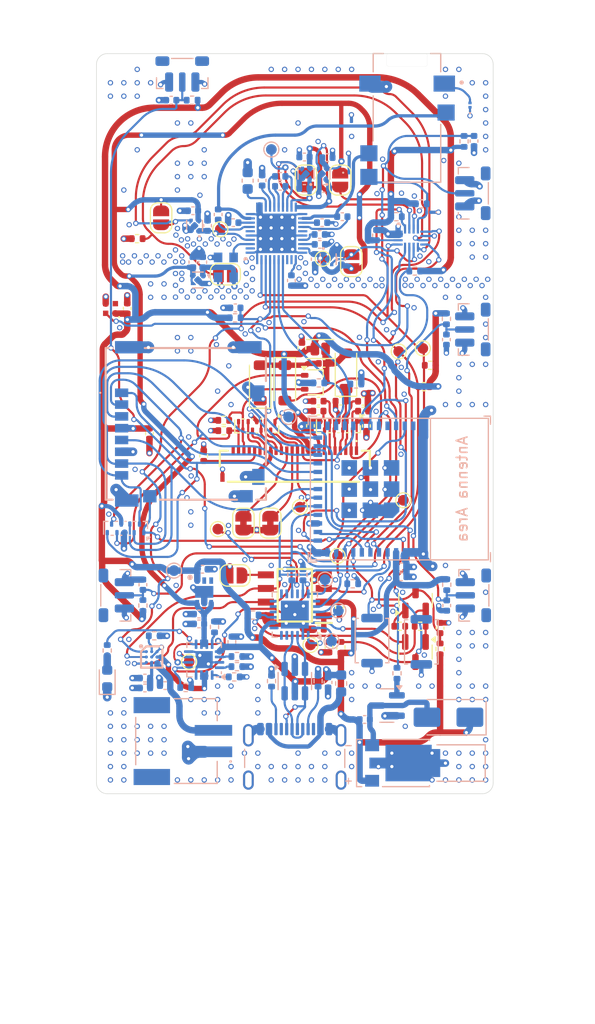
<source format=kicad_pcb>
(kicad_pcb (version 20241229) (generator "pcbnew") (generator_version "9.0")
  (layers (0 "F.Cu" signal) (4 "In1.Cu" power) (6 "In2.Cu" power) (2 "B.Cu" signal) (13 "F.Paste" user) (15 "B.Paste" user) (5 "F.SilkS" user "F.Silkscreen") (7 "B.SilkS" user "B.Silkscreen") (1 "F.Mask" user) (3 "B.Mask" user) (25 "Edge.Cuts" user))
  (net 0 "")
  (net 1 "GND")
  (net 2 "REG-OUT")
  (net 3 "+5V")
  (net 4 "Net-(D1-A)")
  (net 5 "+3V3AVDD")
  (net 6 "/AUDIO_DATA_2")
  (net 7 "/audio/GPIO2")
  (net 8 "+3V3")
  (net 10 "/audio/C1")
  (net 11 "Net-(D3-K)")
  (net 12 "/audio/XI")
  (net 13 "/audio/AVCC_DAC")
  (net 14 "/AUDIO_DISPL_RESETB")
  (net 15 "/AUDIO_DATA_CLK{slash}BOOT")
  (net 16 "/audio/C1_VC")
  (net 17 "/audio/PNEG_VC")
  (net 18 "/DISPL_TSCL")
  (net 19 "/audio/VREF")
  (net 20 "Net-(D5-A)")
  (net 21 "/AUDIO_DATA1")
  (net 22 "/audio/DVDD")
  (net 23 "/audio/C2")
  (net 24 "Net-(F1-Pad2)")
  (net 25 "/DISPL_VPP")
  (net 26 "/audio/C2_VC")
  (net 27 "/audio/PNEG")
  (net 30 "Net-(IC1-VDD5V)")
  (net 31 "/DISPL_VDD")
  (net 32 "+BATT")
  (net 33 "Net-(IC1-PGO)")
  (net 34 "+3V3AVCC")
  (net 35 "Net-(IC4-INB_R)")
  (net 36 "/audio/GPIO1")
  (net 37 "/LED")
  (net 38 "+1V8AVCC")
  (net 39 "+3V3VCCA")
  (net 40 "+3V3MCLK")
  (net 42 "/USB/CC2")
  (net 43 "/USB/D+")
  (net 45 "/USB/D-")
  (net 46 "/USB/CC1")
  (net 47 "/power/ISET")
  (net 48 "/power/ILIM")
  (net 49 "/power/TMR")
  (net 50 "/power/TS")
  (net 51 "/HAL_OUT")
  (net 53 "/MEM_DAT1")
  (net 54 "/MEM_DAT2")
  (net 55 "/MEM_DAT3")
  (net 56 "/MEM_CLK")
  (net 57 "/MEM_DAT0")
  (net 58 "/DISPL_PREVSL")
  (net 59 "/MEM_CMD")
  (net 61 "Net-(IC4-INB_L)")
  (net 62 "/~{RST}")
  (net 63 "Net-(Q1-B)")
  (net 64 "/ESP_EN")
  (net 65 "Net-(Q2-B)")
  (net 66 "/DISPL_PREVGH")
  (net 67 "/~{DTR}")
  (net 70 "/RXD")
  (net 72 "/TXD")
  (net 73 "Net-(IC4-IN_R)")
  (net 75 "/USB/~{DCD}")
  (net 76 "Net-(IC4-IN_L)")
  (net 77 "Net-(D14-A)")
  (net 78 "/USB/~{SUSP}")
  (net 79 "/AUDIO_MLCK_EN")
  (net 80 "Net-(Q3-B)")
  (net 81 "/USB/~{RTS}")
  (net 83 "Net-(U2-~{PGOOD})")
  (net 84 "Net-(U2-~{CHG})")
  (net 85 "/USB/~{DSR}")
  (net 88 "/USB/~{CTS}")
  (net 91 "/USB/~{RI}{slash}CLK")
  (net 92 "/MEM_COM")
  (net 93 "/DISPL_PREVGL")
  (net 94 "/DISPL_VSH1")
  (net 95 "/DISPL_~{D{slash}C}")
  (net 96 "/DISPL_BUSY")
  (net 97 "Net-(J1-VSH2)")
  (net 98 "Net-(D9-A2)")
  (net 99 "/DISPL_SCL")
  (net 100 "/DISPL_GDR")
  (net 101 "/DISPL_RESE")
  (net 102 "/DISPL_SDA")
  (net 103 "/DISPL_~{CS}")
  (net 104 "/DISPL_VCOM")
  (net 105 "/BTN_PWR")
  (net 106 "/BTN_VOL_DWN")
  (net 107 "/BTN_VOL_UP")
  (net 108 "/BTN_SIDE_R")
  (net 109 "/BTN_SIDE_L")
  (net 110 "/audio/OUT_L")
  (net 111 "/audio/OUT_R")
  (net 112 "/AUDIO_TN")
  (net 113 "/EXP_~{INT}")
  (net 114 "/PWR_EN3V3VCCA")
  (net 115 "/EXP_~{RES}")
  (net 116 "/PWR_EN3V3AVCC")
  (net 117 "/PWR_EN1V8AVCC")
  (net 118 "/DISPL_TSDA")
  (net 119 "/HAPTIC_MOTOR")
  (net 120 "/PWR_EN_USB")
  (net 126 "/I2C_SCL")
  (net 127 "/I2C_SDA")
  (net 128 "/PWR_EN3V3AVDD")
  (net 129 "/PWR_FUEL_GPOUT")
  (net 130 "Net-(IC5-BIN)")
  (net 131 "Net-(IC5-VDD)")
  (net 132 "/power/SRX")
  (footprint "AS5600-ASOM:SOIC127P600X175-8N" (layer "F.Cu") (at 92 72 180)
    (property "Reference" "IC1" (hide yes))
    (property "Value" "AS5600-ASOM" (hide yes))
  )
  (footprint "Jumper:SolderJumper-2_P1.3mm_Open_RoundedPad1.0x1.5mm" (layer "F.Cu") (at 97.27 40.89 90)
    (property "Reference" "JP10" (hide yes))
    (property "Value" "SolderJumper_2_Open")
  )
  (footprint "Capacitor_SMD:C_0402_1005Metric" (layer "F.Cu") (at 95.19 76.84 -90)
    (property "Reference" "C7" (hide yes))
    (property "Value" "100nF")
  )
  (footprint "Jumper:SolderJumper-2_P1.3mm_Bridged_RoundedPad1.0x1.5mm" (layer "F.Cu") (at 87.205769 65.276443 90)
    (property "Reference" "JP2" (hide yes))
    (property "Value" "SolderJumper_2_Bridged")
  )
  (footprint "Capacitor_SMD:C_0402_1005Metric" (layer "F.Cu") (at 92.66 48.94 -90)
    (property "Reference" "C13" (hide yes))
    (property "Value" "1uF")
  )
  (footprint "Resistor_SMD:R_0402_1005Metric" (layer "F.Cu") (at 104.63 50.56 180)
    (property "Reference" "R10" (hide yes))
    (property "Value" "10k")
  )
  (footprint "Package_TO_SOT_SMD:SOT-23" (layer "F.Cu") (at 103.25 77.2875 -90)
    (property "Reference" "Q2" (hide yes))
    (property "Value" "SS8050")
  )
  (footprint "Capacitor_SMD:C_0402_1005Metric" (layer "F.Cu") (at 98.68 56.21 90)
    (property "Reference" "C22" (hide yes))
    (property "Value" "1uF")
  )
  (footprint "Capacitor_SMD:C_0402_1005Metric" (layer "F.Cu") (at 94.22 75.17 180)
    (property "Reference" "C9" (hide yes))
    (property "Value" "1uF")
  )
  (footprint "Diode_SMD:D_SOD-123" (layer "F.Cu") (at 88.77 52.2 90)
    (property "Reference" "D4" (hide yes))
    (property "Value" "MBR0530")
  )
  (footprint "Resistor_SMD:R_0402_1005Metric" (layer "F.Cu") (at 96.3 76.86 90)
    (property "Reference" "R30" (hide yes))
    (property "Value" "100k")
  )
  (footprint "Library:MountingHole_1.8mm_M1.6" (layer "F.Cu") (at 108.7 78.79)
    (property "Reference" "H4" (hide yes))
    (property "Value" "MountingHole")
  )
  (footprint "TestPoint:TestPoint_Pad_D1.0mm" (layer "F.Cu") (at 102.12 63.1425)
    (property "Reference" "TP5" (hide yes))
    (property "Value" "TestPoint")
  )
  (footprint "Diode_SMD:D_SOD-123" (layer "F.Cu") (at 91.07 52.2 -90)
    (property "Reference" "D3" (hide yes))
    (property "Value" "MBR0530")
  )
  (footprint "Resistor_SMD:R_0402_1005Metric" (layer "F.Cu") (at 77.29 38.75 180)
    (property "Reference" "R33" (hide yes))
    (property "Value" "10k")
  )
  (footprint "TestPoint:TestPoint_Pad_D1.0mm" (layer "F.Cu") (at 103.94 48.98 180)
    (property "Reference" "TP19" (hide yes))
    (property "Value" "TestPoint")
  )
  (footprint "Library:MountingHole_1.8mm_M1.6" (layer "F.Cu") (at 109.15 52.77)
    (property "Reference" "H2" (hide yes))
    (property "Value" "MountingHole")
  )
  (footprint "Capacitor_SMD:C_0402_1005Metric" (layer "F.Cu") (at 96.16 73.11 -90)
    (property "Reference" "C10" (hide yes))
    (property "Value" "1uF")
  )
  (footprint "Library:MountingHole_1.8mm_M1.6" (layer "F.Cu") (at 74.85 22.8525)
    (property "Reference" "H1" (hide yes))
    (property "Value" "MountingHole")
  )
  (footprint "Diodes_UDFN3810-9_TYPE_B-better-pinout:Diodes_UDFN3810-9_TYPE_B-better-pinout" (layer "F.Cu") (at 96.07 56.19 -90)
    (property "Reference" "D7" (hide yes))
    (property "Value" "D3V3X8U9LP3810")
  )
  (footprint "TestPoint:TestPoint_Pad_D1.0mm" (layer "F.Cu") (at 85.05 37.88 180)
    (property "Reference" "TP13" (hide yes))
    (property "Value" "TestPoint")
  )
  (footprint "Capacitor_SMD:C_0402_1005Metric" (layer "F.Cu") (at 98.38 54.83 180)
    (property "Reference" "C21" (hide yes))
    (property "Value" "1uF")
  )
  (footprint "TestPoint:TestPoint_Pad_D1.0mm" (layer "F.Cu") (at 93.46 76.63 180)
    (property "Reference" "TP6" (hide yes))
    (property "Value" "TestPoint")
  )
  (footprint "Capacitor_SMD:C_0402_1005Metric" (layer "F.Cu") (at 105.55 75.05 90)
    (property "Reference" "C6" (hide yes))
    (property "Value" "100nF")
  )
  (footprint "Diode_SMD:D_SOD-123" (layer "F.Cu") (at 96.77 51.09 90)
    (property "Reference" "D5" (hide yes))
    (property "Value" "MBR0530")
  )
  (footprint "Jumper:SolderJumper-2_P1.3mm_Open_RoundedPad1.0x1.5mm" (layer "F.Cu") (at 86.425 70.15)
    (property "Reference" "JP3" (hide yes))
    (property "Value" "SolderJumper_2_Open")
  )
  (footprint "Capacitor_SMD:C_0402_1005Metric" (layer "F.Cu") (at 96.28 53.9)
    (property "Reference" "C14" (hide yes))
    (property "Value" "1uF")
  )
  (footprint "TestPoint:TestPoint_Pad_D1.0mm" (layer "F.Cu") (at 82.14 78.2025 180)
    (property "Reference" "TP10" (hide yes))
    (property "Value" "TestPoint")
  )
  (footprint "Package_TO_SOT_SMD:SOT-23" (layer "F.Cu") (at 103.26 72.485 90)
    (property "Reference" "Q1" (hide yes))
    (property "Value" "SS8050")
  )
  (footprint "FH34SRJ-24S-0.5SH(99):FH34SRJ24S05SH99-disp" (layer "F.Cu") (at 92 59.97)
    (property "Reference" "J1" (hide yes))
    (property "Value" "GDEY0154D67")
  )
  (footprint "Package_TO_SOT_SMD:SOT-323_SC-70" (layer "F.Cu") (at 93.92 52.14)
    (property "Reference" "Q4" (hide yes))
    (property "Value" "Si1308EDL")
  )
  (footprint "Resistor_SMD:R_0402_1005Metric" (layer "F.Cu") (at 105.55 77 90)
    (property "Reference" "R6" (hide yes))
    (property "Value" "10k")
  )
  (footprint "Capacitor_SMD:C_0402_1005Metric" (layer "F.Cu") (at 93.46 56.2 90)
    (property "Reference" "C17" (hide yes))
    (property "Value" "1uF")
  )
  (footprint "Jumper:SolderJumper-2_P1.3mm_Open_RoundedPad1.0x1.5mm" (layer "F.Cu") (at 93.04 33.29 90)
    (property "Reference" "JP8" (hide yes))
    (property "Value" "SolderJumper_2_Open")
  )
  (footprint "TestPoint:TestPoint_Pad_D1.0mm" (layer "F.Cu") (at 94.6 40.62 180)
    (property "Reference" "TP18" (hide yes))
    (property "Value" "TestPoint")
  )
  (footprint "Resistor_SMD:R_0402_1005Metric" (layer "F.Cu") (at 104.05 52.55 180)
    (property "Reference" "R11" (hide yes))
    (property "Value" "10k")
  )
  (footprint "TestPoint:TestPoint_Pad_D1.0mm" (layer "F.Cu") (at 95.99 68.33)
    (property "Reference" "TP7" (hide yes))
    (property "Value" "TestPoint")
  )
  (footprint "Capacitor_SMD:C_0402_1005Metric" (layer "F.Cu") (at 94.2 53.9)
    (property "Reference" "C19" (hide yes))
    (property "Value" "1uF")
  )
  (footprint "TestPoint:TestPoint_Pad_D1.0mm" (layer "F.Cu") (at 92.48 63.78)
    (property "Reference" "TP21" (hide yes))
    (property "Value" "TestPoint")
  )
  (footprint "Capacitor_SMD:C_0402_1005Metric" (layer "F.Cu") (at 94.71 50.38 180)
    (property "Reference" "C11" (hide yes))
    (property "Value" "1uF")
  )
  (footprint "Jumper:SolderJumper-2_P1.3mm_Open_RoundedPad1.0x1.5mm" (layer "F.Cu") (at 79.53 36.81 -90)
    (property "Reference" "JP6" (hide yes))
    (property "Value" "SolderJumper_2_Open")
  )
  (footprint "Jumper:SolderJumper-2_P1.3mm_Open_RoundedPad1.0x1.5mm" (layer "F.Cu") (at 85.52 42.07 180)
    (property "Reference" "JP9" (hide yes))
    (property "Value" "SolderJumper_2_Open")
  )
  (footprint "Capacitor_SMD:C_0402_1005Metric" (layer "F.Cu") (at 98.38 53.91 180)
    (property "Reference" "C20" (hide yes))
    (property "Value" "1uF")
  )
  (footprint "sk6805-ec14:sk6805ec14" (layer "F.Cu") (at 74.81 45.26 180)
    (property "Reference" "D2" (hide yes))
    (property "Value" "SK6805" (hide yes))
  )
  (footprint "Diodes_UDFN3810-9_TYPE_B-better-pinout:Diodes_UDFN3810-9_TYPE_B-better-pinout" (layer "F.Cu") (at 88.45 56.21 -90)
    (property "Reference" "D6" (hide yes))
    (property "Value" "D3V3X8U9LP3810")
  )
  (footprint "TestPoint:TestPoint_Pad_D1.0mm" (layer "F.Cu") (at 84.82 65.83 180)
    (property "Reference" "TP2" (hide yes))
    (property "Value" "TestPoint")
  )
  (footprint "Resistor_SMD:R_0402_1005Metric" (layer "F.Cu") (at 101.79 74.8875 180)
    (property "Reference" "R7" (hide yes))
    (property "Value" "10k")
  )
  (footprint "Inductor_SMD:L_TDK_MLZ2012_h1.25mm" (layer "F.Cu") (at 94.37 49.04)
    (property "Reference" "L1" (hide yes))
    (property "Value" "47uF")
  )
  (footprint "Library:MountingHole_1.8mm_M1.6" (layer "F.Cu") (at 86.93 81.8525)
    (property "Reference" "H3" (hide yes))
    (property "Value" "MountingHole")
  )
  (footprint "TestPoint:TestPoint_Pad_D1.0mm" (layer "F.Cu") (at 101.69 49.27 180)
    (property "Reference" "TP20" (hide yes))
    (property "Value" "TestPoint")
  )
  (footprint "Resistor_SMD:R_0402_1005Metric" (layer "F.Cu") (at 103.69 74.8875)
    (property "Reference" "R8" (hide yes))
    (property "Value" "10k")
  )
  (footprint "Capacitor_SMD:C_0402_1005Metric" (layer "F.Cu") (at 76.37 45.26 90)
    (property "Reference" "C30" (hide yes))
    (property "Value" "100nF")
  )
  (footprint "Jumper:SolderJumper-2_P1.3mm_Open_RoundedPad1.0x1.5mm" (layer "F.Cu") (at 96.23 33.29 -90)
    (property "Reference" "JP7" (hide yes))
    (property "Value" "SolderJumper_2_Open")
  )
  (footprint "Resistor_SMD:R_0402_1005Metric" (layer "F.Cu") (at 85.37 55.69 180)
    (property "Reference" "R13" (hide yes))
    (property "Value" "2.2R")
  )
  (footprint "Jumper:SolderJumper-2_P1.3mm_Bridged_RoundedPad1.0x1.5mm" (layer "F.Cu") (at 89.715769 65.276443 90)
    (property "Reference" "JP1" (hide yes))
    (property "Value" "SolderJumper_2_Bridged" (hide yes))
  )
  (footprint "Library:MountingHole_1.8mm_M1.6" (layer "F.Cu") (at 109.15 22.8525)
    (property "Reference" "H5" (hide yes))
    (property "Value" "MountingHole")
  )
  (footprint "Capacitor_SMD:C_0402_1005Metric" (layer "F.Cu") (at 78.44 56.93 -90)
    (property "Reference" "C16" (hide yes))
    (property "Value" "1uF")
  )
  (footprint "Resistor_SMD:R_0402_1005Metric" (layer "F.Cu") (at 85.37 56.65 180)
    (property "Reference" "R12" (hide yes))
    (property "Value" "1M")
  )
  (footprint "Capacitor_SMD:C_0402_1005Metric" (layer "F.Cu") (at 83.5 59 -90)
    (property "Reference" "C12" (hide yes))
    (property "Value" "1uF")
  )
  (footprint "Capacitor_SMD:C_0402_1005Metric" (layer "F.Cu") (at 94.19 54.82)
    (property "Reference" "C18" (hide yes))
    (property "Value" "1uF")
  )
  (footprint "Resistor_SMD:R_0402_1005Metric" (layer "B.Cu") (at 86.6 77.71)
    (property "Reference" "R17" (hide yes))
    (property "Value" "47k")
  )
  (footprint "Diodes_UDFN3810-9_TYPE_B-better-pinout:Diodes_UDFN3810-9_TYPE_B-better-pinout" (layer "B.Cu") (at 76.21 65.76 90)
    (property "Reference" "D8" (hide yes))
    (property "Value" "D3V3X8U9LP3810")
  )
  (footprint "Capacitor_SMD:C_0402_1005Metric" (layer "B.Cu") (at 83.86 37.54 90)
    (property "Reference" "C50" (hide yes))
    (property "Value" "4.7uF")
  )
  (footprint "ECS-2520SMV-500-GP-TR:ECS2520SMV500GPTR" (layer "B.Cu") (at 85.565 41.425 90)
    (property "Reference" "Y1" (hide yes))
    (property "Value" "ECS-2520SMV-500-GP-TR" (hide yes))
  )
  (footprint "Capacitor_SMD:C_0402_1005Metric" (layer "B.Cu") (at 101.93 69.3575)
    (property "Reference" "C61" (hide yes))
    (property "Value" "100nF")
  )
  (footprint "Resistor_SMD:R_0402_1005Metric" (layer "B.Cu") (at 103.19 41.77)
    (property "Reference" "R15" (hide yes))
    (property "Value" "10k")
  )
  (footprint "Capacitor_SMD:C_0402_1005Metric" (layer "B.Cu") (at 94.32 38.36)
    (property "Reference" "C45" (hide yes))
    (property "Value" "1uF")
  )
  (footprint "Capacitor_SMD:C_0402_1005Metric" (layer "B.Cu") (at 106.17 72.955 -90)
    (property "Reference" "C5" (hide yes))
    (property "Value" "100nF")
  )
  (footprint "TCAL9538RSVR:QFN40P180X260X55-16N" (layer "B.Cu") (at 102.88 38.7 -90)
    (property "Reference" "IC2" (hide yes))
    (property "Value" "TCAL9538RSVR" (hide yes))
  )
  (footprint "Capacitor_SMD:C_0402_1005Metric" (layer "B.Cu") (at 83.06 73.75)
    (property "Reference" "C25" (hide yes))
    (property "Value" "4.7uF")
  )
  (footprint "Capacitor_SMD:C_0402_1005Metric" (layer "B.Cu") (at 82.5 36.15 180)
    (property "Reference" "C29" (hide yes))
    (property "Value" "1uF")
  )
  (footprint "Capacitor_SMD:C_0402_1005Metric" (layer "B.Cu") (at 86.26 37.26)
    (property "Reference" "C55" (hide yes))
    (property "Value" "2.2nF")
  )
  (footprint "Button_Switch_SMD:SW_Push_SPST_NO_Alps_SKRK" (layer "B.Cu") (at 99.2 76.2225 90)
    (property "Reference" "SW6" (hide yes))
    (property "Value" "SW_Push")
  )
  (footprint "TestPoint:TestPoint_Pad_D1.0mm" (layer "B.Cu") (at 95.43 76.29 180)
    (property "Reference" "TP3" (hide yes))
    (property "Value" "TestPoint")
  )
  (footprint "Package_SON:Texas_X2SON-4_1x1mm_P0.65mm" (layer "B.Cu") (at 93.04 32.7 90)
    (property "Reference" "U7" (hide yes))
    (property "Value" "LP5907SNX-1.8/NOPB")
  )
  (footprint "Capacitor_SMD:C_0402_1005Metric" (layer "B.Cu") (at 80.47 25.84 180)
    (property "Reference" "C1" (hide yes))
    (property "Value" "100nF")
  )
  (footprint "Resistor_SMD:R_0402_1005Metric" (layer "B.Cu") (at 92.755 70.09 -90)
    (property "Reference" "R24" (hide yes))
    (property "Value" "10k")
  )
  (footprint "Button_Switch_SMD:SW_Push_SPST_NO_Alps_SKRK" (layer "B.Cu") (at 103.8 76.3425 90)
    (property "Reference" "SW7" (hide yes))
    (property "Value" "SW_Push")
  )
  (footprint "CD0201-T2.0LC:CD0201T20LC" (layer "B.Cu") (at 97.26 32.6)
    (property "Reference" "D11" (hide yes))
    (property "Value" "D_TVS" (hide yes))
  )
  (footprint "LED_SMD:LED_0603_1608Metric" (layer "B.Cu") (at 74.5 79.7575 90)
    (property "Reference" "D14" (hide yes))
    (property "Value" "LED")
  )
  (footprint "TestPoint:TestPoint_Pad_D1.0mm" (layer "B.Cu") (at 89.81 30.44 180)
    (property "Reference" "TP16" (hide yes))
    (property "Value" "TestPoint")
  )
  (footprint "Capacitor_SMD:C_0402_1005Metric" (layer "B.Cu") (at 83.41 40.945 90)
    (property "Reference" "C28" (hide yes))
    (property "Value" "1uF")
  )
  (footprint "S2B-PH-SM4-TB_LF__SN_:JST_S2B-PH-SM4-TB_LF__SN_" (layer "B.Cu") (at 84.41 85.5925 -90)
    (property "Reference" "BT1" (hide yes))
    (property "Value" "Battery_Cell")
  )
  (footprint "MEM2090-00-145-00-A:MEM20900014500A" (layer "B.Cu") (at 81.83 56.02 90)
    (property "Reference" "J2" (hide yes))
    (property "Value" "MEM2090-00-145-00-A" (hide yes))
  )
  (footprint "Capacitor_SMD:C_0402_1005Metric" (layer "B.Cu") (at 88.95 33.32 90)
    (property "Reference" "C43" (hide yes))
    (property "Value" "1uF")
  )
  (footprint "Resistor_SMD:R_0402_1005Metric" (layer "B.Cu") (at 106.14 46.225 -90)
    (property "Reference" "R3" (hide yes))
    (property "Value" "10k")
  )
  (footprint "Package_SON:Texas_X2SON-4_1x1mm_P0.65mm" (layer "B.Cu") (at 94.535 32.7 90)
    (property "Reference" "U6" (hide yes))
    (property "Value" "LP5907SNX-3.3/NOPB")
  )
  (footprint "Package_SON:Texas_X2SON-4_1x1mm_P0.65mm" (layer "B.Cu") (at 82.96 42.605 180)
    (property "Reference" "U3" (hide yes))
    (property "Value" "LP5907SNX-3.3/NOPB")
  )
  (footprint "Resistor_SMD:R_0402_1005Metric" (layer "B.Cu") (at 89.83 80 90)
    (property "Reference" "R25" (hide yes))
    (property "Value" "5.1k")
  )
  (footprint "Capacitor_SMD:C_0402_1005Metric" (layer "B.Cu") (at 91.68 42.65 -90)
    (property "Reference" "C44" (hide yes))
    (property "Value" "1uF")
  )
  (footprint "TestPoint:TestPoint_Pad_D1.0mm" (layer "B.Cu") (at 80.73 69.7 180)
    (property "Reference" "TP17" (hide yes))
    (property "Value" "TestPoint")
  )
  (footprint "Resistor_SMD:R_0402_1005Metric" (layer "B.Cu") (at 78.89 75.775 180)
    (property "Reference" "R31" (hide yes))
    (property "Value" "10k")
  )
  (footprint "CD0201-T2.0LC:CD0201T20LC" (layer "B.Cu") (at 108.34 26.3 90)
    (property "Reference" "D9" (hide yes))
    (property "Value" "D_TVS" (hide yes))
  )
  (footprint "CD0201-T2.0LC:CD0201T20LC" (layer "B.Cu") (at 97.28 28.03 -90)
    (property "Reference" "D10" (hide yes))
    (property "Value" "D_TVS" (hide yes))
  )
  (footprint "Package_TO_SOT_SMD:SOT-23" (layer "B.Cu") (at 100.5825 82.28 180)
    (property "Reference" "Q3" (hide yes))
    (property "Value" "SS8050")
  )
  (footprint "Button_Switch_SMD:SW_Push_1P1T-MP_NO_Horizontal_Alps_SKRTLAE010" (layer "B.Cu") (at 108.75 47.22 -90)
    (property "Reference" "SW3" (hide yes))
    (property "Value" "SW_Push")
  )
  (footprint "Package_TO_SOT_SMD:SOT-23-6" (layer "B.Cu") (at 92 80 -90)
    (property "Reference" "U8" (hide yes))
    (property "Value" "USBLC6-2SC6")
  )
  (footprint "Resistor_SMD:R_0402_1005Metric" (layer "B.Cu") (at 94.24 52.2 180)
    (property "Reference" "R29" (hide yes))
    (property "Value" "47k")
  )
  (footprint "LP5912-3.3DRVR:SON65P200X200X80-7N" (layer "B.Cu") (at 83.55 71.68 -90)
    (property "Reference" "IC3" (hide yes))
    (property "Value" "LP5912-3.3DRVR" (hide yes))
  )
  (footprint "Capacitor_SMD:C_0402_1005Metric" (layer "B.Cu") (at 108.715838 29.6525 -90)
    (property "Reference" "C4" (hide yes))
    (property "Value" "100nF")
  )
  (footprint "CD0201-T2.0LC:CD0201T20LC" (layer "B.Cu") (at 104.48 36.29 180)
    (property "Reference" "D12" (hide yes))
    (property "Value" "D_TVS" (hide yes))
  )
  (footprint "HD-EMB1204-SM:PUI_HD-EMB1204-SM" (layer "B.Cu") (at 101.16 87.64)
    (property "Reference" "M1" (hide yes))
    (property "Value" "HD-EMB1204-SM")
  )
  (footprint "Capacitor_SMD:C_0402_1005Metric" (layer "B.Cu") (at 95.035 31.195)
    (property "Reference" "C34" (hide yes))
    (property "Value" "1uF")
  )
  (footprint "Capacitor_SMD:C_0402_1005Metric" (layer "B.Cu") (at 82.49 40.94 90)
    (property "Reference" "C27" (hide yes))
    (property "Value" "1uF")
  )
  (footprint "Capacitor_SMD:C_0402_1005Metric" (layer "B.Cu") (at 101.93 70.2775 180)
    (property "Reference" "C60" (hide yes))
    (property "Value" "4.7uF")
  )
  (footprint "Package_DFN_QFN:VQFN-16-1EP_3x3mm_P0.5mm_EP1.6x1.6mm" (layer "B.Cu") (at 83.54 78.0025 90)
    (property "Reference" "U2" (hide yes))
    (property "Value" "BQ24075RGT")
  )
  (footprint "BQ27427YZFR:BGA9C50P3X3_158X162X62" (layer "B.Cu") (at 78.65 77.755 -90)
    (property "Reference" "IC5" (hide yes))
    (property "Value" "BQ27427YZFR" (hide yes))
  )
  (footprint "Capacitor_SMD:C_0402_1005Metric" (layer "B.Cu") (at 96.43 36.7 180)
    (property "Reference" "C54" (hide yes))
    (property "Value" "2.2nF")
  )
  (footprint "Resistor_SMD:R_0402_1005Metric" (layer "B.Cu") (at 94.17 80 90)
    (property "Reference" "R26" (hide yes))
    (property "Value" "5.1k")
  )
  (footprint "Capacitor_SMD:C_0402_1005Metric" (layer "B.Cu") (at 77.83 71.015 90)
    (property "Reference" "C2" (hide yes))
    (property "Value" "100nF")
  )
  (footprint "Resistor_SMD:R_0402_1005Metric" (layer "B.Cu") (at 84.51 74.95 90)
    (property "Reference" "R19" (hide yes))
    (property "Value" "1.5k")
  )
  (footprint "Resistor_SMD:R_0402_1005Metric" (layer "B.Cu") (at 101.47 36.7 180)
    (property "Reference" "R14" (hide yes))
    (property "Value" "10k")
  )
  (footprint "Resistor_SMD:R_0402_1005Metric" (layer "B.Cu") (at 82.42 25.84 180)
    (property "Reference" "R1" (hide yes))
    (property "Value" "10k")
  )
  (footprint "PCM_Espressif:ESP32-PICO-MINI-02" (layer "B.Cu") (at 99.05 62.1 90)
    (property "Reference" "U1" (hide yes))
    (property "Value" "ESP32-PICO-MINI-02")
  )
  (footprint "Button_Switch_SMD:SW_Push_1P1T-MP_NO_Horizontal_Alps_SKRTLAE010" (layer "B.Cu") (at 108.75 34.52 -90)
    (property "Reference" "SW4" (hide yes))
    (property "Value" "SW_Push")
  )
  (footprint "TestPoint:TestPoint_Pad_D1.0mm" (layer "B.Cu") (at 91.42 55.37)
    (property "Reference" "TP22" (hide yes))
    (property "Value" "TestPoint")
  )
  (footprint "Capacitor_SMD:C_0603_1608Metric" (layer "B.Cu") (at 87.6 33.345 90)
    (property "Reference" "C42" (hide yes))
    (property "Value" "22uF")
  )
  (footprint "Resistor_SMD:R_0402_1005Metric" (layer "B.Cu") (at 101.53 79.27 -90)
    (property "Reference" "R9" (hide yes))
    (property "Value" "1k")
  )
  (footprint "Capacitor_SMD:C_0402_1005Metric" (layer "B.Cu") (at 83.06 74.67)
    (property "Reference" "C26" (hide yes))
    (property "Value" "4.7uF")
  )
  (footprint "Capacitor_SMD:C_0402_1005Metric" (layer "B.Cu") (at 95.1 80.1225 -90)
    (property "Reference" "C40" (hide yes))
    (property "Value" "10uF")
  )
  (footprint "Connector_USB:USB_C_Receptacle_GCT_USB4105-xx-A_16P_TopMnt_Horizontal" (layer "B.Cu") (at 91.99 88.155 180)
    (property "Reference" "J3" (hide yes))
    (property "Value" "USB_C_Receptacle_USB2.0_16P")
  )
  (footprint "Capacitor_SMD:C_0402_1005Metric" (layer "B.Cu") (at 98.52 83.58)
    (property "Reference" "C8" (hide yes))
    (property "Value" "100nF")
  )
  (footprint "Button_Switch_SMD:SW_Push_1P1T-MP_NO_Horizontal_Alps_SKRTLAE010" (layer "B.Cu") (at 108.8 72.005 -90)
    (property "Reference" "SW5" (hide yes))
    (property "Value" "SW_Push")
  )
  (footprint "TestPoint:TestPoint_Pad_D1.0mm" (layer "B.Cu") (at 94.82 70.54 180)
    (property "Reference" "TP1" (hide yes))
    (property "Value" "TestPoint")
  )
  (footprint "Package_SON:Texas_X2SON-4_1x1mm_P0.65mm" (layer "B.Cu") (at 82.65 37.547322 90)
    (property "Reference" "U4" (hide yes))
    (property "Value" "LP5907SNX-3.3/NOPB")
  )
  (footprint "Resistor_SMD:R_0402_1005Metric" (layer "B.Cu") (at 97.4 70.925 180)
    (property "Reference" "R22" (hide yes))
    (property "Value" "10k")
  )
  (footprint "TestPoint:TestPoint_Pad_D1.0mm" (layer "B.Cu") (at 96.06 73.43 180)
    (property "Reference" "TP4" (hide yes))
    (property "Value" "TestPoint")
  )
  (footprint "Resistor_SMD:R_0402_1005Metric" (layer "B.Cu") (at 91.725 70.09 -90)
    (property "Reference" "R23" (hide yes))
    (property "Value" "10k")
  )
  (footprint "Capacitor_SMD:C_0402_1005Metric" (layer "B.Cu") (at 106.14 48.165 -90)
    (property "Reference" "C3" (hide yes))
    (property "Value" "100nF")
  )
  (footprint "Capacitor_SMD:C_0402_1005Metric" (layer "B.Cu") (at 94.545 37.26 180)
    (property "Reference" "C56" (hide yes))
    (property "Value" "2.2nF")
  )
  (footprint "Package_DFN_QFN:QFN-24-1EP_4x4mm_P0.5mm_EP2.6x2.6mm" (layer "B.Cu") (at 92 73.8 90)
    (property "Reference" "U9" (hide yes))
    (property "Value" "CP2102N-Axx-xQFN24")
  )
  (footprint "Capacitor_SMD:C_0402_1005Metric" (layer "B.Cu") (at 99.62 38.42 -90)
    (property "Reference" "C15" (hide yes))
    (property "Value" "1uF")
  )
  (footprint "Capacitor_SMD:C_0402_1005Metric" (layer "B.Cu") (at 86.45 45.2)
    (property "Reference" "C41" (hide yes))
    (property "Value" "1uF")
  )
  (footprint "Resistor_SMD:R_0402_1005Metric" (layer "B.Cu") (at 88.11 73.8425)
    (property "Reference" "R21" (hide yes))
    (property "Value" "10k")
  )
  (footprint "ES9218PQ:QFN40P500X500X80-41N-D" (layer "B.Cu") (at 90.29 38.26)
    (property "Reference" "IC4" (hide yes))
    (property "Value" "ES9218PQ" (hide yes))
  )
  (footprint "Resistor_SMD:R_0402_1005Metric" (layer "B.Cu") (at 86.35 79.61 180)
    (property "Reference" "R16" (hide yes))
    (property "Value" "10k")
  )
  (footprint "Capacitor_SMD:C_0402_1005Metric" (layer "B.Cu") (at 78.02 80.64 180)
    (property "Reference" "C58" (hide yes))
    (property "Value" "1uF")
  )
  (footprint "Capacitor_SMD:C_0402_1005Metric" (layer "B.Cu") (at 93.9 40.665 -90)
    (property "Reference" "C49" (hide yes))
    (property "Value" "4.7uF")
  )
  (footprint "Resistor_SMD:R_0402_1005Metric" (layer "B.Cu") (at 86.43 46.13)
    (property "Reference" "R27" (hide yes))
    (property "Value" "10k")
  )
  (footprint "Capacitor_SMD:C_0402_1005Metric" (layer "B.Cu") (at 84.85 36.5 -90)
    (property "Reference" "C53" (hide yes))
    (property "Value" "2.2nF")
  )
  (footprint "Package_SON:Texas_X2SON-4_1x1mm_P0.65mm" (layer "B.Cu") (at 95.115 40.665 -90)
    (property "Reference" "U10" (hide yes))
    (property "Value" "LP5907SNX-1.8/NOPB")
  )
  (footprint "Capacitor_SMD:C_0402_1005Metric" (layer "B.Cu") (at 92.89 34.07 180)
    (property "Reference" "C47" (hide yes))
    (property "Value" "4.7uF")
  )
  (footprint "SJ2-35954B-SMT-TR:CUI_SJ2-35954B-SMT-TR" (layer "B.Cu") (at 102.46 27.4925 -90)
    (property "Reference" "J4" (hide yes))
    (property "Value" "SJ2-35954B-SMT-TR")
    (fp_line (start -5.8 1.9) (end -5 1.9) (stroke (width 0.01)) (layer "Edge.Cuts"))
    (fp_line (start -4.8 1.7) (end -4.8 -1.7) (stroke (width 0.01)) (layer "Edge.Cuts"))
    (fp_line (start -6 -1.7) (end -6 1.7) (stroke (width 0.01)) (layer "Edge.Cuts"))
    (fp_line (start -5 -1.9) (end -5.8 -1.9) (stroke (width 0.01)) (layer "Edge.Cuts"))
    (fp_arc (start -5.8 1.9) (mid -5.941421 1.841421) (end -6 1.7) (stroke (width 0.01)) (layer "Edge.Cuts"))
    (fp_arc (start -4.8 1.7) (mid -4.858579 1.841421) (end -5 1.9) (stroke (width 0.01)) (layer "Edge.Cuts"))
    (fp_arc (start -6 -1.7) (mid -5.941421 -1.841421) (end -5.8 -1.9) (stroke (width 0.01)) (layer "Edge.Cuts"))
    (fp_arc (start -5 -1.9) (mid -4.858579 -1.841421) (end -4.8 -1.7) (stroke (width 0.01)) (layer "Edge.Cuts"))
  )
  (footprint "Capacitor_SMD:C_0402_1005Metric" (layer "B.Cu") (at 96.34 40.67 90)
    (property "Reference" "C38" (hide yes))
    (property "Value" "1uF")
  )
  (footprint "Resistor_SMD:R_0402_1005Metric" (layer "B.Cu") (at 97.69 52.3)
    (property "Reference" "R28" (hide yes))
    (property "Value" "47k")
  )
  (footprint "Capacitor_SMD:C_0402_1005Metric" (layer "B.Cu") (at 90.637535 33.87 180)
    (property "Reference" "C52" (hide yes))
    (property "Value" "1uF")
  )
  (footprint "Button_Switch_SMD:SW_Push_1P1T-MP_NO_Horizontal_Alps_SKRTLAE010" (layer "B.Cu") (at 81.5 23.25)
    (property "Reference" "SW1" (hide yes))
    (property "Value" "SW_Push")
  )
  (footprint "Resistor_SMD:R_0402_1005Metric" (layer "B.Cu") (at 81.82 80.6)
    (property "Reference" "R18" (hide yes))
    (property "Value" "10k")
  )
  (footprint "Capacitor_SMD:C_0402_1005Metric" (layer "B.Cu") (at 83.39 69.57)
    (property "Reference" "C33" (hide yes))
    (property "Value" "4.7uF")
  )
  (footprint "Resistor_SMD:R_0402_1005Metric" (layer "B.Cu") (at 77.83 72.955 90)
    (property "Reference" "R2" (hide yes))
    (property "Value" "10k")
  )
  (footprint "Resistor_SMD:R_0402_1005Metric" (layer "B.Cu") (at 106.17 71.015 -90)
    (property "Reference" "R5" (hide yes))
    (property "Value" "10k")
  )
  (footprint "Capacitor_SMD:C_0402_1005Metric" (layer "B.Cu") (at 86.13 76.33 -90)
    (property "Reference" "C23" (hide yes))
    (property "Value" "4.7uF")
  )
  (footprint "Capacitor_SMD:C_0402_1005Metric" (layer "B.Cu") (at 90.64 32.946761 180)
    (property "Reference" "C51" (hide yes))
    (property "Value" "2.2uF")
  )
  (footprint "Capacitor_SMD:C_0402_1005Metric" (layer "B.Cu") (at 78.02 79.72 180)
    (property "Reference" "C57" (hide yes))
    (property "Value" "1uF")
  )
  (footprint "Fuse:Fuse_0603_1608Metric" (layer "B.Cu") (at 96.32 80.2225 -90)
    (property "Reference" "F1" (hide yes))
    (property "Value" "500mA")
  )
  (footprint "Diode_SMD:D_SMA" (layer "B.Cu") (at 106.33 83.37 180)
    (property "Reference" "D1" (hide yes))
    (property "Value" "US1B")
  )
  (footprint "Button_Switch_SMD:SW_Push_1P1T-MP_NO_Horizontal_Alps_SKRTLAE010" (layer "B.Cu") (at 75.2 72.005 90)
    (property "Reference" "SW2" (hide yes))
    (property "Value" "SW_Push")
  )
  (footprint "Capacitor_SMD:C_0402_1005Metric" (layer "B.Cu") (at 94.335 39.285)
    (property "Reference" "C46" (hide yes))
    (property "Value" "4.7uF")
  )
  (footprint "Capacitor_SMD:C_0402_1005Metric" (layer "B.Cu") (at 79.9 80.42)
    (property "Reference" "C24" (hide yes))
    (property "Value" "4.7uF")
  )
  (footprint "Resistor_SMD:R_0402_1005Metric" (layer "B.Cu") (at 74.5 77.15 -90)
    (property "Reference" "R32" (hide yes))
    (property "Value" "1.5k")
  )
  (footprint "Resistor_SMD:R_0402_1005Metric" (layer "B.Cu") (at 86.6 78.65)
    (property "Reference" "R20" (hide yes))
    (property "Value" "1.8k")
  )
  (footprint "Capacitor_SMD:C_0402_1005Metric" (layer "B.Cu") (at 94.71 34.07 180)
    (property "Reference" "C48" (hide yes))
    (property "Value" "4.7uF")
  )
  (footprint "Resistor_SMD:R_0402_1005Metric" (layer "B.Cu") (at 107.785838 29.6825 90)
    (property "Reference" "R4" (hide yes))
    (property "Value" "10k")
  )
  (footprint "Resistor_SMD:R_0402_1005Metric" (layer "B.Cu") (at 103.79 35.5025 180)
    (property "Reference" "R35" (hide yes))
    (property "Value" "10k")
  )
  (footprint "Capacitor_SMD:C_0402_1005Metric" (layer "B.Cu") (at 92.9 31.14 180)
    (property "Reference" "C36" (hide yes))
    (property "Value" "1uF")
  )
  (gr_arc (start 74.5 90.5) (mid 73.792893 90.207107) (end 73.5 89.5) (stroke (width 0.05)) (layer "Edge.Cuts"))
  (gr_line (start 110.5 22.5) (end 110.5 89.5) (stroke (width 0.05)) (layer "Edge.Cuts"))
  (gr_line (start 74.5 21.5) (end 109.5 21.5) (stroke (width 0.05)) (layer "Edge.Cuts"))
  (gr_line (start 73.5 89.5) (end 73.5 22.5) (stroke (width 0.05)) (layer "Edge.Cuts"))
  (gr_arc (start 110.5 89.5) (mid 110.207107 90.207107) (end 109.5 90.5) (stroke (width 0.05)) (layer "Edge.Cuts"))
  (gr_line (start 109.5 90.5) (end 74.5 90.5) (stroke (width 0.05)) (layer "Edge.Cuts"))
  (gr_arc (start 109.5 21.5) (mid 110.207107 21.792893) (end 110.5 22.5) (stroke (width 0.05)) (layer "Edge.Cuts"))
  (gr_arc (start 73.5 22.5) (mid 73.792893 21.792893) (end 74.5 21.5) (stroke (width 0.05)) (layer "Edge.Cuts"))
  (segment (start 94.25 57.995) (end 94.25 58.52) (width 0.3) (layer "F.Cu") (net 1))
  (segment (start 98.81 53.824644) (end 98.81 53.19) (width 0.6) (layer "F.Cu") (net 1))
  (segment (start 92.874267 75.17) (end 93.74 75.17) (width 0.7) (layer "F.Cu") (net 1))
  (segment (start 94.455 77.315) (end 94.45 77.31) (width 0.6) (layer "F.Cu") (net 1))
  (segment (start 95.8 54.72) (end 95.8 53.9) (width 0.5) (layer "F.Cu") (net 1))
  (segment (start 85.775 69.570637) (end 85.775 70.15) (width 0.6) (layer "F.Cu") (net 1))
  (segment (start 106.35 74.57) (end 105.55 74.57) (width 0.5) (layer "F.Cu") (net 1))
  (segment (start 85.25 60.257071) (end 85.25 61.02) (width 0.3) (layer "F.Cu") (net 1))
  (segment (start 85.935 69.2975) (end 85.855 69.3775) (width 0.6) (layer "F.Cu") (net 1))
  (segment (start 92.99 54.82) (end 93.71 54.82) (width 0.5) (layer "F.Cu") (net 1))
  (segment (start 92.86875 75.17125) (end 92.835 75.1375) (width 0.7) (layer "F.Cu") (net 1))
  (segment (start 93.245 56.68) (end 93.46 56.68) (width 0.6) (layer "F.Cu") (net 1))
  (segment (start 83.5 57.9) (end 83.5 58.52) (width 0.5) (layer "F.Cu") (net 1))
  (segment (start 88.436778 65.913221) (end 88.45 65.9) (width 0.6) (layer "F.Cu") (net 1))
  (segment (start 89.75 58.92) (end 89.75 58.52) (width 0.4) (layer "F.Cu") (net 1))
  (segment (start 88.404858 65.926443) (end 87.205769 65.926443) (width 0.6) (layer "F.Cu") (net 1))
  (segment (start 87.91 55.21) (end 88.428786 55.728786) (width 0.4) (layer "F.Cu") (net 1))
  (segment (start 92.64 47.88) (end 92.6 47.84) (width 0.5) (layer "F.Cu") (net 1))
  (segment (start 98.81 53.995355) (end 98.81 54.744644) (width 0.6) (layer "F.Cu") (net 1))
  (segment (start 84.165 55.685) (end 84.16 55.68) (width 0.5) (layer "F.Cu") (net 1))
  (segment (start 92.8 75.053002) (end 92.8 74.6) (width 0.7) (layer "F.Cu") (net 1))
  (segment (start 94.467071 77.32) (end 95.19 77.32) (width 0.6) (layer "F.Cu") (net 1))
  (segment (start 76.37 44.03) (end 76.37 44.78) (width 0.6) (layer "F.Cu") (net 1))
  (segment (start 89.3 74.143348) (end 89.3 73.905) (width 0.7) (layer "F.Cu") (net 1))
  (segment (start 88.11 60.96) (end 89.467157 59.602842) (width 0.4) (layer "F.Cu") (net 1))
  (segment (start 98.81 53.19) (end 98.83 53.17) (width 0.6) (layer "F.Cu") (net 1))
  (segment (start 74.36 44.177071) (end 74.36 44.81) (width 0.6) (layer "F.Cu") (net 1))
  (segment (start 78.44 58.75) (end 78.44 57.41) (width 0.6) (layer "F.Cu") (net 1))
  (segment (start 95.8 54.72) (end 95.935 54.855) (width 0.4) (layer "F.Cu") (net 1))
  (segment (start 98.835 54.805) (end 98.86 54.83) (width 0.6) (layer "F.Cu") (net 1))
  (segment (start 76.057071 38.75) (end 76.78 38.75) (width 0.6) (layer "F.Cu") (net 1))
  (segment (start 98.68 57.191464) (end 98.68 56.69) (width 0.6) (layer "F.Cu") (net 1))
  (segment (start 98.467071 53.19) (end 98.81 53.19) (width 0.6) (layer "F.Cu") (net 1))
  (segment (start 99.25 53.15) (end 98.878284 53.15) (width 0.6) (layer "F.Cu") (net 1))
  (segment (start 89.756651 74.6) (end 91.2 74.6) (width 0.7) (layer "F.Cu") (net 1))
  (segment (start 84.15 56.65) (end 84.86 56.65) (width 0.5) (layer "F.Cu") (net 1))
  (segment (start 87.41 60.96) (end 88.11 60.96) (width 0.4) (layer "F.Cu") (net 1))
  (segment (start 98.675 57.3) (end 98.675 57.203535) (width 0.6) (layer "F.Cu") (net 1))
  (segment (start 98.45 53.2) (end 98.455 53.195) (width 0.6) (layer "F.Cu") (net 1))
  (segment (start 92.68 48.425857) (end 92.68 47.976568) (width 0.5) (layer "F.Cu") (net 1))
  (segment (start 88.45 55.78) (end 88.45 55.81) (width 0.4) (layer "F.Cu") (net 1))
  (segment (start 96.155 74.285) (end 96.15 74.29) (width 0.5) (layer "F.Cu") (net 1))
  (segment (start 96.07 55.180918) (end 96.07 55.79) (width 0.4) (layer "F.Cu") (net 1))
  (segment (start 84.177071 55.69) (end 84.86 55.69) (width 0.5) (layer "F.Cu") (net 1))
  (segment (start 98.18 61.02) (end 98.75 61.02) (width 0.3) (layer "F.Cu") (net 1))
  (segment (start 94.477 70.095) (end 94.7 70.095) (width 0.8) (layer "F.Cu") (net 1))
  (segment (start 74.37 44.16) (end 74.365 44.165) (width 0.6) (layer "F.Cu") (net 1))
  (segment (start 94.096315 70.252684) (end 93.8 70.549) (width 0.8) (layer "F.Cu") (net 1))
  (segment (start 92.67 48.45) (end 92.66 48.46) (width 0.5) (layer "F.Cu") (net 1))
  (segment (start 76.045 38.755) (end 76.04 38.76) (width 0.6) (layer "F.Cu") (net 1))
  (segment (start 92.99 53.9) (end 93.72 53.9) (width 0.5) (layer "F.Cu") (net 1))
  (segment (start 93.46 56.68) (end 93.878768 57.098768) (width 0.3) (layer "F.Cu") (net 1))
  (segment (start 85.255 60.245) (end 85.26 60.24) (width 0.3) (layer "F.Cu") (net 1))
  (segment (start 92.877972 56.527972) (end 92.62 56.27) (width 0.6) (layer "F.Cu") (net 1))
  (segment (start 88.463221 65.913221) (end 88.45 65.9) (width 0.6) (layer "F.Cu") (net 1))
  (segment (start 88.495141 65.926443) (end 89.715769 65.926443) (width 0.6) (layer "F.Cu") (net 1))
  (segment (start 96.16 74.272928) (end 96.16 73.59) (width 0.5) (layer "F.Cu") (net 1))
  (via (at 106.05 22.9675) (size 0.5) (drill 0.3) (layers "F.Cu" "B.Cu") (net 1))
  (via (at 88.55 82.9675) (size 0.5) (drill 0.3) (layers "F.Cu" "B.Cu") (net 1))
  (via (at 100.42 62.1325) (size 0.5) (drill 0.3) (layers "F.Cu" "B.Cu") (net 1))
  (via (at 107.63 74.025) (size 0.5) (drill 0.3) (layers "F.Cu" "B.Cu") (net 1))
  (via (at 94.17 78.87) (size 0.5) (drill 0.3) (layers "F.Cu" "B.Cu") (net 1))
  (via (at 96.259053 43.120947) (size 0.5) (drill 0.3) (layers "F.Cu" "B.Cu") (net 1))
  (via (at 107.3 81.7175) (size 0.5) (drill 0.3) (layers "F.Cu" "B.Cu") (net 1))
  (via (at 74.8 84.2175) (size 0.5) (drill 0.3) (layers "F.Cu" "B.Cu") (net 1))
  (via (at 78.34 48.89) (size 0.5) (drill 0.3) (layers "F.Cu" "B.Cu") (net 1))
  (via (at 95.159053 43.120947) (size 0.5) (drill 0.3) (layers "F.Cu" "B.Cu") (net 1))
  (via (at 91.05 87.9675) (size 0.5) (drill 0.3) (layers "F.Cu" "B.Cu") (net 1))
  (via (at 108.359053 43.120947) (size 0.5) (drill 0.3) (layers "F.Cu" "B.Cu") (net 1))
  (via (at 92.8 74.6) (size 0.5) (drill 0.3) (layers "F.Cu" "B.Cu") (net 1))
  (via (at 107.3 36.7175) (size 0.5) (drill 0.3) (layers "F.Cu" "B.Cu") (net 1))
  (via (at 93.35 65.3) (size 0.5) (drill 0.3) (layers "F.Cu" "B.Cu") (net 1))
  (via (at 76.49 40.930947) (size 0.5) (drill 0.3) (layers "F.Cu" "B.Cu") (net 1))
  (via (at 79.8 42.9675) (size 0.5) (drill 0.3) (layers "F.Cu" "B.Cu") (net 1))
  (via (at 109.8 27.9675) (size 0.5) (drill 0.3) (layers "F.Cu" "B.Cu") (net 1))
  (via (at 82.3 81.7175) (size 0.5) (drill 0.3) (layers "F.Cu" "B.Cu") (net 1))
  (via (at 75.94 40.93) (size 0.5) (drill 0.3) (layers "F.Cu" "B.Cu") (net 1))
  (via (at 92.98 41.99) (size 0.5) (drill 0.3) (layers "F.Cu" "B.Cu") (net 1))
  (via (at 84.15 56.65) (size 0.5) (drill 0.3) (layers "F.Cu" "B.Cu") (net 1))
  (via (at 90.79 37.75) (size 0.5) (drill 0.3) (layers "F.Cu" "B.Cu") (net 1))
  (via (at 104.8 86.7175) (size 0.5) (drill 0.3) (layers "F.Cu" "B.Cu") (net 1))
  (via (at 81.54 40.92) (size 0.5) (drill 0.3) (layers "F.Cu" "B.Cu") (net 1))
  (via (at 108.55 54.2175) (size 0.5) (drill 0.3) (layers "F.Cu" "B.Cu") (net 1))
  (via (at 86.919053 43.619053) (size 0.5) (drill 0.3) (layers "F.Cu" "B.Cu") (net 1))
  (via (at 83.55 31.7175) (size 0.5) (drill 0.3) (layers "F.Cu" "B.Cu") (net 1))
  (via (at 92.85 46.49) (size 0.5) (drill 0.3) (layers "F.Cu" "B.Cu") (net 1))
  (via (at 87.37 47.63) (size 0.5) (drill 0.3) (layers "F.Cu" "B.Cu") (net 1))
  (via (at 107.65 69.945) (size 0.5) (drill 0.3) (layers "F.Cu" "B.Cu") (net 1))
  (via (at 92.54 40.52) (size 0.5) (drill 0.3) (layers "F.Cu" "B.Cu") (net 1))
  (via (at 85.935 69.2975) (size 0.5) (drill 0.3) (layers "F.Cu" "B.Cu") (net 1))
  (via (at 99.559053 43.120947) (size 0.5) (drill 0.3) (layers "F.Cu" "B.Cu") (net 1))
  (via (at 79.8 85.4675) (size 0.5) (drill 0.3) (layers "F.Cu" "B.Cu") (net 1))
  (via (at 108.72 30.7525) (size 0.5) (drill 0.3) (layers "F.Cu" "B.Cu") (net 1))
  (via (at 101.05 87.9675) (size 0.5) (drill 0.3) (layers "F.Cu" "B.Cu") (net 1))
  (via (at 77.59 40.930947) (size 0.5) (drill 0.3) (layers "F.Cu" "B.Cu") (net 1))
  (via (at 78.55 85.4675) (size 0.5) (drill 0.3) (layers "F.Cu" "B.Cu") (net 1))
  (via (at 107.3 54.2175) (size 0.5) (drill 0.3) (layers "F.Cu" "B.Cu") (net 1))
  (via (at 102.2 53.25) (size 0.5) (drill 0.3) (layers "F.Cu" "B.Cu") (net 1))
  (via (at 108.55 81.7175) (size 0.5) (drill 0.3) (layers "F.Cu" "B.Cu") (net 1))
  (via (at 93.55 22.9675) (size 0.5) (drill 0.3) (layers "F.Cu" "B.Cu") (net 1))
  (via (at 104.509053 42.54) (size 0.5) (drill 0.3) (layers "F.Cu" "B.Cu") (net 1))
  (via (at 109.8 85.4675) (size 0.5) (drill 0.3) (layers "F.Cu" "B.Cu") (net 1))
  (via (at 107.3 22.9675) (size 0.5) (drill 0.3) (layers "F.Cu" "B.Cu") (net 1))
  (via (at 81.83 73.76) (size 0.5) (drill 0.3) (layers "F.Cu" "B.Cu") (net 1))
  (via (at 97.909053 42.54) (size 0.5) (drill 0.3) (layers "F.Cu" "B.Cu") (net 1))
  (via (at 74.8 85.4675) (size 0.5) (drill 0.3) (layers "F.Cu" "B.Cu") (net 1))
  (via (at 76.52 76.11) (size 0.5) (drill 0.3) (layers "F.Cu" "B.Cu") (net 1))
  (via (at 79.48 24.39) (size 0.5) (drill 0.3) (layers "F.Cu" "B.Cu") (net 1))
  (via (at 105.42 72.9725) (size 0.5) (drill 0.3) (layers "F.Cu" "B.Cu") (net 1))
  (via (at 79.4 65.89) (size 0.5) (drill 0.3) (layers "F.Cu" "B.Cu") (net 1))
  (via (at 99.06 62.15) (size 0.5) (drill 0.3) (layers "F.Cu" "B.Cu") (net 1))
  (via (at 81.75 37.5) (size 0.5) (drill 0.3) (layers "F.Cu" "B.Cu") (net 1))
  (via (at 74.8 82.9675) (size 0.5) (drill 0.3) (layers "F.Cu" "B.Cu") (net 1))
  (via (at 89.8 87.9675) (size 0.5) (drill 0.3) (layers "F.Cu" "B.Cu") (net 1))
  (via (at 84.8 52.9675) (size 0.5) (drill 0.3) (layers "F.Cu" "B.Cu") (net 1))
  (via (at 87.469053 43.1) (size 0.5) (drill 0.3) (layers "F.Cu" "B.Cu") (net 1))
  (via (at 96.05 86.7175) (size 0.5) (drill 0.3) (layers "F.Cu" "B.Cu") (net 1))
  (via (at 92.99 53.9) (size 0.5) (drill 0.3) (layers "F.Cu" "B.Cu") (net 1))
  (via (at 94.8 87.9675) (size 0.5) (drill 0.3) (layers "F.Cu" "B.Cu") (net 1))
  (via (at 84.8 81.7175) (size 0.5) (drill 0.3) (layers "F.Cu" "B.Cu") (net 1))
  (via (at 78.55 84.2175) (size 0.5) (drill 0.3) (layers "F.Cu" "B.Cu") (net 1))
  (via (at 84.8 80.4675) (size 0.5) (drill 0.3) (layers "F.Cu" "B.Cu") (net 1))
  (via (at 107.3 80.4675) (size 0.5) (drill 0.3) (layers "F.Cu" "B.Cu") (net 1))
  (via (at 88.79 36.75) (size 0.5) (drill 0.3) (layers "F.Cu" "B.Cu") (net 1))
  (via (at 81.05 31.7175) (size 0.5) (drill 0.3) (layers "F.Cu" "B.Cu") (net 1))
  (via (at 83.069053 44.2) (size 0.5) (drill 0.3) (layers "F.Cu" "B.Cu") (net 1))
  (via (at 79.32 25.8425) (size 0.5) (drill 0.3) (layers "F.Cu" "B.Cu") (net 1))
  (via (at 88.05 41.45) (size 0.5) (drill 0.3) (layers "F.Cu" "B.Cu") (net 1))
  (via (at 92.3 27.9675) (size 0.5) (drill 0.3) (layers "F.Cu" "B.Cu") (net 1))
  (via (at 95.79 70.56) (size 0.5) (drill 0.3) (layers "F.Cu" "B.Cu") (net 1))
  (via (at 95.43 39) (size 0.5) (drill 0.3) (layers "F.Cu" "B.Cu") (net 1))
  (via (at 85.29 74.45) (size 0.5) (drill 0.3) (layers "F.Cu" "B.Cu") (net 1))
  (via (at 107.259053 43.120947) (size 0.5) (drill 0.3) (layers "F.Cu" "B.Cu") (net 1))
  (via (at 78.55 42.9675) (size 0.5) (drill 0.3) (layers "F.Cu" "B.Cu") (net 1))
  (via (at 109.8 26.7175) (size 0.5) (drill 0.3) (layers "F.Cu" "B.Cu") (net 1))
  (via (at 88.45 65.9) (size 0.5) (drill 0.3) (layers "F.Cu" "B.Cu") (net 1))
  (via (at 86.05 80.4675) (size 0.5) (drill 0.3) (layers "F.Cu" "B.Cu") (net 1))
  (via (at 84.169053 44.2) (size 0.5) (drill 0.3) (layers "F.Cu" "B.Cu") (net 1))
  (via (at 88.79 37.75) (size 0.5) (drill 0.3) (layers "F.Cu" "B.Cu") (net 1))
  (via (at 79.55 76.85) (size 0.5) (drill 0.3) (layers "F.Cu" "B.Cu") (net 1))
  (via (at 88 40.55) (size 0.5) (drill 0.3) (layers "F.Cu" "B.Cu") (net 1))
  (via (at 109.99 42.54) (size 0.5) (drill 0.3) (layers "F.Cu" "B.Cu") (net 1))
  (via (at 106.709053 42.54) (size 0.5) (drill 0.3) (layers "F.Cu" "B.Cu") (net 1))
  (via (at 83.55 32.9675) (size 0.5) (drill 0.3) (layers "F.Cu" "B.Cu") (net 1))
  (via (at 97.3 79.2175) (size 0.5) (drill 0.3) (layers "F.Cu" "B.Cu") (net 1))
  (via (at 88.55 81.7175) (size 0.5) (drill 0.3) (layers "F.Cu" "B.Cu") (net 1))
  (via (at 88.05 42.55) (size 0.5) (drill 0.3) (layers "F.Cu" "B.Cu") (net 1))
  (via (at 82.09 87.2325) (size 0.5) (drill 0.3) (layers "F.Cu" "B.Cu") (net 1))
  (via (at 81.85 38.05) (size 0.5) (drill 0.3) (layers "F.Cu" "B.Cu") (net 1))
  (via (at 80.869053 44.2) (size 0.5) (drill 0.3) (layers "F.Cu" "B.Cu") (net 1))
  (via (at 80.08 75.78) (size 0.5) (drill 0.3) (layers "F.Cu" "B.Cu") (net 1))
  (via (at 109.8 37.9675) (size 0.5) (drill 0.3) (layers "F.Cu" "B.Cu") (net 1))
  (via (at 82.02 86.1025) (size 0.5) (drill 0.3) (layers "F.Cu" "B.Cu") (net 1))
  (via (at 98.2 51.23) (size 0.5) (drill 0.3) (layers "F.Cu" "B.Cu") (net 1))
  (via (at 97.3 22.9675) (size 0.5) (drill 0.3) (layers "F.Cu" "B.Cu") (net 1))
  (via (at 94.8 86.7175) (size 0.5) (drill 0.3) (layers "F.Cu" "B.Cu") (net 1))
  (via (at 80.869053 40.9) (size 0.5) (drill 0.3) (layers "F.Cu" "B.Cu") (net 1))
  (via (at 83.59 24.34) (size 0.5) (drill 0.3) (layers "F.Cu" "B.Cu") (net 1))
  (via (at 81.45 40.35) (size 0.5) (drill 0.3) (layers "F.Cu" "B.Cu") (net 1))
  (via (at 97.075 60.125) (size 0.5) (drill 0.3) (layers "F.Cu" "B.Cu") (net 1))
  (via (at 88.55 87.9675) (size 0.5) (drill 0.3) (layers "F.Cu" "B.Cu") (net 1))
  (via (at 98.32 64.0725) (size 0.5) (drill 0.3) (layers "F.Cu" "B.Cu") (net 1))
  (via (at 86.05 87.9675) (size 0.5) (drill 0.3) (layers "F.Cu" "B.Cu") (net 1))
  (via (at 87.52 79.61) (size 0.5) (drill 0.3) (layers "F.Cu" "B.Cu") (net 1))
  (via (at 88.55 80.4675) (size 0.5) (drill 0.3) (layers "F.Cu" "B.Cu") (net 1))
  (via (at 92.618667 62.891259) (size 0.5) (drill 0.3) (layers "F.Cu" "B.Cu") (net 1))
  (via (at 77.3 84.2175) (size 0.5) (drill 0.3) (layers "F.Cu" "B.Cu") (net 1))
  (via (at 100.19 31.34) (size 0.5) (drill 0.3) (layers "F.Cu" "B.Cu") (net 1))
  (via (at 89.79 36.75) (size 0.5) (drill 0.3) (layers "F.Cu" "B.Cu") (net 1))
  (via (at 89.79 38.75) (size 0.5) (drill 0.3) (layers "F.Cu" "B.Cu") (net 1))
  (via (at 77.3 85.4675) (size 0.5) (drill 0.3) (layers "F.Cu" "B.Cu") (net 1))
  (via (at 108.55 86.7175) (size 0.5) (drill 0.3) (layers "F.Cu" "B.Cu") (net 1))
  (via (at 76.85 79.72) (size 0.5) (drill 0.3) (layers "F.Cu" "B.Cu") (net 1))
  (via (at 100.13 43.14) (size 0.5) (drill 0.3) (layers "F.Cu" "B.Cu") (net 1))
  (via (at 81.81 74.68) (size 0.5) (drill 0.3) (layers "F.Cu" "B.Cu") (net 1))
  (via (at 92.35 65.95) (size 0.5) (drill 0.3) (layers "F.Cu" "B.Cu") (net 1))
  (via (at 87.89 78.66) (size 0.5) (drill 0.3) (layers "F.Cu" "B.Cu") (net 1))
  (via (at 103.1 69.36) (size 0.5) (drill 0.3) (layers "F.Cu" "B.Cu") (net 1))
  (via (at 79.34 79.69) (size 0.5) (drill 0.3) (layers "F.Cu" "B.Cu") (net 1))
  (via (at 105.89 31.4625) (size 0.5) (drill 0.3) (layers "F.Cu" "B.Cu") (net 1))
  (via (at 103.12 45.19) (size 0.5) (drill 0.3) (layers "F.Cu" "B.Cu") (net 1))
  (via (at 76.55 37.45) (size 0.5) (drill 0.3) (layers "F.Cu" "B.Cu") (net 1))
  (via (at 82.55 39.25) (size 0.5) (drill 0.3) (layers "F.Cu" "B.Cu") (net 1))
  (via (at 98.03 47.95) (size 0.5) (drill 0.3) (layers "F.Cu" "B.Cu") (net 1))
  (via (at 87.89 77.71) (size 0.5) (drill 0.3) (layers "F.Cu" "B.Cu") (net 1))
  (via (at 87.91 55.21) (size 0.5) (drill 0.3) (layers "F.Cu" "B.Cu") (net 1))
  (via (at 106.05 86.7175) (size 0.5) (drill 0.3) (layers "F.Cu" "B.Cu") (net 1))
  (via (at 97.075 62.1) (size 0.5) (drill 0.3) (layers "F.Cu" "B.Cu") (net 1))
  (via (at 81.46 41.98) (size 0.5) (drill 0.3) (layers "F.Cu" "B.Cu") (net 1))
  (via (at 94.45 77.31) (size 0.5) (drill 0.3) (layers "F.Cu" "B.Cu") (net 1))
  (via (at 95.92 39.33) (size 0.5) (drill 0.3) (layers "F.Cu" "B.Cu") (net 1))
  (via (at 99.8 87.9675) (size 0.5) (drill 0.3) (layers "F.Cu" "B.Cu") (net 1))
  (via (at 81.05 89.2175) (size 0.5) (drill 0.3) (layers "F.Cu" "B.Cu") (net 1))
  (via (at 106.05 89.2175) (size 0.5) (drill 0.3) (layers "F.Cu" "B.Cu") (net 1))
  (via (at 108.55 80.4675) (size 0.5) (drill 0.3) (layers "F.Cu" "B.Cu") (net 1))
  (via (at 76.05 86.7175) (size 0.5) (drill 0.3) (layers "F.Cu" "B.Cu") (net 1))
  (via (at 81.05 37.8) (size 0.5) (drill 0.3) (layers "F.Cu" "B.Cu") (net 1))
  (via (at 86.26 48.88) (size 0.5) (drill 0.3) (layers "F.Cu" "B.Cu") (net 1))
  (via (at 88.79 39.75) (size 0.5) (drill 0.3) (layers "F.Cu" "B.Cu") (net 1))
  (via (at 108.55 76.7175) (size 0.5) (drill 0.3) (layers "F.Cu" "B.Cu") (net 1))
  (via (at 87.469053 40.9) (size 0.5) (drill 0.3) (layers "F.Cu" "B.Cu") (net 1))
  (via (at 74.37 44.16) (size 0.5) (drill 0.3) (layers "F.Cu" "B.Cu") (net 1))
  (via (at 89.595313 46.572438) (size 0.5) (drill 0.3) (layers "F.Cu" "B.Cu") (net 1))
  (via (at 76.91 58.62) (size 0.5) (drill 0.3) (layers "F.Cu" "B.Cu") (net 1))
  (via (at 108.55 24.2175) (size 0.5) (drill 0.3) (layers "F.Cu" "B.Cu") (net 1))
  (via (at 81.05 27.9675) (size 0.5) (drill 0.3) (layers "F.Cu" "B.Cu") (net 1))
  (via (at 77.3 30.4675) (size 0.5) (drill 0.3) (layers "F.Cu" "B.Cu") (net 1))
  (via (at 103.15 34.775) (size 0.5) (drill 0.3) (layers "F.Cu" "B.Cu") (net 1))
  (via (at 94.8 22.9675) (size 0.5) (drill 0.3) (layers "F.Cu" "B.Cu") (net 1))
  (via (at 100.54 24.57) (size 0.5) (drill 0.3) (layers "F.Cu" "B.Cu") (net 1))
  (via (at 98.18 61.02) (size 0.5) (drill 0.3) (layers "F.Cu" "B.Cu") (net 1))
  (via (at 108.34 27.2925) (size 0.5) (drill 0.3) (layers "F.Cu" "B.Cu") (net 1))
  (via (at 92.3 86.7175) (size 0.5) (drill 0.3) (layers "F.Cu" "B.Cu") (net 1))
  (via (at 76.05 81.7175) (size 0.5) (drill 0.3) (layers "F.Cu" "B.Cu") (net 1))
  (via (at 109.8 87.9675) (size 0.5) (drill 0.3) (layers "F.Cu" "B.Cu") (net 1))
  (via (at 81.275 36.15) (size 0.5) (drill 0.3) (layers "F.Cu" "B.Cu") (net 1))
  (via (at 75.94 40.35) (size 0.5) (drill 0.3) (layers "F.Cu" "B.Cu") (net 1))
  (via (at 95.709053 42.54) (size 0.5) (drill 0.3) (layers "F.Cu" "B.Cu") (net 1))
  (via (at 103.62 36.15) (size 0.5) (drill 0.3) (layers "F.Cu" "B.Cu") (net 1))
  (via (at 107.3 75.4675) (size 0.5) (drill 0.3) (layers "F.Cu" "B.Cu") (net 1))
  (via (at 109.17 35.21) (size 0.5) (drill 0.3) (layers "F.Cu" "B.Cu") (net 1))
  (via (at 79.24 40.35) (size 0.5) (drill 0.3) (layers "F.Cu" "B.Cu") (net 1))
  (via (at 97.01 30.79) (size 0.5) (drill 0.3) (layers "F.Cu" "B.Cu") (net 1))
  (via (at 81.98 39.42) (size 0.5) (drill 0.3) (layers "F.Cu" "B.Cu") (net 1))
  (via (at 74.8 24.2175) (size 0.5) (drill 0.3) (layers "F.Cu" "B.Cu") (net 1))
  (via (at 91.79 38.75) (size 0.5) (drill 0.3) (layers "F.Cu" "B.Cu") (net 1))
  (via (at 94.059053 43.120947) (size 0.5) (drill 0.3) (layers "F.Cu" "B.Cu") (net 1))
  (via (at 78.69 40.930947) (size 0.5) (drill 0.3) (layers "F.Cu" "B.Cu") (net 1))
  (via (at 103.8 79.4325) (size 0.5) (drill 0.3) (layers "F.Cu" "B.Cu") (net 1))
  (via (at 82 38.769053) (size 0.5) (drill 0.3) (layers "F.Cu" "B.Cu") (net 1))
  (via (at 86.05 54.2175) (size 0.5) (drill 0.3) (layers "F.Cu" "B.Cu") (net 1))
  (via (at 105.059053 43.120947) (size 0.5) (drill 0.3) (layers "F.Cu" "B.Cu") (net 1))
  (via (at 103.959053 43.120947) (size 0.5) (drill 0.3) (layers "F.Cu" "B.Cu") (net 1))
  (via (at 93.4 67.5) (size 0.5) (drill 0.3) (layers "F.Cu" "B.Cu") (net 1))
  (via (at 107.3 52.9675) (size 0.5) (drill 0.3) (layers "F.Cu" "B.Cu") (net 1))
  (via (at 80.91 38.42) (size 0.5) (drill 0.3) (layers "F.Cu" "B.Cu") (net 1))
  (via (at 77.1 60.26) (size 0.5) (drill 0.3) (layers "F.Cu" "B.Cu") (net 1))
  (via (at 103.99 68.1525) (size 0.5) (drill 0.3) (layers "F.Cu" "B.Cu") (net 1))
  (via (at 78.55 44.2175) (size 0.5) (drill 0.3) (layers "F.Cu" "B.Cu") (net 1))
  (via (at 109.8 44.2175) (size 0.5) (drill 0.3) (layers "F.Cu" "B.Cu") (net 1))
  (via (at 80.93 71.08) (size 0.5) (drill 0.3) (layers "F.Cu" "B.Cu") (net 1))
  (via (at 82.1 57.24) (size 0.5) (drill 0.3) (layers "F.Cu" "B.Cu") (net 1))
  (via (at 98.45 53.2) (size 0.5) (drill 0.3) (layers "F.Cu" "B.Cu") (net 1))
  (via (at 104.86 69.3) (size 0.5) (drill 0.3) (layers "F.Cu" "B.Cu") (net 1))
  (via (at 78.14 40.35) (size 0.5) (drill 0.3) (layers "F.Cu" "B.Cu") (net 1))
  (via (at 103.55 80.4675) (size 0.5) (drill 0.3) (layers "F.Cu" "B.Cu") (net 1))
  (via (at 92.55 68.84) (size 0.5) (drill 0.3) (layers "F.Cu" "B.Cu") (net 1))
  (via (at 109.8 47.9675) (size 0.5) (drill 0.3) (layers "F.Cu" "B.Cu") (net 1))
  (via (at 84.52 69.56) (size 0.5) (drill 0.3) (layers "F.Cu" "B.Cu") (net 1))
  (via (at 87.6 31.65) (size 0.5) (drill 0.3) (layers "F.Cu" "B.Cu") (net 1))
  (via (at 82.3 47.9675) (size 0.5) (drill 0.3) (layers "F.Cu" "B.Cu") (net 1))
  (via (at 87.34 68.69) (size 0.5) (drill 0.3) (layers "F.Cu" "B.Cu") (net 1))
  (via (at 97.075 64.075) (size 0.5) (drill 0.3) (layers "F.Cu" "B.Cu") (net 1))
  (via (at 97.3 86.7175) (size 0.5) (drill 0.3) (layers "F.Cu" "B.Cu") (net 1))
  (via (at 104.8 80.4675) (size 0.5) (drill 0.3) (layers "F.Cu" "B.Cu") (net 1))
  (via (at 81.05 49.2175) (size 0.5) (drill 0.3) (layers "F.Cu" "B.Cu") (net 1))
  (via (at 109.459053 43.120947) (size 0.5) (drill 0.3) (layers "F.Cu" "B.Cu") (net 1))
  (via (at 84.69 48.63) (size 0.5) (drill 0.3) (layers "F.Cu" "B.Cu") (net 1))
  (via (at 90.79 38.75) (size 0.5) (drill 0.3) (layers "F.Cu" "B.Cu") (net 1))
  (via (at 91.2 73) (size 0.5) (drill 0.3) (layers "F.Cu" "B.Cu") (net 1))
  (via (at 100.02 70.4725) (size 0.5) (drill 0.3) (layers "F.Cu" "B.Cu") (net 1))
  (via (at 89.82 78.86) (size 0.5) (drill 0.3) (layers "F.Cu" "B.Cu") (net 1))
  (via (at 81.419053 43.619053) (size 0.5) (drill 0.3) (layers "F.Cu" "B.Cu") (net 1))
  (via (at 99.8 80.4675) (size 0.5) (drill 0.3) (layers "F.Cu" "B.Cu") (net 1))
  (via (at 105.4 36.28) (size 0.5) (drill 0.3) (layers "F.Cu" "B.Cu") (net 1))
  (via (at 92.3 87.9675) (size 0.5) (drill 0.3) (layers "F.Cu" "B.Cu") (net 1))
  (via (at 97.359053 43.120947) (size 0.5) (drill 0.3) (layers "F.Cu" "B.Cu") (net 1))
  (via (at 76.42 78.31) (size 0.5) (drill 0.3) (layers "F.Cu" "B.Cu") (net 1))
  (via (at 77.3 25.4675) (size 0.5) (drill 0.3) (layers "F.Cu" "B.Cu") (net 1))
  (via (at 83.55 82.9675) (size 0.5) (drill 0.3) (layers "F.Cu" "B.Cu") (net 1))
  (via (at 109.8 24.2175) (size 0.5) (drill 0.3) (layers "F.Cu" "B.Cu") (net 1))
  (via (at 97.53 70.18) (size 0.5) (drill 0.3) (layers "F.Cu" "B.Cu") (net 1))
  (via (at 95.94 60.02) (size 0.5) (drill 0.3) (layers "F.Cu" "B.Cu") (net 1))
  (via (at 87.41 60.96) (size 0.5) (drill 0.3) (layers "F.Cu" "B.Cu") (net 1))
  (via (at 106.159053 43.120947) (size 0.5) (drill 0.3) (layers "F.Cu" "B.Cu") (net 1))
  (via (at 81.42 38.87) (size 0.5) (drill 0.3) (layers "F.Cu" "B.Cu") (net 1))
  (via (at 79.8 44.2175) (size 0.5) (drill 0.3) (layers "F.Cu" "B.Cu") (net 1))
  (via (at 103.409053 42.54) (size 0.5) (drill 0.3) (layers "F.Cu" "B.Cu") (net 1))
  (via (at 95.83 37.39) (size 0.5) (drill 0.3) (layers "F.Cu" "B.Cu") (net 1))
  (via (at 79.79 40.930947) (size 0.5) (drill 0.3) (layers "F.Cu" "B.Cu") (net 1))
  (via (at 76.05 25.4675) (size 0.5) (drill 0.3) (layers "F.Cu" "B.Cu") (net 1))
  (via (at 104.08 77.5725) (size 0.5) (drill 0.3) (layers "F.Cu" "B.Cu") (net 1))
  (via (at 107.3 39.2175) (size 0.5) (drill 0.3) (layers "F.Cu" "B.Cu") (net 1))
  (via (at 91.05 30.4675) (size 0.5) (drill 0.3) (layers "F.Cu" "B.Cu") (net 1))
  (via (at 108.909053 42.54) (size 0.5) (drill 0.3) (layers "F.Cu" "B.Cu") (net 1))
  (via (at 99.009053 42.54) (size 0.5) (drill 0.3) (layers "F.Cu" "B.Cu") (net 1))
  (via (at 96.15 74.29) (size 0.5) (drill 0.3) (layers "F.Cu" "B.Cu") (net 1))
  (via (at 107.3 77.9675) (size 0.5) (drill 0.3) (layers "F.Cu" "B.Cu") (net 1))
  (via (at 108.55 89.2175) (size 0.5) (drill 0.3) (layers "F.Cu" "B.Cu") (net 1))
  (via (at 88.55 86.7175) (size 0.5) (drill 0.3) (layers "F.Cu" "B.Cu") (net 1))
  (via (at 103.675 40.375) (size 0.5) (drill 0.3) (layers "F.Cu" "B.Cu") (net 1))
  (via (at 88.79 38.75) (size 0.5) (drill 0.3) (layers "F.Cu" "B.Cu") (net 1))
  (via (at 92.96 43.14) (size 0.5) (drill 0.3) (layers "F.Cu" "B.Cu") (net 1))
  (via (at 109.8 40.4675) (size 0.5) (drill 0.3) (layers "F.Cu" "B.Cu") (net 1))
  (via (at 82.3 31.7175) (size 0.5) (drill 0.3) (layers "F.Cu" "B.Cu") (net 1))
  (via (at 93.55 87.9675) (size 0.5) (drill 0.3) (layers "F.Cu" "B.Cu") (net 1))
  (via (at 90.79 39.75) (size 0.5) (drill 0.3) (layers "F.Cu" "B.Cu") (net 1))
  (via (at 89.79 37.75) (size 0.5) (drill 0.3) (layers "F.Cu" "B.Cu") (net 1))
  (via (at 91.08 69.58) (size 0.5) (drill 0.3) (layers "F.Cu" "B.Cu") (net 1))
  (via (at 93 41.02) (size 0.5) (drill 0.3) (layers "F.Cu" "B.Cu") (net 1))
  (via (at 108.55 87.9675) (size 0.5) (drill 0.3) (layers "F.Cu" "B.Cu") (net 1))
  (via (at 107.3 31.7175) (size 0.5) (drill 0.3) (layers "F.Cu" "B.Cu") (net 1))
  (via (at 83.07 39.67) (size 0.5) (drill 0.3) (layers "F.Cu" "B.Cu") (net 1))
  (via (at 109.8 30.4675) (size 0.5) (drill 0.3) (layers "F.Cu" "B.Cu") (net 1))
  (via (at 77.3 86.7175) (size 0.5) (drill 0.3) (layers "F.Cu" "B.Cu") (net 1))
  (via (at 83.85 36.425) (size 0.5) (drill 0.3) (layers "F.Cu" "B.Cu") (net 1))
  (via (at 91.06 71) (size 0.5) (drill 0.3) (layers "F.Cu" "B.Cu") (net 1))
  (via (at 94.17 29.69) (size 0.5) (drill 0.3) (layers "F.Cu" "B.Cu") (net 1))
  (via (at 83.55 81.7175) (size 0.5) (drill 0.3) (layers "F.Cu" "B.Cu") (net 1))
  (via (at 93.509053 42.54) (size 0.5) (drill 0.3) (layers "F.Cu" "B.Cu") (net 1))
  (via (at 74.8 86.7175) (size 0.5) (drill 0.3) (layers "F.Cu" "B.Cu") (net 1))
  (via (at 92.399053 42.54) (size 0.5) (drill 0.3) (layers "F.Cu" "B.Cu") (net 1))
  (via (at 89.8 89.2175) (size 0.5) (drill 0.3) (layers "F.Cu" "B.Cu") (net 1))
  (via (at 84.8 82.9675) (size 0.5) (drill 0.3) (layers "F.Cu" "B.Cu") (net 1))
  (via (at 82.3 49.2175) (size 0.5) (drill 0.3) (layers "F.Cu" "B.Cu") (net 1))
  (via (at 107.3 76.7175) (size 0.5) (drill 0.3) (layers "F.Cu" "B.Cu") (net 1))
  (via (at 80.869053 43.1) (size 0.5) (drill 0.3) (layers "F.Cu" "B.Cu") (net 1))
  (via (at 81.05 47.9675) (size 0.5) (drill 0.3) (layers "F.Cu" "B.Cu") (net 1))
  (via (at 92.6 47.84) (size 0.5) (drill 0.3) (layers "F.Cu" "B.Cu") (net 1))
  (via (at 94.24 34.8) (size 0.5) (drill 0.3) (layers "F.Cu" "B.Cu") (net 1))
  (via (at 85.8 36.55) (size 0.5) (drill 0.3) (layers "F.Cu" "B.Cu") (net 1))
  (via (at 97.3 29.2175) (size 0.5) (drill 0.3) (layers "F.Cu" "B.Cu") (net 1))
  (via (at 76.05 89.2175) (size 0.5) (drill 0.3) (layers "F.Cu" "B.Cu") (net 1))
  (via (at 93.55 89.2175) (size 0.5) (drill 0.3) (layers "F.Cu" "B.Cu") (net 1))
  (via (at 98.675 57.3) (size 0.5) (drill 0.3) (layers "F.Cu" "B.Cu") (net 1))
  (via (at 87.62 52.61) (size 0.5) (drill 0.3) (layers "F.Cu" "B.Cu") (net 1))
  (via (at 76.07 67.64) (size 0.5) (drill 0.3) (layers "F.Cu" "B.Cu") (net 1))
  (via (at 83.15 34.7) (size 0.5) (drill 0.3) (layers "F.Cu" "B.Cu") (net 1))
  (via (at 83.55 30.4675) (size 0.5) (drill 0.3) (layers "F.Cu" "B.Cu") (net 1))
  (via (at 82.3 64.2175) (size 0.5) (drill 0.3) (layers "F.Cu" "B.Cu") (net 1))
  (via (at 88.019053 43.619053) (size 0.5) (drill 0.3) (layers "F.Cu" "B.Cu") (net 1))
  (via (at 109.24 33.88) (size 0.5) (drill 0.3) (layers "F.Cu" "B.Cu") (net 1))
  (via (at 106.05 87.65) (size 0.5) (drill 0.3) (layers "F.Cu" "B.Cu") (net 1))
  (via (at 85.819053 43.619053) (size 0.5) (drill 0.3) (layers "F.Cu" "B.Cu") (net 1))
  (via (at 76.05 85.4675) (size 0.5) (drill 0.3) (layers "F.Cu" "B.Cu") (net 1))
  (via (at 101.65 37.6) (size 0.5) (drill 0.3) (layers "F.Cu" "B.Cu") (net 1))
  (via (at 102.3 84.2175) (size 0.5) (drill 0.3) (layers "F.Cu" "B.Cu") (net 1))
  (via (at 106.05 54.2175) (size 0.5) (drill 0.3) (layers "F.Cu" "B.Cu") (net 1))
  (via (at 81.45 42.55) (size 0.5) (drill 0.3) (layers "F.Cu" "B.Cu") (net 1))
  (via (at 92.35 52.14) (size 0.5) (drill 0.3) (layers "F.Cu" "B.Cu") (net 1))
  (via (at 85.840003 50.61) (size 0.5) (drill 0.3) (layers "F.Cu" "B.Cu") (net 1))
  (via (at 75.66395 47.04984) (size 0.5) (drill 0.3) (layers "F.Cu" "B.Cu") (net 1))
  (via (at 74.8 89.2175) (size 0.5) (drill 0.3) (layers "F.Cu" "B.Cu") (net 1))
  (via (at 102.275 43.1) (size 0.5) (drill 0.3) (layers "F.Cu" "B.Cu") (net 1))
  (via (at 104.5 40.9) (size 0.5) (drill 0.3) (layers "F.Cu" "B.Cu") (net 1))
  (via (at 97.3 80.4675) (size 0.5) (drill 0.3) (layers "F.Cu" "B.Cu") (net 1))
  (via (at 103.08 70.29) (size 0.5) (drill 0.3) (layers "F.Cu" "B.Cu") (net 1))
  (via (at 98.459053 43.120947) (size 0.5) (drill 0.3) (layers "F.Cu" "B.Cu") (net 1))
  (via (at 100.41 60.125) (size 0.5) (drill 0.3) (layers "F.Cu" "B.Cu") (net 1))
  (via (at 88.59 47.24) (size 0.5) (drill 0.3) (layers "F.Cu" "B.Cu") (net 1))
  (via (at 101.9 58.85) (size 0.5) (drill 0.3) (layers "F.Cu" "B.Cu") (net 1))
  (via (at 92.99 54.82) (size 0.5) (drill 0.3) (layers "F.Cu" "B.Cu") (net 1))
  (via (at 74.8 25.4675) (size 0.5) (drill 0.3) (layers "F.Cu" "B.Cu") (net 1))
  (via (at 102.06 71.7225) (size 0.5) (drill 0.3) (layers "F.Cu" "B.Cu") (net 1))
  (via (at 81.05 32.9675) (size 0.5) (drill 0.3) (layers "F.Cu" "B.Cu") (net 1))
  (via (at 82.52 71.27) (size 0.5) (drill 0.3) (layers "F.Cu" "B.Cu") (net 1))
  (via (at 107.3 79.2175) (size 0.5) (drill 0.3) (layers "F.Cu" "B.Cu") (net 1))
  (via (at 107.3 87.9675) (size 0.5) (drill 0.3) (layers "F.Cu" "B.Cu") (net 1))
  (via (at 107.809053 42.54) (size 0.5) (drill 0.3) (layers "F.Cu" "B.Cu") (net 1))
  (via (at 99.05 60.125) (size 0.5) (drill 0.3) (layers "F.Cu" "B.Cu") (net 1))
  (via (at 108.55 39.2175) (size 0.5) (drill 0.3) (layers "F.Cu" "B.Cu") (net 1))
  (via (at 95.8 54.72) (size 0.5) (drill 0.3) (layers "F.Cu" "B.Cu") (net 1))
  (via (at 81.942441 62.908436) (size 0.5) (drill 0.3) (layers "F.Cu" "B.Cu") (net 1))
  (via (at 99.58 54.85) (size 0.5) (drill 0.3) (layers "F.Cu" "B.Cu") (net 1))
  (via (at 83.14 77.6025) (size 0.5) (drill 0.3) (layers "F.Cu" "B.Cu") (net 1))
  (via (at 84.75 39.25) (size 0.5) (drill 0.3) (layers "F.Cu" "B.Cu") (net 1))
  (via (at 109.8 46.7175) (size 0.5) (drill 0.3) (layers "F.Cu" "B.Cu") (net 1))
  (via (at 101.15 73.4925) (size 0.5) (drill 0.3) (layers "F.Cu" "B.Cu") (net 1))
  (via (at 91.79 39.75) (size 0.5) (drill 0.3) (layers "F.Cu" "B.Cu") (net 1))
  (via (at 101.05 86.7175) (size 0.5) (drill 0.3) (layers "F.Cu" "B.Cu") (net 1))
  (via (at 82.3 32.9675) (size 0.5) (drill 0.3) (layers "F.Cu" "B.Cu") (net 1))
  (via (at 76.37 44.03) (size 0.5) (drill 0.3) (layers "F.Cu" "B.Cu") (net 1))
  (via (at 84.16 55.68) (size 0.5) (drill 0.3) (layers "F.Cu" "B.Cu") (net 1))
  (via (at 91.99 77.72) (size 0.5) (drill 0.3) (layers "F.Cu" "B.Cu") (net 1))
  (via (at 83.5 57.9) (size 0.5) (drill 0.3) (layers "F.Cu" "B.Cu") (net 1))
  (via (at 76.4 69.955) (size 0.5) (drill 0.3) (layers "F.Cu" "B.Cu") (net 1))
  (via (at 94.609053 42.54) (size 0.5) (drill 0.3) (layers "F.Cu" "B.Cu") (net 1))
  (via (at 92.62 56.27) (size 0.5) (drill 0.3) (layers "F.Cu" "B.Cu") (net 1))
  (via (at 74.5 81.5) (size 0.5) (drill 0.3) (layers "F.Cu" "B.Cu") (net 1))
  (via (at 81.969053 44.2) (size 0.5) (drill 0.3) (layers "F.Cu" "B.Cu") (net 1))
  (via (at 87.469053 44.2) (size 0.5) (drill 0.3) (layers "F.Cu" "B.Cu") (net 1))
  (via (at 84.719053 43.619053) (size 0.5) (drill 0.3) (layers "F.Cu" "B.Cu") (net 1))
  (via (at 107.3 51.7175) (size 0.5) (drill 0.3) (layers "F.Cu" "B.Cu") (net 1))
  (via (at 91.84 32.45) (size 0.5) (drill 0.3) (layers "F.Cu" "B.Cu") (net 1))
  (via (at 99.06 63.3425) (size 0.5) (drill 0.3) (layers "F.Cu" "B.Cu") (net 1))
  (via (at 76.28 74.095) (size 0.5) (drill 0.3) (layers "F.Cu" "B.Cu") (net 1))
  (via (at 82.3 89.2175) (size 0.5) (drill 0.3) (layers "F.Cu" "B.Cu") (net 1))
  (via (at 107.62 49.435) (size 0.5) (drill 0.3) (layers "F.Cu" "B.Cu") (net 1))
  (via (at 85.26 60.24) (size 0.5) (drill 0.3) (layers "F.Cu" "B.Cu") (net 1))
  (via (at 108.55 37.9675) (size 0.5) (drill 0.3) (layers "F.Cu" "B.Cu") (net 1))
  (via (at 84.2 38.769053) (size 0.5) (drill 0.3) (layers "F.Cu" "B.Cu") (net 1))
  (via (at 108.55 75.4675) (size 0.5) (drill 0.3) (layers "F.Cu" "B.Cu") (net 1))
  (via (at 89.8 22.9675) (size 0.5) (drill 0.3) (layers "F.Cu" "B.Cu") (net 1))
  (via (at 109.8 89.2175) (size 0.5) (drill 0.3) (layers "F.Cu" "B.Cu") (net 1))
  (via (at 100.69 38.31) (size 0.5) (drill 0.3) (layers "F.Cu" "B.Cu") (net 1))
  (via (at 95.46 38.35) (size 0.5) (drill 0.3) (layers "F.Cu" "B.Cu") (net 1))
  (via (at 100.109053 42.54) (size 0.5) (drill 0.3) (layers "F.Cu" "B.Cu") (net 1))
  (via (at 86.369053 44.2) (size 0.5) (drill 0.3) (layers "F.Cu" "B.Cu") (net 1))
  (via (at 83.55 89.2175) (size 0.5) (drill 0.3) (layers "F.Cu" "B.Cu") (net 1))
  (via (at 92 73.8) (size 0.5) (drill 0.3) (layers "F.Cu" "B.Cu") (net 1))
  (via (at 79.33 73.04) (size 0.5) (drill 0.3) (layers "F.Cu" "B.Cu") (net 1))
  (via (at 100.56 47.24) (size 0.5) (drill 0.3) (layers "F.Cu" "B.Cu") (net 1))
  (via (at 109.8 76.7175) (size 0.5) (drill 0.3) (layers "F.Cu" "B.Cu") (net 1))
  (via (at 82.3 65.4675) (size 0.5) (drill 0.3) (layers "F.Cu" "B.Cu") (net 1))
  (via (at 100.4 83.25) (size 0.5) (drill 0.3) (layers "F.Cu" "B.Cu") (net 1))
  (via (at 84.11 40.51) (size 0.5) (drill 0.3) (layers "F.Cu" "B.Cu") (net 1))
  (via (at 77.3 22.9675) (size 0.5) (drill 0.3) (layers "F.Cu" "B.Cu") (net 1))
  (via (at 109.8 86.7175) (size 0.5) (drill 0.3) (layers "F.Cu" "B.Cu") (net 1))
  (via (at 109.8 75.4675) (size 0.5) (drill 0.3) (layers "F.Cu" "B.Cu") (net 1))
  (via (at 78.55 24.2175) (size 0.5) (drill 0.3) (layers "F.Cu" "B.Cu") (net 1))
  (via (at 105.609053 42.54) (size 0.5) (drill 0.3) (layers "F.Cu" "B.Cu") (net 1))
  (via (at 91.05 22.9675) (size 0.5) (drill 0.3) (layers "F.Cu" "B.Cu") (net 1))
  (via (at 92.42 30.48) (size 0.5) (drill 0.3) (layers "F.Cu" "B.Cu") (net 1))
  (via (at 108.55 50.4675) (size 0.5) (drill 0.3) (layers "F.Cu" "B.Cu") (net 1))
  (via (at 80.869053 42) (size 0.5) (drill 0.3) (layers "F.Cu" "B.Cu") (net 1))
  (via (at 80.34 40.35) (size 0.5) (drill 0.3) (layers "F.Cu" "B.Cu") (net 1))
  (via (at 86.05 89.2175) (size 0.5) (drill 0.3) (layers "F.Cu" "B.Cu") (net 1))
  (via (at 95.1 81.4225) (size 0.5) (drill 0.3) (layers "F.Cu" "B.Cu") (net 1))
  (via (at 80.869053 39.8) (size 0.5) (drill 0.3) (layers "F.Cu" "B.Cu") (net 1))
  (via (at 85.269053 44.2) (size 0.5) (drill 0.3) (layers "F.Cu" "B.Cu") (net 1))
  (via (at 101.93 50.75) (size 0.5) (drill 0.3) (layers "F.Cu" "B.Cu") (net 1))
  (via (at 82.3 27.9675) (size 0.5) (drill 0.3) (layers "F.Cu" "B.Cu") (net 1))
  (via (at 99.663864 34.551673) (size 0.5) (drill 0.3) (layers "F.Cu" "B.Cu") (net 1))
  (via (at 87.3 86.7175) (size 0.5) (drill 0.3) (layers "F.Cu" "B.Cu") (net 1))
  (via (at 109.8 39.2175) (size 0.5) (drill 0.3) (layers "F.Cu" "B.Cu") (net 1))
  (via (at 75.33 62.15) (size 0.5) (drill 0.3) (layers "F.Cu" "B.Cu") (net 1))
  (via (at 88.257506 75.094372) (size 0.5) (drill 0.3) (layers "F.Cu" "B.Cu") (net 1))
  (via (at 108.55 40.4675) (size 0.5) (drill 0.3) (layers "F.Cu" "B.Cu") (net 1))
  (via (at 92.3 89.2175) (size 0.5) (drill 0.3) (layers "F.Cu" "B.Cu") (net 1))
  (via (at 76.04 38.76) (size 0.5) (drill 0.3) (layers "F.Cu" "B.Cu") (net 1))
  (via (at 82.33 60.87) (size 0.5) (drill 0.3) (layers "F.Cu" "B.Cu") (net 1))
  (via (at 109.8 80.4675) (size 0.5) (drill 0.3) (layers "F.Cu" "B.Cu") (net 1))
  (via (at 109.8 25.4675) (size 0.5) (drill 0.3) (layers "F.Cu" "B.Cu") (net 1))
  (via (at 84.8 89.2175) (size 0.5) (drill 0.3) (layers "F.Cu" "B.Cu") (net 1))
  (via (at 88.95 32.16) (size 0.5) (drill 0.3) (layers "F.Cu" "B.Cu") (net 1))
  (via (at 102.309053 42.54) (size 0.5) (drill 0.3) (layers "F.Cu" "B.Cu") (net 1))
  (via (at 74.65 64.4325) (size 0.5) (drill 0.3) (layers "F.Cu" "B.Cu") (net 1))
  (via (at 82.21 79.9) (size 0.5) (drill 0.3) (layers "F.Cu" "B.Cu") (net 1))
  (via (at 76.05 34.2175) (size 0.5) (drill 0.3) (layers "F.Cu" "B.Cu") (net 1))
  (via (at 107.3 37.9675) (size 0.5) (drill 0.3) (layers "F.Cu" "B.Cu") (net 1))
  (via (at 77.3 24.2175) (size 0.5) (drill 0.3) (layers "F.Cu" "B.Cu") (net 1))
  (via (at 91.2 74.6) (size 0.5) (drill 0.3) (layers "F.Cu" "B.Cu") (net 1))
  (via (at 78.55 86.7175) (size 0.5) (drill 0.3) (layers "F.Cu" "B.Cu") (net 1))
  (via (at 107.3 86.7175) (size 0.5) (drill 0.3) (layers "F.Cu" "B.Cu") (net 1))
  (via (at 109.8 29.2175) (size 0.5) (drill 0.3) (layers "F.Cu" "B.Cu") (net 1))
  (via (at 86.37 62.77) (size 0.5) (drill 0.3) (layers "F.Cu" "B.Cu") (net 1))
  (via (at 92.8 73) (size 0.5) (drill 0.3) (layers "F.Cu" "B.Cu") (net 1))
  (via (at 91.79 36.75) (size 0.5) (drill 0.3) (layers "F.Cu" "B.Cu") (net 1))
  (via (at 104.8 89.2175) (size 0.5) (drill 0.3) (layers "F.Cu" "B.Cu") (net 1))
  (via (at 79.8 84.2175) (size 0.5) (drill 0.3) (layers "F.Cu" "B.Cu") (net 1))
  (via (at 82.519053 43.619053) (size 0.5) (drill 0.3) (layers "F.Cu" "B.Cu") (net 1))
  (via (at 83.1 38.769053) (size 0.5) (drill 0.3) (layers "F.Cu" "B.Cu") (net 1))
  (via (at 107.3 44.2175) (size 0.5) (drill 0.3) (layers "F.Cu" "B.Cu") (net 1))
  (via (at 109.8 50.4675) (size 0.5) (drill 0.3) (layers "F.Cu" "B.Cu") (net 1))
  (via (at 76.05 84.2175) (size 0.5) (drill 0.3) (layers "F.Cu" "B.Cu") (net 1))
  (via (at 74.8 87.9675) (size 0.5) (drill 0.3) (layers "F.Cu" "B.Cu") (net 1))
  (via (at 89.79 39.75) (size 0.5) (drill 0.3) (layers "F.Cu" "B.Cu") (net 1))
  (via (at 93.8 70.549) (size 0.5) (drill 0.3) (layers "F.Cu" "B.Cu") (net 1))
  (via (at 109.8 71.7175) (size 0.5) (drill 0.3) (layers "F.Cu" "B.Cu") (net 1))
  (via (at 76.05 24.2175) (size 0.5) (drill 0.3) (layers "F.Cu" "B.Cu") (net 1))
  (via (at 99.2 79.0925) (size 0.5) (drill 0.3) (layers "F.Cu" "B.Cu") (net 1))
  (via (at 76.05 87.9675) (size 0.5) (drill 0.3) (layers "F.Cu" "B.Cu") (net 1))
  (via (at 87.469053 42) (size 0.5) (drill 0.3) (layers "F.Cu" "B.Cu") (net 1))
  (via (at 97.3 81.7175) (size 0.5) (drill 0.3) (layers "F.Cu" "B.Cu") (net 1))
  (via (at 85.85 39.25) (size 0.5) (drill 0.3) (layers "F.Cu" "B.Cu") (net 1))
  (via (at 107.68 45.205) (size 0.5) (drill 0.3) (layers "F.Cu" "B.Cu") (net 1))
  (via (at 106.05 25.4675) (size 0.5) (drill 0.3) (layers "F.Cu" "B.Cu") (net 1))
  (via (at 94.8 89.2175) (size 0.5) (drill 0.3) (layers "F.Cu" "B.Cu") (net 1))
  (via (at 107.3 89.2175) (size 0.5) (drill 0.3) (layers "F.Cu" "B.Cu") (net 1))
  (via (at 85.3 38.769053) (size 0.5) (drill 0.3) (layers "F.Cu" "B.Cu") (net 1))
  (via (at 109.8 81.7175) (size 0.5) (drill 0.3) (layers "F.Cu" "B.Cu") (net 1))
  (via (at 76.05 82.9675) (size 0.5) (drill 0.3) (layers "F.Cu" "B.Cu") (net 1))
  (via (at 106.05 69.2175) (size 0.5) (drill 0.3) (layers "F.Cu" "B.Cu") (net 1))
  (via (at 83.94 78.4025) (size 0.5) (drill 0.3) (layers "F.Cu" "B.Cu") (net 1))
  (via (at 106.35 74.57) (size 0.5) (drill 0.3) (layers "F.Cu" "B.Cu") (net 1))
  (via (at 98.55 80.4675) (size 0.5) (drill 0.3) (layers "F.Cu" "B.Cu") (net 1))
  (via (at 83.619053 43.619053) (size 0.5) (drill 0.3) (layers "F.Cu" "B.Cu") (net 1))
  (via (at 76.84 80.64) (size 0.5) (drill 0.3) (layers "F.Cu" "B.Cu") (net 1))
  (via (at 92.3 22.9675) (size 0.5) (drill 0.3) (layers "F.Cu" "B.Cu") (net 1))
  (via (at 90.79 36.75) (size 0.5) (drill 0.3) (layers "F.Cu" "B.Cu") (net 1))
  (via (at 97.3 87.9675) (size 0.5) (drill 0.3) (layers "F.Cu" "B.Cu") (net 1))
  (via (at 109.8 54.2175) (size 0.5) (drill 0.3) (layers "F.Cu" "B.Cu") (net 1))
  (via (at 97.28 27.2) (size 0.5) (drill 0.3) (layers "F.Cu" "B.Cu") (net 1))
  (via (at 85.81 65.49) (size 0.5) (drill 0.3) (layers "F.Cu" "B.Cu") (net 1))
  (via (at 107.3 50.4675) (size 0.5) (drill 0.3) (layers "F.Cu" "B.Cu") (net 1))
  (via (at 77.04 40.35) (size 0.5) (drill 0.3) (layers "F.Cu" "B.Cu") (net 1))
  (via (at 99.25 53.15) (size 0.5) (drill 0.3) (layers "F.Cu" "B.Cu") (net 1))
  (via (at 79.8 86.7175) (size 0.5) (drill 0.3) (layers "F.Cu" "B.Cu") (net 1))
  (via (at 78.44 58.75) (size 0.5) (drill 0.3) (layers "F.Cu" "B.Cu") (net 1))
  (via (at 95.52 30.52) (size 0.5) (drill 0.3) (layers "F.Cu" "B.Cu") (net 1))
  (via (at 91.05 89.2175) (size 0.5) (drill 0.3) (layers "F.Cu" "B.Cu") (net 1))
  (via (at 101.95 34.51) (size 0.5) (drill 0.3) (layers "F.Cu" "B.Cu") (net 1))
  (via (at 81.05 34.2175) (size 0.5) (drill 0.3) (layers "F.Cu" "B.Cu") (net 1))
  (via (at 104.75 54.76) (size 0.5) (drill 0.3) (layers "F.Cu" "B.Cu") (net 1))
  (via (at 83.65 39.25) (size 0.5) (drill 0.3) (layers "F.Cu" "B.Cu") (net 1))
  (via (at 99.330479 73.312668) (size 0.5) (drill 0.3) (layers "F.Cu" "B.Cu") (net 1))
  (via (at 99.79 50.23) (size 0.5) (drill 0.3) (layers "F.Cu" "B.Cu") (net 1))
  (via (at 84.02 42.93) (size 0.5) (drill 0.3) (layers "F.Cu" "B.Cu") (net 1))
  (via (at 92.389053 41.45) (size 0.5) (drill 0.3) (layers "F.Cu" "B.Cu") (net 1))
  (via (at 86.98 75.86) (size 0.5) (drill 0.3) (layers "F.Cu" "B.Cu") (net 1))
  (via (at 106.05 44.2175) (size 0.5) (drill 0.3) (layers "F.Cu" "B.Cu") (net 1))
  (via (at 102.859053 43.120947) (size 0.5) (drill 0.3) (layers "F.Cu" "B.Cu") (net 1))
  (via (at 106.14 49.415) (size 0.5) (drill 0.3) (layers "F.Cu" "B.Cu") (net 1))
  (via (at 93.9 41.88) (size 0.5) (drill 0.3) (layers "F.Cu" "B.Cu") (net 1))
  (via (at 86.32 38.79) (size 0.5) (drill 0.3) (layers "F.Cu" "B.Cu") (net 1))
  (via (at 105.01 38.5) (size 0.5) (drill 0.3) (layers "F.Cu" "B.Cu") (net 1))
  (via (at 96.809053 42.54) (size 0.5) (drill 0.3) (layers "F.Cu" "B.Cu") (net 1))
  (via (at 91.79 37.75) (size 0.5) (drill 0.3) (layers "F.Cu" "B.Cu") (net 1))
  (via (at 89.8 69.2175) (size 0.5) (drill 0.3) (layers "F.Cu" "B.Cu") (net 1))
  (via (at 96.05 22.9675) (size 0.5) (drill 0.3) (layers "F.Cu" "B.Cu") (net 1))
  (via (at 85.33 45.2) (size 0.5) (drill 0.3) (layers "F.Cu" "B.Cu") (net 1))
  (via (at 89.04 53.7) (size 0.5) (drill 0.3) (layers "F.Cu" "B.Cu") (net 1))
  (arc (start 98.68 57.191464) (mid 98.67935 57.19473) (end 98.6775 57.1975) (width 0.6) (layer "F.Cu") (net 1))
  (arc (start 92.64 47.88) (mid 92.669604 47.924305) (end 92.68 47.976568) (width 0.5) (layer "F.Cu") (net 1))
  (arc (start 88.436778 65.913221) (mid 88.422133 65.923006) (end 88.404858 65.926443) (width 0.6) (layer "F.Cu") (net 1))
  (arc (start 98.878284 53.15) (mid 98.852152 53.155197) (end 98.83 53.17) (width 0.6) (layer "F.Cu") (net 1))
  (arc (start 88.463221 65.913221) (mid 88.477866 65.923006) (end 88.495141 65.926443) (width 0.6) (layer "F.Cu") (net 1))
  (arc (start 76.057071 38.75) (mid 76.050538 38.751299) (end 76.045 38.755) (width 0.6) (layer "F.Cu") (net 1))
  (arc (start 88.428786 55.728786) (mid 88.444486 55.752283) (end 88.45 55.78) (width 0.4) (layer "F.Cu") (net 1))
  (arc (start 98.81 53.824644) (mid 98.816497 53.857308) (end 98.835 53.885) (width 0.6) (layer "F.Cu") (net 1))
  (arc (start 89.75 58.92) (mid 89.676491 59.289551) (end 89.467157 59.602842) (width 0.4) (layer "F.Cu") (net 1))
  (arc (start 98.81 54.744644) (mid 98.816497 54.777308) (end 98.835 54.805) (width 0.6) (layer "F.Cu") (net 1))
  (arc (start 93.878768 57.098768) (mid 94.153519 57.509963) (end 94.25 57.995) (width 0.3) (layer "F.Cu") (net 1))
  (arc (start 92.874267 75.17) (mid 92.872634 75.170324) (end 92.87125 75.17125) (width 0.7) (layer "F.Cu") (net 1))
  (arc (start 92.68 48.425857) (mid 92.677401 48.438923) (end 92.67 48.45) (width 0.5) (layer "F.Cu") (net 1))
  (arc (start 95.935 54.855) (mid 96.034914 55.004532) (end 96.07 55.180918) (width 0.4) (layer "F.Cu") (net 1))
  (arc (start 74.365 44.165) (mid 74.361299 44.170538) (end 74.36 44.177071) (width 0.6) (layer "F.Cu") (net 1))
  (arc (start 96.16 74.272928) (mid 96.1587 74.279461) (end 96.155 74.285) (width 0.5) (layer "F.Cu") (net 1))
  (arc (start 98.835 53.885) (mid 98.845355 53.91) (end 98.835 53.935) (width 0.6) (layer "F.Cu") (net 1))
  (arc (start 98.467071 53.19) (mid 98.460538 53.191299) (end 98.455 53.195) (width 0.6) (layer "F.Cu") (net 1))
  (arc (start 85.255 60.245) (mid 85.251299 60.250538) (end 85.25 60.257071) (width 0.3) (layer "F.Cu") (net 1))
  (arc (start 94.455 77.315) (mid 94.460538 77.3187) (end 94.467071 77.32) (width 0.6) (layer "F.Cu") (net 1))
  (arc (start 98.6775 57.1975) (mid 98.675649 57.200268) (end 98.675 57.203535) (width 0.6) (layer "F.Cu") (net 1))
  (arc (start 89.3 74.143348) (mid 89.33476 74.318101) (end 89.43375 74.46625) (width 0.7) (layer "F.Cu") (net 1))
  (arc (start 92.86875 75.17125) (mid 92.87 75.171767) (end 92.87125 75.17125) (width 0.7) (layer "F.Cu") (net 1))
  (arc (start 94.477 70.095) (mid 94.270974 70.13598) (end 94.096315 70.252684) (width 0.8) (layer "F.Cu") (net 1))
  (arc (start 89.43375 74.46625) (mid 89.581898 74.565239) (end 89.756651 74.6) (width 0.7) (layer "F.Cu") (net 1))
  (arc (start 98.835 53.935) (mid 98.816497 53.962691) (end 98.81 53.995355) (width 0.6) (layer "F.Cu") (net 1))
  (arc (start 92.877972 56.527972) (mid 93.046365 56.640489) (end 93.245 56.68) (width 0.6) (layer "F.Cu") (net 1))
  (arc (start 84.165 55.685) (mid 84.170538 55.6887) (end 84.177071 55.69) (width 0.5) (layer "F.Cu") (net 1))
  (arc (start 92.8 75.053002) (mid 92.809096 75.098732) (end 92.835 75.1375) (width 0.7) (layer "F.Cu") (net 1))
  (arc (start 85.855 69.3775) (mid 85.795791 69.466112) (end 85.775 69.570637) (width 0.6) (layer "F.Cu") (net 1))
  (segment (start 103.08 70.29) (end 103.07375 70.28375) (width 0.6) (layer "B.Cu") (net 1))
  (segment (start 105.663262 73.435) (end 106.17 73.435) (width 0.5) (layer "B.Cu") (net 1))
  (segment (start 95.44 40.235) (end 95.44 40.2875) (width 0.5) (layer "B.Cu") (net 1))
  (segment (start 95.442928 38.36) (end 94.8 38.36) (width 0.5) (layer "B.Cu") (net 1))
  (segment (start 94.98 39.285) (end 94.815 39.285) (width 0.5) (layer "B.Cu") (net 1))
  (segment (start 96.02 40.19) (end 96.18 40.19) (width 0.5) (layer "B.Cu") (net 1))
  (segment (start 82.325 37.977322) (end 82.276161 37.977322) (width 0.5) (layer "B.Cu") (net 1))
  (segment (start 95.52 30.52) (end 95.5175 30.5225) (width 0.5) (layer "B.Cu") (net 1))
  (segment (start 86.3725 62.7675) (end 86.37 62.77) (width 1.1) (layer "B.Cu") (net 1))
  (segment (start 82.325 37.977322) (end 82.325 37.924822) (width 0.5) (layer "B.Cu") (net 1))
  (segment (start 75.33 62.15) (end 76.317928 63.137928) (width 1.1) (layer "B.Cu") (net 1))
  (segment (start 94.23 33.71) (end 94.23 33.164142) (width 0.5) (layer "B.Cu") (net 1))
  (segment (start 89.82 78.86) (end 89.825 78.865) (width 0.6) (layer "B.Cu") (net 1))
  (segment (start 82.595 40.46) (end 83.1 40.46) (width 0.5) (layer "B.Cu") (net 1))
  (segment (start 107.85 45.495208) (end 107.85 45.995) (width 0.5) (layer "B.Cu") (net 1))
  (segment (start 94.247123 32.987876) (end 94.535 32.7) (width 0.5) (layer "B.Cu") (net 1))
  (segment (start 100.05837 37.94) (end 99.62 37.94) (width 0.6) (layer "B.Cu") (net 1))
  (segment (start 107.735 49.32) (end 107.62 49.435) (width 0.5) (layer "B.Cu") (net 1))
  (segment (start 95.83 37.39) (end 95.765 37.325) (width 0.3) (layer "B.Cu") (net 1))
  (segment (start 82.325 37.977322) (end 81.974069 37.977322) (width 0.5) (layer "B.Cu") (net 1))
  (segment (start 93.9 41.88) (end 93.9 41.145) (width 0.6) (layer "B.Cu") (net 1))
  (segment (start 104 68.085355) (end 104 68.368905) (width 0.9) (layer "B.Cu") (net 1))
  (segment (start 89.83 78.877071) (end 89.83 79.49) (width 0.6) (layer "B.Cu") (net 1))
  (segment (start 102.41 69.94875) (end 102.41 69.3575) (width 0.6) (layer "B.Cu") (net 1))
  (segment (start 83.54 78.0025) (end 83.033067 77.495567) (width 0.2) (layer "B.Cu") (net 1))
  (segment (start 85.33 45.2) (end 85.97 45.2) (width 0.6) (layer "B.Cu") (net 1))
  (segment (start 76.1 73.78772) (end 76.1 73.23) (width 0.5) (layer "B.Cu") (net 1))
  (segment (start 107.68 45.205) (end 107.765 45.29) (width 0.5) (layer "B.Cu") (net 1))
  (segment (start 82.856482 86.5925) (end 83.57 86.5925) (width 1.1) (layer "B.Cu") (net 1))
  (segment (start 100.434142 83.23) (end 101.52 83.23) (width 0.7) (layer "B.Cu") (net 1))
  (segment (start 88.6535 39.8965) (end 90.29 38.26) (width 0.2) (layer "B.Cu") (net 1))
  (segment (start 94.21 33.0775) (end 94.21 33.115857) (width 0.5) (layer "B.Cu") (net 1))
  (segment (start 109.17 35.21) (end 108.763302 35.21) (width 0.6) (layer "B.Cu") (net 1))
  (segment (start 104 55.71) (end 104 56.59) (width 0.9) (layer "B.Cu") (net 1))
  (segment (start 76.85 79.72) (end 77.54 79.72) (width 0.6) (layer "B.Cu") (net 1))
  (segment (start 82.79 79.09625) (end 82.79 79.44) (width 0.2) (layer "B.Cu") (net 1))
  (segment (start 95.59026 39.659739) (end 95.92 39.33) (width 0.5) (layer "B.Cu") (net 1))
  (segment (start 95.1 81.4225) (end 95.1 80.6025) (width 0.6) (layer "B.Cu") (net 1))
  (segment (start 102.615 87.645) (end 102.61 87.64) (width 0.7) (layer "B.Cu") (net 1))
  (segment (start 79.34 79.69) (end 79.38 79.73) (width 0.6) (layer "B.Cu") (net 1))
  (segment (start 92.755 69.189956) (end 92.755 69.58) (width 0.5) (layer "B.Cu") (net 1))
  (segment (start 104 55.71) (end 104 55.630624) (width 0.9) (layer "B.Cu") (net 1))
  (segment (start 87.62 52.61) (end 88.04507 53.03507) (width 1.1) (layer "B.Cu") (net 1))
  (segment (start 79.148232 77.256767) (end 78.65 77.755) (width 0.2) (layer "B.Cu") (net 1))
  (segment (start 88.6535 39.8965) (end 88.5445 40.0055) (width 0.2) (layer "B.Cu") (net 1))
  (segment (start 104.425147 54.844852) (end 104.255 55.015) (width 0.9) (layer "B.Cu") (net 1))
  (segment (start 86.26 48.88) (end 86.2625 48.8775) (width 1.1) (layer "B.Cu") (net 1))
  (segment (start 105.01 38.5) (end 104.13 38.5) (width 0.2) (layer "B.Cu") (net 1))
  (segment (start 74.5 81.5) (end 74.5 80.545) (width 0.8) (layer "B.Cu") (net 1))
  (segment (start 79.151767 77.248232) (end 79.55 76.85) (width 0.2) (layer "B.Cu") (net 1))
  (segment (start 99.03 24.2325) (end 99.02 24.2225) (width 1.1) (layer "B.Cu") (net 1))
  (segment (start 102.41 69.023137) (end 102.41 69.3575) (width 0.6) (layer "B.Cu") (net 1))
  (segment (start 76.91 58.62) (end 75.845 58.62) (width 0.8) (layer "B.Cu") (net 1))
  (segment (start 83.4425 42.93) (end 83.3375 42.93) (width 0.5) (layer "B.Cu") (net 1))
  (segment (start 82.265 86.3475) (end 82.02 86.1025) (width 1.1) (layer "B.Cu") (net 1))
  (segment (start 95.516819 40.19) (end 96.02 40.19) (width 0.5) (layer "B.Cu") (net 1))
  (segment (start 95.4625 40.2125) (end 95.44 40.235) (width 0.5) (layer "B.Cu") (net 1))
  (segment (start 92.282426 40.06) (end 92.74 40.06) (width 0.2) (layer "B.Cu") (net 1))
  (segment (start 82.52 71.27) (end 82.725 71.475) (width 0.6) (layer "B.Cu") (net 1))
  (segment (start 85.8 36.55) (end 85.8 36.620857) (width 0.6) (layer "B.Cu") (net 1))
  (segment (start 80.071464 75.775) (end 79.4 75.775) (width 0.6) (layer "B.Cu") (net 1))
  (segment (start 76.06 67.622928) (end 76.06 66.260719) (width 0.6) (layer "B.Cu") (net 1))
  (segment (start 105.42 73.191737) (end 105.42 72.9725) (width 0.5) (layer "B.Cu") (net 1))
  (segment (start 79.324267 25.84) (end 79.99 25.84) (width 0.6) (layer "B.Cu") (net 1))
  (segment (start 103.8 79.4325) (end 103.8 78.4425) (width 0.4) (layer "B.Cu") (net 1))
  (segment (start 95.515 30.528535) (end 95.515 31.195) (width 0.5) (layer "B.Cu") (net 1))
  (segment (start 104.63 54.76) (end 104.75 54.76) (width 0.9) (layer "B.Cu") (net 1))
  (segment (start 88.719809 36.689809) (end 90.29 38.26) (width 0.2) (layer "B.Cu") (net 1))
  (segment (start 89.060624 37.030624) (end 90.29 38.26) (width 0.6) (layer "B.Cu") (net 1))
  (segment (start 100.41 83.24) (end 100.4 83.25) (width 0.7) (layer "B.Cu") (net 1))
  (segment (start 95.92 39.33) (end 95.92 40.019289) (width 0.5) (layer "B.Cu") (net 1))
  (segment (start 85.29 74.45) (end 85.285 74.445) (width 0.6) (layer "B.Cu") (net 1))
  (segment (start 86.268535 48.875) (end 87.805 48.875) (width 1.1) (layer "B.Cu") (net 1))
  (segment (start 104.86 69.3) (end 104.736095 69.3) (width 0.9) (layer "B.Cu") (net 1))
  (segment (start 87.89 78.66) (end 87.885 78.655) (width 0.6) (layer "B.Cu") (net 1))
  (segment (start 81.8 38) (end 81.85 38.05) (width 0.5) (layer "B.Cu") (net 1))
  (segment (start 100.756577 38.349) (end 101.706564 38.349) (width 0.7) (layer "B.Cu") (net 1))
  (segment (start 83.033067 78.509432) (end 83.54 78.0025) (width 0.2) (layer "B.Cu") (net 1))
  (segment (start 103.09875 69.35875) (end 103.1 69.36) (width 0.6) (layer "B.Cu") (net 1))
  (segment (start 103.91375 68.07625) (end 103.99 68.1525) (width 0.8) (layer "B.Cu") (net 1))
  (segment (start 86.962928 75.85) (end 86.13 75.85) (width 0.6) (layer "B.Cu") (net 1))
  (segment (start 97.07 30.892426) (end 97.07 32.582928) (width 0.3) (layer "B.Cu") (net 1))
  (segment (start 100.7095 38.3295) (end 100.69 38.31) (width 0.7) (layer "B.Cu") (net 1))
  (segment (start 76.518241 70.535) (end 77.83 70.535) (width 0.6) (layer "B.Cu") (net 1))
  (segment (start 87.89 77.71) (end 87.11 77.71) (width 0.6) (layer "B.Cu") (net 1))
  (segment (start 103.095732 69.3575) (end 102.41 69.3575) (width 0.6) (layer "B.Cu") (net 1))
  (segment (start 100.54 24.57) (end 100.525 24.585) (width 1.1) (layer "B.Cu") (net 1))
  (segment (start 102.25 68.375) (end 102.25 68.636862) (width 0.6) (layer "B.Cu") (net 1))
  (segment (start 83.265649 24.15) (end 82.725 24.15) (width 0.4) (layer "B.Cu") (net 1))
  (segment (start 92.375 74.175) (end 92 73.8) (width 0.2) (layer "B.Cu") (net 1))
  (segment (start 97.780953 70.430953) (end 97.53 70.18) (width 0.4) (layer "B.Cu") (net 1))
  (segment (start 109.135 33.775) (end 109.24 33.88) (width 0.6) (layer "B.Cu") (net 1))
  (segment (start 83.966776 78.2525) (end 84.9775 78.2525) (width 0.2) (layer "B.Cu") (net 1))
  (segment (start 92.35 52.14) (end 92.38 52.17) (width 0.6) (layer "B.Cu") (net 1))
  (segment (start 104 56.59) (end 104 57.214644) (width 0.9) (layer "B.Cu") (net 1))
  (segment (start 95.402876 40.377123) (end 95.115 40.665) (width 0.5) (layer "B.Cu") (net 1))
  (segment (start 95.4625 84.475) (end 95.19 84.475) (width 0.8) (layer "B.Cu") (net 1))
  (segment (start 88.165 36.46) (end 87.84 36.46) (width 0.2) (layer "B.Cu") (net 1))
  (segment (start 95.92 39.33) (end 96.184436 39.594436) (width 0.5) (layer "B.Cu") (net 1))
  (segment (start 84.52 69.56) (end 84.515 69.565) (width 0.6) (layer "B.Cu") (net 1))
  (segment (start 82.21 79.9) (end 82.27 79.96) (width 0.5) (layer "B.Cu") (net 1))
  (segment (start 97.91 70.7425) (end 97.91 70.925) (width 0.4) (layer "B.Cu") (net 1))
  (segment (start 84.502928 69.57) (end 83.87 69.57) (width 0.6) (layer "B.Cu") (net 1))
  (segment (start 101.63 37.634142) (end 101.63 38.1) (width 0.5) (layer "B.Cu") (net 1))
  (segment (start 76.84 80.64) (end 77.54 80.64) (width 0.6) (layer "B.Cu") (net 1))
  (segment (start 108.715838 30.745395) (end 108.715838 30.1325) (width 0.6) (layer "B.Cu") (net 1))
  (segment (start 76.4 69.955) (end 76.25 70.105) (width 0.5) (layer "B.Cu") (net 1))
  (segment (start 88.5175 84.475) (end 88.79 84.475) (width 0.8) (layer "B.Cu") (net 1))
  (segment (start 92.806074 56.15) (end 94.1 56.15) (width 0.7) (layer "B.Cu") (net 1))
  (segment (start 87.41 60.96) (end 88.6 60.96) (width 1.1) (layer "B.Cu") (net 1))
  (segment (start 82.44625 77.2525) (end 82.1025 77.2525) (width 0.2) (layer "B.Cu") (net 1))
  (segment (start 102.625 68) (end 103.729666 68) (width 0.8) (layer "B.Cu") (net 1))
  (segment (start 90.39 38.36) (end 90.29 38.26) (width 0.2) (layer "B.Cu") (net 1))
  (segment (start 92.452426 52.2) (end 93.73 52.2) (width 0.6) (layer "B.Cu") (net 1))
  (segment (start 92.752123 32.987876) (end 93.04 32.7) (width 0.5) (layer "B.Cu") (net 1))
  (segment (start 80.0775 75.7775) (end 80.08 75.78) (width 0.6) (layer "B.Cu") (net 1))
  (segment (start 94.24 34.8) (end 94.235 34.795) (width 0.5) (layer "B.Cu") (net 1))
  (segment (start 100.505 38.125) (end 100.69 38.31) (width 0.6) (layer "B.Cu") (net 1))
  (segment (start 76.0895 66.1895) (end 76.119 66.16) (width 0.6) (layer "B.Cu") (net 1))
  (segment (start 108.0375 33.4825) (end 107.85 33.295) (width 0.6) (layer "B.Cu") (net 1))
  (segment (start 83.41 40.2375) (end 83.41 40.461464) (width 0.5) (layer "B.Cu") (net 1))
  (segment (start 92.75 75.08033) (end 92.75 75.7375) (width 0.2) (layer "B.Cu") (net 1))
  (segment (start 76.07 67.64) (end 76.065 67.635) (width 0.6) (layer "B.Cu") (net 1))
  (segment (start 81.827071 74.67) (end 82.58 74.67) (width 0.6) (layer "B.Cu") (net 1))
  (segment (start 88.95 32.16) (end 88.95 32.84) (width 0.6) (layer "B.Cu") (net 1))
  (segment (start 107.9 73.564081) (end 107.9 73.23) (width 0.5) (layer "B.Cu") (net 1))
  (segment (start 91.99 77.72) (end 91.995 77.725) (width 0.6) (layer "B.Cu") (net 1))
  (segment (start 105.4 36.28) (end 105.395 36.285) (width 0.3) (layer "B.Cu") (net 1))
  (segment (start 94.17 78.87) (end 94.17 79.49) (width 0.6) (layer "B.Cu") (net 1))
  (segment (start 95.43 39) (end 95.261672 39.168327) (width 0.5) (layer "B.Cu") (net 1))
  (segment (start 103.95 67.964644) (end 103.95 57.335355) (width 0.9) (layer "B.Cu") (net 1))
  (segment (start 108.72 30.7525) (end 108.717919 30.750419) (width 0.6) (layer "B.Cu") (net 1))
  (segment (start 92.41 33.42305) (end 92.41 34.07) (width 0.5) (layer "B.Cu") (net 1))
  (segment (start 88.7 36.16) (end 88.7 35.65) (width 0.6) (layer "B.Cu") (net 1))
  (segment (start 83.015 39.835) (end 83.03 39.85) (width 0.5) (layer "B.Cu") (net 1))
  (segment (start 83.4425 42.93) (end 84.02 42.93) (width 0.5) (layer "B.Cu") (net 1))
  (segment (start 83.54 78.0025) (end 83.665 78.1275) (width 0.2) (layer "B.Cu") (net 1))
  (segment (start 83.59 24.34) (end 83.495 24.245) (width 0.4) (layer "B.Cu") (net 1))
  (segment (start 95.46 38.35) (end 95.455 38.355) (width 0.5) (layer "B.Cu") (net 1))
  (segment (start 91.976966 39.946966) (end 90.29 38.26) (width 0.2) (layer "B.Cu") (net 1))
  (segment (start 79.42 79.826568) (end 79.42 80.42) (width 0.6) (layer "B.Cu") (net 1))
  (segment (start 85.272928 74.44) (end 84.51 74.44) (width 0.6) (layer "B.Cu") (net 1))
  (segment (start 92.715 33.0775) (end 92.715 33.13) (width 0.5) (layer "B.Cu") (net 1))
  (segment (start 88.59 53.18) (end 88.58 53.18) (width 1.1) (layer "B.Cu") (net 1))
  (segment (start 88.516776 39.883223) (end 90.086966 38.313033) (width 0.2) (layer "B.Cu") (net 1))
  (segment (start 86.378535 62.765) (end 87.475 62.765) (width 1.1) (layer "B.Cu") (net 1))
  (segment (start 79.32 25.8425) (end 79.32125 25.84125) (width 0.6) (layer "B.Cu") (net 1))
  (segment (start 83.86 36.442071) (end 83.86 37.06) (width 0.6) (layer "B.Cu") (net 1))
  (segment (start 97.065 32.595) (end 97.06 32.6) (width 0.3) (layer "B.Cu") (net 1))
  (segment (start 92.942928 43.13) (end 91.68 43.13) (width 0.6) (layer "B.Cu") (net 1))
  (segment (start 97.04 30.82) (end 97.01 30.79) (width 0.3) (layer "B.Cu") (net 1))
  (segment (start 84.127071 40.5) (end 84.84 40.5) (width 0.5) (layer "B.Cu") (net 1))
  (segment (start 101.025 64.075) (end 99.05 64.075) (width 1.1) (layer "B.Cu") (net 1))
  (segment (start 96.34 40.03) (end 96.34 39.97) (width 0.5) (layer "B.Cu") (net 1))
  (segment (start 108.881507 33.67) (end 108.490165 33.67) (width 0.6) (layer "B.Cu") (net 1))
  (segment (start 83.07 39.67) (end 83.015 39.725) (width 0.5) (layer "B.Cu") (net 1))
  (segment (start 101.64 37.61) (end 101.65 37.6) (width 0.5) (layer "B.Cu") (net 1))
  (segment (start 105.382928 36.29) (end 104.68 36.29) (width 0.3) (layer "B.Cu") (net 1))
  (segment (start 76.28 74.095) (end 76.19 74.005) (width 0.5) (layer "B.Cu") (net 1))
  (segment (start 90.19 38.36) (end 90.29 38.26) (width 0.2) (layer "B.Cu") (net 1))
  (segment (start 82.41 86.9125) (end 82.09 87.2325) (width 1.1) (layer "B.Cu") (net 1))
  (segment (start 81.275 36.15) (end 82.02 36.15) (width 0.6) (layer "B.Cu") (net 1))
  (segment (start 91.84 32.45) (end 92.125 32.735) (width 0.5) (layer "B.Cu") (net 1))
  (segment (start 92.105 40) (end 92.137573 40) (width 0.2) (layer "B.Cu") (net 1))
  (segment (start 81.815 74.675) (end 81.81 74.68) (width 0.6) (layer "B.Cu") (net 1))
  (segment (start 86.98 75.86) (end 86.975 75.855) (width 0.6) (layer "B.Cu") (net 1))
  (segment (start 81.847071 73.75) (end 82.58 73.75) (width 0.6) (layer "B.Cu") (net 1))
  (segment (start 88.052313 84.667686) (end 87.67 85.05) (width 0.8) (layer "B.Cu") (net 1))
  (segment (start 93.4 67.5) (end 93.896966 67.996966) (width 0.6) (layer "B.Cu") (net 1))
  (segment (start 91.08 69.58) (end 91.725 69.58) (width 0.5) (layer "B.Cu") (net 1))
  (segment (start 104.524575 69.212385) (end 104.225499 68.913309) (width 0.9) (layer "B.Cu") (net 1))
  (segment (start 94.23 33.71) (end 94.23 34.43) (width 0.5) (layer "B.Cu") (net 1))
  (segment (start 90.631421 38.46) (end 92.74 38.46) (width 0.2) (layer "B.Cu") (net 1))
  (segment (start 82.055 87.1975) (end 82.09 87.2325) (width 1.1) (layer "B.Cu") (net 1))
  (segment (start 82.02 87.113002) (end 82.02 86.1025) (width 1.1) (layer "B.Cu") (net 1))
  (segment (start 81.75 37.879289) (end 81.75 37.5) (width 0.5) (layer "B.Cu") (net 1))
  (segment (start 91.86019 36.689809) (end 90.29 38.26) (width 0.2) (layer "B.Cu") (net 1))
  (segment (start 83.855 36.43) (end 83.85 36.425) (width 0.6) (layer "B.Cu") (net 1))
  (segment (start 95.927686 84.667686) (end 96.31 85.05) (width 0.8) (layer "B.Cu") (net 1))
  (segment (start 82.564246 40.175753) (end 83.07 39.67) (width 0.5) (layer "B.Cu") (net 1))
  (segment (start 79.889705 24.15) (end 80.275 24.15) (width 0.4) (layer "B.Cu") (net 1))
  (segment (start 92.415 36.46) (end 92.74 36.46) (width 0.2) (layer "B.Cu") (net 1))
  (segment (start 81.886339 38.013661) (end 81.85 38.05) (width 0.5) (layer "B.Cu") (net 1))
  (segment (start 81.75 37.5) (end 82.192787 37.942787) (width 0.5) (layer "B.Cu") (net 1))
  (segment (start 101.7295 38.3395) (end 101.739 38.33) (width 0.7) (layer "B.Cu") (net 1))
  (segment (start 87.872928 78.65) (end 87.11 78.65) (width 0.6) (layer "B.Cu") (net 1))
  (segment (start 95.025 68.025) (end 95.05 68) (width 0.6) (layer "B.Cu") (net 1))
  (segment (start 85.78 36.669142) (end 85.78 37.26) (width 0.6) (layer "B.Cu") (net 1))
  (segment (start 107.65 69.945) (end 107.775 70.07) (width 0.5) (layer "B.Cu") (net 1))
  (segment (start 99.04 24.256642) (end 99.04 24.378076) (width 1.1) (layer "B.Cu") (net 1))
  (segment (start 107.9 70.371776) (end 107.9 70.78) (width 0.5) (layer "B.Cu") (net 1))
  (segment (start 96.02 40.19) (end 95.97 40.14) (width 0.5) (layer "B.Cu") (net 1))
  (segment (start 99.261923 24.6) (end 100.488786 24.6) (width 1.1) (layer "B.Cu") (net 1))
  (segment (start 92.6745 56.2045) (end 92.62 56.259) (width 0.7) (layer "B.Cu") (net 1))
  (segment (start 97.28 27.2) (end 97.28 27.83) (width 0.3) (layer "B.Cu") (net 1))
  (segment (start 83.401464 40.46) (end 83.1 40.46) (width 0.5) (layer "B.Cu") (net 1))
  (segment (start 102.73875 70.2775) (end 103.058661 70.2775) (width 0.6) (layer "B.Cu") (net 1))
  (segment (start 93.35 65.3) (end 94.15 65.3) (width 0.6) (layer "B.Cu") (net 1))
  (segment (start 92 77.737071) (end 92 78.8625) (width 0.6) (layer "B.Cu") (net 1))
  (segment (start 107.765 73.89) (end 107.63 74.025) (width 0.5) (layer "B.Cu") (net 1))
  (segment (start 87.52 79.61) (end 86.86 79.61) (width 0.5) (layer "B.Cu") (net 1))
  (segment (start 106.14 49.415) (end 106.14 48.645) (width 0.5) (layer "B.Cu") (net 1))
  (segment (start 78.34 48.89) (end 78.3325 48.8825) (width 1.1) (layer "B.Cu") (net 1))
  (segment (start 89.948578 38.46) (end 87.84 38.46) (width 0.2) (layer "B.Cu") (net 1))
  (segment (start 90.215 38.26) (end 90.29 38.26) (width 0.2) (layer "B.Cu") (net 1))
  (segment (start 94.23 34.43) (end 94.23 34.782928) (width 0.5) (layer "B.Cu") (net 1))
  (segment (start 83.55 71.99) (end 83.55 72.73) (width 0.6) (layer "B.Cu") (net 1))
  (segment (start 78.314393 48.875) (end 76.475 48.875) (width 1.1) (layer "B.Cu") (net 1))
  (segment (start 81.83 73.76) (end 81.835 73.755) (width 0.6) (layer "B.Cu") (net 1))
  (segment (start 107.85 49.042365) (end 107.85 48.445) (width 0.5) (layer "B.Cu") (net 1))
  (segment (start 82.362123 37.835198) (end 82.65 37.547322) (width 0.5) (layer "B.Cu") (net 1))
  (segment (start 88.49 40.137074) (end 88.49 40.71) (width 0.2) (layer "B.Cu") (net 1))
  (segment (start 83.57 86.5925) (end 83.182548 86.5925) (width 1.1) (layer "B.Cu") (net 1))
  (segment (start 98.2 51.23) (end 98.2 52.3) (width 0.6) (layer "B.Cu") (net 1))
  (segment (start 99.2 79.0925) (end 99.2 78.3225) (width 0.4) (layer "B.Cu") (net 1))
  (segment (start 82.33 80.104852) (end 82.33 80.6) (width 0.5) (layer "B.Cu") (net 1))
  (segment (start 84.115 40.505) (end 84.11 40.51) (width 0.5) (layer "B.Cu") (net 1))
  (segment (start 92.55 68.84) (end 92.6525 68.9425) (width 0.5) (layer "B.Cu") (net 1))
  (segment (start 106.05 87.65) (end 102.627071 87.65) (width 0.7) (layer "B.Cu") (net 1))
  (segment (start 88.09 40.06) (end 87.84 40.06) (width 0.2) (layer "B.Cu") (net 1))
  (segment (start 76.1 70.606758) (end 76.1 70.467132) (width 0.5) (layer "B.Cu") (net 1))
  (segment (start 83.1 40.018994) (end 83.1 40.46) (width 0.5) (layer "B.Cu") (net 1))
  (segment (start 92.42 30.48) (end 92.42 31.14) (width 0.5) (layer "B.Cu") (net 1))
  (segment (start 94.964644 68.05) (end 94.175 68.05) (width 0.6) (layer "B.Cu") (net 1))
  (segment (start 94.175 68.05) (end 94.025 68.05) (width 0.6) (layer "B.Cu") (net 1))
  (segment (start 83.247876 42.892876) (end 82.96 42.605) (width 0.5) (layer "B.Cu") (net 1))
  (segment (start 108.34 27.2925) (end 108.34 26.5) (width 0.2) (layer "B.Cu") (net 1))
  (segment (start 95.608076 37.26) (end 95.025 37.26) (width 0.3) (layer "B.Cu") (net 1))
  (segment (start 83.249133 39.849133) (end 83.07 39.67) (width 0.5) (layer "B.Cu") (net 1))
  (segment (start 95.44 40.0225) (end 95.44 40.235) (width 0.5) (layer "B.Cu") (net 1))
  (segment (start 76.325 63.155) (end 76.325 63.165) (width 1.1) (layer "B.Cu") (net 1))
  (segment (start 83.219913 71.68) (end 83.24 71.68) (width 0.6) (layer "B.Cu") (net 1))
  (segment (start 87.6 31.65) (end 87.6 32.57) (width 0.8) (layer "B.Cu") (net 1))
  (segment (start 79.48 24.39) (end 79.6 24.27) (width 0.4) (layer "B.Cu") (net 1))
  (segment (start 88.395 53.18) (end 88.59 53.18) (width 1.1) (layer "B.Cu") (net 1))
  (segment (start 108.1175 35.4775) (end 107.85 35.745) (width 0.6) (layer "B.Cu") (net 1))
  (segment (start 92.955 43.135) (end 92.96 43.14) (width 0.6) (layer "B.Cu") (net 1))
  (arc (start 86.378535 62.765) (mid 86.375268 62.765649) (end 86.3725 62.7675) (width 1.1) (layer "B.Cu") (net 1))
  (arc (start 105.42 73.191737) (mid 105.438517 73.284829) (end 105.49125 73.36375) (width 0.5) (layer "B.Cu") (net 1))
  (arc (start 82.564246 40.175753) (mid 82.509295 40.257992) (end 82.49 40.355) (width 0.5) (layer "B.Cu") (net 1))
  (arc (start 83.015 39.725) (mid 82.992218 39.78) (end 83.015 39.835) (width 0.5) (layer "B.Cu") (net 1))
  (arc (start 82.265 86.3475) (mid 82.536374 86.528826) (end 82.856482 86.5925) (width 1.1) (layer "B.Cu") (net 1))
  (arc (start 88.5445 40.0055) (mid 88.504164 40.065866) (end 88.49 40.137074) (width 0.2) (layer "B.Cu") (net 1))
  (arc (start 92.806074 56.15) (mid 92.734866 56.164164) (end 92.6745 56.2045) (width 0.7) (layer "B.Cu") (net 1))
  (arc (start 81.827071 74.67) (mid 81.820538 74.671299) (end 81.815 74.675) (width 0.6) (layer "B.Cu") (net 1))
  (arc (start 104 57.214644) (mid 103.993502 57.247308) (end 103.975 57.275) (width 0.9) (layer "B.Cu") (net 1))
  (arc (start 84.127071 40.5) (mid 84.120538 40.501299) (end 84.115 40.505) (width 0.5) (layer "B.Cu") (net 1))
  (arc (start 95.025 68.025) (mid 94.997308 68.043502) (end 94.964644 68.05) (width 0.6) (layer "B.Cu") (net 1))
  (arc (start 102.41 69.94875) (mid 102.506288 70.181211) (end 102.73875 70.2775) (width 0.6) (layer "B.Cu") (net 1))
  (arc (start 83.4075 40.4625) (mid 83.409095 40.462817) (end 83.41 40.461464) (width 0.5) (layer "B.Cu") (net 1))
  (arc (start 83.033067 77.495567) (mid 82.763833 77.315671) (end 82.44625 77.2525) (width 0.2) (layer "B.Cu") (net 1))
  (arc (start 100.434142 83.23) (mid 100.421076 83.232598) (end 100.41 83.24) (width 0.7) (layer "B.Cu") (net 1))
  (arc (start 95.765 37.325) (mid 95.693002 37.276892) (end 95.608076 37.26) (width 0.3) (layer "B.Cu") (net 1))
  (arc (start 83.495 24.245) (mid 83.389773 24.174689) (end 83.265649 24.15) (width 0.4) (layer "B.Cu") (net 1))
  (arc (start 80.0775 75.7775) (mid 80.07473 75.775649) (end 80.071464 75.775) (width 0.6) (layer "B.Cu") (net 1))
  (arc (start 101.7295 38.3395) (mid 101.718977 38.346531) (end 101.706564 38.349) (width 0.7) (layer "B.Cu") (net 1))
  (arc (start 103.975 57.275) (mid 103.956497 57.302691) (end 103.95 57.335355) (width 0.9) (layer "B.Cu") (net 1))
  (arc (start 82.02 87.113002) (mid 82.029096 87.158732) (end 82.055 87.1975) (width 1.1) (layer "B.Cu") (net 1))
  (arc (start 92.955 43.135) (mid 92.949461 43.131299) (end 92.942928 43.13) (width 0.6) (layer "B.Cu") (net 1))
  (arc (start 76.317928 63.137928) (mid 76.323162 63.14576) (end 76.325 63.155) (width 1.1) (layer "B.Cu") (net 1))
  (arc (start 92.21 40.03) (mid 92.243229 40.052203) (end 92.282426 40.06) (width 0.2) (layer "B.Cu") (net 1))
  (arc (start 82.27 79.96) (mid 82.314406 80.026458) (end 82.33 80.104852) (width 0.5) (layer "B.Cu") (net 1))
  (arc (start 109.135 33.775) (mid 109.018696 33.697288) (end 108.881507 33.67) (width 0.6) (layer "B.Cu") (net 1))
  (arc (start 76.25 70.105) (mid 76.138983 70.271147) (end 76.1 70.467132) (width 0.5) (layer "B.Cu") (net 1))
  (arc (start 83.55 71.99) (mid 83.459203 71.770796) (end 83.24 71.68) (width 0.6) (layer "B.Cu") (net 1))
  (arc (start 91.995 77.725) (mid 91.9987 77.730538) (end 92 77.737071) (width 0.6) (layer "B.Cu") (net 1))
  (arc (start 83.57 86.5925) (mid 83.57 86.5925) (end 83.57 86.5925) (width 1.1) (layer "B.Cu") (net 1))
  (arc (start 82.192787 37.942787) (mid 82.231039 37.968346) (end 82.276161 37.977322) (width 0.5) (layer "B.Cu") (net 1))
  (arc (start 81.75 37.879289) (mid 81.762994 37.944617) (end 81.8 38) (width 0.5) (layer "B.Cu") (net 1))
  (arc (start 83.03 39.85) (mid 83.081807 39.927535) (end 83.1 40.018994) (width 0.5) (layer "B.Cu") (net 1))
  (arc (start 83.855 36.43) (mid 83.8587 36.435538) (end 83.86 36.442071) (width 0.6) (layer "B.Cu") (net 1))
  (arc (start 102.25 68.636862) (mid 102.270791 68.741387) (end 102.33 68.83) (width 0.6) (layer "B.Cu") (net 1))
  (arc (start 86.268535 48.875) (mid 86.265268 48.875649) (end 86.2625 48.8775) (width 1.1) (layer "B.Cu") (net 1))
  (arc (start 79.324267 25.84) (mid 79.322634 25.840324) (end 79.32125 25.84125) (width 0.6) (layer "B.Cu") (net 1))
  (arc (start 101.64 37.61) (mid 101.632598 37.621076) (end 101.63 37.634142) (width 0.5) (layer "B.Cu") (net 1))
  (arc (start 87.885 78.655) (mid 87.879461 78.651299) (end 87.872928 78.65) (width 0.6) (layer "B.Cu") (net 1))
  (arc (start 76.1 73.78772) (mid 76.12339 73.905311) (end 76.19 74.005) (width 0.5) (layer "B.Cu") (net 1))
  (arc (start 88.516776 39.883223) (mid 88.320969 40.014057) (end 88.09 40.06) (width 0.2) (layer "B.Cu") (net 1))
  (arc (start 95.92 40.019289) (mid 95.932994 40.084617) (end 95.97 40.14) (width 0.5) (layer "B.Cu") (net 1))
  (arc (start 95.455 38.355) (mid 95.449461 38.3587) (end 95.442928 38.36) (width 0.5) (layer "B.Cu") (net 1))
  (arc (start 92.6525 68.9425) (mid 92.728361 69.056033) (end 92.755 69.189956) (width 0.5) (layer "B.Cu") (net 1))
  (arc (start 88.7 36.16) (mid 88.793723 36.631178) (end 89.060624 37.030624) (width 0.6) (layer "B.Cu") (net 1))
  (arc (start 96.34 40.03) (mid 96.293137 40.143137) (end 96.18 40.19) (width 0.5) (layer "B.Cu") (net 1))
  (arc (start 82.725 71.475) (mid 82.952068 71.626722) (end 83.219913 71.68) (width 0.6) (layer "B.Cu") (net 1))
  (arc (start 100.7095 38.3295) (mid 100.731099 38.343932) (end 100.756577 38.349) (width 0.7) (layer "B.Cu") (net 1))
  (arc (start 97.04 30.82) (mid 97.062203 30.853229) (end 97.07 30.892426) (width 0.3) (layer "B.Cu") (net 1))
  (arc (start 94.22 33.14) (mid 94.227401 33.151076) (end 94.23 33.164142) (width 0.5) (layer "B.Cu") (net 1))
  (arc (start 95.5175 30.5225) (mid 95.515649 30.525268) (end 95.515 30.528535) (width 0.5) (layer "B.Cu") (net 1))
  (arc (start 104 68.368905) (mid 104.058605 68.663534) (end 104.225499 68.913309) (width 0.9) (layer "B.Cu") (net 1))
  (arc (start 88.719809 36.689809) (mid 88.46526 36.519725) (end 88.165 36.46) (width 0.2) (layer "B.Cu") (net 1))
  (arc (start 79.38 79.73) (mid 79.409604 79.774305) (end 79.42 79.826568) (width 0.6) (layer "B.Cu") (net 1))
  (arc (start 92.375 74.175) (mid 92.65254 74.590368) (end 92.75 75.08033) (width 0.2) (layer "B.Cu") (net 1))
  (arc (start 96.184436 39.594436) (mid 96.29957 39.766746) (end 96.34 39.97) (width 0.5) (layer "B.Cu") (net 1))
  (arc (start 76.1 70.606758) (mid 76.144297 70.673055) (end 76.2225 70.6575) (width 0.5) (layer "B.Cu") (net 1))
  (arc (start 105.49125 73.36375) (mid 105.570169 73.416482) (end 105.663262 73.435) (width 0.5) (layer "B.Cu") (net 1))
  (arc (start 88.04507 53.03507) (mid 88.205601 53.142333) (end 88.395 53.18) (width 1.1) (layer "B.Cu") (net 1))
  (arc (start 95.927686 84.667686) (mid 95.714257 84.525077) (end 95.4625 84.475) (width 0.8) (layer "B.Cu") (net 1))
  (arc (start 76.0895 66.1895) (mid 76.067666 66.222175) (end 76.06 66.260719) (width 0.6) (layer "B.Cu") (net 1))
  (arc (start 107.85 49.042365) (mid 107.820112 49.19262) (end 107.735 49.32) (width 0.5) (layer "B.Cu") (net 1))
  (arc (start 108.0375 33.4825) (mid 108.245184 33.62127) (end 108.490165 33.67) (width 0.6) (layer "B.Cu") (net 1))
  (arc (start 88.5175 84.475) (mid 88.265742 84.525077) (end 88.052313 84.667686) (width 0.8) (layer "B.Cu") (net 1))
  (arc (start 79.15 77.2525) (mid 79.14954 77.254809) (end 79.148232 77.256767) (width 0.2) (layer "B.Cu") (net 1))
  (arc (start 86.975 75.855) (mid 86.969461 75.851299) (end 86.962928 75.85) (width 0.6) (layer "B.Cu") (net 1))
  (arc (start 105.395 36.285) (mid 105.389461 36.2887) (end 105.382928 36.29) (width 0.3) (layer "B.Cu") (net 1))
  (arc (start 103.975 68.025) (mid 103.993502 68.052691) (end 104 68.085355) (width 0.9) (layer "B.Cu") (net 1))
  (arc (start 104.255 55.015) (mid 104.066272 55.29745) (end 104 55.630624) (width 0.9) (layer "B.Cu") (net 1))
  (arc (start 94.21 33.115857) (mid 94.212598 33.128923) (end 94.22 33.14) (width 0.5) (layer "B.Cu") (net 1))
  (arc (start 79.151767 77.248232) (mid 79.150459 77.25019) (end 79.15 77.2525) (width 0.2) (layer "B.Cu") (net 1))
  (arc (start 91.976966 39.946966) (mid 92.035708 39.986216) (end 92.105 40) (width 0.2) (layer "B.Cu") (net 1))
  (arc (start 102.33 68.83) (mid 102.389208 68.918612) (end 102.41 69.023137) (width 0.6) (layer "B.Cu") (net 1))
  (arc (start 102.625 68) (mid 102.359834 68.109834) (end 102.25 68.375) (width 0.8) (layer "B.Cu") (net 1))
  (arc (start 76.518241 70.535) (mid 76.358187 70.566836) (end 76.2225 70.6575) (width 0.6) (layer "B.Cu") (net 1))
  (arc (start 103.95 67.964644) (mid 103.956497 67.997308) (end 103.975 68.025) (width 0.9) (layer "B.Cu") (net 1))
  (arc (start 92.38 52.17) (mid 92.413229 52.192203) (end 92.452426 52.2) (width 0.6) (layer "B.Cu") (net 1))
  (arc (start 103.09875 69.35875) (mid 103.097365 69.357824) (end 103.095732 69.3575) (width 0.6) (layer "B.Cu") (net 1))
  (arc (start 88.59 53.18) (mid 88.59 53.18) (end 88.59 53.18) (width 1.1) (layer "B.Cu") (net 1))
  (arc (start 103.07375 70.28375) (mid 103.066827 70.279124) (end 103.058661 70.2775) (width 0.6) (layer "B.Cu") (net 1))
  (arc (start 100.525 24.585) (mid 100.508385 24.596101) (end 100.488786 24.6) (width 1.1) (layer "B.Cu") (net 1))
  (arc (start 108.763302 35.21) (mid 108.413796 35.27952) (end 108.1175 35.4775) (width 0.6) (layer "B.Cu") (net 1))
  (arc (start 89.825 78.865) (mid 89.8287 78.870538) (end 89.83 78.877071) (width 0.6) (layer "B.Cu") (net 1))
  (arc (start 100.505 38.125) (mid 100.300084 37.988079) (end 100.05837 37.94) (width 0.6) (layer "B.Cu") (net 1))
  (arc (start 107.9 73.564081) (mid 107.864914 73.740467) (end 107.765 73.89) (width 0.5) (layer "B.Cu") (net 1))
  (arc (start 83.182548 86.5925) (mid 82.764448 86.675665) (end 82.41 86.9125) (width 1.1) (layer "B.Cu") (net 1))
  (arc (start 94.247123 32.987876) (mid 94.219647 33.028996) (end 94.21 33.0775) (width 0.5) (layer "B.Cu") (net 1))
  (arc (start 97.07 32.582928) (mid 97.0687 32.589461) (end 97.065 32.595) (width 0.3) (layer "B.Cu") (net 1))
  (arc (start 94.23 34.782928) (mid 94.231299 34.789461) (end 94.235 34.795) (width 0.5) (layer "B.Cu") (net 1))
  (arc (start 95.59026 39.659739) (mid 95.479051 39.826175) (end 95.44 40.0225) (width 0.5) (layer "B.Cu") (net 1))
  (arc (start 99.03 24.2325) (mid 99.037401 24.243576) (end 99.04 24.256642) (width 1.1) (layer "B.Cu") (net 1))
  (arc (start 92.752123 32.987876) (mid 92.724647 33.028996) (end 92.715 33.0775) (width 0.5) (layer "B.Cu") (net 1))
  (arc (start 93.896966 67.996966) (mid 93.955708 68.036216) (end 94.025 68.05) (width 0.6) (layer "B.Cu") (net 1))
  (arc (start 76.06 67.622928) (mid 76.061299 67.629461) (end 76.065 67.635) (width 0.6) (layer "B.Cu") (net 1))
  (arc (start 107.765 45.29) (mid 107.827909 45.38415) (end 107.85 45.495208) (width 0.5) (layer "B.Cu") (net 1))
  (arc (start 107.775 70.07) (mid 107.867513 70.208456) (end 107.9 70.371776) (width 0.5) (layer "B.Cu") (net 1))
  (arc (start 102.615 87.645) (mid 102.620538 87.6487) (end 102.627071 87.65) (width 0.7) (layer "B.Cu") (net 1))
  (arc (start 90.215 38.26) (mid 90.145708 38.273782) (end 90.086966 38.313033) (width 0.2) (layer "B.Cu") (net 1))
  (arc (start 83.4075 40.4625) (mid 83.40473 40.460649) (end 83.401464 40.46) (width 0.5) (layer "B.Cu") (net 1))
  (arc (start 95.44 40.2875) (mid 95.430351 40.336003) (end 95.402876 40.377123) (width 0.5) (layer "B.Cu") (net 1))
  (arc (start 84.515 69.565) (mid 84.509461 69.5687) (end 84.502928 69.57) (width 0.6) (layer "B.Cu") (net 1))
  (arc (start 82.49 40.355) (mid 82.520753 40.429246) (end 82.595 40.46) (width 0.5) (layer "B.Cu") (net 1))
  (arc (start 90.19 38.36) (mid 90.079234 38.43401) (end 89.948578 38.46) (width 0.2) (layer "B.Cu") (net 1))
  (arc (start 85.285 74.445) (mid 85.279461 74.441299) (end 85.272928 74.44) (width 0.6) (layer "B.Cu") (net 1))
  (arc (start 83.249133 39.849133) (mid 83.368192 40.027317) (end 83.41 40.2375) (width 0.5) (layer "B.Cu") (net 1))
  (arc (start 83.033067 78.509432) (mid 82.853171 78.778666) (end 82.79 79.09625) (width 0.2) (layer "B.Cu") (net 1))
  (arc (start 82.362123 37.835198) (mid 82.334647 37.876318) (end 82.325 37.924822) (width 0.5) (layer "B.Cu") (net 1))
  (arc (start 85.79 36.645) (mid 85.782598 36.656076) (end 85.78 36.669142) (width 0.6) (layer "B.Cu") (net 1))
  (arc (start 90.39 38.36) (mid 90.500764 38.43401) (end 90.631421 38.46) (width 0.2) (layer "B.Cu") (net 1))
  (arc (start 78.3325 48.8825) (mid 78.324192 48.876949) (end 78.314393 48.875) (width 1.1) (layer "B.Cu") (net 1))
  (arc (start 79.889705 24.15) (mid 79.732917 24.181186) (end 79.6 24.27) (width 0.4) (layer "B.Cu") (net 1))
  (arc (start 92.415 36.46) (mid 92.114739 36.519725) (end 91.86019 36.689809) (width 0.2) (layer "B.Cu") (net 1))
  (arc (start 83.247876 42.892876) (mid 83.288996 42.920351) (end 83.3375 42.93) (width 0.5) (layer "B.Cu") (net 1))
  (arc (start 104.63 54.76) (mid 104.519134 54.782052) (end 104.425147 54.844852) (width 0.9) (layer "B.Cu") (net 1))
  (arc (start 103.91375 68.07625) (mid 103.829291 68.019816) (end 103.729666 68) (width 0.8) (layer "B.Cu") (net 1))
  (arc (start 81.847071 73.75) (mid 81.840538 73.751299) (end 81.835 73.755) (width 0.6) (layer "B.Cu") (net 1))
  (arc (start 95.516819 40.19) (mid 95.487421 40.195847) (end 95.4625 40.2125) (width 0.5) (layer "B.Cu") (net 1))
  (arc (start 108.715838 30.745395) (mid 108.716378 30.748113) (end 108.717919 30.750419) (width 0.6) (layer "B.Cu") (net 1))
  (arc (start 95.261672 39.168327) (mid 95.132439 39.254677) (end 94.98 39.285) (width 0.5) (layer "B.Cu") (net 1))
  (arc (start 92.125 32.735) (mid 92.33593 33.05068) (end 92.41 33.42305) (width 0.5) (layer "B.Cu") (net 1))
  (arc (start 104.524575 69.212385) (mid 104.621621 69.277229) (end 104.736095 69.3) (width 0.9) (layer "B.Cu") (net 1))
  (arc (start 85.8 36.620857) (mid 85.797401 36.633923) (end 85.79 36.645) (width 0.6) (layer "B.Cu") (net 1))
  (arc (start 81.974069 37.977322) (mid 81.926589 37.986766) (end 81.886339 38.013661) (width 0.5) (layer "B.Cu") (net 1))
  (arc (start 99.04 24.378076) (mid 99.056892 24.463002) (end 99.105 24.535) (width 1.1) (layer "B.Cu") (net 1))
  (arc (start 92.21 40.03) (mid 92.17677 40.007796) (end 92.137573 40) (width 0.2) (layer "B.Cu") (net 1))
  (arc (start 97.780953 70.430953) (mid 97.876461 70.573891) (end 97.91 70.7425) (width 0.4) (layer "B.Cu") (net 1))
  (arc (start 99.105 24.535) (mid 99.176997 24.583107) (end 99.261923 24.6) (width 1.1) (layer "B.Cu") (net 1))
  (arc (start 83.665 78.1275) (mid 83.803456 78.220013) (end 83.966776 78.2525) (width 0.2) (layer "B.Cu") (net 1))
  (segment (start 97.27 41.54) (end 97.868496 41.54) (width 0.5) (layer "F.Cu") (net 2))
  (segment (start 96.34 31.53) (end 96.35 31.54) (width 0.4) (layer "F.Cu") (net 2))
  (segment (start 98.99 33.06603) (end 98.99 28.38338) (width 0.5) (layer "F.Cu") (net 2))
  (segment (start 77.7 29.1) (end 76.525685 29.1) (width 0.5) (layer "F.Cu") (net 2))
  (segment (start 75.165 36.035) (end 75.16 36.04) (width 0.5) (layer "F.Cu") (net 2))
  (segment (start 85.5 29.1) (end 85.27 29.1) (width 0.5) (layer "F.Cu") (net 2))
  (segment (start 79.84 71.09) (end 78.79 70.04) (width 0.5) (layer "F.Cu") (net 2))
  (segment (start 96.33 26.13) (end 90.800107 26.13) (width 0.5) (layer "F.Cu") (net 2))
  (segment (start 98.157071 34.492928) (end 98.57 34.08) (width 0.5) (layer "F.Cu") (net 2))
  (segment (start 98.03 36.8) (end 98.03 38.576446) (width 0.5) (layer "F.Cu") (net 2))
  (segment (start 77.57 53.599583) (end 77.57 43.964177) (width 0.5) (layer "F.Cu") (net 2))
  (segment (start 96.29 31.6) (end 96.35 31.54) (width 0.2) (layer "F.Cu") (net 2))
  (segment (start 77.91 54.18) (end 77.74 54.01) (width 0.5) (layer "F.Cu") (net 2))
  (segment (start 82.42 59.06) (end 79.333792 62.146207) (width 0.5) (layer "F.Cu") (net 2))
  (segment (start 98.143761 26.603761) (end 98.33 26.79) (width 0.5) (layer "F.Cu") (net 2))
  (segment (start 75.16 40.840172) (end 75.16 36.04) (width 0.5) (layer "F.Cu") (net 2))
  (segment (start 96.33 31.505857) (end 96.33 26.13) (width 0.4) (layer "F.Cu") (net 2))
  (segment (start 98.04 34.63) (end 98.142928 34.527071) (width 0.5) (layer "F.Cu") (net 2))
  (segment (start 85.892634 28.937365) (end 87.215 27.615) (width 0.5) (layer "F.Cu") (net 2))
  (segment (start 79.53 35.13) (end 79.53 36.16) (width 0.2) (layer "F.Cu") (net 2))
  (segment (start 75.774939 42.034939) (end 75.57 41.83) (width 0.5) (layer "F.Cu") (net 2))
  (segment (start 76.56 42.24) (end 76.27 42.24) (width 0.5) (layer "F.Cu") (net 2))
  (segment (start 75.16 30.465685) (end 75.16 36.04) (width 0.5) (layer "F.Cu") (net 2))
  (segment (start 97.27 41.54) (end 97.27 41.52) (width 0.5) (layer "F.Cu") (net 2))
  (segment (start 75.177071 36.03) (end 76.46 36.03) (width 0.5) (layer "F.Cu") (net 2))
  (segment (start 96.33 26.13) (end 97 26.13) (width 0.5) (layer "F.Cu") (net 2))
  (segment (start 76.56 42.24) (end 77.065 42.745) (width 0.5) (layer "F.Cu") (net 2))
  (segment (start 96.23 31.744852) (end 96.23 32.64) (width 0.2) (layer "F.Cu") (net 2))
  (segment (start 98.53 39.783553) (end 98.53 40.878496) (width 0.5) (layer "F.Cu") (net 2))
  (segment (start 77.74 65.993963) (end 77.74 67.505075) (width 0.5) (layer "F.Cu") (net 2))
  (via (at 79.53 35.13) (size 0.5) (drill 0.3) (layers "F.Cu" "B.Cu") (net 2))
  (via (at 76.56 42.24) (size 0.5) (drill 0.3) (layers "F.Cu" "B.Cu") (net 2))
  (via (at 97.27 41.54) (size 0.5) (drill 0.3) (layers "F.Cu" "B.Cu") (net 2))
  (via (at 98.04 34.63) (size 0.5) (drill 0.3) (layers "F.Cu" "B.Cu") (net 2))
  (via (at 76.46 36.03) (size 0.5) (drill 0.3) (layers "F.Cu" "B.Cu") (net 2))
  (via (at 77.91 54.18) (size 0.5) (drill 0.3) (layers "F.Cu" "B.Cu") (net 2))
  (via (at 96.35 31.54) (size 0.6) (drill 0.3) (layers "F.Cu" "B.Cu") (net 2))
  (via (at 77.7 29.1) (size 0.5) (drill 0.3) (layers "F.Cu" "B.Cu") (net 2))
  (via (at 79.84 71.09) (size 0.5) (drill 0.3) (layers "F.Cu" "B.Cu") (net 2))
  (via (at 85.27 29.1) (size 0.5) (drill 0.3) (layers "F.Cu" "B.Cu") (net 2))
  (via (at 82.42 59.06) (size 0.5) (drill 0.3) (layers "F.Cu" "B.Cu") (net 2))
  (via (at 98.03 36.8) (size 0.5) (drill 0.3) (layers "F.Cu" "B.Cu") (net 2))
  (arc (start 75.774939 42.034939) (mid 76.002074 42.186706) (end 76.27 42.24) (width 0.5) (layer "F.Cu") (net 2))
  (arc (start 98.53 40.878496) (mid 98.479646 41.131642) (end 98.33625 41.34625) (width 0.5) (layer "F.Cu") (net 2))
  (arc (start 79.333792 62.146207) (mid 78.154213 63.911572) (end 77.74 65.993963) (width 0.5) (layer "F.Cu") (net 2))
  (arc (start 77.065 42.745) (mid 77.438754 43.304363) (end 77.57 43.964177) (width 0.5) (layer "F.Cu") (net 2))
  (arc (start 98.157071 34.492928) (mid 98.151837 34.50076) (end 98.15 34.51) (width 0.5) (layer "F.Cu") (net 2))
  (arc (start 98.33 26.79) (mid 98.818471 27.521049) (end 98.99 28.38338) (width 0.5) (layer "F.Cu") (net 2))
  (arc (start 98.33625 41.34625) (mid 98.121642 41.489646) (end 97.868496 41.54) (width 0.5) (layer "F.Cu") (net 2))
  (arc (start 98.03 38.576446) (mid 98.094972 38.903087) (end 98.28 39.18) (width 0.5) (layer "F.Cu") (net 2))
  (arc (start 85.892634 28.937365) (mid 85.712492 29.057732) (end 85.5 29.1) (width 0.5) (layer "F.Cu") (net 2))
  (arc (start 77.74 67.505075) (mid 78.012886 68.876966) (end 78.79 70.04) (width 0.5) (layer "F.Cu") (net 2))
  (arc (start 75.56 29.5) (mid 75.263956 29.94306) (end 75.16 30.465685) (width 0.5) (layer "F.Cu") (net 2))
  (arc (start 76.525685 29.1) (mid 76.00306 29.203956) (end 75.56 29.5) (width 0.5) (layer "F.Cu") (net 2))
  (arc (start 90.800107 26.13) (mid 88.859861 26.515938) (end 87.215 27.615) (width 0.5) (layer "F.Cu") (net 2))
  (arc (start 98.15 34.51) (mid 98.148162 34.519238) (end 98.142928 34.527071) (width 0.5) (layer "F.Cu") (net 2))
  (arc (start 77.57 53.599583) (mid 77.614181 53.821699) (end 77.74 54.01) (width 0.5) (layer "F.Cu") (net 2))
  (arc (start 98.28 39.18) (mid 98.465027 39.456912) (end 98.53 39.783553) (width 0.5) (layer "F.Cu") (net 2))
  (arc (start 96.33 31.505857) (mid 96.332598 31.518923) (end 96.34 31.53) (width 0.4) (layer "F.Cu") (net 2))
  (arc (start 98.99 33.06603) (mid 98.880845 33.614786) (end 98.57 34.08) (width 0.5) (layer "F.Cu") (net 2))
  (arc (start 75.177071 36.03) (mid 75.170538 36.031299) (end 75.165 36.035) (width 0.5) (layer "F.Cu") (net 2))
  (arc (start 96.29 31.6) (mid 96.245593 31.666458) (end 96.23 31.744852) (width 0.2) (layer "F.Cu") (net 2))
  (arc (start 98.143761 26.603761) (mid 97.618999 26.253126) (end 97 26.13) (width 0.5) (layer "F.Cu") (net 2))
  (arc (start 75.16 40.840172) (mid 75.266555 41.375863) (end 75.57 41.83) (width 0.5) (layer "F.Cu") (net 2))
  (segment (start 83.54 73.75) (end 83.54 73.732942) (width 0.5) (layer "B.Cu") (net 2))
  (segment (start 82.45 42.36) (end 82.53 42.28) (width 0.2) (layer "B.Cu") (net 2))
  (segment (start 96.35 31.69) (end 96.35 31.54) (width 0.2) (layer "B.Cu") (net 2))
  (segment (start 82.19 72.73) (end 82.727058 72.73) (width 0.5) (layer "B.Cu") (net 2))
  (segment (start 97.27 41.54) (end 97.145 41.415) (width 0.5) (layer "B.Cu") (net 2))
  (segment (start 76.56 42.24) (end 78.950172 42.24) (width 0.3) (layer "B.Cu") (net 2))
  (segment (start 82.382512 35.13) (end 79.53 35.13) (width 0.5) (layer "B.Cu") (net 2))
  (segment (start 82.49 41.801315) (end 82.49 42.162346) (width 0.5) (layer "B.Cu") (net 2))
  (segment (start 83.54 75.1825) (end 83.54 75.115) (width 0.5) (layer "B.Cu") (net 2))
  (segment (start 77.7 29.1) (end 85.27 29.1) (width 0.5) (layer "B.Cu") (net 2))
  (segment (start 82.98 35.815) (end 82.98 35.727487) (width 0.5) (layer "B.Cu") (net 2))
  (segment (start 82.475657 42.196972) (end 82.461315 42.211315) (width 0.5) (layer "B.Cu") (net 2))
  (segment (start 83.415 76.44) (end 83.54 76.315) (width 0.5) (layer "B.Cu") (net 2))
  (segment (start 82.45 42.85) (end 82.53 42.93) (width 0.2) (layer "B.Cu") (net 2))
  (segment (start 98.03 35.06) (end 98.03 35.9) (width 0.5) (layer "B.Cu") (net 2))
  (segment (start 82.42 59.06) (end 82.340028 59.06) (width 0.5) (layer "B.Cu") (net 2))
  (segment (start 79.84 71.09) (end 80.977954 72.227954) (width 0.5) (layer "B.Cu") (net 2))
  (segment (start 79.53 35.13) (end 77.996396 35.13) (width 0.5) (layer "B.Cu") (net 2))
  (segment (start 98.04 34.63) (end 98.035 34.635) (width 0.5) (layer "B.Cu") (net 2))
  (segment (start 82.98 36.939919) (end 82.98 36.485) (width 0.5) (layer "B.Cu") (net 2))
  (segment (start 78.097363 54.897306) (end 82.203508 59.003451) (width 0.5) (layer "B.Cu") (net 2))
  (segment (start 83.466776 76.565) (end 83.613223 76.565) (width 0.5) (layer "B.Cu") (net 2))
  (segment (start 96.243933 31.946065) (end 96.169342 32.020657) (width 0.2) (layer "B.Cu") (net 2))
  (segment (start 83.54 73.75) (end 84.07272 73.217279) (width 0.5) (layer "B.Cu") (net 2))
  (segment (start 83.54 75.1825) (end 83.54 75.9375) (width 0.5) (layer "B.Cu") (net 2))
  (segment (start 82.37 42.553137) (end 82.37 42.656862) (width 0.2) (layer "B.Cu") (net 2))
  (segment (start 98.03 34.647071) (end 98.03 35.06) (width 0.5) (layer "B.Cu") (net 2))
  (segment (start 82.98 35.815) (end 82.98 36.485) (width 0.5) (layer "B.Cu") (net 2))
  (segment (start 98.03 36.8) (end 98.03 35.9) (width 0.5) (layer "B.Cu") (net 2))
  (segment (start 76.91 35.58) (end 76.46 36.03) (width 0.5) (layer "B.Cu") (net 2))
  (segment (start 83.665 76.44) (end 83.54 76.315) (width 0.5) (layer "B.Cu") (net 2))
  (segment (start 84.2 72.91) (end 84.2 72.73) (width 0.5) (layer "B.Cu") (net 2))
  (segment (start 95.733196 32.201315) (end 95.04 32.201315) (width 0.2) (layer "B.Cu") (net 2))
  (segment (start 94.8124 41.5124) (end 94.992616 41.692616) (width 0.5) (layer "B.Cu") (net 2))
  (segment (start 77.91 54.18) (end 77.91 54.444971) (width 0.5) (layer "B.Cu") (net 2))
  (segment (start 96.578994 41.29) (end 96.843223 41.29) (width 0.5) (layer "B.Cu") (net 2))
  (segment (start 83.54 75.9375) (end 83.54 76.315) (width 0.5) (layer "B.Cu") (net 2))
  (segment (start 96.375355 41.185355) (end 96.41 41.22) (width 0.5) (layer "B.Cu") (net 2))
  (segment (start 83.022288 73.198172) (end 83.527938 73.703822) (width 0.5) (layer "B.Cu") (net 2))
  (segment (start 82.108685 41.42) (end 80.929827 41.42) (width 0.3) (layer "B.Cu") (net 2))
  (segment (start 83.011842 37.016794) (end 83.043685 37.048637) (width 0.5) (layer "B.Cu") (net 2))
  (segment (start 94.555 31.591464) (end 94.555 31.195) (width 0.5) (layer "B.Cu") (net 2))
  (segment (start 94.5525 31.6025) (end 94.849973 31.899973) (width 0.5) (layer "B.Cu") (net 2))
  (segment (start 83.54 73.75) (end 83.54 74.225) (width 0.5) (layer "B.Cu") (net 2))
  (segment (start 83.54 74.225) (end 83.54 75.115) (width 0.5) (layer "B.Cu") (net 2))
  (segment (start 96.304644 41.285355) (end 95.897383 41.692616) (width 0.5) (layer "B.Cu") (net 2))
  (segment (start 94.721315 41.2925) (end 94.721315 41.163685) (width 0.5) (layer "B.Cu") (net 2))
  (arc (start 96.375355 41.185355) (mid 96.352784 41.180865) (end 96.34 41.2) (width 0.5) (layer "B.Cu") (net 2))
  (arc (start 82.49 41.801315) (mid 82.378315 41.531684) (end 82.108685 41.42) (width 0.5) (layer "B.Cu") (net 2))
  (arc (start 96.169342 32.020657) (mid 95.969236 32.154363) (end 95.733196 32.201315) (width 0.2) (layer "B.Cu") (net 2))
  (arc (start 82.98 36.939919) (mid 82.988275 36.981523) (end 83.011842 37.016794) (width 0.5) (layer "B.Cu") (net 2))
  (arc (start 77.91 54.444971) (mid 77.958694 54.689773) (end 78.097363 54.897306) (width 0.5) (layer "B.Cu") (net 2))
  (arc (start 94.5525 31.5975) (mid 94.551464 31.6) (end 94.5525 31.6025) (width 0.5) (layer "B.Cu") (net 2))
  (arc (start 96.35 31.69) (mid 96.322434 31.828581) (end 96.243933 31.946065) (width 0.2) (layer "B.Cu") (net 2))
  (arc (start 84.2 72.91) (mid 84.166921 73.076298) (end 84.07272 73.217279) (width 0.5) (layer "B.Cu") (net 2))
  (arc (start 83.665 76.44) (mid 83.680872 76.519798) (end 83.613223 76.565) (width 0.5) (layer "B.Cu") (net 2))
  (arc (start 96.34 41.2) (mid 96.330811 41.246193) (end 96.304644 41.285355) (width 0.5) (layer "B.Cu") (net 2))
  (arc (start 82.45 42.36) (mid 82.390791 42.448612) (end 82.37 42.553137) (width 0.2) (layer "B.Cu") (net 2))
  (arc (start 94.721315 41.2925) (mid 94.744987 41.411509) (end 94.8124 41.5124) (width 0.5) (layer "B.Cu") (net 2))
  (arc (start 94.992616 41.692616) (mid 95.200171 41.8313) (end 95.445 41.88) (width 0.5) (layer "B.Cu") (net 2))
  (arc (start 95.897383 41.692616) (mid 95.689827 41.8313) (end 95.445 41.88) (width 0.5) (layer "B.Cu") (net 2))
  (arc (start 82.9 72.902942) (mid 82.931781 73.062719) (end 83.022288 73.198172) (width 0.5) (layer "B.Cu") (net 2))
  (arc (start 79.94 41.83) (mid 79.485863 42.133444) (end 78.950172 42.24) (width 0.3) (layer "B.Cu") (net 2))
  (arc (start 77.996396 35.13) (mid 77.408442 35.246951) (end 76.91 35.58) (width 0.5) (layer "B.Cu") (net 2))
  (arc (start 94.555 31.591464) (mid 94.55435 31.59473) (end 94.5525 31.5975) (width 0.5) (layer "B.Cu") (net 2))
  (arc (start 82.37 42.656862) (mid 82.390791 42.761387) (end 82.45 42.85) (width 0.2) (layer "B.Cu") (net 2))
  (arc (start 82.805 35.305) (mid 82.61116 35.175481) (end 82.382512 35.13) (width 0.5) (layer "B.Cu") (net 2))
  (arc (start 97.145 41.415) (mid 97.006543 41.322486) (end 96.843223 41.29) (width 0.5) (layer "B.Cu") (net 2))
  (arc (start 82.49 42.162346) (mid 82.486272 42.181085) (end 82.475657 42.196972) (width 0.5) (layer "B.Cu") (net 2))
  (arc (start 94.928685 32.09) (mid 94.961288 32.168711) (end 95.04 32.201315) (width 0.5) (layer "B.Cu") (net 2))
  (arc (start 80.929827 41.42) (mid 80.394136 41.526555) (end 79.94 41.83) (width 0.3) (layer "B.Cu") (net 2))
  (arc (start 80.977954 72.227954) (mid 81.534045 72.599522) (end 82.19 72.73) (width 0.5) (layer "B.Cu") (net 2))
  (arc (start 82.9 72.902942) (mid 82.849346 72.780653) (end 82.727058 72.73) (width 0.5) (layer "B.Cu") (net 2))
  (arc (start 82.203508 59.003451) (mid 82.266144 59.045303) (end 82.340028 59.06) (width 0.5) (layer "B.Cu") (net 2))
  (arc (start 82.805 35.305) (mid 82.934518 35.498838) (end 82.98 35.727487) (width 0.5) (layer "B.Cu") (net 2))
  (arc (start 98.035 34.635) (mid 98.031299 34.640538) (end 98.03 34.647071) (width 0.5) (layer "B.Cu") (net 2))
  (arc (start 96.41 41.22) (mid 96.487535 41.271807) (end 96.578994 41.29) (width 0.5) (layer "B.Cu") (net 2))
  (arc (start 94.849973 31.899973) (mid 94.908228 31.987158) (end 94.928685 32.09) (width 0.5) (layer "B.Cu") (net 2))
  (arc (start 83.415 76.44) (mid 83.399126 76.519798) (end 83.466776 76.565) (width 0.5) (layer "B.Cu") (net 2))
  (arc (start 83.527938 73.703822) (mid 83.536865 73.717182) (end 83.54 73.732942) (width 0.5) (layer "B.Cu") (net 2))
  (segment (start 94.93 79.71) (end 94.93 78.909) (width 0.6) (layer "F.Cu") (net 3))
  (segment (start 80.75 77.386482) (end 80.75 77.703725) (width 0.175) (layer "F.Cu") (net 3))
  (segment (start 92.05 80.03) (end 89.86 77.84) (width 0.6) (layer "F.Cu") (net 3))
  (segment (start 80.91 78.09) (end 81.07 78.25) (width 0.175) (layer "F.Cu") (net 3))
  (segment (start 84.679289 76.55) (end 81.586482 76.55) (width 0.175) (layer "F.Cu") (net 3))
  (segment (start 92.05 80.03) (end 94.383725 80.03) (width 0.6) (layer "F.Cu") (net 3))
  (segment (start 84.85 76.26) (end 84.85 76.379289) (width 0.175) (layer "F.Cu") (net 3))
  (segment (start 94.93 79.71) (end 94.77 79.87) (width 0.6) (layer "F.Cu") (net 3))
  (via (at 84.85 76.26) (size 0.6) (drill 0.3) (layers "F.Cu" "B.Cu") (net 3))
  (via (at 81.07 78.25) (size 0.6) (drill 0.3) (layers "F.Cu" "B.Cu") (net 3))
  (via (at 89.86 77.84) (size 0.6) (drill 0.3) (layers "F.Cu" "B.Cu") (net 3))
  (via (at 92.05 80.03) (size 0.6) (drill 0.3) (layers "F.Cu" "B.Cu") (net 3))
  (via (at 94.93 78.909) (size 0.6) (drill 0.3) (layers "F.Cu" "B.Cu") (net 3))
  (arc (start 80.75 77.703725) (mid 80.791582 77.912775) (end 80.91 78.09) (width 0.175) (layer "F.Cu") (net 3))
  (arc (start 84.8 76.5) (mid 84.744617 76.537005) (end 84.679289 76.55) (width 0.175) (layer "F.Cu") (net 3))
  (arc (start 81.586482 76.55) (mid 81.266374 76.613673) (end 80.995 76.795) (width 0.175) (layer "F.Cu") (net 3))
  (arc (start 94.77 79.87) (mid 94.592775 79.988417) (end 94.383725 80.03) (width 0.6) (layer "F.Cu") (net 3))
  (arc (start 80.995 76.795) (mid 80.813673 77.066374) (end 80.75 77.386482) (width 0.175) (layer "F.Cu") (net 3))
  (arc (start 84.85 76.379289) (mid 84.837005 76.444617) (end 84.8 76.5) (width 0.175) (layer "F.Cu") (net 3))
  (segment (start 92 80.115355) (end 92 81.1375) (width 0.6) (layer "B.Cu") (net 3))
  (segment (start 86.493 76.81) (end 85.767 76.81) (width 0.6) (layer "B.Cu") (net 3))
  (segment (start 95.1 79.199208) (end 95.1 79.495775) (width 0.6) (layer "B.Cu") (net 3))
  (segment (start 94.93 78.909) (end 95.015 78.994) (width 0.6) (layer "B.Cu") (net 3))
  (segment (start 88.82 76.81) (end 89.746464 77.736464) (width 0.6) (layer "B.Cu") (net 3))
  (segment (start 81.07 78.25) (end 81.07125 78.25125) (width 0.175) (layer "B.Cu") (net 3))
  (segment (start 81.074267 78.2525) (end 82.1025 78.2525) (width 0.175) (layer "B.Cu") (net 3))
  (segment (start 85.404 76.81) (end 84.9775 77.2365) (width 0.6) (layer "B.Cu") (net 3))
  (segment (start 85.338239 76.558239) (end 85.107175 76.327175) (width 0.175) (layer "B.Cu") (net 3))
  (segment (start 92.025 80.055) (end 92.05 80.03) (width 0.6) (layer "B.Cu") (net 3))
  (segment (start 85.404 76.717) (end 85.404 76.81) (width 0.175) (layer "B.Cu") (net 3))
  (segment (start 84.85 76.26) (end 84.945 76.26) (width 0.175) (layer "B.Cu") (net 3))
  (segment (start 89.85125 74.55) (end 90.0625 74.55) (width 0.4) (layer "B.Cu") (net 3))
  (segment (start 85.767 76.81) (end 85.404 76.81) (width 0.6) (layer "B.Cu") (net 3))
  (segment (start 95.454224 79.435) (end 96.32 79.435) (width 0.6) (layer "B.Cu") (net 3))
  (segment (start 89.763535 77.743535) (end 89.86 77.84) (width 0.6) (layer "B.Cu") (net 3))
  (segment (start 89.229999 74.959999) (end 89.490623 74.699376) (width 0.4) (layer "B.Cu") (net 3))
  (segment (start 88.82 75.949827) (end 88.82 76.81) (width 0.4) (layer "B.Cu") (net 3))
  (segment (start 86.493 76.81) (end 88.82 76.81) (width 0.6) (layer "B.Cu") (net 3))
  (arc (start 89.746464 77.736464) (mid 89.75038 77.739081) (end 89.755 77.74) (width 0.6) (layer "B.Cu") (net 3))
  (arc (start 92.025 80.055) (mid 92.006497 80.082691) (end 92 80.115355) (width 0.6) (layer "B.Cu") (net 3))
  (arc (start 81.07125 78.25125) (mid 81.072634 78.252175) (end 81.074267 78.2525) (width 0.175) (layer "B.Cu") (net 3))
  (arc (start 85.338239 76.558239) (mid 85.386909 76.631079) (end 85.404 76.717) (width 0.175) (layer "B.Cu") (net 3))
  (arc (start 89.85125 74.55) (mid 89.65608 74.588821) (end 89.490623 74.699376) (width 0.4) (layer "B.Cu") (net 3))
  (arc (start 95.015 78.994) (mid 95.077909 79.08815) (end 95.1 79.199208) (width 0.6) (layer "B.Cu") (net 3))
  (arc (start 89.229999 74.959999) (mid 88.926555 75.414136) (end 88.82 75.949827) (width 0.4) (layer "B.Cu") (net 3))
  (arc (start 95.454224 79.435) (mid 95.318668 79.461963) (end 95.20375 79.53875) (width 0.6) (layer "B.Cu") (net 3))
  (arc (start 95.1 79.495775) (mid 95.137517 79.551924) (end 95.20375 79.53875) (width 0.6) (layer "B.Cu") (net 3))
  (arc (start 85.107175 76.327175) (mid 85.032768 76.277458) (end 84.945 76.26) (width 0.175) (layer "B.Cu") (net 3))
  (arc (start 89.763535 77.743535) (mid 89.759619 77.740918) (end 89.755 77.74) (width 0.6) (layer "B.Cu") (net 3))
  (segment (start 104.33 82.154246) (end 104.33 83.37) (width 0.5) (layer "B.Cu") (net 4))
  (segment (start 99 83.17) (end 99 82.382426) (width 0.5) (layer "B.Cu") (net 4))
  (segment (start 99.9375 82.28) (end 99.3525 82.28) (width 0.5) (layer "B.Cu") (net 4))
  (segment (start 102.014332 82.28) (end 99.9375 82.28) (width 0.5) (layer "B.Cu") (net 4))
  (segment (start 99 84.173725) (end 99 83.99) (width 0.5) (layer "B.Cu") (net 4))
  (segment (start 99.265 85.935) (end 99.21 85.99) (width 0.5) (layer "B.Cu") (net 4))
  (segment (start 102.750667 81.975) (end 104.150753 81.975) (width 0.5) (layer "B.Cu") (net 4))
  (segment (start 99 83.17) (end 99 83.99) (width 0.5) (layer "B.Cu") (net 4))
  (segment (start 99.102426 82.28) (end 99.3525 82.28) (width 0.5) (layer "B.Cu") (net 4))
  (segment (start 99.32 84.946274) (end 99.32 85.802218) (width 0.5) (layer "B.Cu") (net 4))
  (arc (start 99.03 82.31) (mid 99.007796 82.343229) (end 99 82.382426) (width 0.5) (layer "B.Cu") (net 4))
  (arc (start 102.750667 81.975) (mid 102.551416 82.014633) (end 102.3825 82.1275) (width 0.5) (layer "B.Cu") (net 4))
  (arc (start 104.2775 82.0275) (mid 104.219348 81.988644) (end 104.150753 81.975) (width 0.5) (layer "B.Cu") (net 4))
  (arc (start 99.32 85.802218) (mid 99.305705 85.874079) (end 99.265 85.935) (width 0.5) (layer "B.Cu") (net 4))
  (arc (start 104.2775 82.0275) (mid 104.316355 82.085651) (end 104.33 82.154246) (width 0.5) (layer "B.Cu") (net 4))
  (arc (start 99 84.173725) (mid 99.041582 84.382775) (end 99.16 84.56) (width 0.5) (layer "B.Cu") (net 4))
  (arc (start 102.3825 82.1275) (mid 102.213583 82.240366) (end 102.014332 82.28) (width 0.5) (layer "B.Cu") (net 4))
  (arc (start 99.102426 82.28) (mid 99.063229 82.287796) (end 99.03 82.31) (width 0.5) (layer "B.Cu") (net 4))
  (arc (start 99.16 84.56) (mid 99.278417 84.737224) (end 99.32 84.946274) (width 0.5) (layer "B.Cu") (net 4))
  (segment (start 94.492592 40.62) (end 94.6 40.62) (width 0.2) (layer "F.Cu") (net 5))
  (segment (start 94.417112 40.588735) (end 94.385847 40.55747) (width 0.2) (layer "F.Cu") (net 5))
  (via (at 94.385847 40.55747) (size 0.6) (drill 0.3) (layers "F.Cu" "B.Cu") (net 5))
  (arc (start 94.417112 40.588735) (mid 94.451742 40.611874) (end 94.492592 40.62) (width 0.2) (layer "F.Cu") (net 5))
  (segment (start 94.38 40.185) (end 94.382923 40.187923) (width 0.2) (layer "B.Cu") (net 5))
  (segment (start 94.385847 40.194981) (end 94.385847 40.55747) (width 0.2) (layer "B.Cu") (net 5))
  (segment (start 94.1045 40.185) (end 93.6955 40.185) (width 0.5) (layer "B.Cu") (net 5))
  (segment (start 93.6955 40.185) (end 93.586459 40.185) (width 0.2) (layer "B.Cu") (net 5))
  (segment (start 94.711972 40.175657) (end 94.721315 40.166315) (width 0.5) (layer "B.Cu") (net 5))
  (segment (start 93.169925 39.66) (end 92.74 39.66) (width 0.2) (layer "B.Cu") (net 5))
  (segment (start 94.38 40.185) (end 94.689417 40.185) (width 0.5) (layer "B.Cu") (net 5))
  (segment (start 94.38 40.185) (end 94.1045 40.185) (width 0.5) (layer "B.Cu") (net 5))
  (segment (start 93.356 39.846074) (end 93.356 39.95454) (width 0.2) (layer "B.Cu") (net 5))
  (arc (start 94.711972 40.175657) (mid 94.701623 40.182571) (end 94.689417 40.185) (width 0.5) (layer "B.Cu") (net 5))
  (arc (start 93.356 39.95454) (mid 93.373542 40.042733) (end 93.4235 40.1175) (width 0.2) (layer "B.Cu") (net 5))
  (arc (start 93.4235 40.1175) (mid 93.498266 40.167457) (end 93.586459 40.185) (width 0.2) (layer "B.Cu") (net 5))
  (arc (start 93.3015 39.7145) (mid 93.341835 39.774866) (end 93.356 39.846074) (width 0.2) (layer "B.Cu") (net 5))
  (arc (start 93.3015 39.7145) (mid 93.241132 39.674164) (end 93.169925 39.66) (width 0.2) (layer "B.Cu") (net 5))
  (arc (start 94.382923 40.187923) (mid 94.385087 40.191161) (end 94.385847 40.194981) (width 0.2) (layer "B.Cu") (net 5))
  (segment (start 91.246464 45.726464) (end 91.07 45.55) (width 0.2) (layer "B.Cu") (net 6))
  (segment (start 97.11 54.53473) (end 97.11 53.23) (width 0.2) (layer "B.Cu") (net 6))
  (segment (start 96.65 55.645269) (end 96.65 56.2) (width 0.2) (layer "B.Cu") (net 6))
  (segment (start 90.89 45.115441) (end 90.89 40.71) (width 0.2) (layer "B.Cu") (net 6))
  (segment (start 95.957415 50.447415) (end 91.253535 45.743535) (width 0.2) (layer "B.Cu") (net 6))
  (arc (start 91.246464 45.726464) (mid 91.249081 45.73038) (end 91.25 45.735) (width 0.2) (layer "B.Cu") (net 6))
  (arc (start 96.88 55.09) (mid 96.709775 55.344759) (end 96.65 55.645269) (width 0.2) (layer "B.Cu") (net 6))
  (arc (start 91.25 45.735) (mid 91.250918 45.739619) (end 91.253535 45.743535) (width 0.2) (layer "B.Cu") (net 6))
  (arc (start 95.957415 50.447415) (mid 96.810452 51.724076) (end 97.11 53.23) (width 0.2) (layer "B.Cu") (net 6))
  (arc (start 97.11 54.53473) (mid 97.050224 54.83524) (end 96.88 55.09) (width 0.2) (layer "B.Cu") (net 6))
  (arc (start 90.89 45.115441) (mid 90.93678 45.350622) (end 91.07 45.55) (width 0.2) (layer "B.Cu") (net 6))
  (segment (start 105.55 78.935) (end 105.55 80.465) (width 0.6) (layer "F.Cu") (net 8))
  (segment (start 105.55 77.84) (end 105.55 77.51) (width 0.6) (layer "F.Cu") (net 8))
  (segment (start 76.300796 68.7925) (end 74.03 68.7925) (width 0.6) (layer "F.Cu") (net 8))
  (segment (start 91.979 55.455303) (end 91.979 56.281987) (width 0.5) (layer "F.Cu") (net 8))
  (segment (start 105.16625 84.8) (end 105.55 84.8) (width 0.6) (layer "F.Cu") (net 8))
  (segment (start 97.25 77.4) (end 97.235 77.385) (width 0.6) (layer "F.Cu") (net 8))
  (segment (start 75.275 45.725) (end 75.26 45.71) (width 0.6) (layer "F.Cu") (net 8))
  (segment (start 76.675 68.9475) (end 76.83 69.1025) (width 0.6) (layer "F.Cu") (net 8))
  (segment (start 94.250502 55.72) (end 93.669971 55.72) (width 0.5) (layer "F.Cu") (net 8))
  (segment (start 74.03 69.6475) (end 74.03 68.7925) (width 0.6) (layer "F.Cu") (net 8))
  (segment (start 92.276747 54.95669) (end 92.891584 55.571527) (width 0.5) (layer "F.Cu") (net 8))
  (segment (start 105.375 52.525) (end 104.602677 52.525) (width 0.5) (layer "F.Cu") (net 8))
  (segment (start 75.861802 47.70084) (end 75.718198 47.70084) (width 0.6) (layer "F.Cu") (net 8))
  (segment (start 76.37 46.76375) (end 76.37 47.093223) (width 0.6) (layer "F.Cu") (net 8))
  (segment (start 83.85 45.6125) (end 84.005 45.6125) (width 0.6) (layer "F.Cu") (net 8))
  (segment (start 94.25 47.7925) (end 94.06 47.9825) (width 0.6) (layer "F.Cu") (net 8))
  (segment (start 74.015 68.7775) (end 74.03 68.7925) (width 0.6) (layer "F.Cu") (net 8))
  (segment (start 94.628896 78.219) (end 96.247079 78.219) (width 0.6) (layer "F.Cu") (net 8))
  (segment (start 106.55 30.2825) (end 106.55 30.5) (width 0.6) (layer "F.Cu") (net 8))
  (segment (start 96.3 77.37) (end 97.198786 77.37) (width 0.6) (layer "F.Cu") (net 8))
  (segment (start 74.21 56.45) (end 74.21 63.324007) (width 0.6) (layer "F.Cu") (net 8))
  (segment (start 105.86 41.6625) (end 106.205 41.3175) (width 0.6) (layer "F.Cu") (net 8))
  (segment (start 108 84.8) (end 105.55 84.8) (width 0.6) (layer "F.Cu") (net 8))
  (segment (start 74.09 49.087517) (end 74.09 56.245147) (width 0.6) (layer "F.Cu") (net 8))
  (segment (start 84.059913 26.252586) (end 85.185 25.1275) (width 0.6) (layer "F.Cu") (net 8))
  (segment (start 92.50636 49.51) (end 91 49.51) (width 0.6) (layer "F.Cu") (net 8))
  (segment (start 89.159913 76.232413) (end 89.375 76.4475) (width 0.6) (layer "F.Cu") (net 8))
  (segment (start 92.275 54.952471) (end 92.275 54.95) (width 0.5) (layer "F.Cu") (net 8))
  (segment (start 93.87 48.67125) (end 93.87 48.4412) (width 0.6) (layer "F.Cu") (net 8))
  (segment (start 106.55 30.2825) (end 106.55 40.484596) (width 0.6) (layer "F.Cu") (net 8))
  (segment (start 92.158268 56.714778) (end 92.997743 57.554253) (width 0.5) (layer "F.Cu") (net 8))
  (segment (start 82.95 26.5425) (end 78.857975 26.5425) (width 0.6) (layer "F.Cu") (net 8))
  (segment (start 76.37 46.08125) (end 76.37 46.76375) (width 0.6) (layer "F.Cu") (net 8))
  (segment (start 93.588284 58.52) (end 93.75 58.52) (width 0.5) (layer "F.Cu") (net 8))
  (segment (start 94.7025 72.6325) (end 94.705 72.63) (width 0.5) (layer "F.Cu") (net 8))
  (segment (start 77.74 74.2125) (end 74.634576 71.107076) (width 0.6) (layer "F.Cu") (net 8))
  (segment (start 75.311213 45.74) (end 76.37 45.74) (width 0.6) (layer "F.Cu") (net 8))
  (segment (start 94.335 55.825) (end 94.220001 55.939999) (width 0.5) (layer "F.Cu") (net 8))
  (segment (start 74.21 56.45) (end 76.92 56.45) (width 0.6) (layer "F.Cu") (net 8))
  (segment (start 104.849999 51.799999) (end 104.722634 51.927365) (width 0.6) (layer "F.Cu") (net 8))
  (segment (start 105.55 80.465) (end 105.55 84.8) (width 0.6) (layer "F.Cu") (net 8))
  (segment (start 74 68.741286) (end 74 63.6825) (width 0.6) (layer "F.Cu") (net 8))
  (segment (start 74.3 31.100475) (end 74.3 41.192256) (width 0.6) (layer "F.Cu") (net 8))
  (segment (start 88.601112 23.7125) (end 99.666036 23.7125) (width 0.6) (layer "F.Cu") (net 8))
  (segment (start 88.46 75.9425) (end 88.05 75.9425) (width 0.6) (layer "F.Cu") (net 8))
  (segment (start 98.04 85.7125) (end 103.224765 85.7125) (width 0.6) (layer "F.Cu") (net 8))
  (segment (start 105.55 78.5) (end 105.55 78.935) (width 0.6) (layer "F.Cu") (net 8))
  (segment (start 91.571295 76.9525) (end 90.594177 76.9525) (width 0.6) (layer "F.Cu") (net 8))
  (segment (start 93.669971 55.72) (end 93.250028 55.72) (width 0.5) (layer "F.Cu") (net 8))
  (segment (start 96.151464 72.635) (end 94.703535 72.635) (width 0.5) (layer "F.Cu") (net 8))
  (segment (start 76.92 56.45) (end 78.44 56.45) (width 0.6) (layer "F.Cu") (net 8))
  (segment (start 76.37 46.08125) (end 76.37 45.74) (width 0.6) (layer "F.Cu") (net 8))
  (segment (start 83.36 26.5425) (end 82.95 26.5425) (width 0.6) (layer "F.Cu") (net 8))
  (segment (start 97.49 74.2125) (end 97.49 73.453679) (width 0.5) (layer "F.Cu") (net 8))
  (segment (start 93.4012 49.04) (end 93.50125 49.04) (width 0.6) (layer "F.Cu") (net 8))
  (segment (start 76.244999 47.394999) (end 76.121964 47.518035) (width 0.6) (layer "F.Cu") (net 8))
  (segment (start 104.511147 85.071352) (end 104.32625 85.25625) (width 0.6) (layer "F.Cu") (net 8))
  (segment (start 75.375147 43.087647) (end 74.88 42.5925) (width 0.6) (layer "F.Cu") (net 8))
  (segment (start 74 63.6825) (end 74.105 63.5775) (width 0.6) (layer "F.Cu") (net 8))
  (segment (start 96.3 78.188) (end 96.2845 78.2035) (width 0.6) (layer "F.Cu") (net 8))
  (segment (start 105.864106 27.656606) (end 103.513792 25.306292) (width 0.6) (layer "F.Cu") (net 8))
  (segment (start 74.21 56.45) (end 74.15 56.39) (width 0.6) (layer "F.Cu") (net 8))
  (segment (start 96.3 78.188) (end 96.3 77.37) (width 0.6) (layer "F.Cu") (net 8))
  (segment (start 75.58 43.1725) (end 75.7 43.1725) (width 0.6) (layer "F.Cu") (net 8))
  (segment (start 96.163535 72.63) (end 96.66632 72.63) (width 0.5) (layer "F.Cu") (net 8))
  (segment (start 92.127 55.098) (end 92.275 54.95) (width 0.5) (layer "F.Cu") (net 8))
  (segment (start 101.13 30.77) (end 101.3 30.6) (width 0.6) (layer "F.Cu") (net 8))
  (segment (start 84.269601 45.722101) (end 87.017169 48.469669) (width 0.6) (layer "F.Cu") (net 8))
  (segment (start 75.718198 47.70084) (end 75.479253 47.70084) (width 0.6) (layer "F.Cu") (net 8))
  (segment (start 74.307913 48.561429) (end 74.948774 47.920571) (width 0.6) (layer "F.Cu") (net 8))
  (segment (start 92.942499 49.229999) (end 92.785203 49.387296) (width 0.6) (layer "F.Cu") (net 8))
  (segment (start 75.984375 47.650068) (end 76.112479 47.521964) (width 0.6) (layer "F.Cu") (net 8))
  (segment (start 93.25 58.491715) (end 93.25 58.163255) (width 0.5) (layer "F.Cu") (net 8))
  (segment (start 92.614999 49.464999) (end 92.627296 49.452703) (width 0.6) (layer "F.Cu") (net 8))
  (segment (start 89.52875 49.51) (end 91 49.51) (width 0.6) (layer "F.Cu") (net 8))
  (segment (start 96.3 78.188) (end 96.3 83.06) (width 0.6) (layer "F.Cu") (net 8))
  (segment (start 93.491715 58.48) (end 93.318284 58.48) (width 0.5) (layer "F.Cu") (net 8))
  (segment (start 104.56 52.532322) (end 104.56 52.32) (width 0.6) (layer "F.Cu") (net 8))
  (segment (start 105.55 77.84) (end 105.55 78.5) (width 0.6) (layer "F.Cu") (net 8))
  (segment (start 105.14 51.099878) (end 105.14 50.56) (width 0.6) (layer "F.Cu") (net 8))
  (segment (start 100.96 31.180416) (end 100.96 34.59) (width 0.6) (layer "F.Cu") (net 8))
  (segment (start 105.14 45.7125) (end 105.14 50.56) (width 0.6) (layer "F.Cu") (net 8))
  (segment (start 106.55 30.2825) (end 106.55 29.3125) (width 0.6) (layer "F.Cu") (net 8))
  (via (at 88.05 75.9425) (size 0.5) (drill 0.3) (layers "F.Cu" "B.Cu") (net 8))
  (via (at 77.74 74.2125) (size 0.5) (drill 0.3) (layers "F.Cu" "B.Cu") (net 8))
  (via (at 76.38 46.2925) (size 0.5) (drill 0.3) (layers "F.Cu" "B.Cu") (net 8))
  (via (at 100.96 34.59) (size 0.6) (drill 0.3) (layers "F.Cu" "B.Cu") (net 8))
  (via (at 74 63.6825) (size 0.6) (drill 0.3) (layers "F.Cu" "B.Cu") (net 8))
  (via (at 82.95 26.5425) (size 0.6) (drill 0.3) (layers "F.Cu" "B.Cu") (net 8))
  (via (at 105.86 41.6625) (size 0.5) (drill 0.3) (layers "F.Cu" "B.Cu") (net 8))
  (via (at 76.92 56.45) (size 0.5) (drill 0.3) (layers "F.Cu" "B.Cu") (net 8))
  (via (at 105.14 45.7125) (size 0.6) (drill 0.3) (layers "F.Cu" "B.Cu") (net 8))
  (via (at 91 49.51) (size 0.6) (drill 0.3) (layers "F.Cu" "B.Cu") (net 8))
  (via (at 101.3 30.6) (size 0.6) (drill 0.3) (layers "F.Cu" "B.Cu") (net 8))
  (via (at 75.7 43.1725) (size 0.5) (drill 0.3) (layers "F.Cu" "B.Cu") (net 8))
  (via (at 83.85 45.6125) (size 0.5) (drill 0.3) (layers "F.Cu" "B.Cu") (net 8))
  (via (at 94.25 47.7925) (size 0.5) (drill 0.3) (layers "F.Cu" "B.Cu") (net 8))
  (via (at 97.25 77.4) (size 0.6) (drill 0.3) (layers "F.Cu" "B.Cu") (net 8))
  (via (at 98.04 85.7125) (size 0.6) (drill 0.3) (layers "F.Cu" "B.Cu") (net 8))
  (via (at 106.55 30.5) (size 0.6) (drill 0.3) (layers "F.Cu" "B.Cu") (net 8))
  (via (at 105.375 52.525) (size 0.6) (drill 0.3) (layers "F.Cu" "B.Cu") (net 8))
  (via (at 96.3 83.06) (size 0.6) (drill 0.3) (layers "F.Cu" "B.Cu") (net 8))
  (via (at 97.49 74.2125) (size 0.5) (drill 0.3) (layers "F.Cu" "B.Cu") (net 8))
  (via (at 108 84.8) (size 0.6) (drill 0.3) (layers "F.Cu" "B.Cu") (net 8))
  (via (at 76.83 69.1025) (size 0.6) (drill 0.3) (layers "F.Cu" "B.Cu") (net 8))
  (via (at 92.275 54.95) (size 0.6) (drill 0.3) (layers "F.Cu" "B.Cu") (net 8))
  (arc (start 84.059913 26.252586) (mid 83.73879 26.467153) (end 83.36 26.5425) (width 0.6) (layer "F.Cu") (net 8))
  (arc (start 94.335 55.755) (mid 94.296232 55.729096) (end 94.250502 55.72) (width 0.5) (layer "F.Cu") (net 8))
  (arc (start 74.09 56.245147) (mid 74.105593 56.32354) (end 74.15 56.39) (width 0.6) (layer "F.Cu") (net 8))
  (arc (start 74.3 41.192256) (mid 74.450737 41.950062) (end 74.88 42.5925) (width 0.6) (layer "F.Cu") (net 8))
  (arc (start 92.614999 49.464999) (mid 92.565155 49.498304) (end 92.50636 49.51) (width 0.6) (layer "F.Cu") (net 8))
  (arc (start 92.891584 55.571527) (mid 93.056039 55.681413) (end 93.250028 55.72) (width 0.5) (layer "F.Cu") (net 8))
  (arc (start 84.269601 45.722101) (mid 84.148201 45.640984) (end 84.005 45.6125) (width 0.6) (layer "F.Cu") (net 8))
  (arc (start 93.25 58.491715) (mid 93.257232 58.502539) (end 93.27 58.5) (width 0.5) (layer "F.Cu") (net 8))
  (arc (start 74 68.741286) (mid 74.003898 68.760885) (end 74.015 68.7775) (width 0.6) (layer "F.Cu") (net 8))
  (arc (start 75.375147 43.087647) (mid 75.469134 43.150447) (end 75.58 43.1725) (width 0.6) (layer "F.Cu") (net 8))
  (arc (start 104.32625 85.25625) (mid 103.820884 85.593924) (end 103.224765 85.7125) (width 0.6) (layer "F.Cu") (net 8))
  (arc (start 104.722634 51.927365) (mid 104.602267 52.107507) (end 104.56 52.32) (width 0.6) (layer "F.Cu") (net 8))
  (arc (start 87.017169 48.469669) (mid 88.169492 49.239626) (end 89.52875 49.51) (width 0.6) (layer "F.Cu") (net 8))
  (arc (start 104.602677 52.525) (mid 104.586345 52.528248) (end 104.5725 52.5375) (width 0.5) (layer "F.Cu") (net 8))
  (arc (start 74.03 69.6475) (mid 74.187124 70.437416) (end 74.634576 71.107076) (width 0.6) (layer "F.Cu") (net 8))
  (arc (start 96.163535 72.63) (mid 96.160268 72.630649) (end 96.1575 72.6325) (width 0.5) (layer "F.Cu") (net 8))
  (arc (start 76.117222 47.52) (mid 76.114655 47.52051) (end 76.112479 47.521964) (width 0.6) (layer "F.Cu") (net 8))
  (arc (start 93.100096 77.58575) (mid 92.398676 77.117076) (end 91.571295 76.9525) (width 0.6) (layer "F.Cu") (net 8))
  (arc (start 89.159913 76.232413) (mid 88.83879 76.017845) (end 88.46 75.9425) (width 0.6) (layer "F.Cu") (net 8))
  (arc (start 78.857975 26.5425) (mid 77.113713 26.889455) (end 75.635 27.8775) (width 0.6) (layer "F.Cu") (net 8))
  (arc (start 89.375 76.4475) (mid 89.934363 76.821254) (end 90.594177 76.9525) (width 0.6) (layer "F.Cu") (net 8))
  (arc (start 92.127 55.098) (mid 92.017463 55.261932) (end 91.979 55.455303) (width 0.5) (layer "F.Cu") (net 8))
  (arc (start 93.100096 77.58575) (mid 93.801515 78.054423) (end 94.628896 78.219) (width 0.6) (layer "F.Cu") (net 8))
  (arc (start 97.24875 72.87125) (mid 97.427301 73.13847) (end 97.49 73.453679) (width 0.5) (layer "F.Cu") (net 8))
  (arc (start 92.70625 49.42) (mid 92.66352 49.428499) (end 92.627296 49.452703) (width 0.6) (layer "F.Cu") (net 8))
  (arc (start 75.635 27.8775) (mid 74.646955 29.356213) (end 74.3 31.100475) (width 0.6) (layer "F.Cu") (net 8))
  (arc (start 92.785203 49.387296) (mid 92.748979 49.4115) (end 92.70625 49.42) (width 0.6) (layer "F.Cu") (net 8))
  (arc (start 103.513792 25.306292) (mid 101.748426 24.126713) (end 99.666036 23.7125) (width 0.6) (layer "F.Cu") (net 8))
  (arc (start 93.318284 58.48) (mid 93.292152 58.485197) (end 93.27 58.5) (width 0.5) (layer "F.Cu") (net 8))
  (arc (start 105.16625 84.8) (mid 104.811711 84.870522) (end 104.511147 85.071352) (width 0.6) (layer "F.Cu") (net 8))
  (arc (start 74.21 63.324007) (mid 74.182711 63.461196) (end 74.105 63.5775) (width 0.6) (layer "F.Cu") (net 8))
  (arc (start 93.4012 49.04) (mid 93.152953 49.089379) (end 92.942499 49.229999) (width 0.6) (layer "F.Cu") (net 8))
  (arc (start 105.864106 27.656606) (mid 106.371741 28.416336) (end 106.55 29.3125) (width 0.6) (layer "F.Cu") (net 8))
  (arc (start 88.601112 23.7125) (mid 86.752325 24.080246) (end 85.185 25.1275) (width 0.6) (layer "F.Cu") (net 8))
  (arc (start 92.997743 57.554253) (mid 93.18444 57.833665) (end 93.25 58.163255) (width 0.5) (layer "F.Cu") (net 8))
  (arc (start 91.979 56.281987) (mid 92.02559 56.516212) (end 92.158268 56.714778) (width 0.5) (layer "F.Cu") (net 8))
  (arc (start 97.235 77.385) (mid 97.218385 77.373898) (end 97.198786 77.37) (width 0.6) (layer "F.Cu") (net 8))
  (arc (start 96.1575 72.6325) (mid 96.15473 72.63435) (end 96.151464 72.635) (width 0.5) (layer "F.Cu") (net 8))
  (arc (start 92.275 54.952471) (mid 92.275454 54.954754) (end 92.276747 54.95669) (width 0.5) (layer "F.Cu") (net 8))
  (arc (start 93.54 58.5) (mid 93.562152 58.514802) (end 93.588284 58.52) (width 0.5) (layer "F.Cu") (net 8))
  (arc (start 94.335 55.755) (mid 94.349497 55.79) (end 94.335 55.825) (width 0.5) (layer "F.Cu") (net 8))
  (arc (start 106.55 40.484596) (mid 106.460337 40.93536) (end 106.205 41.3175) (width 0.6) (layer "F.Cu") (net 8))
  (arc (start 75.984375 47.650068) (mid 75.928138 47.687644) (end 75.861802 47.70084) (width 0.6) (layer "F.Cu") (net 8))
  (arc (start 75.275 45.725) (mid 75.291614 45.736101) (end 75.311213 45.74) (width 0.6) (layer "F.Cu") (net 8))
  (arc (start 93.87 48.67125) (mid 93.761995 48.931995) (end 93.50125 49.04) (width 0.6) (layer "F.Cu") (net 8))
  (arc (start 101.13 30.77) (mid 101.004181 30.9583) (end 100.96 31.180416) (width 0.6) (layer "F.Cu") (net 8))
  (arc (start 94.7025 72.6325) (mid 94.702182 72.634095) (end 94.703535 72.635) (width 0.5) (layer "F.Cu") (net 8))
  (arc (start 94.06 47.9825) (mid 93.919379 48.192953) (end 93.87 48.4412) (width 0.6) (layer "F.Cu") (net 8))
  (arc (start 76.675 68.9475) (mid 76.503313 68.832783) (end 76.300796 68.7925) (width 0.6) (layer "F.Cu") (net 8))
  (arc (start 74.307913 48.561429) (mid 74.146633 48.8028) (end 74.09 49.087517) (width 0.6) (layer "F.Cu") (net 8))
  (arc (start 105.14 51.099878) (mid 105.064631 51.478781) (end 104.849999 51.799999) (width 0.6) (layer "F.Cu") (net 8))
  (arc (start 93.54 58.5) (mid 93.517846 58.485197) (end 93.491715 58.48) (width 0.5) (layer "F.Cu") (net 8))
  (arc (start 97.24875 72.87125) (mid 96.981529 72.692698) (end 96.66632 72.63) (width 0.5) (layer "F.Cu") (net 8))
  (arc (start 76.37 47.093223) (mid 76.337513 47.256543) (end 76.244999 47.394999) (width 0.6) (layer "F.Cu") (net 8))
  (arc (start 76.121964 47.518035) (mid 76.119788 47.519489) (end 76.117222 47.52) (width 0.6) (layer "F.Cu") (net 8))
  (arc (start 104.56 52.532322) (mid 104.56452 52.539087) (end 104.5725 52.5375) (width 0.6) (layer "F.Cu") (net 8))
  (arc (start 75.479253 47.70084) (mid 75.19216 47.757946) (end 74.948774 47.920571) (width 0.6) (layer "F.Cu") (net 8))
  (arc (start 96.2845 78.2035) (mid 96.267331 78.214971) (end 96.247079 78.219) (width 0.6) (layer "F.Cu") (net 8))
  (segment (start 94.25 47.7925) (end 94.485 47.7925) (width 0.6) (layer "B.Cu") (net 8))
  (segment (start 95.59 48.6625) (end 94.88617 47.95867) (width 0.6) (layer "B.Cu") (net 8))
  (segment (start 98.04 84.19) (end 98.04 85.7125) (width 0.6) (layer "B.Cu") (net 8))
  (segment (start 96.56 83.32) (end 96.3 83.06) (width 0.6) (layer "B.Cu") (net 8))
  (segment (start 106.13875 45.71375) (end 106.14 45.715) (width 0.6) (layer "B.Cu") (net 8))
  (segment (start 76.868786 56.42) (end 75.845 56.42) (width 0.6) (layer "B.Cu") (net 8))
  (segment (start 97.690365 49.5325) (end 99.57795 49.5325) (width 0.6) (layer "B.Cu") (net 8))
  (segment (start 101.45 70.6825) (end 100.9955 71.137) (width 0.5) (layer "B.Cu") (net 8))
  (segment (start 106.151875 30.489) (end 101.489488 30.489) (width 0.6) (layer "B.Cu") (net 8))
  (segment (start 102.031673 51.772327) (end 101.33603 51.076684) (width 0.6) (layer "B.Cu") (net 8))
  (segment (start 101.45 70.6825) (end 101.64 70.8725) (width 0.6) (layer "B.Cu") (net 8))
  (segment (start 82.94 25.85) (end 82.93 25.84) (width 0.4) (layer "B.Cu") (net 8))
  (segment (start 108.33 84.236654) (end 108.33 83.37) (width 0.6) (layer "B.Cu") (net 8))
  (segment (start 100.96 35.2225) (end 100.96 34.59) (width 0.6) (layer "B.Cu") (net 8))
  (segment (start 100.033778 37.249) (end 99.34792 37.249) (width 0.6) (layer "B.Cu") (net 8))
  (segment (start 103.26325 35.48575) (end 103.28 35.5025) (width 0.6) (layer "B.Cu") (net 8))
  (segment (start 97.49 74.2125) (end 97.49 75.6725) (width 0.5) (layer "B.Cu") (net 8))
  (segment (start 100.96 36.60239) (end 100.96 36.79761) (width 0.6) (layer "B.Cu") (net 8))
  (segment (start 97.25 77.4) (end 97.37 77.28) (width 0.5) (layer "B.Cu") (net 8))
  (segment (start 100.033779 37.248999) (end 100.033778 37.249) (width 0.6) (layer "B.Cu") (net 8))
  (segment (start 101.45 70.075) (end 101.45 68) (width 0.6) (layer "B.Cu") (net 8))
  (segment (start 76.755 46.2925) (end 76.38 46.2925) (width 0.6) (layer "B.Cu") (net 8))
  (segment (start 100.78311 37.072109) (end 100.890979 36.96424) (width 0.6) (layer "B.Cu") (net 8))
  (segment (start 105.676486 41.77) (end 103.7 41.77) (width 0.6) (layer "B.Cu") (net 8))
  (segment (start 80.210946 69.701) (end 82.686369 69.701) (width 0.6) (layer "B.Cu") (net 8))
  (segment (start 75.005013 63.945013) (end 75.594332 64.534332) (width 0.4) (layer "B.Cu") (net 8))
  (segment (start 107.074935 30.1925) (end 107.785838 30.1925) (width 0.4) (layer "B.Cu") (net 8))
  (segment (start 85.284 69.992173) (end 85.284 69.140167) (width 0.6) (layer "B.Cu") (net 8))
  (segment (start 100.96 35.2225) (end 100.975 35.2375) (width 0.6) (layer "B.Cu") (net 8))
  (segment (start 103.848786 52.525) (end 105.375 52.525) (width 0.6) (layer "B.Cu") (net 8))
  (segment (start 97.187695 83.58) (end 97.43 83.58) (width 0.6) (layer "B.Cu") (net 8))
  (segment (start 82.95 26.5425) (end 82.95 25.874142) (width 0.4) (layer "B.Cu") (net 8))
  (segment (start 77.74 74.2125) (end 77.785 74.1675) (width 0.6) (layer "B.Cu") (net 8))
  (segment (start 97.49 75.6725) (end 97.49 76.990294) (width 0.5) (layer "B.Cu") (net 8))
  (segment (start 100.356061 37.248999) (end 100.033779 37.248999) (width 0.6) (layer "B.Cu") (net 8))
  (segment (start 87.6 75.174301) (end 87.6 74.1275) (width 0.6) (layer "B.Cu") (net 8))
  (segment (start 87.825 75.7175) (end 88.05 75.9425) (width 0.6) (layer "B.Cu") (net 8))
  (segment (start 98.308869 89.29) (end 99.21 89.29) (width 0.6) (layer "B.Cu") (net 8))
  (segment (start 83.1055 69.064499) (end 83.019601 69.150399) (width 0.6) (layer "B.Cu") (net 8))
  (segment (start 83.577482 68.868999) (end 85.012831 68.868999) (width 0.6) (layer "B.Cu") (net 8))
  (segment (start 76.905 56.435) (end 76.92 56.45) (width 0.6) (layer "B.Cu") (net 8))
  (segment (start 74.37125 63.6825) (end 74 63.6825) (width 0.4) (layer "B.Cu") (net 8))
  (segment (start 104.385787 71.0625) (end 102.0987 71.0625) (width 0.6) (layer "B.Cu") (net 8))
  (segment (start 100.96 35.2225) (end 100.96 36.60239) (width 0.6) (layer "B.Cu") (net 8))
  (segment (start 103.222811 35.469) (end 102.739588 35.469) (width 0.6) (layer "B.Cu") (net 8))
  (segment (start 101.45 70.48) (end 101.45 70.6825) (width 0.6) (layer "B.Cu") (net 8))
  (segment (start 99.98 38.9) (end 101.63 38.9) (width 0.175) (layer "B.Cu") (net 8))
  (segment (start 84.733427 46.13) (end 85.916464 46.13) (width 0.6) (layer "B.Cu") (net 8))
  (segment (start 99.980816 75.112316) (end 100.429346 74.663786) (width 0.5) (layer "B.Cu") (net 8))
  (segment (start 99.98 38.9) (end 99.26 38.9) (width 0.175) (layer "B.Cu") (net 8))
  (segment (start 79.435982 69.379999) (end 77.30372 69.379999) (width 0.6) (layer "B.Cu") (net 8))
  (segment (start 76.327659 43.1725) (end 75.7 43.1725) (width 0.6) (layer "B.Cu") (net 8))
  (segment (start 82.9 69.587071) (end 82.9 70.63) (width 0.6) (layer "B.Cu") (net 8))
  (segment (start 100.889404 50.271904) (end 100.5545 49.937) (width 0.6) (layer "B.Cu") (net 8))
  (segment (start 85.9175 46.1275) (end 85.915 46.125) (width 0.4) (layer "B.Cu") (net 8))
  (segment (start 75.81 65.055) (end 75.81 65.36) (width 0.4) (layer "B.Cu") (net 8))
  (segment (start 84.10875 45.87125) (end 83.85 45.6125) (width 0.6) (layer "B.Cu") (net 8))
  (segment (start 105.14 45.7125) (end 106.135732 45.7125) (width 0.6) (layer "B.Cu") (net 8))
  (segment (start 77.83 74.05886) (end 77.83 73.465) (width 0.6) (layer "B.Cu") (net 8))
  (segment (start 108.165 84.635) (end 108 84.8) (width 0.6) (layer "B.Cu") (net 8))
  (segment (start 82.905 69.575) (end 82.91 69.57) (width 0.6) (layer "B.Cu") (net 8))
  (segment (start 101.028595 50.607941) (end 101.221969 50.801315) (width 0.6) (layer "B.Cu") (net 8))
  (segment (start 99.195198 37.299973) (end 99.025586 37.469586) (width 0.6) (layer "B.Cu") (net 8))
  (segment (start 99.299635 37.269) (end 99.269975 37.269) (width 0.6) (layer "B.Cu") (net 8))
  (segment (start 82.91 69.57) (end 82.95 69.53) (width 0.6) (layer "B.Cu") (net 8))
  (segment (start 100.541 74.394229) (end 100.541 72.23426) (width 0.5) (layer "B.Cu") (net 8))
  (segment (start 87.6 73.5575) (end 87.6 74.1275) (width 0.6) (layer "B.Cu") (net 8))
  (segment (start 77.13 45.9175) (end 77.13 43.97484) (width 0.6) (layer "B.Cu") (net 8))
  (segment (start 105.731712 70.505) (end 106.17 70.505) (width 0.6) (layer "B.Cu") (net 8))
  (segment (start 82.91 69.57) (end 82.91 69.415) (width 0.6) (layer "B.Cu") (net 8))
  (segment (start 101.45 70.075) (end 101.45 70.48) (width 0.6) (layer "B.Cu") (net 8))
  (segment (start 98.628412 75.6725) (end 97.49 75.6725) (width 0.5) (layer "B.Cu") (net 8))
  (segment (start 105.80625 41.71625) (end 105.86 41.6625) (width 0.6) (layer "B.Cu") (net 8))
  (segment (start 98.825 38.921966) (end 98.825 37.953843) (width 0.6) (layer "B.Cu") (net 8))
  (segment (start 87.398474 73.070974) (end 85.965882 71.638382) (width 0.6) (layer "B.Cu") (net 8))
  (segment (start 91 49.51) (end 91 52.773438) (width 0.5) (layer "B.Cu") (net 8))
  (segment (start 101.3555 30.5445) (end 101.3 30.6) (width 0.6) (layer "B.Cu") (net 8))
  (segment (start 101.011213 35.2525) (end 102.216911 35.2525) (width 0.6) (layer "B.Cu") (net 8))
  (segment (start 106.55 30.5) (end 106.178432 30.5) (width 0.6) (layer "B.Cu") (net 8))
  (segment (start 77.339167 46.2925) (end 76.38 46.2925) (width 0.6) (layer "B.Cu") (net 8))
  (segment (start 82.8445 69.6355) (end 82.91 69.57) (width 0.6) (layer "B.Cu") (net 8))
  (segment (start 99.26 38.9) (end 98.953033 38.9) (width 0.6) (layer "B.Cu") (net 8))
  (segment (start 98.04 89.02113) (end 98.04 85.7125) (width 0.6) (layer "B.Cu") (net 8))
  (segment (start 83.85 45.6125) (end 78.980832 45.6125) (width 0.6) (layer "B.Cu") (net 8))
  (segment (start 106.55 30.5) (end 106.70375 30.34625) (width 0.4) (layer "B.Cu") (net 8))
  (segment (start 92.275 54.95) (end 91.6375 54.3125) (width 0.5) (layer "B.Cu") (net 8))
  (segment (start 76.968749 69.241249) (end 76.83 69.1025) (width 0.6) (layer "B.Cu") (net 8))
  (arc (start 98.953033 38.9) (mid 98.904036 38.909745) (end 98.8625 38.9375) (width 0.6) (layer "B.Cu") (net 8))
  (arc (start 94.88617 47.95867) (mid 94.702111 47.835686) (end 94.485 47.7925) (width 0.6) (layer "B.Cu") (net 8))
  (arc (start 99.980816 75.112316) (mid 99.360327 75.526912) (end 98.628412 75.6725) (width 0.5) (layer "B.Cu") (net 8))
  (arc (start 87.398474 73.070974) (mid 87.547625 73.294194) (end 87.6 73.5575) (width 0.6) (layer "B.Cu") (net 8))
  (arc (start 100.541 74.394229) (mid 100.511982 74.540112) (end 100.429346 74.663786) (width 0.5) (layer "B.Cu") (net 8))
  (arc (start 78.980832 45.6125) (mid 78.536601 45.700863) (end 78.16 45.9525) (width 0.6) (layer "B.Cu") (net 8))
  (arc (start 107.074935 30.1925) (mid 106.874051 30.232458) (end 106.70375 30.34625) (width 0.4) (layer "B.Cu") (net 8))
  (arc (start 82.8445 69.6355) (mid 82.771948 69.683977) (end 82.686369 69.701) (width 0.6) (layer "B.Cu") (net 8))
  (arc (start 76.895 43.4075) (mid 77.068925 43.667797) (end 77.13 43.97484) (width 0.6) (layer "B.Cu") (net 8))
  (arc (start 105.731712 70.505) (mid 105.367507 70.577444) (end 105.05875 70.78375) (width 0.6) (layer "B.Cu") (net 8))
  (arc (start 100.889404 50.271904) (mid 100.940912 50.348991) (end 100.959 50.439923) (width 0.6) (layer "B.Cu") (net 8))
  (arc (start 85.204576 68.948422) (mid 85.116602 68.88964) (end 85.012831 68.868999) (width 0.6) (layer "B.Cu") (net 8))
  (arc (start 101.279 50.939) (mid 101.293821 51.013514) (end 101.33603 51.076684) (width 0.6) (layer "B.Cu") (net 8))
  (arc (start 100.5545 49.937) (mid 100.106455 49.637626) (end 99.57795 49.5325) (width 0.6) (layer "B.Cu") (net 8))
  (arc (start 100.9955 71.137) (mid 100.65912 71.640427) (end 100.541 72.23426) (width 0.5) (layer "B.Cu") (net 8))
  (arc (start 100.959 50.439923) (mid 100.977087 50.530853) (end 101.028595 50.607941) (width 0.6) (layer "B.Cu") (net 8))
  (arc (start 76.968749 69.241249) (mid 77.122435 69.343939) (end 77.30372 69.379999) (width 0.6) (layer "B.Cu") (net 8))
  (arc (start 82.94 25.85) (mid 82.947401 25.861076) (end 82.95 25.874142) (width 0.4) (layer "B.Cu") (net 8))
  (arc (start 98.11875 89.21125) (mid 98.205977 89.269533) (end 98.308869 89.29) (width 0.6) (layer "B.Cu") (net 8))
  (arc (start 83.019601 69.150399) (mid 82.938484 69.271799) (end 82.91 69.415) (width 0.6) (layer "B.Cu") (net 8))
  (arc (start 76.905 56.435) (mid 76.888385 56.423898) (end 76.868786 56.42) (width 0.6) (layer "B.Cu") (net 8))
  (arc (start 95.59 48.6625) (mid 96.553655 49.306394) (end 97.690365 49.5325) (width 0.6) (layer "B.Cu") (net 8))
  (arc (start 101.489488 30.489) (mid 101.416974 30.503423) (end 101.3555 30.5445) (width 0.6) (layer "B.Cu") (net 8))
  (arc (start 96.56 83.32) (mid 96.847989 83.512428) (end 97.187695 83.58) (width 0.6) (layer "B.Cu") (net 8))
  (arc (start 91 52.773438) (mid 91.16568 53.606372) (end 91.6375 54.3125) (width 0.5) (layer "B.Cu") (net 8))
  (arc (start 85.284 69.992173) (mid 85.461215 70.883094) (end 85.965882 71.638382) (width 0.6) (layer "B.Cu") (net 8))
  (arc (start 98.825 38.921966) (mid 98.83856 38.942261) (end 98.8625 38.9375) (width 0.6) (layer "B.Cu") (net 8))
  (arc (start 102.47825 35.36075) (mid 102.598153 35.440866) (end 102.739588 35.469) (width 0.6) (layer "B.Cu") (net 8))
  (arc (start 79.823464 69.540499) (mid 79.645685 69.421711) (end 79.435982 69.379999) (width 0.6) (layer "B.Cu") (net 8))
  (arc (start 106.165154 30.4945) (mid 106.159061 30.490429) (end 106.151875 30.489) (width 0.6) (layer "B.Cu") (net 8))
  (arc (start 105.80625 41.71625) (mid 105.746713 41.75603) (end 105.676486 41.77) (width 0.6) (layer "B.Cu") (net 8))
  (arc (start 99.269975 37.269) (mid 99.229506 37.277049) (end 99.195198 37.299973) (width 0.6) (layer "B.Cu") (net 8))
  (arc (start 100.78311 37.072109) (mid 100.587178 37.203026) (end 100.356061 37.248999) (width 0.6) (layer "B.Cu") (net 8))
  (arc (start 100.975 35.2375) (mid 100.991614 35.248601) (end 101.011213 35.2525) (width 0.6) (layer "B.Cu") (net 8))
  (arc (start 108.33 84.236654) (mid 108.287117 84.452237) (end 108.165 84.635) (width 0.6) (layer "B.Cu") (net 8))
  (arc (start 76.895 43.4075) (mid 76.634701 43.233574) (end 76.327659 43.1725) (width 0.6) (layer "B.Cu") (net 8))
  (arc (start 75.005013 63.945013) (mid 74.71424 63.750724) (end 74.37125 63.6825) (width 0.4) (layer "B.Cu") (net 8))
  (arc (start 100.96 36.79761) (mid 100.942062 36.887789) (end 100.890979 36.96424) (width 0.6) (layer "B.Cu") (net 8))
  (arc (start 106.13875 45.71375) (mid 106.137365 45.712824) (end 106.135732 45.7125) (width 0.6) (layer "B.Cu") (net 8))
  (arc (start 84.10875 45.87125) (mid 84.395354 46.062753) (end 84.733427 46.13) (width 0.6) (layer "B.Cu") (net 8))
  (arc (start 103.26325 35.48575) (mid 103.244696 35.473353) (end 103.222811 35.469) (width 0.6) (layer "B.Cu") (net 8))
  (arc (start 79.823464 69.540499) (mid 80.001242 69.659287) (end 80.210946 69.701) (width 0.6) (layer "B.Cu") (net 8))
  (arc (start 102.47825 35.36075) (mid 102.358346 35.280633) (end 102.216911 35.2525) (width 0.6) (layer "B.Cu") (net 8))
  (arc (start 98.04 89.02113) (mid 98.060466 89.124022) (end 98.11875 89.21125) (width 0.6) (layer "B.Cu") (net 8))
  (arc (start 99.34792 37.249) (mid 99.334854 37.251598) (end 99.323778 37.259) (width 0.6) (layer "B.Cu") (net 8))
  (arc (start 102.031673 51.772327) (mid 102.865371 52.329386) (end 103.848786 52.525) (width 0.6) (layer "B.Cu") (net 8))
  (arc (start 83.577482 68.868999) (mid 83.322047 68.919807) (end 83.1055 69.064499) (width 0.6) (layer "B.Cu") (net 8))
  (arc (start 78.16 45.9525) (mid 77.783398 46.204136) (end 77.339167 46.2925) (width 0.6) (layer "B.Cu") (net 8))
  (arc (start 99.025586 37.469586) (mid 98.87713 37.691765) (end 98.825 37.953843) (width 0.6) (layer "B.Cu") (net 8))
  (arc (start 105.05875 70.78375) (mid 104.749992 70.990055) (end 104.385787 71.0625) (width 0.6) (layer "B.Cu") (net 8))
  (arc (start 82.905 69.575) (mid 82.901299 69.580538) (end 82.9 69.587071) (width 0.6) (layer "B.Cu") (net 8))
  (arc (start 99.323778 37.259) (mid 99.312701 37.266401) (end 99.299635 37.269) (width 0.6) (layer "B.Cu") (net 8))
  (arc (start 106.165154 30.4945) (mid 106.171246 30.49857) (end 106.178432 30.5) (width 0.6) (layer "B.Cu") (net 8))
  (arc (start 87.6 75.174301) (mid 87.658475 75.468278) (end 87.825 75.7175) (width 0.6) (layer "B.Cu") (net 8))
  (arc (start 75.594332 64.534332) (mid 75.753949 64.773216) (end 75.81 65.055) (width 0.4) (layer "B.Cu") (net 8))
  (arc (start 98.04 84.19) (mid 97.861335 83.758664) (end 97.43 83.58) (width 0.6) (layer "B.Cu") (net 8))
  (arc (start 85.9175 46.1275) (mid 85.917817 46.129095) (end 85.916464 46.13) (width 0.4) (layer "B.Cu") (net 8))
  (arc (start 101.64 70.8725) (mid 101.850453 71.01312) (end 102.0987 71.0625) (width 0.6) (layer "B.Cu") (net 8))
  (arc (start 97.49 76.990294) (mid 97.458813 77.147081) (end 97.37 77.28) (width 0.5) (layer "B.Cu") (net 8))
  (arc (start 77.13 45.9175) (mid 77.020165 46.182665) (end 76.755 46.2925) (width 0.6) (layer "B.Cu") (net 8))
  (arc (start 85.204576 68.948422) (mid 85.263358 69.036395) (end 85.284 69.140167) (width 0.6) (layer "B.Cu") (net 8))
  (arc (start 77.83 74.05886) (mid 77.818304 74.117655) (end 77.785 74.1675) (width 0.6) (layer "B.Cu") (net 8))
  (arc (start 101.221969 50.801315) (mid 101.264178 50.864485) (end 101.279 50.939) (width 0.6) (layer "B.Cu") (net 8))
  (segment (start 91.698535 33.239997) (end 91.698535 34.182587) (width 0.2) (layer "B.Cu") (net 10))
  (segment (start 91.29 35.168877) (end 91.29 35.81) (width 0.2) (layer "B.Cu") (net 10))
  (segment (start 91.405298 32.946761) (end 91.12 32.946761) (width 0.2) (layer "B.Cu") (net 10))
  (arc (start 91.698535 34.182587) (mid 91.645447 34.449475) (end 91.494267 34.675732) (width 0.2) (layer "B.Cu") (net 10))
  (arc (start 91.494267 34.675732) (mid 91.343087 34.901989) (end 91.29 35.168877) (width 0.2) (layer "B.Cu") (net 10))
  (arc (start 91.612648 33.032648) (mid 91.517515 32.969082) (end 91.405298 32.946761) (width 0.2) (layer "B.Cu") (net 10))
  (arc (start 91.612648 33.032648) (mid 91.676213 33.12778) (end 91.698535 33.239997) (width 0.2) (layer "B.Cu") (net 10))
  (segment (start 91.07 50.55) (end 92.909791 50.55) (width 0.5) (layer "F.Cu") (net 11))
  (segment (start 93.320208 50.38) (end 94.23 50.38) (width 0.5) (layer "F.Cu") (net 11))
  (segment (start 91.07 50.55) (end 88.77 50.55) (width 0.5) (layer "F.Cu") (net 11))
  (arc (start 93.115 50.465) (mid 93.020849 50.527909) (end 92.909791 50.55) (width 0.5) (layer "F.Cu") (net 11))
  (arc (start 93.320208 50.38) (mid 93.20915 50.40209) (end 93.115 50.465) (width 0.5) (layer "F.Cu") (net 11))
  (segment (start 86.957107 39.26) (end 87.84 39.26) (width 0.2) (layer "B.Cu") (net 12))
  (segment (start 86.436447 39.573553) (end 86.603554 39.406446) (width 0.2) (layer "B.Cu") (net 12))
  (segment (start 86.29 39.927107) (end 86.29 40.5) (width 0.2) (layer "B.Cu") (net 12))
  (arc (start 86.603554 39.406446) (mid 86.765766 39.29806) (end 86.957107 39.26) (width 0.2) (layer "B.Cu") (net 12))
  (arc (start 86.436447 39.573553) (mid 86.32806 39.735765) (end 86.29 39.927107) (width 0.2) (layer "B.Cu") (net 12))
  (segment (start 93.294999 38.754999) (end 93.311611 38.738388) (width 0.2) (layer "B.Cu") (net 13))
  (segment (start 93.4 38.428284) (end 93.4 38.525) (width 0.2) (layer "B.Cu") (net 13))
  (segment (start 93.468284 38.36) (end 93.84 38.36) (width 0.2) (layer "B.Cu") (net 13))
  (segment (start 93.041507 38.86) (end 92.74 38.86) (width 0.2) (layer "B.Cu") (net 13))
  (arc (start 93.468284 38.36) (mid 93.442152 38.365197) (end 93.42 38.38) (width 0.2) (layer "B.Cu") (net 13))
  (arc (start 93.4 38.525) (mid 93.377028 38.640484) (end 93.311611 38.738388) (width 0.2) (layer "B.Cu") (net 13))
  (arc (start 93.294999 38.754999) (mid 93.178696 38.832711) (end 93.041507 38.86) (width 0.2) (layer "B.Cu") (net 13))
  (arc (start 93.42 38.38) (mid 93.405197 38.402152) (end 93.4 38.428284) (width 0.2) (layer "B.Cu") (net 13))
  (segment (start 90.548474 57.748474) (end 90.191421 57.391421) (width 0.2) (layer "F.Cu") (net 14))
  (segment (start 87.96071 47.049289) (end 88.77 46.24) (width 0.2) (layer "F.Cu") (net 14))
  (segment (start 90.75 58.235) (end 90.75 58.52) (width 0.2) (layer "F.Cu") (net 14))
  (segment (start 89.376814 46.14) (end 89.36497 46.14) (width 0.2) (layer "F.Cu") (net 14))
  (segment (start 89.289999 46.189999) (end 89.322343 46.157656) (width 0.2) (layer "F.Cu") (net 14))
  (segment (start 93.232928 45.98) (end 90.023573 45.98) (width 0.2) (layer "F.Cu") (net 14))
  (segment (start 93.245 45.975) (end 93.25 45.97) (width 0.2) (layer "F.Cu") (net 14))
  (segment (start 89.45 57.05) (end 89.508578 57.108578) (width 0.2) (layer "F.Cu") (net 14))
  (segment (start 89.25 56.567157) (end 89.25 55.81) (width 0.2) (layer "F.Cu") (net 14))
  (segment (start 102.0987 45.03) (end 102.5 45.03) (width 0.2) (layer "F.Cu") (net 14))
  (segment (start 89.169289 46.24) (end 88.77 46.24) (width 0.2) (layer "F.Cu") (net 14))
  (segment (start 101.45 44.381299) (end 101.45 42.403553) (width 0.2) (layer "F.Cu") (net 14))
  (segment (start 89.682112 46.121438) (end 89.421627 46.121438) (width 0.2) (layer "F.Cu") (net 14))
  (segment (start 89.25 55.349203) (end 89.25 55.81) (width 0.2) (layer "F.Cu") (net 14))
  (segment (start 87.89 47.22) (end 87.89 47.32) (width 0.2) (layer "F.Cu") (net 14))
  (segment (start 105.425 40.725) (end 105.0125 41.1375) (width 0.2) (layer "F.Cu") (net 14))
  (segment (start 102.303553 41.55) (end 104.016636 41.55) (width 0.2) (layer "F.Cu") (net 14))
  (segment (start 89.56 54.82) (end 89.405 54.975) (width 0.2) (layer "F.Cu") (net 14))
  (via (at 105.425 40.725) (size 0.5) (drill 0.3) (layers "F.Cu" "B.Cu") (net 14))
  (via (at 93.25 45.97) (size 0.5) (drill 0.3) (layers "F.Cu" "B.Cu") (net 14))
  (via (at 87.89 47.32) (size 0.5) (drill 0.3) (layers "F.Cu" "B.Cu") (net 14))
  (via (at 88.77 46.24) (size 0.5) (drill 0.3) (layers "F.Cu" "B.Cu") (net 14))
  (via (at 102.5 45.03) (size 0.5) (drill 0.3) (layers "F.Cu" "B.Cu") (net 14))
  (via (at 89.56 54.82) (size 0.5) (drill 0.3) (layers "F.Cu" "B.Cu") (net 14))
  (arc (start 90.548474 57.748474) (mid 90.697625 57.971694) (end 90.75 58.235) (width 0.2) (layer "F.Cu") (net 14))
  (arc (start 89.421627 46.121438) (mid 89.409501 46.12385) (end 89.399221 46.130719) (width 0.2) (layer "F.Cu") (net 14))
  (arc (start 90.023573 45.98) (mid 89.931174 45.998379) (end 89.852843 46.050719) (width 0.2) (layer "F.Cu") (net 14))
  (arc (start 93.245 45.975) (mid 93.239461 45.9787) (end 93.232928 45.98) (width 0.2) (layer "F.Cu") (net 14))
  (arc (start 102.303553 41.55) (mid 101.976912 41.614972) (end 101.7 41.8) (width 0.2) (layer "F.Cu") (net 14))
  (arc (start 89.399221 46.130719) (mid 89.38894 46.137587) (end 89.376814 46.14) (width 0.2) (layer "F.Cu") (net 14))
  (arc (start 89.25 56.567157) (mid 89.301978 56.828469) (end 89.45 57.05) (width 0.2) (layer "F.Cu") (net 14))
  (arc (start 89.852843 46.050719) (mid 89.77451 46.103058) (end 89.682112 46.121438) (width 0.2) (layer "F.Cu") (net 14))
  (arc (start 89.508578 57.108578) (mid 89.665223 57.213245) (end 89.85 57.25) (width 0.2) (layer "F.Cu") (net 14))
  (arc (start 87.96071 47.049289) (mid 87.908376 47.127611) (end 87.89 47.22) (width 0.2) (layer "F.Cu") (net 14))
  (arc (start 101.7 41.8) (mid 101.514972 42.076912) (end 101.45 42.403553) (width 0.2) (layer "F.Cu") (net 14))
  (arc (start 89.405 54.975) (mid 89.290283 55.146685) (end 89.25 55.349203) (width 0.2) (layer "F.Cu") (net 14))
  (arc (start 105.0125 41.1375) (mid 104.555593 41.442794) (end 104.016636 41.55) (width 0.2) (layer "F.Cu") (net 14))
  (arc (start 90.191421 57.391421) (mid 90.034775 57.286754) (end 89.85 57.25) (width 0.2) (layer "F.Cu") (net 14))
  (arc (start 101.64 44.84) (mid 101.850453 44.98062) (end 102.0987 45.03) (width 0.2) (layer "F.Cu") (net 14))
  (arc (start 89.289999 46.189999) (mid 89.234617 46.227005) (end 89.169289 46.24) (width 0.2) (layer "F.Cu") (net 14))
  (arc (start 101.45 44.381299) (mid 101.499379 44.629546) (end 101.64 44.84) (width 0.2) (layer "F.Cu") (net 14))
  (arc (start 89.36497 46.14) (mid 89.3419 46.144588) (end 89.322343 46.157656) (width 0.2) (layer "F.Cu") (net 14))
  (segment (start 86.93 45.46) (end 86.93 45.9) (width 0.2) (layer "B.Cu") (net 14))
  (segment (start 86.93 46.12) (end 86.94 46.13) (width 0.2) (layer "B.Cu") (net 14))
  (segment (start 94.58052 46.45052) (end 95.545 47.415) (width 0.2) (layer "B.Cu") (net 14))
  (segment (start 89.257279 46.11272) (end 89.561946 45.808053) (width 0.2) (layer "B.Cu") (net 14))
  (segment (start 100.707537 48.68) (end 98.59898 48.68) (width 0.2) (layer "B.Cu") (net 14))
  (segment (start 89.7 54.581005) (end 89.7 54.43) (width 0.2) (layer "B.Cu") (net 14))
  (segment (start 89.47 48.29) (end 89.455667 48.275667) (width 0.2) (layer "B.Cu") (net 14))
  (segment (start 105.425 40.4975) (end 105.425 40.725) (width 0.2) (layer "B.Cu") (net 14))
  (segment (start 93.34 46.06) (end 93.25 45.97) (width 0.2) (layer "B.Cu") (net 14))
  (segment (start 86.93 45.9) (end 86.93 46.12) (width 0.2) (layer "B.Cu") (net 14))
  (segment (start 86.93 45.46) (end 86.93 45.2) (width 0.2) (layer "B.Cu") (net 14))
  (segment (start 88.95 46.24) (end 88.77 46.24) (width 0.2) (layer "B.Cu") (net 14))
  (segment (start 102.5 46.887537) (end 102.5 45.03) (width 0.2) (layer "B.Cu") (net 14))
  (segment (start 89.701 44.940967) (end 89.701 45.299032) (width 0.2) (layer "B.Cu") (net 14))
  (segment (start 89.7 48.845269) (end 89.7 53.93) (width 0.2) (layer "B.Cu") (net 14))
  (segment (start 89.69 45.325589) (end 89.69 45.498905) (width 0.2) (layer "B.Cu") (net 14))
  (segment (start 104.2925 39.3) (end 104.13 39.3) (width 0.2) (layer "B.Cu") (net 14))
  (segment (start 89.7 53.93) (end 89.7 54.43) (width 0.2) (layer "B.Cu") (net 14))
  (segment (start 89.69 44.91441) (end 89.69 40.71) (width 0.2) (layer "B.Cu") (net 14))
  (segment (start 89.56 54.82) (end 89.63 54.75) (width 0.2) (layer "B.Cu") (net 14))
  (segment (start 87.89 47.32) (end 88.414332 47.844332) (width 0.2) (layer "B.Cu") (net 14))
  (segment (start 87.151923 46.25) (end 88.77 46.25) (width 0.2) (layer "B.Cu") (net 14))
  (segment (start 93.557279 46.15) (end 93.855 46.15) (width 0.2) (layer "B.Cu") (net 14))
  (segment (start 105.264133 40.109133) (end 104.569904 39.414904) (width 0.2) (layer "B.Cu") (net 14))
  (segment (start 86.93 46.12) (end 86.995 46.185) (width 0.2) (layer "B.Cu") (net 14))
  (arc (start 95.545 47.415) (mid 96.946177 48.351237) (end 98.59898 48.68) (width 0.2) (layer "B.Cu") (net 14))
  (arc (start 89.455667 48.275667) (mid 89.216783 48.11605) (end 88.935 48.06) (width 0.2) (layer "B.Cu") (net 14))
  (arc (start 89.257279 46.11272) (mid 89.116298 46.206921) (end 88.95 46.24) (width 0.2) (layer "B.Cu") (net 14))
  (arc (start 105.264133 40.109133) (mid 105.383192 40.287317) (end 105.425 40.4975) (width 0.2) (layer "B.Cu") (net 14))
  (arc (start 89.69 45.498905) (mid 89.656719 45.666214) (end 89.561946 45.808053) (width 0.2) (layer "B.Cu") (net 14))
  (arc (start 89.6955 44.927689) (mid 89.69957 44.933781) (end 89.701 44.940967) (width 0.2) (layer "B.Cu") (net 14))
  (arc (start 89.701 45.299032) (mid 89.69957 45.306218) (end 89.6955 45.312311) (width 0.2) (layer "B.Cu") (net 14))
  (arc (start 102.5 46.887537) (mid 102.363556 47.573483) (end 101.975 48.155) (width 0.2) (layer "B.Cu") (net 14))
  (arc (start 89.7 54.581005) (mid 89.681807 54.672464) (end 89.63 54.75) (width 0.2) (layer "B.Cu") (net 14))
  (arc (start 86.995 46.185) (mid 87.066997 46.233107) (end 87.151923 46.25) (width 0.2) (layer "B.Cu") (net 14))
  (arc (start 88.414332 47.844332) (mid 88.653216 48.003949) (end 88.935 48.06) (width 0.2) (layer "B.Cu") (net 14))
  (arc (start 101.975 48.155) (mid 101.393483 48.543556) (end 100.707537 48.68) (width 0.2) (layer "B.Cu") (net 14))
  (arc (start 89.69 44.91441) (mid 89.691429 44.921596) (end 89.6955 44.927689) (width 0.2) (layer "B.Cu") (net 14))
  (arc (start 89.47 48.29) (mid 89.640224 48.544759) (end 89.7 48.845269) (width 0.2) (layer "B.Cu") (net 14))
  (arc (start 93.34 46.06) (mid 93.439688 46.126609) (end 93.557279 46.15) (width 0.2) (layer "B.Cu") (net 14))
  (arc (start 104.569904 39.414904) (mid 104.44263 39.329862) (end 104.2925 39.3) (width 0.2) (layer "B.Cu") (net 14))
  (arc (start 89.6955 45.312311) (mid 89.691429 45.318403) (end 89.69 45.325589) (width 0.2) (layer "B.Cu") (net 14))
  (arc (start 94.58052 46.45052) (mid 94.247648 46.228102) (end 93.855 46.15) (width 0.2) (layer "B.Cu") (net 14))
  (segment (start 102.76 65.94) (end 102.685 66.015) (width 0.2) (layer "F.Cu") (net 15))
  (segment (start 101.34 71.414718) (end 101.34 70.966405) (width 0.2) (layer "F.Cu") (net 15))
  (segment (start 101.395 71.5475) (end 101.45 71.6025) (width 0.2) (layer "F.Cu") (net 15))
  (segment (start 100.031926 77.384426) (end 99.94 77.2925) (width 0.2) (layer "F.Cu") (net 15))
  (segment (start 102.449999 68.979999) (end 102.413853 69.016146) (width 0.2) (layer "F.Cu") (net 15))
  (segment (start 102.166146 69.614164) (end 101.712004 70.068306) (width 0.2) (layer "F.Cu") (net 15))
  (segment (start 102.61 68.593725) (end 102.61 66.196066) (width 0.2) (layer "F.Cu") (net 15))
  (segment (start 97.688745 76.36) (end 95.19 76.36) (width 0.2) (layer "F.Cu") (net 15))
  (segment (start 103.25 77.751703) (end 103.25 77.87875) (width 0.2) (layer "F.Cu") (net 15))
  (segment (start 103.405 77.3775) (end 103.56 77.2225) (width 0.2) (layer "F.Cu") (net 15))
  (segment (start 102.06125 78.225) (end 102.90375 78.225) (width 0.2) (layer "F.Cu") (net 15))
  (via (at 101.45 71.6025) (size 0.5) (drill 0.3) (layers "F.Cu" "B.Cu") (net 15))
  (via (at 103.56 77.2225) (size 0.5) (drill 0.3) (layers "F.Cu" "B.Cu") (net 15))
  (via (at 102.76 65.94) (size 0.5) (drill 0.3) (layers "F.Cu" "B.Cu") (net 15))
  (arc (start 102.61 68.593725) (mid 102.568417 68.802775) (end 102.449999 68.979999) (width 0.2) (layer "F.Cu") (net 15))
  (arc (start 101.712004 70.068306) (mid 101.43668 70.480357) (end 101.34 70.966405) (width 0.2) (layer "F.Cu") (net 15))
  (arc (start 102.413853 69.016146) (mid 102.322188 69.153332) (end 102.29 69.315155) (width 0.2) (layer "F.Cu") (net 15))
  (arc (start 101.34 71.414718) (mid 101.354294 71.486579) (end 101.395 71.5475) (width 0.2) (layer "F.Cu") (net 15))
  (arc (start 103.25 77.87875) (mid 103.148585 78.123585) (end 102.90375 78.225) (width 0.2) (layer "F.Cu") (net 15))
  (arc (start 102.685 66.015) (mid 102.629491 66.098073) (end 102.61 66.196066) (width 0.2) (layer "F.Cu") (net 15))
  (arc (start 100.031926 77.384426) (mid 100.962987 78.006541) (end 102.06125 78.225) (width 0.2) (layer "F.Cu") (net 15))
  (arc (start 99.94 77.2925) (mid 98.907115 76.602348) (end 97.688745 76.36) (width 0.2) (layer "F.Cu") (net 15))
  (arc (start 102.29 69.315155) (mid 102.257811 69.476977) (end 102.166146 69.614164) (width 0.2) (layer "F.Cu") (net 15))
  (arc (start 103.405 77.3775) (mid 103.290283 77.549185) (end 103.25 77.751703) (width 0.2) (layer "F.Cu") (net 15))
  (segment (start 102.12837 65.57) (end 96.423757 65.57) (width 0.2) (layer "B.Cu") (net 15))
  (segment (start 103.56 77.2225) (end 103.68 77.1025) (width 0.2) (layer "B.Cu") (net 15))
  (segment (start 95.449 58.904047) (end 95.449 64.595242) (width 0.2) (layer "B.Cu") (net 15))
  (segment (start 101.45 71.7475) (end 101.45 71.6025) (width 0.2) (layer "B.Cu") (net 15))
  (segment (start 94.9 58.1) (end 94.9 57.312132) (width 0.2) (layer "B.Cu") (net 15))
  (segment (start 90.09 53.966202) (end 90.09 40.71) (width 0.2) (layer "B.Cu") (net 15))
  (segment (start 103.8 75.6125) (end 103.8 76.812794) (width 0.2) (layer "B.Cu") (net 15))
  (segment (start 94.387867 56.8) (end 92.485399 56.8) (width 0.2) (layer "B.Cu") (net 15))
  (segment (start 95.005577 58.127577) (end 95.2135 58.3355) (width 0.2) (layer "B.Cu") (net 15))
  (segment (start 101.55253 71.99503) (end 102.831263 73.273763) (width 0.2) (layer "B.Cu") (net 15))
  (segment (start 94.9 58.1) (end 94.47 58.1) (width 0.2) (layer "B.Cu") (net 15))
  (segment (start 94.47 58.1) (end 94.79 58.1) (width 0.2) (layer "B.Cu") (net 15))
  (segment (start 102.575 65.755) (end 102.76 65.94) (width 0.2) (layer "B.Cu") (net 15))
  (segment (start 90.92 55.97) (end 91.229994 56.279994) (width 0.2) (layer "B.Cu") (net 15))
  (segment (start 94.939 58.1) (end 94.9 58.1) (width 0.2) (layer "B.Cu") (net 15))
  (arc (start 94.47 58.1) (mid 94.47 58.1) (end 94.47 58.1) (width 0.2) (layer "B.Cu") (net 15))
  (arc (start 103.8 76.812794) (mid 103.768813 76.969581) (end 103.68 77.1025) (width 0.2) (layer "B.Cu") (net 15))
  (arc (start 101.45 71.7475) (mid 101.476646 71.881462) (end 101.55253 71.99503) (width 0.2) (layer "B.Cu") (net 15))
  (arc (start 95.7345 65.2845) (mid 96.050733 65.4958) (end 96.423757 65.57) (width 0.2) (layer "B.Cu") (net 15))
  (arc (start 95.449 64.595242) (mid 95.523199 64.968265) (end 95.7345 65.2845) (width 0.2) (layer "B.Cu") (net 15))
  (arc (start 94.75 56.95) (mid 94.583852 56.838983) (end 94.387867 56.8) (width 0.2) (layer "B.Cu") (net 15))
  (arc (start 95.2135 58.3355) (mid 95.387795 58.596351) (end 95.449 58.904047) (width 0.2) (layer "B.Cu") (net 15))
  (arc (start 102.831263 73.273763) (mid 103.548233 74.346784) (end 103.8 75.6125) (width 0.2) (layer "B.Cu") (net 15))
  (arc (start 95.005577 58.127577) (mid 94.975031 58.107167) (end 94.939 58.1) (width 0.2) (layer "B.Cu") (net 15))
  (arc (start 91.229994 56.279994) (mid 91.805979 56.664855) (end 92.485399 56.8) (width 0.2) (layer "B.Cu") (net 15))
  (arc (start 90.09 53.966202) (mid 90.305709 55.050649) (end 90.92 55.97) (width 0.2) (layer "B.Cu") (net 15))
  (arc (start 102.575 65.755) (mid 102.370084 65.618079) (end 102.12837 65.57) (width 0.2) (layer "B.Cu") (net 15))
  (arc (start 94.75 56.95) (mid 94.861016 57.116147) (end 94.9 57.312132) (width 0.2) (layer "B.Cu") (net 15))
  (segment (start 90.89 34.640891) (end 90.89 35.81) (width 0.2) (layer "B.Cu") (net 16))
  (segment (start 91.117535 34.091573) (end 91.117535 33.87) (width 0.2) (layer "B.Cu") (net 16))
  (arc (start 91.117535 34.091573) (mid 91.087967 34.240217) (end 91.003767 34.366232) (width 0.2) (layer "B.Cu") (net 16))
  (arc (start 91.003767 34.366232) (mid 90.919567 34.492246) (end 90.89 34.640891) (width 0.2) (layer "B.Cu") (net 16))
  (segment (start 89.104538 34.391638) (end 89.395525 34.682625) (width 0.2) (layer "B.Cu") (net 17))
  (segment (start 89.69 35.39355) (end 89.69 35.81) (width 0.2) (layer "B.Cu") (net 17))
  (segment (start 88.95 34.01855) (end 88.95 33.8) (width 0.2) (layer "B.Cu") (net 17))
  (arc (start 89.395525 34.682625) (mid 89.613468 35.0088) (end 89.69 35.39355) (width 0.2) (layer "B.Cu") (net 17))
  (arc (start 88.95 34.01855) (mid 88.990163 34.220463) (end 89.104538 34.391638) (width 0.2) (layer "B.Cu") (net 17))
  (segment (start 88.75 58.162132) (end 88.75 58.52) (width 0.2) (layer "F.Cu") (net 18))
  (segment (start 88.076776 57.65) (end 88.237867 57.65) (width 0.2) (layer "F.Cu") (net 18))
  (segment (start 87.65 57.223223) (end 87.65 55.81) (width 0.2) (layer "F.Cu") (net 18))
  (arc (start 88.6 57.8) (mid 88.711016 57.966147) (end 88.75 58.162132) (width 0.2) (layer "F.Cu") (net 18))
  (arc (start 87.775 57.525) (mid 87.913456 57.617513) (end 88.076776 57.65) (width 0.2) (layer "F.Cu") (net 18))
  (arc (start 87.65 57.223223) (mid 87.682486 57.386543) (end 87.775 57.525) (width 0.2) (layer "F.Cu") (net 18))
  (arc (start 88.6 57.8) (mid 88.433852 57.688983) (end 88.237867 57.65) (width 0.2) (layer "F.Cu") (net 18))
  (segment (start 93.812322 39.26) (end 92.74 39.26) (width 0.2) (layer "B.Cu") (net 19))
  (segment (start 93.8425 39.2725) (end 93.855 39.285) (width 0.2) (layer "B.Cu") (net 19))
  (arc (start 93.8425 39.2725) (mid 93.828654 39.263248) (end 93.812322 39.26) (width 0.2) (layer "B.Cu") (net 19))
  (segment (start 94.87 49.96) (end 94.895 49.985) (width 0.6) (layer "F.Cu") (net 20))
  (segment (start 94.87 49.96) (end 94.87 49.04) (width 0.6) (layer "F.Cu") (net 20))
  (segment (start 95.24 50.38) (end 95.51 50.38) (width 0.6) (layer "F.Cu") (net 20))
  (segment (start 94.92 50.045355) (end 94.92 52.14) (width 0.6) (layer "F.Cu") (net 20))
  (segment (start 94.87 49.96) (end 95.154644 50.244644) (width 0.6) (layer "F.Cu") (net 20))
  (segment (start 96.056274 50.153725) (end 96.77 49.44) (width 0.6) (layer "F.Cu") (net 20))
  (arc (start 95.19 50.33) (mid 95.204644 50.365355) (end 95.24 50.38) (width 0.6) (layer "F.Cu") (net 20))
  (arc (start 95.154644 50.244644) (mid 95.180811 50.283805) (end 95.19 50.33) (width 0.6) (layer "F.Cu") (net 20))
  (arc (start 94.895 49.985) (mid 94.913502 50.012691) (end 94.92 50.045355) (width 0.6) (layer "F.Cu") (net 20))
  (arc (start 96.056274 50.153725) (mid 95.805641 50.321193) (end 95.51 50.38) (width 0.6) (layer "F.Cu") (net 20))
  (segment (start 95.85 55.835) (end 95.85 56.2) (width 0.2) (layer "B.Cu") (net 21))
  (segment (start 96.07 52.63) (end 95.954662 52.514662) (width 0.2) (layer "B.Cu") (net 21))
  (segment (start 90.49 44.976036) (end 90.49 40.71) (width 0.2) (layer "B.Cu") (net 21))
  (segment (start 96.174999 55.144999) (end 96.108093 55.211906) (width 0.2) (layer "B.Cu") (net 21))
  (segment (start 95.195 52.2) (end 95.105 52.2) (width 0.2) (layer "B.Cu") (net 21))
  (segment (start 96.5 54.36038) (end 96.5 53.668111) (width 0.2) (layer "B.Cu") (net 21))
  (segment (start 92.083792 48.823792) (end 94.498977 51.238977) (width 0.2) (layer "B.Cu") (net 21))
  (arc (start 94.75 51.845) (mid 94.853977 52.096022) (end 95.105 52.2) (width 0.2) (layer "B.Cu") (net 21))
  (arc (start 94.498977 51.238977) (mid 94.684761 51.517022) (end 94.75 51.845) (width 0.2) (layer "B.Cu") (net 21))
  (arc (start 96.07 52.63) (mid 96.388246 53.106289) (end 96.5 53.668111) (width 0.2) (layer "B.Cu") (net 21))
  (arc (start 96.5 54.36038) (mid 96.415534 54.785013) (end 96.174999 55.144999) (width 0.2) (layer "B.Cu") (net 21))
  (arc (start 90.49 44.976036) (mid 90.904213 47.058426) (end 92.083792 48.823792) (width 0.2) (layer "B.Cu") (net 21))
  (arc (start 95.954662 52.514662) (mid 95.606126 52.281777) (end 95.195 52.2) (width 0.2) (layer "B.Cu") (net 21))
  (arc (start 96.108093 55.211906) (mid 95.917076 55.497783) (end 95.85 55.835) (width 0.2) (layer "B.Cu") (net 21))
  (segment (start 91.857174 41.572824) (end 91.809026 41.620973) (width 0.2) (layer "B.Cu") (net 22))
  (segment (start 91.68 41.932471) (end 91.68 42.17) (width 0.2) (layer "B.Cu") (net 22))
  (segment (start 92.09 41.003799) (end 92.09 40.71) (width 0.2) (layer "B.Cu") (net 22))
  (segment (start 91.938053 41.377568) (end 91.938053 41.370631) (width 0.2) (layer "B.Cu") (net 22))
  (arc (start 92.09 41.003799) (mid 92.070254 41.103063) (end 92.014026 41.187215) (width 0.2) (layer "B.Cu") (net 22))
  (arc (start 92.014026 41.187215) (mid 91.957797 41.271367) (end 91.938053 41.370631) (width 0.2) (layer "B.Cu") (net 22))
  (arc (start 91.809026 41.620973) (mid 91.713532 41.763889) (end 91.68 41.932471) (width 0.2) (layer "B.Cu") (net 22))
  (arc (start 91.938053 41.377568) (mid 91.917033 41.48324) (end 91.857174 41.572824) (width 0.2) (layer "B.Cu") (net 22))
  (segment (start 89.576535 33.464809) (end 89.576535 33.93346) (width 0.2) (layer "B.Cu") (net 23))
  (segment (start 89.781006 33.045755) (end 89.728268 33.098494) (width 0.2) (layer "B.Cu") (net 23))
  (segment (start 90.02 32.946761) (end 90.16 32.946761) (width 0.2) (layer "B.Cu") (net 23))
  (segment (start 90.09 35.173074) (end 90.09 35.81) (width 0.2) (layer "B.Cu") (net 23))
  (arc (start 89.576535 33.93346) (mid 89.643257 34.268897) (end 89.833267 34.553267) (width 0.2) (layer "B.Cu") (net 23))
  (arc (start 89.728268 33.098494) (mid 89.615969 33.26656) (end 89.576535 33.464809) (width 0.2) (layer "B.Cu") (net 23))
  (arc (start 89.833267 34.553267) (mid 90.023277 34.837637) (end 90.09 35.173074) (width 0.2) (layer "B.Cu") (net 23))
  (arc (start 90.02 32.946761) (mid 89.890657 32.972488) (end 89.781006 33.045755) (width 0.2) (layer "B.Cu") (net 23))
  (segment (start 95.718596 82.281403) (end 95.874228 82.125771) (width 0.6) (layer "B.Cu") (net 24))
  (segment (start 96.15 81.105355) (end 96.15 81.46) (width 0.6) (layer "B.Cu") (net 24))
  (segment (start 94.39 84.205859) (end 94.39 83.394766) (width 0.6) (layer "B.Cu") (net 24))
  (segment (start 89.59 84.74414) (end 89.59 84.475) (width 0.4) (layer "B.Cu") (net 24))
  (segment (start 94.654999 82.754999) (end 94.711403 82.698596) (width 0.6) (layer "B.Cu") (net 24))
  (segment (start 93.495558 85.904441) (end 93.398359 86.00164) (width 0.4) (layer "B.Cu") (net 24))
  (segment (start 94.199688 85.203591) (end 93.50116 85.90212) (width 0.4) (layer "B.Cu") (net 24))
  (segment (start 90.133359 85.55664) (end 89.780311 85.203592) (width 0.4) (layer "B.Cu") (net 24))
  (segment (start 94.39 84.205859) (end 94.39 84.74414) (width 0.6) (layer "B.Cu") (net 24))
  (segment (start 93.160898 86.1) (end 91.445145 86.1) (width 0.4) (layer "B.Cu") (net 24))
  (segment (start 96.175 81.045) (end 96.2 81.02) (width 0.6) (layer "B.Cu") (net 24))
  (arc (start 95.215 82.49) (mid 94.942455 82.544212) (end 94.711403 82.698596) (width 0.6) (layer "B.Cu") (net 24))
  (arc (start 94.654999 82.754999) (mid 94.45887 83.048526) (end 94.39 83.394766) (width 0.6) (layer "B.Cu") (net 24))
  (arc (start 94.39 84.74414) (mid 94.340539 84.992793) (end 94.199688 85.203591) (width 0.4) (layer "B.Cu") (net 24))
  (arc (start 93.398359 86.00164) (mid 93.289411 86.074437) (end 93.160898 86.1) (width 0.4) (layer "B.Cu") (net 24))
  (arc (start 89.59 84.74414) (mid 89.63946 84.992793) (end 89.780311 85.203592) (width 0.4) (layer "B.Cu") (net 24))
  (arc (start 90.133359 85.55664) (mid 90.735211 85.958785) (end 91.445145 86.1) (width 0.4) (layer "B.Cu") (net 24))
  (arc (start 93.50116 85.90212) (mid 93.499874 85.902979) (end 93.498359 85.903281) (width 0.4) (layer "B.Cu") (net 24))
  (arc (start 96.15 81.46) (mid 96.078329 81.820312) (end 95.874228 82.125771) (width 0.6) (layer "B.Cu") (net 24))
  (arc (start 93.498359 85.903281) (mid 93.496843 85.903582) (end 93.495558 85.904441) (width 0.4) (layer "B.Cu") (net 24))
  (arc (start 96.175 81.045) (mid 96.156497 81.072691) (end 96.15 81.105355) (width 0.6) (layer "B.Cu") (net 24))
  (arc (start 95.718596 82.281403) (mid 95.487544 82.435787) (end 95.215 82.49) (width 0.6) (layer "B.Cu") (net 24))
  (segment (start 95.27 56.375857) (end 95.27 55.79) (width 0.2) (layer "F.Cu") (net 25))
  (segment (start 95.25 56.424142) (end 95.25 58.52) (width 0.2) (layer "F.Cu") (net 25))
  (arc (start 95.27 56.375857) (mid 95.267401 56.388923) (end 95.26 56.4) (width 0.2) (layer "F.Cu") (net 25))
  (arc (start 95.26 56.4) (mid 95.252598 56.411076) (end 95.25 56.424142) (width 0.2) (layer "F.Cu") (net 25))
  (segment (start 90.153767 33.873767) (end 90.157535 33.87) (width 0.2) (layer "B.Cu") (net 26))
  (segment (start 90.288757 34.408757) (end 90.32 34.44) (width 0.2) (layer "B.Cu") (net 26))
  (segment (start 90.15 33.882863) (end 90.15 34.073767) (width 0.2) (layer "B.Cu") (net 26))
  (segment (start 90.49 34.850416) (end 90.49 35.81) (width 0.2) (layer "B.Cu") (net 26))
  (arc (start 90.153767 33.873767) (mid 90.150979 33.87794) (end 90.15 33.882863) (width 0.2) (layer "B.Cu") (net 26))
  (arc (start 90.15 34.073767) (mid 90.186061 34.255062) (end 90.288757 34.408757) (width 0.2) (layer "B.Cu") (net 26))
  (arc (start 90.32 34.44) (mid 90.445818 34.6283) (end 90.49 34.850416) (width 0.2) (layer "B.Cu") (net 26))
  (segment (start 87.6 34.628578) (end 87.6 34.12) (width 0.2) (layer "B.Cu") (net 27))
  (segment (start 87.941421 34.97) (end 88.965649 34.97) (width 0.2) (layer "B.Cu") (net 27))
  (segment (start 89.29 35.29435) (end 89.29 35.81) (width 0.2) (layer "B.Cu") (net 27))
  (arc (start 87.6 34.628578) (mid 87.625989 34.759234) (end 87.7 34.87) (width 0.2) (layer "B.Cu") (net 27))
  (arc (start 89.195 35.065) (mid 89.089773 34.994689) (end 88.965649 34.97) (width 0.2) (layer "B.Cu") (net 27))
  (arc (start 89.195 35.065) (mid 89.26531 35.170226) (end 89.29 35.29435) (width 0.2) (layer "B.Cu") (net 27))
  (arc (start 87.7 34.87) (mid 87.810764 34.94401) (end 87.941421 34.97) (width 0.2) (layer "B.Cu") (net 27))
  (segment (start 94.7 75.17) (end 94.7 73.905) (width 0.5) (layer "F.Cu") (net 30))
  (segment (start 94.77 56.618991) (end 94.77 57.505857) (width 0.2) (layer "F.Cu") (net 31))
  (segment (start 94.811 56.520008) (end 94.811 55.707034) (width 0.2) (layer "F.Cu") (net 31))
  (segment (start 94.67 55.366629) (end 94.67 54.82) (width 0.2) (layer "F.Cu") (net 31))
  (segment (start 94.75 57.554142) (end 94.75 58.52) (width 0.2) (layer "F.Cu") (net 31))
  (arc (start 94.67 55.366629) (mid 94.688322 55.458742) (end 94.7405 55.536832) (width 0.2) (layer "F.Cu") (net 31))
  (arc (start 94.76 57.53) (mid 94.752598 57.541076) (end 94.75 57.554142) (width 0.2) (layer "F.Cu") (net 31))
  (arc (start 94.77 57.505857) (mid 94.767401 57.518923) (end 94.76 57.53) (width 0.2) (layer "F.Cu") (net 31))
  (arc (start 94.7905 56.5695) (mid 94.775327 56.592206) (end 94.77 56.618991) (width 0.2) (layer "F.Cu") (net 31))
  (arc (start 94.7405 55.536832) (mid 94.792677 55.614921) (end 94.811 55.707034) (width 0.2) (layer "F.Cu") (net 31))
  (arc (start 94.811 56.520008) (mid 94.805672 56.546793) (end 94.7905 56.5695) (width 0.2) (layer "F.Cu") (net 31))
  (segment (start 80.38 80.086389) (end 80.38 80.18375) (width 0.6) (layer "B.Cu") (net 32))
  (segment (start 79.15 78.255) (end 79.15 78.68) (width 0.3) (layer "B.Cu") (net 32))
  (segment (start 79.309624 78.682402) (end 80.144101 79.516879) (width 0.6) (layer "B.Cu") (net 32))
  (segment (start 79.229389 78.629389) (end 79.263153 78.663153) (width 0.6) (layer "B.Cu") (net 32))
  (segment (start 81.24 83.243885) (end 81.24 82.360611) (width 0.6) (layer "B.Cu") (net 32))
  (segment (start 82.588614 84.5925) (end 84.175 84.5925) (width 0.6) (layer "B.Cu") (net 32))
  (segment (start 84.175 84.5925) (end 83.94 84.5925) (width 0.7) (layer "B.Cu") (net 32))
  (segment (start 80.547053 81.059553) (end 80.81 81.3225) (width 0.6) (layer "B.Cu") (net 32))
  (segment (start 80.38 80.18375) (end 80.38 80.65625) (width 0.6) (layer "B.Cu") (net 32))
  (segment (start 79.186 78.524638) (end 79.186 78.34251) (width 0.6) (layer "B.Cu") (net 32))
  (arc (start 81.635 84.1975) (mid 82.072521 84.489842) (end 82.588614 84.5925) (width 0.6) (layer "B.Cu") (net 32))
  (arc (start 79.309624 78.682402) (mid 79.298963 78.675279) (end 79.286389 78.672778) (width 0.6) (layer "B.Cu") (net 32))
  (arc (start 81.24 83.243885) (mid 81.342657 83.759977) (end 81.635 84.1975) (width 0.6) (layer "B.Cu") (net 32))
  (arc (start 80.81 81.3225) (mid 81.128246 81.798789) (end 81.24 82.360611) (width 0.6) (layer "B.Cu") (net 32))
  (arc (start 80.144101 79.516879) (mid 80.318691 79.778172) (end 80.38 80.086389) (width 0.6) (layer "B.Cu") (net 32))
  (arc (start 79.263153 78.663153) (mid 79.273813 78.670276) (end 79.286389 78.672778) (width 0.6) (layer "B.Cu") (net 32))
  (arc (start 79.186 78.524638) (mid 79.197276 78.581328) (end 79.229389 78.629389) (width 0.6) (layer "B.Cu") (net 32))
  (arc (start 84.175 84.5925) (mid 84.175 84.5925) (end 84.175 84.5925) (width 0.6) (layer "B.Cu") (net 32))
  (arc (start 80.38 80.65625) (mid 80.423415 80.874516) (end 80.547053 81.059553) (width 0.6) (layer "B.Cu") (net 32))
  (segment (start 87.16889 70.095) (end 89.3 70.095) (width 0.2) (layer "F.Cu") (net 33))
  (segment (start 87.1025 70.1225) (end 87.075 70.15) (width 0.2) (layer "F.Cu") (net 33))
  (arc (start 87.16889 70.095) (mid 87.13296 70.102147) (end 87.1025 70.1225) (width 0.2) (layer "F.Cu") (net 33))
  (segment (start 94.035649 33.94) (end 93.100048 33.94) (width 0.2) (layer "F.Cu") (net 34))
  (segment (start 95.19 35.26) (end 95.19 34.92) (width 0.4) (layer "F.Cu") (net 34))
  (segment (start 94.36 33.75) (end 94.265 33.845) (width 0.2) (layer "F.Cu") (net 34))
  (segment (start 93.39 30.35) (end 93.665 30.35) (width 0.4) (layer "F.Cu") (net 34))
  (segment (start 93.04 34.000048) (end 93.04 34.060097) (width 0.2) (layer "F.Cu") (net 34))
  (segment (start 94.36 33.75) (end 94.949583 34.339583) (width 0.4) (layer "F.Cu") (net 34))
  (segment (start 94.134454 30.544454) (end 94.15 30.56) (width 0.4) (layer "F.Cu") (net 34))
  (segment (start 94.36 33.75) (end 94.36 31.066984) (width 0.4) (layer "F.Cu") (net 34))
  (via (at 93.39 30.35) (size 0.6) (drill 0.3) (layers "F.Cu" "B.Cu") (net 34))
  (via (at 95.19 35.26) (size 0.6) (drill 0.3) (layers "F.Cu" "B.Cu") (net 34))
  (arc (start 94.134454 30.544454) (mid 93.919066 30.400536) (end 93.665 30.35) (width 0.4) (layer "F.Cu") (net 34))
  (arc (start 94.15 30.56) (mid 94.305422 30.792606) (end 94.36 31.066984) (width 0.4) (layer "F.Cu") (net 34))
  (arc (start 94.949583 34.339583) (mid 95.127517 34.60588) (end 95.19 34.92) (width 0.4) (layer "F.Cu") (net 34))
  (arc (start 93.100048 33.94) (mid 93.057587 33.957587) (end 93.04 34.000048) (width 0.2) (layer "F.Cu") (net 34))
  (arc (start 94.265 33.845) (mid 94.159773 33.91531) (end 94.035649 33.94) (width 0.2) (layer "F.Cu") (net 34))
  (segment (start 94.915 35.535) (end 95.19 35.26) (width 0.4) (layer "B.Cu") (net 34))
  (segment (start 93.38 32.109668) (end 93.38 31.147071) (width 0.5) (layer "B.Cu") (net 34))
  (segment (start 94.251091 35.81) (end 92.191 35.81) (width 0.4) (layer "B.Cu") (net 34))
  (segment (start 95.19 33.823345) (end 95.19 33.83) (width 0.4) (layer "B.Cu") (net 34))
  (segment (start 94.86 33.220225) (end 94.86 33.228329) (width 0.4) (layer "B.Cu") (net 34))
  (segment (start 93.406842 32.174472) (end 93.433685 32.201315) (width 0.5) (layer "B.Cu") (net 34))
  (segment (start 95.025 33.425) (end 94.882394 33.282394) (width 0.4) (layer "B.Cu") (net 34))
  (segment (start 93.39 30.35) (end 93.39 31.122928) (width 0.4) (layer "B.Cu") (net 34))
  (segment (start 94.876664 33.179993) (end 94.893329 33.163329) (width 0.4) (layer "B.Cu") (net 34))
  (segment (start 95.19 33.83) (end 95.19 34.31) (width 0.4) (layer "B.Cu") (net 34))
  (segment (start 95.19 34.31) (end 95.19 35.26) (width 0.4) (layer "B.Cu") (net 34))
  (arc (start 93.38 32.109668) (mid 93.386976 32.14474) (end 93.406842 32.174472) (width 0.5) (layer "B.Cu") (net 34))
  (arc (start 94.86 33.228329) (mid 94.86582 33.257588) (end 94.882394 33.282394) (width 0.4) (layer "B.Cu") (net 34))
  (arc (start 93.39 31.122928) (mid 93.3887 31.129461) (end 93.385 31.135) (width 0.4) (layer "B.Cu") (net 34))
  (arc (start 93.385 31.135) (mid 93.381299 31.140538) (end 93.38 31.147071) (width 0.4) (layer "B.Cu") (net 34))
  (arc (start 94.876664 33.179993) (mid 94.86433 33.198451) (end 94.86 33.220225) (width 0.4) (layer "B.Cu") (net 34))
  (arc (start 94.915 35.535) (mid 94.610396 35.738529) (end 94.251091 35.81) (width 0.4) (layer "B.Cu") (net 34))
  (arc (start 95.025 33.425) (mid 95.147117 33.607762) (end 95.19 33.823345) (width 0.4) (layer "B.Cu") (net 34))
  (segment (start 84.88 37.01) (end 84.85 36.98) (width 0.2) (layer "B.Cu") (net 35))
  (segment (start 85.125 37.685) (end 85.062027 37.622027) (width 0.2) (layer "B.Cu") (net 35))
  (segment (start 85.644055 37.9) (end 86.780294 37.9) (width 0.2) (layer "B.Cu") (net 35))
  (segment (start 87.359705 37.66) (end 87.84 37.66) (width 0.2) (layer "B.Cu") (net 35))
  (segment (start 84.91 37.255) (end 84.91 37.082426) (width 0.2) (layer "B.Cu") (net 35))
  (arc (start 87.07 37.78) (mid 86.937081 37.868813) (end 86.780294 37.9) (width 0.2) (layer "B.Cu") (net 35))
  (arc (start 84.91 37.255) (mid 84.94951 37.453633) (end 85.062027 37.622027) (width 0.2) (layer "B.Cu") (net 35))
  (arc (start 87.359705 37.66) (mid 87.202917 37.691186) (end 87.07 37.78) (width 0.2) (layer "B.Cu") (net 35))
  (arc (start 85.125 37.685) (mid 85.363144 37.844123) (end 85.644055 37.9) (width 0.2) (layer "B.Cu") (net 35))
  (arc (start 84.88 37.01) (mid 84.902203 37.043229) (end 84.91 37.082426) (width 0.2) (layer "B.Cu") (net 35))
  (segment (start 75.33 46.45) (end 75.215 46.45) (width 0.2) (layer "F.Cu") (net 37))
  (segment (start 100.5595 54.3495) (end 100.57 54.36) (width 0.2) (layer "F.Cu") (net 37))
  (segment (start 100.549 54.32415) (end 100.549 53.960216) (width 0.2) (layer "F.Cu") (net 37))
  (segment (start 100.42 53.648783) (end 100.42 53.11) (width 0.2) (layer "F.Cu") (net 37))
  (segment (start 99.974522 52.034522) (end 98.492444 50.552444) (width 0.2) (layer "F.Cu") (net 37))
  (segment (start 89.26 47.07) (end 94.719928 47.07) (width 0.2) (layer "F.Cu") (net 37))
  (segment (start 97.707555 48.657555) (end 97.11 48.06) (width 0.2) (layer "F.Cu") (net 37))
  (segment (start 75.018682 46.368682) (end 74.36 45.71) (width 0.2) (layer "F.Cu") (net 37))
  (via (at 89.26 47.07) (size 0.5) (drill 0.3) (layers "F.Cu" "B.Cu") (net 37))
  (via (at 75.33 46.45) (size 0.5) (drill 0.3) (layers "F.Cu" "B.Cu") (net 37))
  (via (at 100.57 54.36) (size 0.5) (drill 0.3) (layers "F.Cu" "B.Cu") (net 37))
  (arc (start 75.018682 46.368682) (mid 75.108753 46.428866) (end 75.215 46.45) (width 0.2) (layer "F.Cu") (net 37))
  (arc (start 100.549 54.32415) (mid 100.551728 54.337869) (end 100.5595 54.3495) (width 0.2) (layer "F.Cu") (net 37))
  (arc (start 100.42 53.648783) (mid 100.436763 53.733056) (end 100.4845 53.8045) (width 0.2) (layer "F.Cu") (net 37))
  (arc (start 97.11 48.06) (mid 96.013425 47.327292) (end 94.719928 47.07) (width 0.2) (layer "F.Cu") (net 37))
  (arc (start 99.974522 52.034522) (mid 100.304224 52.527955) (end 100.42 53.11) (width 0.2) (layer "F.Cu") (net 37))
  (arc (start 100.4845 53.8045) (mid 100.532236 53.875943) (end 100.549 53.960216) (width 0.2) (layer "F.Cu") (net 37))
  (arc (start 98.1 49.605) (mid 98.201992 50.117753) (end 98.492444 50.552444) (width 0.2) (layer "F.Cu") (net 37))
  (arc (start 97.707555 48.657555) (mid 97.998006 49.092246) (end 98.1 49.605) (width 0.2) (layer "F.Cu") (net 37))
  (segment (start 78.984475 46.69) (end 88.611299 46.69) (width 0.2) (layer "B.Cu") (net 37))
  (segment (start 89.07 46.88) (end 89.26 47.07) (width 0.2) (layer "B.Cu") (net 37))
  (segment (start 75.33 46.45) (end 75.55375 46.45) (width 0.2) (layer "B.Cu") (net 37))
  (segment (start 75.98375 46.65625) (end 75.935715 46.608215) (width 0.2) (layer "B.Cu") (net 37))
  (segment (start 78.568024 46.8625) (end 76.481681 46.8625) (width 0.2) (layer "B.Cu") (net 37))
  (segment (start 100.57 54.36) (end 101.110588 54.900588) (width 0.2) (layer "B.Cu") (net 37))
  (segment (start 101.45 55.72) (end 101.45 56.2) (width 0.2) (layer "B.Cu") (net 37))
  (arc (start 78.984475 46.69) (mid 78.871784 46.712415) (end 78.77625 46.77625) (width 0.2) (layer "B.Cu") (net 37))
  (arc (start 101.110588 54.900588) (mid 101.361789 55.276537) (end 101.45 55.72) (width 0.2) (layer "B.Cu") (net 37))
  (arc (start 78.77625 46.77625) (mid 78.680715 46.840084) (end 78.568024 46.8625) (width 0.2) (layer "B.Cu") (net 37))
  (arc (start 75.935715 46.608215) (mid 75.760468 46.491118) (end 75.55375 46.45) (width 0.2) (layer "B.Cu") (net 37))
  (arc (start 75.98375 46.65625) (mid 76.212202 46.808897) (end 76.481681 46.8625) (width 0.2) (layer "B.Cu") (net 37))
  (arc (start 89.07 46.88) (mid 88.859546 46.739379) (end 88.611299 46.69) (width 0.2) (layer "B.Cu") (net 37))
  (segment (start 93.37 34.97) (end 92.935 34.97) (width 0.2) (layer "F.Cu") (net 38))
  (segment (start 91.12 32.11) (end 91.12 32.85) (width 0.2) (layer "F.Cu") (net 38))
  (segment (start 91.643259 34.113259) (end 92.192408 34.662408) (width 0.2) (layer "F.Cu") (net 38))
  (via (at 91.12 32.11) (size 0.6) (drill 0.3) (layers "F.Cu" "B.Cu") (net 38))
  (via (at 93.37 34.97) (size 0.6) (drill 0.3) (layers "F.Cu" "B.Cu") (net 38))
  (arc (start 92.192408 34.662408) (mid 92.533112 34.890059) (end 92.935 34.97) (width 0.2) (layer "F.Cu") (net 38))
  (arc (start 91.12 32.85) (mid 91.25599 33.53367) (end 91.643259 34.113259) (width 0.2) (layer "F.Cu") (net 38))
  (segment (start 93.37 33.630829) (end 93.37 33.211689) (width 0.4) (layer "B.Cu") (net 38))
  (segment (start 91.69 35.279497) (end 91.69 35.81) (width 0.2) (layer "B.Cu") (net 38))
  (segment (start 93.384164 33.177493) (end 93.398329 33.163329) (width 0.4) (layer "B.Cu") (net 38))
  (segment (start 91.12 32.11) (end 91.0645 32.1655) (width 0.2) (layer "B.Cu") (net 38))
  (segment (start 93.045649 35.16) (end 91.809497 35.16) (width 0.2) (layer "B.Cu") (net 38))
  (segment (start 90.026667 31.944478) (end 90.204231 32.122042) (width 0.2) (layer "B.Cu") (net 38))
  (segment (start 93.275 35.065) (end 93.37 34.97) (width 0.2) (layer "B.Cu") (net 38))
  (segment (start 89.82 31.445539) (end 89.82 30.457071) (width 0.2) (layer "B.Cu") (net 38))
  (segment (start 93.37 33.630829) (end 93.37 34.509171) (width 0.4) (layer "B.Cu") (net 38))
  (segment (start 89.815 30.445) (end 89.81 30.44) (width 0.2) (layer "B.Cu") (net 38))
  (segment (start 90.930511 32.221) (end 90.443138 32.221) (width 0.2) (layer "B.Cu") (net 38))
  (segment (start 93.37 34.509171) (end 93.37 34.97) (width 0.2) (layer "B.Cu") (net 38))
  (arc (start 93.275 35.065) (mid 93.169773 35.13531) (end 93.045649 35.16) (width 0.2) (layer "B.Cu") (net 38))
  (arc (start 89.82 31.445539) (mid 89.873711 31.715563) (end 90.026667 31.944478) (width 0.2) (layer "B.Cu") (net 38))
  (arc (start 91.809497 35.16) (mid 91.763767 35.169096) (end 91.725 35.195) (width 0.2) (layer "B.Cu") (net 38))
  (arc (start 93.384164 33.177493) (mid 93.373681 33.193182) (end 93.37 33.211689) (width 0.4) (layer "B.Cu") (net 38))
  (arc (start 89.815 30.445) (mid 89.8187 30.450538) (end 89.82 30.457071) (width 0.2) (layer "B.Cu") (net 38))
  (arc (start 91.0645 32.1655) (mid 91.003025 32.206576) (end 90.930511 32.221) (width 0.2) (layer "B.Cu") (net 38))
  (arc (start 90.204231 32.122042) (mid 90.313843 32.195282) (end 90.443138 32.221) (width 0.2) (layer "B.Cu") (net 38))
  (arc (start 91.725 35.195) (mid 91.699096 35.233767) (end 91.69 35.279497) (width 0.2) (layer "B.Cu") (net 38))
  (segment (start 85.021582 37.88) (end 85.05 37.88) (width 0.2) (layer "F.Cu") (net 39))
  (segment (start 84.973069 37.900094) (end 84.609169 38.263995) (width 0.2) (layer "F.Cu") (net 39))
  (via (at 84.609169 38.263995) (size 0.6) (drill 0.3) (layers "F.Cu" "B.Cu") (net 39))
  (arc (start 85.021582 37.88) (mid 84.995327 37.885222) (end 84.973069 37.900094) (width 0.2) (layer "F.Cu") (net 39))
  (segment (start 84.084939 38.01) (end 83.877071 38.01) (width 0.2) (layer "B.Cu") (net 39))
  (segment (start 83.088081 38.02) (end 83.852928 38.02) (width 0.5) (layer "B.Cu") (net 39))
  (segment (start 87.52 38.86) (end 87.84 38.86) (width 0.2) (layer "B.Cu") (net 39))
  (segment (start 86.24402 38.3) (end 84.78506 38.3) (width 0.2) (layer "B.Cu") (net 39))
  (segment (start 86.973725 38.633725) (end 86.92 38.58) (width 0.2) (layer "B.Cu") (net 39))
  (segment (start 83.056688 38.033003) (end 83.043685 38.046007) (width 0.5) (layer "B.Cu") (net 39))
  (arc (start 86.973725 38.633725) (mid 87.224358 38.801193) (end 87.52 38.86) (width 0.2) (layer "B.Cu") (net 39))
  (arc (start 83.877071 38.01) (mid 83.870538 38.011299) (end 83.865 38.015) (width 0.2) (layer "B.Cu") (net 39))
  (arc (start 83.865 38.015) (mid 83.859461 38.0187) (end 83.852928 38.02) (width 0.2) (layer "B.Cu") (net 39))
  (arc (start 86.92 38.58) (mid 86.609857 38.372769) (end 86.24402 38.3) (width 0.2) (layer "B.Cu") (net 39))
  (arc (start 84.435 38.155) (mid 84.595609 38.262315) (end 84.78506 38.3) (width 0.2) (layer "B.Cu") (net 39))
  (arc (start 83.088081 38.02) (mid 83.071091 38.023379) (end 83.056688 38.033003) (width 0.5) (layer "B.Cu") (net 39))
  (arc (start 84.435 38.155) (mid 84.27439 38.047684) (end 84.084939 38.01) (width 0.2) (layer "B.Cu") (net 39))
  (segment (start 86.27 42.17) (end 86.17 42.07) (width 0.2) (layer "F.Cu") (net 40))
  (segment (start 86.37 43.19) (end 86.37 42.411421) (width 0.2) (layer "F.Cu") (net 40))
  (via (at 86.37 43.19) (size 0.6) (drill 0.3) (layers "F.Cu" "B.Cu") (net 40))
  (arc (start 86.27 42.17) (mid 86.34401 42.280764) (end 86.37 42.411421) (width 0.2) (layer "F.Cu") (net 40))
  (segment (start 86.29 41.98) (end 86.29 42.72) (width 0.5) (layer "B.Cu") (net 40))
  (segment (start 85.974185 41.425) (end 83.778815 41.425) (width 0.5) (layer "B.Cu") (net 40))
  (segment (start 86.29 42.72) (end 86.29 43.053431) (width 0.2) (layer "B.Cu") (net 40))
  (segment (start 83.434342 42.186972) (end 83.458685 42.211315) (width 0.5) (layer "B.Cu") (net 40))
  (segment (start 83.41 42.128204) (end 83.41 41.793815) (width 0.5) (layer "B.Cu") (net 40))
  (segment (start 86.29 41.740814) (end 86.29 41.98) (width 0.5) (layer "B.Cu") (net 40))
  (segment (start 86.33 43.15) (end 86.37 43.19) (width 0.2) (layer "B.Cu") (net 40))
  (arc (start 83.778815 41.425) (mid 83.518023 41.533023) (end 83.41 41.793815) (width 0.5) (layer "B.Cu") (net 40))
  (arc (start 86.1975 41.5175) (mid 86.26596 41.619957) (end 86.29 41.740814) (width 0.5) (layer "B.Cu") (net 40))
  (arc (start 83.41 42.128204) (mid 83.416326 42.160009) (end 83.434342 42.186972) (width 0.5) (layer "B.Cu") (net 40))
  (arc (start 86.1975 41.5175) (mid 86.095042 41.449039) (end 85.974185 41.425) (width 0.5) (layer "B.Cu") (net 40))
  (arc (start 86.29 43.053431) (mid 86.300395 43.105693) (end 86.33 43.15) (width 0.2) (layer "B.Cu") (net 40))
  (segment (start 93.24 83.767609) (end 93.24 84.475) (width 0.2) (layer "B.Cu") (net 42))
  (segment (start 94.17 81.52239) (end 94.17 80.51) (width 0.2) (layer "B.Cu") (net 42))
  (arc (start 93.705 82.645) (mid 93.360849 83.160057) (end 93.24 83.767609) (width 0.2) (layer "B.Cu") (net 42))
  (arc (start 94.17 81.52239) (mid 94.04915 82.129942) (end 93.705 82.645) (width 0.2) (layer "B.Cu") (net 42))
  (segment (start 91.1625 83.2875) (end 92.025 82.425) (width 0.2) (layer "F.Cu") (net 43))
  (via (at 92.025 82.425) (size 0.5) (drill 0.3) (layers "F.Cu" "B.Cu") (net 43))
  (via (at 91.1625 83.2875) (size 0.5) (drill 0.3) (layers "F.Cu" "B.Cu") (net 43))
  (segment (start 92.554939 76.904939) (end 92.6 76.95) (width 0.2) (layer "B.Cu") (net 43))
  (segment (start 92.95 78.08125) (end 92.95 77.794974) (width 0.2) (layer "B.Cu") (net 43))
  (segment (start 92.95 80.53125) (end 92.95 81.74375) (width 0.2) (layer "B.Cu") (net 43))
  (segment (start 92.95 81.74375) (end 92.95 82.35) (width 0.2) (layer "B.Cu") (net 43))
  (segment (start 92.95 80.53125) (end 92.95 79.64375) (width 0.2) (layer "B.Cu") (net 43))
  (segment (start 92.25 76.16875) (end 92.25 75.7375) (width 0.2) (layer "B.Cu") (net 43))
  (segment (start 92.153033 82.35) (end 92.95 82.35) (width 0.2) (layer "B.Cu") (net 43))
  (segment (start 92.24 83.662045) (end 92.24 84.475) (width 0.2) (layer "B.Cu") (net 43))
  (segment (start 91.1625 83.2875) (end 91.1625 83.457699) (width 0.2) (layer "B.Cu") (net 43))
  (segment (start 92.0625 82.3875) (end 92.025 82.425) (width 0.2) (layer "B.Cu") (net 43))
  (segment (start 91.24 83.6448) (end 91.24 84.475) (width 0.2) (layer "B.Cu") (net 43))
  (segment (start 92.95 78.08125) (end 92.95 79.64375) (width 0.2) (layer "B.Cu") (net 43))
  (segment (start 92.914644 82.485355) (end 92.595 82.805) (width 0.2) (layer "B.Cu") (net 43))
  (segment (start 92.95 82.4) (end 92.95 82.35) (width 0.2) (layer "B.Cu") (net 43))
  (arc (start 92.595 82.805) (mid 92.332261 83.198215) (end 92.24 83.662045) (width 0.2) (layer "B.Cu") (net 43))
  (arc (start 91.1625 83.457699) (mid 91.17257 83.508328) (end 91.20125 83.55125) (width 0.2) (layer "B.Cu") (net 43))
  (arc (start 92.6 76.95) (mid 92.859037 77.337677) (end 92.95 77.794974) (width 0.2) (layer "B.Cu") (net 43))
  (arc (start 91.20125 83.55125) (mid 91.229929 83.594171) (end 91.24 83.6448) (width 0.2) (layer "B.Cu") (net 43))
  (arc (start 92.153033 82.35) (mid 92.104036 82.359745) (end 92.0625 82.3875) (width 0.2) (layer "B.Cu") (net 43))
  (arc (start 92.25 76.16875) (mid 92.329251 76.567172) (end 92.554939 76.904939) (width 0.2) (layer "B.Cu") (net 43))
  (arc (start 92.95 82.4) (mid 92.940811 82.446193) (end 92.914644 82.485355) (width 0.2) (layer "B.Cu") (net 43))
  (segment (start 91.05 80.46875) (end 91.05 81.80625) (width 0.2) (layer "B.Cu") (net 45))
  (segment (start 91.74 84.893727) (end 91.74 84.762499) (width 0.2) (layer "B.Cu") (net 45))
  (segment (start 91.05 78.09375) (end 91.05 79.63125) (width 0.2) (layer "B.Cu") (net 45))
  (segment (start 91.05 81.80625) (end 91.05 81.987096) (width 0.2) (layer "B.Cu") (net 45))
  (segment (start 91.75 76.18125) (end 91.75 75.7375) (width 0.2) (layer "B.Cu") (net 45))
  (segment (start 92.74 84.84198) (end 92.74 84.475) (width 0.2) (layer "B.Cu") (net 45))
  (segment (start 91.05 80.46875) (end 91.05 79.63125) (width 0.2) (layer "B.Cu") (net 45))
  (segment (start 91.05 77.819974) (end 91.05 78.09375) (width 0.2) (layer "B.Cu") (net 45))
  (segment (start 91.74 83.652903) (end 91.74 84.1875) (width 0.2) (layer "B.Cu") (net 45))
  (segment (start 91.74 84.1875) (end 91.74 84.762499) (width 0.2) (layer "B.Cu") (net 45))
  (segment (start 91.399999 76.974999) (end 91.436221 76.938778) (width 0.2) (layer "B.Cu") (net 45))
  (segment (start 92.117272 85.271) (end 92.31098 85.271) (width 0.2) (layer "B.Cu") (net 45))
  (arc (start 91.399999 76.974999) (mid 91.140961 77.362677) (end 91.05 77.819974) (width 0.2) (layer "B.Cu") (net 45))
  (arc (start 91.75 76.18125) (mid 91.668451 76.591221) (end 91.436221 76.938778) (width 0.2) (layer "B.Cu") (net 45))
  (arc (start 92.614343 85.145343) (mid 92.475158 85.238342) (end 92.31098 85.271) (width 0.2) (layer "B.Cu") (net 45))
  (arc (start 91.74 84.893727) (mid 91.768718 85.038103) (end 91.8505 85.160499) (width 0.2) (layer "B.Cu") (net 45))
  (arc (start 91.395 82.82) (mid 91.650337 83.202139) (end 91.74 83.652903) (width 0.2) (layer "B.Cu") (net 45))
  (arc (start 91.8505 85.160499) (mid 91.972896 85.242281) (end 92.117272 85.271) (width 0.2) (layer "B.Cu") (net 45))
  (arc (start 92.74 84.84198) (mid 92.707342 85.006158) (end 92.614343 85.145343) (width 0.2) (layer "B.Cu") (net 45))
  (arc (start 91.05 81.987096) (mid 91.139662 82.43786) (end 91.395 82.82) (width 0.2) (layer "B.Cu") (net 45))
  (segment (start 90.24 82.679913) (end 90.24 84.475) (width 0.2) (layer "B.Cu") (net 46))
  (segment (start 89.83 81.690086) (end 89.83 80.51) (width 0.2) (layer "B.Cu") (net 46))
  (arc (start 89.83 81.690086) (mid 89.883277 81.957931) (end 90.035 82.185) (width 0.2) (layer "B.Cu") (net 46))
  (arc (start 90.035 82.185) (mid 90.186722 82.412068) (end 90.24 82.679913) (width 0.2) (layer "B.Cu") (net 46))
  (segment (start 85.722478 78.65) (end 86.09 78.65) (width 0.2) (layer "B.Cu") (net 47))
  (segment (start 85.475021 78.7525) (end 84.9775 78.7525) (width 0.2) (layer "B.Cu") (net 47))
  (arc (start 85.722478 78.65) (mid 85.655516 78.663319) (end 85.59875 78.70125) (width 0.2) (layer "B.Cu") (net 47))
  (arc (start 85.59875 78.70125) (mid 85.541982 78.73918) (end 85.475021 78.7525) (width 0.2) (layer "B.Cu") (net 47))
  (segment (start 84.29 76.178063) (end 84.29 76.565) (width 0.2) (layer "B.Cu") (net 48))
  (segment (start 84.51 75.646936) (end 84.51 75.46) (width 0.2) (layer "B.Cu") (net 48))
  (arc (start 84.4 75.9125) (mid 84.318588 76.034341) (end 84.29 76.178063) (width 0.2) (layer "B.Cu") (net 48))
  (arc (start 84.51 75.646936) (mid 84.481411 75.790658) (end 84.4 75.9125) (width 0.2) (layer "B.Cu") (net 48))
  (segment (start 85.467447 77.7525) (end 84.9775 77.7525) (width 0.2) (layer "B.Cu") (net 49))
  (segment (start 85.570052 77.71) (end 86.09 77.71) (width 0.2) (layer "B.Cu") (net 49))
  (arc (start 85.570052 77.71) (mid 85.542287 77.715522) (end 85.51875 77.73125) (width 0.2) (layer "B.Cu") (net 49))
  (arc (start 85.51875 77.73125) (mid 85.495212 77.746977) (end 85.467447 77.7525) (width 0.2) (layer "B.Cu") (net 49))
  (segment (start 84.619791 79.44) (end 84.29 79.44) (width 0.2) (layer "B.Cu") (net 50))
  (segment (start 85.030208 79.61) (end 85.84 79.61) (width 0.2) (layer "B.Cu") (net 50))
  (arc (start 84.825 79.525) (mid 84.91915 79.587909) (end 85.030208 79.61) (width 0.2) (layer "B.Cu") (net 50))
  (arc (start 84.825 79.525) (mid 84.730849 79.46209) (end 84.619791 79.44) (width 0.2) (layer "B.Cu") (net 50))
  (segment (start 94.7025 71.3675) (end 94.705 71.37) (width 0.2) (layer "F.Cu") (net 51))
  (segment (start 98.45 71.6825) (end 96.464506 71.6825) (width 0.2) (layer "F.Cu") (net 51))
  (segment (start 94.703535 71.365) (end 95.697993 71.365) (width 0.2) (layer "F.Cu") (net 51))
  (via (at 98.45 71.6825) (size 0.5) (drill 0.3) (layers "F.Cu" "B.Cu") (net 51))
  (arc (start 96.08125 71.52375) (mid 96.257089 71.641242) (end 96.464506 71.6825) (width 0.2) (layer "F.Cu") (net 51))
  (arc (start 96.08125 71.52375) (mid 95.90541 71.406257) (end 95.697993 71.365) (width 0.2) (layer "F.Cu") (net 51))
  (arc (start 94.703535 71.365) (mid 94.702182 71.365904) (end 94.7025 71.3675) (width 0.2) (layer "F.Cu") (net 51))
  (segment (start 100.470809 69.79169) (end 100.64759 69.614909) (width 0.2) (layer "B.Cu") (net 51))
  (segment (start 98.633847 70.978652) (end 99.36119 70.251309) (width 0.2) (layer "B.Cu") (net 51))
  (segment (start 100.65 68.498578) (end 100.65 68) (width 0.2) (layer "B.Cu") (net 51))
  (segment (start 98.45 71.4225) (end 98.45 71.6825) (width 0.2) (layer "B.Cu") (net 51))
  (segment (start 98.45 71.6825) (end 98.58 71.6825) (width 0.2) (layer "B.Cu") (net 51))
  (segment (start 100.85 69.12625) (end 100.85 68.981421) (width 0.2) (layer "B.Cu") (net 51))
  (arc (start 99.916 70.0215) (mid 99.615739 70.081225) (end 99.36119 70.251309) (width 0.2) (layer "B.Cu") (net 51))
  (arc (start 100.470809 69.79169) (mid 100.21626 69.961774) (end 99.916 70.0215) (width 0.2) (layer "B.Cu") (net 51))
  (arc (start 100.75 68.74) (mid 100.82401 68.850764) (end 100.85 68.981421) (width 0.2) (layer "B.Cu") (net 51))
  (arc (start 100.85 69.12625) (mid 100.797395 69.39071) (end 100.64759 69.614909) (width 0.2) (layer "B.Cu") (net 51))
  (arc (start 98.633847 70.978652) (mid 98.49778 71.182291) (end 98.45 71.4225) (width 0.2) (layer "B.Cu") (net 51))
  (arc (start 100.65 68.498578) (mid 100.675989 68.629234) (end 100.75 68.74) (width 0.2) (layer "B.Cu") (net 51))
  (segment (start 77.62 62.178994) (end 77.62 63.972218) (width 0.2) (layer "B.Cu") (net 53))
  (segment (start 77.51 64.237781) (end 77.51 65.36) (width 0.2) (layer "B.Cu") (net 53))
  (segment (start 85.513792 51.693792) (end 90.048733 56.228733) (width 0.2) (layer "B.Cu") (net 53))
  (segment (start 92.635 57.3) (end 94.15 57.3) (width 0.2) (layer "B.Cu") (net 53))
  (segment (start 76.058899 61.638899) (end 76.1025 61.6825) (width 0.2) (layer "B.Cu") (net 53))
  (segment (start 77.381005 61.94) (end 76.724159 61.94) (width 0.2) (layer "B.Cu") (net 53))
  (segment (start 75.2825 60.82) (end 75.5425 60.82) (width 0.2) (layer "B.Cu") (net 53))
  (segment (start 73.801 52.018788) (end 73.801 59.251168) (width 0.2) (layer "B.Cu") (net 53))
  (segment (start 81.666036 50.1) (end 75.719788 50.1) (width 0.2) (layer "B.Cu") (net 53))
  (segment (start 74.322252 60.422252) (end 74.2605 60.3605) (width 0.2) (layer "B.Cu") (net 53))
  (arc (start 85.513792 51.693792) (mid 83.748426 50.514213) (end 81.666036 50.1) (width 0.2) (layer "B.Cu") (net 53))
  (arc (start 73.801 59.251168) (mid 73.92042 59.851534) (end 74.2605 60.3605) (width 0.2) (layer "B.Cu") (net 53))
  (arc (start 74.322252 60.422252) (mid 74.762817 60.716628) (end 75.2825 60.82) (width 0.2) (layer "B.Cu") (net 53))
  (arc (start 76.1025 61.6825) (mid 76.387719 61.873077) (end 76.724159 61.94) (width 0.2) (layer "B.Cu") (net 53))
  (arc (start 77.55 62.01) (mid 77.472464 61.958192) (end 77.381005 61.94) (width 0.2) (layer "B.Cu") (net 53))
  (arc (start 75.845 61.1225) (mid 75.756399 60.9086) (end 75.5425 60.82) (width 0.2) (layer "B.Cu") (net 53))
  (arc (start 77.565 64.105) (mid 77.524294 64.16592) (end 77.51 64.237781) (width 0.2) (layer "B.Cu") (net 53))
  (arc (start 90.048733 56.228733) (mid 91.235322 57.021586) (end 92.635 57.3) (width 0.2) (layer "B.Cu") (net 53))
  (arc (start 77.55 62.01) (mid 77.601807 62.087535) (end 77.62 62.178994) (width 0.2) (layer "B.Cu") (net 53))
  (arc (start 74.363 50.662) (mid 73.947059 51.284499) (end 73.801 52.018788) (width 0.2) (layer "B.Cu") (net 53))
  (arc (start 77.62 63.972218) (mid 77.605705 64.044079) (end 77.565 64.105) (width 0.2) (layer "B.Cu") (net 53))
  (arc (start 75.845 61.1225) (mid 75.90059 61.401973) (end 76.058899 61.638899) (width 0.2) (layer "B.Cu") (net 53))
  (arc (start 75.719788 50.1) (mid 74.985499 50.246059) (end 74.363 50.662) (width 0.2) (layer "B.Cu") (net 53))
  (segment (start 82.87 61.15) (end 81.635355 62.384644) (width 0.2) (layer "F.Cu") (net 54))
  (segment (start 81.5 62.42) (end 81.55 62.42) (width 0.2) (layer "F.Cu") (net 54))
  (via (at 81.5 62.42) (size 0.5) (drill 0.3) (layers "F.Cu" "B.Cu") (net 54))
  (via (at 82.87 61.15) (size 0.5) (drill 0.3) (layers "F.Cu" "B.Cu") (net 54))
  (arc (start 81.635355 62.384644) (mid 81.596193 62.410811) (end 81.55 62.42) (width 0.2) (layer "F.Cu") (net 54))
  (segment (start 81.692408 59.342408) (end 77.769723 55.419723) (width 0.2) (layer "B.Cu") (net 54))
  (segment (start 74.51 66.59125) (end 74.51 66.16) (width 0.2) (layer "B.Cu") (net 54))
  (segment (start 75.8575 53.1325) (end 75.845 53.12) (width 0.2) (layer "B.Cu") (net 54))
  (segment (start 82.87 61.15) (end 82.87 59.65) (width 0.2) (layer "B.Cu") (net 54))
  (segment (start 91.764226 61.3) (end 94.15 61.3) (width 0.2) (layer "B.Cu") (net 54))
  (segment (start 74.814939 67.327439) (end 75.21 67.7225) (width 0.2) (layer "B.Cu") (net 54))
  (segment (start 81.5 62.42) (end 81.28 62.64) (width 0.2) (layer "B.Cu") (net 54))
  (segment (start 76.763474 53.145) (end 75.887677 53.145) (width 0.2) (layer "B.Cu") (net 54))
  (segment (start 82.87 59.65) (end 87.780773 59.65) (width 0.2) (layer "B.Cu") (net 54))
  (segment (start 80.116823 68.4225) (end 76.899949 68.4225) (width 0.2) (layer "B.Cu") (net 54))
  (segment (start 82.435 59.65) (end 82.87 59.65) (width 0.2) (layer "B.Cu") (net 54))
  (segment (start 77.25 53.631525) (end 77.25 54.165) (width 0.2) (layer "B.Cu") (net 54))
  (segment (start 81.06 67.479323) (end 81.06 63.171126) (width 0.2) (layer "B.Cu") (net 54))
  (arc (start 89.7725 60.475) (mid 90.686311 61.085589) (end 91.764226 61.3) (width 0.2) (layer "B.Cu") (net 54))
  (arc (start 75.21 67.7225) (mid 75.985355 68.240575) (end 76.899949 68.4225) (width 0.2) (layer "B.Cu") (net 54))
  (arc (start 75.8575 53.1325) (mid 75.871345 53.141751) (end 75.887677 53.145) (width 0.2) (layer "B.Cu") (net 54))
  (arc (start 81.28 62.64) (mid 81.117176 62.883682) (end 81.06 63.171126) (width 0.2) (layer "B.Cu") (net 54))
  (arc (start 77.1075 53.2875) (mid 77.212965 53.44534) (end 77.25 53.631525) (width 0.2) (layer "B.Cu") (net 54))
  (arc (start 77.25 54.165) (mid 77.385071 54.844051) (end 77.769723 55.419723) (width 0.2) (layer "B.Cu") (net 54))
  (arc (start 77.1075 53.2875) (mid 76.949659 53.182034) (end 76.763474 53.145) (width 0.2) (layer "B.Cu") (net 54))
  (arc (start 80.78375 68.14625) (mid 80.477761 68.350704) (end 80.116823 68.4225) (width 0.2) (layer "B.Cu") (net 54))
  (arc (start 89.7725 60.475) (mid 88.858688 59.86441) (end 87.780773 59.65) (width 0.2) (layer "B.Cu") (net 54))
  (arc (start 81.06 67.479323) (mid 80.988204 67.840261) (end 80.78375 68.14625) (width 0.2) (layer "B.Cu") (net 54))
  (arc (start 81.692408 59.342408) (mid 82.033112 59.570059) (end 82.435 59.65) (width 0.2) (layer "B.Cu") (net 54))
  (arc (start 74.51 66.59125) (mid 74.589251 66.989672) (end 74.814939 67.327439) (width 0.2) (layer "B.Cu") (net 54))
  (segment (start 81.39 57.34) (end 81.39 57.585) (width 0.2) (layer "F.Cu") (net 55))
  (segment (start 75.125 64.8675) (end 75.11 64.8825) (width 0.2) (layer "F.Cu") (net 55))
  (segment (start 75.413119 63.806879) (end 81.216758 58.003241) (width 0.2) (layer "F.Cu") (net 55))
  (segment (start 75.14 64.46625) (end 75.14 64.831286) (width 0.2) (layer "F.Cu") (net 55))
  (via (at 81.39 57.34) (size 0.5) (drill 0.3) (layers "F.Cu" "B.Cu") (net 55))
  (via (at 75.11 64.8825) (size 0.5) (drill 0.3) (layers "F.Cu" "B.Cu") (net 55))
  (arc (start 75.413119 63.806879) (mid 75.210981 64.109401) (end 75.14 64.46625) (width 0.2) (layer "F.Cu") (net 55))
  (arc (start 75.14 64.831286) (mid 75.136101 64.850885) (end 75.125 64.8675) (width 0.2) (layer "F.Cu") (net 55))
  (arc (start 81.39 57.585) (mid 81.344975 57.81135) (end 81.216758 58.003241) (width 0.2) (layer "F.Cu") (net 55))
  (segment (start 74.85 52.668198) (end 74.85 53.758474) (width 0.2) (layer "B.Cu") (net 55))
  (segment (start 81.39 57.34) (end 81.39 56.9775) (width 0.2) (layer "B.Cu") (net 55))
  (segment (start 75.336525 54.245) (end 75.642322 54.245) (width 0.2) (layer "B.Cu") (net 55))
  (segment (start 75.11 64.8825) (end 75.008111 64.984388) (width 0.2) (layer "B.Cu") (net 55))
  (segment (start 81.39 57.34) (end 82.155 58.105) (width 0.2) (layer "B.Cu") (net 55))
  (segment (start 84.001873 58.87) (end 87.814915 58.87) (width 0.2) (layer "B.Cu") (net 55))
  (segment (start 74.91 65.22125) (end 74.91 65.36) (width 0.2) (layer "B.Cu") (net 55))
  (segment (start 75.9875 51.9) (end 75.618198 51.9) (width 0.2) (layer "B.Cu") (net 55))
  (segment (start 91.750084 60.5) (end 94.15 60.5) (width 0.2) (layer "B.Cu") (net 55))
  (segment (start 77.161135 52.386135) (end 81.133673 56.358673) (width 0.2) (layer "B.Cu") (net 55))
  (segment (start 75.702677 54.22) (end 75.845 54.22) (width 0.2) (layer "B.Cu") (net 55))
  (arc (start 75.6725 54.2325) (mid 75.658654 54.241751) (end 75.642322 54.245) (width 0.2) (layer "B.Cu") (net 55))
  (arc (start 74.9925 54.1025) (mid 75.15034 54.207965) (end 75.336525 54.245) (width 0.2) (layer "B.Cu") (net 55))
  (arc (start 75.008111 64.984388) (mid 74.935498 65.093061) (end 74.91 65.22125) (width 0.2) (layer "B.Cu") (net 55))
  (arc (start 89.7825 59.685) (mid 88.879764 59.081811) (end 87.814915 58.87) (width 0.2) (layer "B.Cu") (net 55))
  (arc (start 75.702677 54.22) (mid 75.686345 54.223248) (end 75.6725 54.2325) (width 0.2) (layer "B.Cu") (net 55))
  (arc (start 77.161135 52.386135) (mid 76.622666 52.026342) (end 75.9875 51.9) (width 0.2) (layer "B.Cu") (net 55))
  (arc (start 75.618198 51.9) (mid 75.324221 51.958475) (end 75.075 52.125) (width 0.2) (layer "B.Cu") (net 55))
  (arc (start 74.85 53.758474) (mid 74.887034 53.944659) (end 74.9925 54.1025) (width 0.2) (layer "B.Cu") (net 55))
  (arc (start 82.155 58.105) (mid 83.002352 58.671182) (end 84.001873 58.87) (width 0.2) (layer "B.Cu") (net 55))
  (arc (start 75.075 52.125) (mid 74.908475 52.374221) (end 74.85 52.668198) (width 0.2) (layer "B.Cu") (net 55))
  (arc (start 89.7825 59.685) (mid 90.685235 60.288188) (end 91.750084 60.5) (width 0.2) (layer "B.Cu") (net 55))
  (arc (start 81.133673 56.358673) (mid 81.323382 56.642593) (end 81.39 56.9775) (width 0.2) (layer "B.Cu") (net 55))
  (segment (start 75.8575 57.5325) (end 75.845 57.52) (width 0.2) (layer "B.Cu") (net 56))
  (segment (start 82.956207 62.406207) (end 80.245 59.695) (width 0.2) (layer "B.Cu") (net 56))
  (segment (start 92.825 62.1) (end 94.15 62.1) (width 0.2) (layer "B.Cu") (net 56))
  (segment (start 80.5 66.270246) (end 80.5 60.130312) (width 0.2) (layer "B.Cu") (net 56))
  (segment (start 78.997746 67.7725) (end 77.395269 67.7725) (width 0.2) (layer "B.Cu") (net 56))
  (segment (start 86.803963 64) (end 88.256497 64) (width 0.2) (layer "B.Cu") (net 56))
  (segment (start 76.61 66.98723) (end 76.61 65.36) (width 0.2) (layer "B.Cu") (net 56))
  (segment (start 90.563083 63.036916) (end 90.55 63.05) (width 0.2) (layer "B.Cu") (net 56))
  (segment (start 80.245 59.695) (end 78.881656 58.331656) (width 0.2) (layer "B.Cu") (net 56))
  (segment (start 76.9825 57.545) (end 75.887677 57.545) (width 0.2) (layer "B.Cu") (net 56))
  (segment (start 80.3725 59.8225) (end 80.245 59.695) (width 0.2) (layer "B.Cu") (net 56))
  (arc (start 76.61 66.98723) (mid 76.669775 67.28774) (end 76.84 67.5425) (width 0.2) (layer "B.Cu") (net 56))
  (arc (start 80.06 67.3325) (mid 79.572633 67.658147) (end 78.997746 67.7725) (width 0.2) (layer "B.Cu") (net 56))
  (arc (start 76.84 67.5425) (mid 77.094759 67.712724) (end 77.395269 67.7725) (width 0.2) (layer "B.Cu") (net 56))
  (arc (start 80.5 66.270246) (mid 80.385647 66.845133) (end 80.06 67.3325) (width 0.2) (layer "B.Cu") (net 56))
  (arc (start 80.3725 59.8225) (mid 80.466863 59.963725) (end 80.5 60.130312) (width 0.2) (layer "B.Cu") (net 56))
  (arc (start 75.8575 57.5325) (mid 75.871345 57.541751) (end 75.887677 57.545) (width 0.2) (layer "B.Cu") (net 56))
  (arc (start 92.825 62.1) (mid 91.600859 62.343496) (end 90.563083 63.036916) (width 0.2) (layer "B.Cu") (net 56))
  (arc (start 90.55 63.05) (mid 89.497731 63.753103) (end 88.256497 64) (width 0.2) (layer "B.Cu") (net 56))
  (arc (start 82.956207 62.406207) (mid 84.721572 63.585786) (end 86.803963 64) (width 0.2) (layer "B.Cu") (net 56))
  (arc (start 78.881656 58.331656) (mid 78.010315 57.749445) (end 76.9825 57.545) (width 0.2) (layer "B.Cu") (net 56))
  (segment (start 74.15 52.15104) (end 74.15 55.62019) (width 0.2) (layer "B.Cu") (net 57))
  (segment (start 75.765 59.72) (end 75.702677 59.72) (width 0.2) (layer "B.Cu") (net 57))
  (segment (start 77.402634 67.2) (end 78.888664 67.2) (width 0.2) (layer "B.Cu") (net 57))
  (segment (start 92.029391 58.9) (end 94.15 58.9) (width 0.2) (layer "B.Cu") (net 57))
  (segment (start 75.925 59.72) (end 78.086324 59.72) (width 0.2) (layer "B.Cu") (net 57))
  (segment (start 80.718763 52.193763) (end 82.923959 54.398959) (width 0.2) (layer "B.Cu") (net 57))
  (segment (start 74.475 56.404809) (end 74.475 58.954609) (width 0.2) (layer "B.Cu") (net 57))
  (segment (start 89.585 57.8875) (end 89.093107 57.395607) (width 0.2) (layer "B.Cu") (net 57))
  (segment (start 77.1125 50.7) (end 75.60104 50.7) (width 0.2) (layer "B.Cu") (net 57))
  (segment (start 75.925 59.72) (end 75.765 59.72) (width 0.2) (layer "B.Cu") (net 57))
  (segment (start 85.82604 55.60104) (end 86.579392 56.354392) (width 0.2) (layer "B.Cu") (net 57))
  (segment (start 77.01 66.807365) (end 77.01 66.16) (width 0.2) (layer "B.Cu") (net 57))
  (segment (start 79.93 61.563675) (end 79.93 66.158664) (width 0.2) (layer "B.Cu") (net 57))
  (segment (start 75.642322 59.745) (end 75.26539 59.745) (width 0.2) (layer "B.Cu") (net 57))
  (arc (start 89.093107 57.395607) (mid 88.516456 57.010301) (end 87.83625 56.875) (width 0.2) (layer "B.Cu") (net 57))
  (arc (start 74.7065 59.5135) (mid 74.96292 59.684835) (end 75.26539 59.745) (width 0.2) (layer "B.Cu") (net 57))
  (arc (start 77.125 67.085) (mid 77.252379 67.170112) (end 77.402634 67.2) (width 0.2) (layer "B.Cu") (net 57))
  (arc (start 75.6725 59.7325) (mid 75.658654 59.741751) (end 75.642322 59.745) (width 0.2) (layer "B.Cu") (net 57))
  (arc (start 74.15 55.62019) (mid 74.192232 55.832506) (end 74.3125 56.0125) (width 0.2) (layer "B.Cu") (net 57))
  (arc (start 74.575 51.125) (mid 74.260453 51.595751) (end 74.15 52.15104) (width 0.2) (layer "B.Cu") (net 57))
  (arc (start 80.718763 52.193763) (mid 79.064195 51.088216) (end 77.1125 50.7) (width 0.2) (layer "B.Cu") (net 57))
  (arc (start 86.579392 56.354392) (mid 87.156043 56.739698) (end 87.83625 56.875) (width 0.2) (layer "B.Cu") (net 57))
  (arc (start 79.93 66.158664) (mid 79.850733 66.557166) (end 79.625 66.895) (width 0.2) (layer "B.Cu") (net 57))
  (arc (start 75.702677 59.72) (mid 75.686345 59.723248) (end 75.6725 59.7325) (width 0.2) (layer "B.Cu") (net 57))
  (arc (start 77.01 66.807365) (mid 77.039887 66.95762) (end 77.125 67.085) (width 0.2) (layer "B.Cu") (net 57))
  (arc (start 79.625 66.895) (mid 79.287166 67.120733) (end 78.888664 67.2) (width 0.2) (layer "B.Cu") (net 57))
  (arc (start 82.923959 54.398959) (mid 83.589702 54.843794) (end 84.375 55) (width 0.2) (layer "B.Cu") (net 57))
  (arc (start 85.82604 55.60104) (mid 85.160297 55.156205) (end 84.375 55) (width 0.2) (layer "B.Cu") (net 57))
  (arc (start 74.3125 56.0125) (mid 74.432767 56.192493) (end 74.475 56.404809) (width 0.2) (layer "B.Cu") (net 57))
  (arc (start 75.60104 50.7) (mid 75.045751 50.810453) (end 74.575 51.125) (width 0.2) (layer "B.Cu") (net 57))
  (arc (start 74.475 58.954609) (mid 74.535164 59.257078) (end 74.7065 59.5135) (width 0.2) (layer "B.Cu") (net 57))
  (arc (start 79.39 60.26) (mid 79.789658 60.858131) (end 79.93 61.563675) (width 0.2) (layer "B.Cu") (net 57))
  (arc (start 79.39 60.26) (mid 78.791868 59.860341) (end 78.086324 59.72) (width 0.2) (layer "B.Cu") (net 57))
  (arc (start 89.585 57.8875) (mid 90.706496 58.636859) (end 92.029391 58.9) (width 0.2) (layer "B.Cu") (net 57))
  (segment (start 96.75 57.614852) (end 96.75 58.52) (width 0.2) (layer "F.Cu") (net 58))
  (segment (start 97.051 55.031013) (end 97.051 54.890927) (width 0.2) (layer "F.Cu") (net 58))
  (segment (start 97.895 53.915) (end 97.9 53.91) (width 0.2) (layer "F.Cu") (net 58))
  (segment (start 97.467781 53.92) (end 97.882928 53.92) (width 0.2) (layer "F.Cu") (net 58))
  (segment (start 96.87 55.79) (end 96.87 57.325147) (width 0.2) (layer "F.Cu") (net 58))
  (segment (start 97.28 54.107781) (end 97.28 54.338072) (width 0.2) (layer "F.Cu") (net 58))
  (segment (start 96.87 55.467986) (end 96.87 55.79) (width 0.2) (layer "F.Cu") (net 58))
  (arc (start 96.87 57.325147) (mid 96.854406 57.40354) (end 96.81 57.47) (width 0.2) (layer "F.Cu") (net 58))
  (arc (start 96.9605 55.2495) (mid 96.89352 55.349742) (end 96.87 55.467986) (width 0.2) (layer "F.Cu") (net 58))
  (arc (start 97.051 55.031013) (mid 97.027479 55.149257) (end 96.9605 55.2495) (width 0.2) (layer "F.Cu") (net 58))
  (arc (start 97.895 53.915) (mid 97.889461 53.9187) (end 97.882928 53.92) (width 0.2) (layer "F.Cu") (net 58))
  (arc (start 97.1655 54.6145) (mid 97.080757 54.741325) (end 97.051 54.890927) (width 0.2) (layer "F.Cu") (net 58))
  (arc (start 97.28 54.338072) (mid 97.250242 54.487673) (end 97.1655 54.6145) (width 0.2) (layer "F.Cu") (net 58))
  (arc (start 96.81 57.47) (mid 96.765593 57.536458) (end 96.75 57.614852) (width 0.2) (layer "F.Cu") (net 58))
  (arc (start 97.467781 53.92) (mid 97.39592 53.934294) (end 97.335 53.975) (width 0.2) (layer "F.Cu") (net 58))
  (arc (start 97.335 53.975) (mid 97.294294 54.03592) (end 97.28 54.107781) (width 0.2) (layer "F.Cu") (net 58))
  (segment (start 82.64 57.74) (end 78.160868 62.219131) (width 0.2) (layer "F.Cu") (net 59))
  (segment (start 76.98 65.07) (end 76.98 66.443015) (width 0.2) (layer "F.Cu") (net 59))
  (segment (start 76.017071 67.16) (end 76.285 67.16) (width 0.2) (layer "F.Cu") (net 59))
  (segment (start 75.41 67.15) (end 75.992928 67.15) (width 0.2) (layer "F.Cu") (net 59))
  (segment (start 76.769999 66.949999) (end 76.754454 66.965545) (width 0.2) (layer "F.Cu") (net 59))
  (via (at 82.64 57.74) (size 0.5) (drill 0.3) (layers "F.Cu" "B.Cu") (net 59))
  (via (at 75.41 67.15) (size 0.5) (drill 0.3) (layers "F.Cu" "B.Cu") (net 59))
  (arc (start 78.160868 62.219131) (mid 77.286897 63.527121) (end 76.98 65.07) (width 0.2) (layer "F.Cu") (net 59))
  (arc (start 76.005 67.155) (mid 75.999461 67.151299) (end 75.992928 67.15) (width 0.2) (layer "F.Cu") (net 59))
  (arc (start 76.754454 66.965545) (mid 76.539066 67.109462) (end 76.285 67.16) (width 0.2) (layer "F.Cu") (net 59))
  (arc (start 76.98 66.443015) (mid 76.925422 66.717393) (end 76.769999 66.949999) (width 0.2) (layer "F.Cu") (net 59))
  (arc (start 76.005 67.155) (mid 76.010538 67.1587) (end 76.017071 67.16) (width 0.2) (layer "F.Cu") (net 59))
  (segment (start 75.702677 55.32) (end 75.845 55.32) (width 0.2) (layer "B.Cu") (net 59))
  (segment (start 83.43 56.94) (end 84.015 57.525) (width 0.2) (layer "B.Cu") (net 59))
  (segment (start 75.157236 55.345) (end 75.642322 55.345) (width 0.2) (layer "B.Cu") (net 59))
  (segment (start 82.64 57.74) (end 82.64 57.735) (width 0.2) (layer "B.Cu") (net 59))
  (segment (start 94.132928 59.69) (end 91.704728 59.69) (width 0.2) (layer "B.Cu") (net 59))
  (segment (start 87.890271 58.11) (end 85.427314 58.11) (width 0.2) (layer "B.Cu") (net 59))
  (segment (start 78.749897 52.259897) (end 83.43 56.94) (width 0.2) (layer "B.Cu") (net 59))
  (segment (start 82.643535 57.726464) (end 83.43 56.94) (width 0.2) (layer "B.Cu") (net 59))
  (segment (start 75.481586 51.3) (end 76.4325 51.3) (width 0.2) (layer "B.Cu") (net 59))
  (segment (start 74.5 52.281586) (end 74.5 54.687763) (width 0.2) (layer "B.Cu") (net 59))
  (segment (start 75.41 67.15) (end 75.41 66.16) (width 0.2) (layer "B.Cu") (net 59))
  (segment (start 94.145 59.695) (end 94.15 59.7) (width 0.2) (layer "B.Cu") (net 59))
  (arc (start 75.702677 55.32) (mid 75.686345 55.323248) (end 75.6725 55.3325) (width 0.2) (layer "B.Cu") (net 59))
  (arc (start 78.749897 52.259897) (mid 77.686666 51.549469) (end 76.4325 51.3) (width 0.2) (layer "B.Cu") (net 59))
  (arc (start 75.481586 51.3) (mid 75.105949 51.374718) (end 74.7875 51.5875) (width 0.2) (layer "B.Cu") (net 59))
  (arc (start 74.5 54.687763) (mid 74.550029 54.939277) (end 74.6925 55.1525) (width 0.2) (layer "B.Cu") (net 59))
  (arc (start 74.7875 51.5875) (mid 74.574718 51.905949) (end 74.5 52.281586) (width 0.2) (layer "B.Cu") (net 59))
  (arc (start 75.6725 55.3325) (mid 75.658654 55.341751) (end 75.642322 55.345) (width 0.2) (layer "B.Cu") (net 59))
  (arc (start 89.7975 58.9) (mid 90.672543 59.484685) (end 91.704728 59.69) (width 0.2) (layer "B.Cu") (net 59))
  (arc (start 84.015 57.525) (mid 84.662975 57.957963) (end 85.427314 58.11) (width 0.2) (layer "B.Cu") (net 59))
  (arc (start 89.7975 58.9) (mid 88.922455 58.315314) (end 87.890271 58.11) (width 0.2) (layer "B.Cu") (net 59))
  (arc (start 82.643535 57.726464) (mid 82.640918 57.73038) (end 82.64 57.735) (width 0.2) (layer "B.Cu") (net 59))
  (arc (start 74.6925 55.1525) (mid 74.905722 55.29497) (end 75.157236 55.345) (width 0.2) (layer "B.Cu") (net 59))
  (arc (start 94.145 59.695) (mid 94.139461 59.691299) (end 94.132928 59.69) (width 0.2) (layer "B.Cu") (net 59))
  (segment (start 93.673986 37.841) (end 95.923478 37.841) (width 0.2) (layer "B.Cu") (net 61))
  (segment (start 93.237013 37.66) (end 92.74 37.66) (width 0.2) (layer "B.Cu") (net 61))
  (segment (start 96.91 36.894616) (end 96.91 36.7) (width 0.2) (layer "B.Cu") (net 61))
  (segment (start 96.772385 37.226846) (end 96.324231 37.675002) (width 0.2) (layer "B.Cu") (net 61))
  (arc (start 93.4555 37.7505) (mid 93.355257 37.68352) (end 93.237013 37.66) (width 0.2) (layer "B.Cu") (net 61))
  (arc (start 93.4555 37.7505) (mid 93.555742 37.817479) (end 93.673986 37.841) (width 0.2) (layer "B.Cu") (net 61))
  (arc (start 96.324231 37.675002) (mid 96.140364 37.797858) (end 95.923478 37.841) (width 0.2) (layer "B.Cu") (net 61))
  (arc (start 96.91 36.894616) (mid 96.874235 37.074417) (end 96.772385 37.226846) (width 0.2) (layer "B.Cu") (net 61))
  (segment (start 103.67506 73.4225) (end 104.21 73.4225) (width 0.2) (layer "F.Cu") (net 62))
  (segment (start 88.329947 74.539947) (end 88.285 74.495) (width 0.2) (layer "F.Cu") (net 62))
  (segment (start 102.138664 77.4425) (end 101.855 77.4425) (width 0.2) (layer "F.Cu") (net 62))
  (segment (start 88.475052 74.600052) (end 89.05 75.175) (width 0.2) (layer "F.Cu") (net 62))
  (segment (start 103.18 74.8875) (end 103.18 76.401164) (width 0.2) (layer "F.Cu") (net 62))
  (segment (start 103.18 74.8875) (end 103.18 73.91756) (width 0.2) (layer "F.Cu") (net 62))
  (segment (start 100.30875 76.61125) (end 100.634418 76.936918) (width 0.2) (layer "F.Cu") (net 62))
  (segment (start 90.510599 75.78) (end 98.301934 75.78) (width 0.2) (layer "F.Cu") (net 62))
  (via (at 88.285 74.495) (size 0.5) (drill 0.3) (layers "F.Cu" "B.Cu") (net 62))
  (arc (start 100.634418 76.936918) (mid 101.194425 77.311103) (end 101.855 77.4425) (width 0.2) (layer "F.Cu") (net 62))
  (arc (start 88.475052 74.600052) (mid 88.441764 74.57781) (end 88.4025 74.57) (width 0.2) (layer "F.Cu") (net 62))
  (arc (start 89.05 75.175) (mid 89.720128 75.622765) (end 90.510599 75.78) (width 0.2) (layer "F.Cu") (net 62))
  (arc (start 88.329947 74.539947) (mid 88.363234 74.562189) (end 88.4025 74.57) (width 0.2) (layer "F.Cu") (net 62))
  (arc (start 103.67506 73.4225) (mid 103.485609 73.460184) (end 103.325 73.5675) (width 0.2) (layer "F.Cu") (net 62))
  (arc (start 103.18 76.401164) (mid 103.100733 76.799666) (end 102.875 77.1375) (width 0.2) (layer "F.Cu") (net 62))
  (arc (start 103.325 73.5675) (mid 103.217684 73.728109) (end 103.18 73.91756) (width 0.2) (layer "F.Cu") (net 62))
  (arc (start 102.875 77.1375) (mid 102.537166 77.363233) (end 102.138664 77.4425) (width 0.2) (layer "F.Cu") (net 62))
  (arc (start 100.30875 76.61125) (mid 99.388015 75.996034) (end 98.301934 75.78) (width 0.2) (layer "F.Cu") (net 62))
  (segment (start 89.591421 74.05) (end 90.0625 74.05) (width 0.2) (layer "B.Cu") (net 62))
  (segment (start 89.108578 73.85) (end 88.632803 73.85) (width 0.2) (layer "B.Cu") (net 62))
  (segment (start 88.507746 74.272253) (end 88.285 74.495) (width 0.2) (layer "B.Cu") (net 62))
  (segment (start 88.62 74.00125) (end 88.62 73.847803) (width 0.2) (layer "B.Cu") (net 62))
  (arc (start 89.35 73.95) (mid 89.460764 74.02401) (end 89.591421 74.05) (width 0.2) (layer "B.Cu") (net 62))
  (arc (start 88.62375 73.84625) (mid 88.621356 73.845773) (end 88.62 73.847803) (width 0.2) (layer "B.Cu") (net 62))
  (arc (start 88.62 74.00125) (mid 88.590826 74.147915) (end 88.507746 74.272253) (width 0.2) (layer "B.Cu") (net 62))
  (arc (start 89.35 73.95) (mid 89.239234 73.875989) (end 89.108578 73.85) (width 0.2) (layer "B.Cu") (net 62))
  (arc (start 88.62375 73.84625) (mid 88.627903 73.849025) (end 88.632803 73.85) (width 0.2) (layer "B.Cu") (net 62))
  (segment (start 102.24 73.4225) (end 102.31 73.4225) (width 0.2) (layer "F.Cu") (net 63))
  (segment (start 101.483293 74.109206) (end 102.120502 73.471997) (width 0.2) (layer "F.Cu") (net 63))
  (segment (start 101.28 74.6) (end 101.28 74.8875) (width 0.2) (layer "F.Cu") (net 63))
  (arc (start 101.483293 74.109206) (mid 101.332834 74.334384) (end 101.28 74.6) (width 0.2) (layer "F.Cu") (net 63))
  (arc (start 102.24 73.4225) (mid 102.175328 73.435363) (end 102.120502 73.471997) (width 0.2) (layer "F.Cu") (net 63))
  (segment (start 105.245 75.225) (end 105.55 75.53) (width 0.2) (layer "F.Cu") (net 64))
  (segment (start 104.94 74.488664) (end 104.94 73.314355) (width 0.2) (layer "F.Cu") (net 64))
  (segment (start 101.812494 72.3925) (end 99.268284 72.3925) (width 0.2) (layer "F.Cu") (net 64))
  (segment (start 97.690693 69.703193) (end 98.768664 70.781164) (width 0.2) (layer "F.Cu") (net 64))
  (segment (start 99.2 72.4325) (end 99.22 72.4125) (width 0.2) (layer "F.Cu") (net 64))
  (segment (start 103.253232 71.549267) (end 102.8325 71.97) (width 0.2) (layer "F.Cu") (net 64))
  (segment (start 104.133041 71.775541) (end 104.4225 72.065) (width 0.2) (layer "F.Cu") (net 64))
  (segment (start 105.55 76.475857) (end 105.55 75.53) (width 0.2) (layer "F.Cu") (net 64))
  (segment (start 105.54 76.48) (end 105.53 76.47) (width 0.2) (layer "F.Cu") (net 64))
  (segment (start 99.2 72.4325) (end 99.2 71.8225) (width 0.2) (layer "F.Cu") (net 64))
  (segment (start 103.2625 71.5475) (end 103.5825 71.5475) (width 0.2) (layer "F.Cu") (net 64))
  (segment (start 97.46 68.82) (end 97.46 69.14625) (width 0.2) (layer "F.Cu") (net 64))
  (segment (start 103.2625 71.5475) (end 103.2575 71.5475) (width 0.2) (layer "F.Cu") (net 64))
  (via (at 99.2 72.4325) (size 0.5) (drill 0.3) (layers "F.Cu" "B.Cu") (net 64))
  (via (at 97.46 68.82) (size 0.5) (drill 0.3) (layers "F.Cu" "B.Cu") (net 64))
  (arc (start 102.8325 71.97) (mid 102.364517 72.282695) (end 101.812494 72.3925) (width 0.2) (layer "F.Cu") (net 64))
  (arc (start 104.133041 71.775541) (mid 103.88045 71.606765) (end 103.5825 71.5475) (width 0.2) (layer "F.Cu") (net 64))
  (arc (start 105.54 76.48) (mid 105.546383 76.481269) (end 105.55 76.475857) (width 0.2) (layer "F.Cu") (net 64))
  (arc (start 99.268284 72.3925) (mid 99.242152 72.397697) (end 99.22 72.4125) (width 0.2) (layer "F.Cu") (net 64))
  (arc (start 104.94 74.488664) (mid 105.019266 74.887166) (end 105.245 75.225) (width 0.2) (layer "F.Cu") (net 64))
  (arc (start 97.46 69.14625) (mid 97.519955 69.447665) (end 97.690693 69.703193) (width 0.2) (layer "F.Cu") (net 64))
  (arc (start 98.768664 70.781164) (mid 99.087899 71.258933) (end 99.2 71.8225) (width 0.2) (layer "F.Cu") (net 64))
  (arc (start 104.4225 72.065) (mid 104.805506 72.638209) (end 104.94 73.314355) (width 0.2) (layer "F.Cu") (net 64))
  (arc (start 103.2575 71.5475) (mid 103.25519 71.547959) (end 103.253232 71.549267) (width 0.2) (layer "F.Cu") (net 64))
  (segment (start 98.88 73.576225) (end 98.88 72.978774) (width 0.2) (layer "B.Cu") (net 64))
  (segment (start 97.46 68.82) (end 97.46 68.017071) (width 0.2) (layer "B.Cu") (net 64))
  (segment (start 99.04 73.9625) (end 99.2 74.1225) (width 0.2) (layer "B.Cu") (net 64))
  (segment (start 99.2 72.4325) (end 99.04 72.5925) (width 0.2) (layer "B.Cu") (net 64))
  (segment (start 97.455 68.005) (end 97.45 68) (width 0.2) (layer "B.Cu") (net 64))
  (arc (start 98.88 73.576225) (mid 98.921582 73.785275) (end 99.04 73.9625) (width 0.2) (layer "B.Cu") (net 64))
  (arc (start 99.04 72.5925) (mid 98.921582 72.769724) (end 98.88 72.978774) (width 0.2) (layer "B.Cu") (net 64))
  (arc (start 97.455 68.005) (mid 97.4587 68.010538) (end 97.46 68.017071) (width 0.2) (layer "B.Cu") (net 64))
  (segment (start 104.2 76.35) (end 104.2 74.8875) (width 0.2) (layer "F.Cu") (net 65))
  (segment (start 96.47 55.52506) (end 96.47 56.59) (width 0.2) (layer "F.Cu") (net 66))
  (segment (start 96.47 57.264436) (end 96.47 56.59) (width 0.2) (layer "F.Cu") (net 66))
  (segment (start 96.76 52.757071) (end 96.76 53.9) (width 0.6) (layer "F.Cu") (net 66))
  (segment (start 96.765 52.745) (end 96.77 52.74) (width 0.6) (layer "F.Cu") (net 66))
  (segment (start 96.76 54.824939) (end 96.76 53.9) (width 0.2) (layer "F.Cu") (net 66))
  (segment (start 96.25 57.795563) (end 96.25 58.52) (width 0.2) (layer "F.Cu") (net 66))
  (arc (start 96.36 57.53) (mid 96.278588 57.651841) (end 96.25 57.795563) (width 0.2) (layer "F.Cu") (net 66))
  (arc (start 96.76 54.824939) (mid 96.722315 55.01439) (end 96.615 55.175) (width 0.2) (layer "F.Cu") (net 66))
  (arc (start 96.615 55.175) (mid 96.507684 55.335609) (end 96.47 55.52506) (width 0.2) (layer "F.Cu") (net 66))
  (arc (start 96.765 52.745) (mid 96.761299 52.750538) (end 96.76 52.757071) (width 0.6) (layer "F.Cu") (net 66))
  (arc (start 96.47 57.264436) (mid 96.441411 57.408158) (end 96.36 57.53) (width 0.2) (layer "F.Cu") (net 66))
  (segment (start 96.48 75.1225) (end 99.182026 75.1225) (width 0.2) (layer "F.Cu") (net 67))
  (segment (start 96.48 75.1225) (end 96.48 75.19) (width 0.2) (layer "F.Cu") (net 67))
  (segment (start 102.3 76.35) (end 101.78875 76.35) (width 0.2) (layer "F.Cu") (net 67))
  (segment (start 102.3 76.35) (end 102.3 74.8875) (width 0.2) (layer "F.Cu") (net 67))
  (segment (start 100.66375 75.73625) (end 100.915991 75.988491) (width 0.2) (layer "F.Cu") (net 67))
  (via (at 96.48 75.1225) (size 0.5) (drill 0.3) (layers "F.Cu" "B.Cu") (net 67))
  (arc (start 100.915991 75.988491) (mid 101.316416 76.256046) (end 101.78875 76.35) (width 0.2) (layer "F.Cu") (net 67))
  (arc (start 100.66375 75.73625) (mid 99.983929 75.282008) (end 99.182026 75.1225) (width 0.2) (layer "F.Cu") (net 67))
  (segment (start 94.805181 74.55) (end 93.9375 74.55) (width 0.2) (layer "B.Cu") (net 67))
  (segment (start 95.49625 74.83625) (end 95.535896 74.875896) (width 0.2) (layer "B.Cu") (net 67))
  (segment (start 96.13125 75.1225) (end 96.48 75.1225) (width 0.2) (layer "B.Cu") (net 67))
  (arc (start 95.535896 74.875896) (mid 95.809046 75.058409) (end 96.13125 75.1225) (width 0.2) (layer "B.Cu") (net 67))
  (arc (start 95.49625 74.83625) (mid 95.179184 74.624393) (end 94.805181 74.55) (width 0.2) (layer "B.Cu") (net 67))
  (segment (start 102.3505 53.8505) (end 102.35 53.85) (width 0.2) (layer "F.Cu") (net 70))
  (segment (start 96.89 70.14) (end 96.89 69.12) (width 0.2) (layer "F.Cu") (net 70))
  (segment (start 102.351 53.851707) (end 102.351 62.748158) (width 0.2) (layer "F.Cu") (net 70))
  (segment (start 101.751156 63.238843) (end 97.611248 67.378751) (width 0.2) (layer "F.Cu") (net 70))
  (segment (start 102.235499 63.026999) (end 102.216343 63.046156) (width 0.2) (layer "F.Cu") (net 70))
  (via (at 102.35 53.85) (size 0.5) (drill 0.3) (layers "F.Cu" "B.Cu") (net 70))
  (via (at 96.89 70.14) (size 0.5) (drill 0.3) (layers "F.Cu" "B.Cu") (net 70))
  (arc (start 97.611248 67.378751) (mid 97.077446 68.177642) (end 96.89 69.12) (width 0.2) (layer "F.Cu") (net 70))
  (arc (start 102.3505 53.8505) (mid 102.35087 53.851053) (end 102.351 53.851707) (width 0.2) (layer "F.Cu") (net 70))
  (arc (start 101.98375 63.1425) (mid 101.857871 63.167538) (end 101.751156 63.238843) (width 0.2) (layer "F.Cu") (net 70))
  (arc (start 102.351 62.748158) (mid 102.320982 62.899066) (end 102.235499 63.026999) (width 0.2) (layer "F.Cu") (net 70))
  (arc (start 102.216343 63.046156) (mid 102.109628 63.117461) (end 101.98375 63.1425) (width 0.2) (layer "F.Cu") (net 70))
  (segment (start 96.89 70.14) (end 96.89 70.5825) (width 0.2) (layer "B.Cu") (net 70))
  (segment (start 94.44375 73.55) (end 93.9375 73.55) (width 0.2) (layer "B.Cu") (net 70))
  (segment (start 99.05 55.168024) (end 99.05 56.2) (width 0.2) (layer "B.Cu") (net 70))
  (segment (start 99.5 54.23) (end 99.395085 54.334915) (width 0.2) (layer "B.Cu") (net 70))
  (segment (start 100.586396 53.78) (end 101.400502 53.78) (width 0.2) (layer "B.Cu") (net 70))
  (segment (start 95.307972 73.192027) (end 96.647815 71.852184) (width 0.2) (layer "B.Cu") (net 70))
  (segment (start 96.89 70.5825) (end 96.89 71.2675) (width 0.2) (layer "B.Cu") (net 70))
  (segment (start 101.569497 53.85) (end 102.35 53.85) (width 0.2) (layer "B.Cu") (net 70))
  (arc (start 101.485 53.815) (mid 101.523767 53.840903) (end 101.569497 53.85) (width 0.2) (layer "B.Cu") (net 70))
  (arc (start 99.395085 54.334915) (mid 99.139685 54.717149) (end 99.05 55.168024) (width 0.2) (layer "B.Cu") (net 70))
  (arc (start 96.89 71.2675) (mid 96.827058 71.583928) (end 96.647815 71.852184) (width 0.2) (layer "B.Cu") (net 70))
  (arc (start 101.485 53.815) (mid 101.446232 53.789096) (end 101.400502 53.78) (width 0.2) (layer "B.Cu") (net 70))
  (arc (start 100.586396 53.78) (mid 99.998442 53.896951) (end 99.5 54.23) (width 0.2) (layer "B.Cu") (net 70))
  (arc (start 95.307972 73.192027) (mid 94.911463 73.456965) (end 94.44375 73.55) (width 0.2) (layer "B.Cu") (net 70))
  (segment (start 95.99 69.686152) (end 95.99 68.79875) (width 0.2) (layer "F.Cu") (net 72))
  (segment (start 95.99 67.86125) (end 95.99 68.79875) (width 0.2) (layer "F.Cu") (net 72))
  (segment (start 100.49 55.04) (end 100.49 54.975) (width 0.2) (layer "F.Cu") (net 72))
  (segment (start 100.695 55.31) (end 100.535961 55.150961) (width 0.2) (layer "F.Cu") (net 72))
  (segment (start 100.701392 62.681107) (end 96.321456 67.061043) (width 0.2) (layer "F.Cu") (net 72))
  (segment (start 100.9 55.804913) (end 100.9 62.201625) (width 0.2) (layer "F.Cu") (net 72))
  (segment (start 96.25 70.13) (end 96.12 70) (width 0.2) (layer "F.Cu") (net 72))
  (via (at 100.49 54.975) (size 0.5) (drill 0.3) (layers "F.Cu" "B.Cu") (net 72))
  (via (at 96.25 70.13) (size 0.5) (drill 0.3) (layers "F.Cu" "B.Cu") (net 72))
  (arc (start 95.99 69.686152) (mid 96.023785 69.856005) (end 96.12 70) (width 0.2) (layer "F.Cu") (net 72))
  (arc (start 96.321456 67.061043) (mid 96.076142 67.428181) (end 95.99 67.86125) (width 0.2) (layer "F.Cu") (net 72))
  (arc (start 100.49 55.04) (mid 100.501944 55.100051) (end 100.535961 55.150961) (width 0.2) (layer "F.Cu") (net 72))
  (arc (start 100.695 55.31) (mid 100.846722 55.537068) (end 100.9 55.804913) (width 0.2) (layer "F.Cu") (net 72))
  (arc (start 100.9 62.201625) (mid 100.848383 62.461119) (end 100.701392 62.681107) (width 0.2) (layer "F.Cu") (net 72))
  (segment (start 100.165147 55.059852) (end 100.05 55.175) (width 0.2) (layer "B.Cu") (net 72))
  (segment (start 95.845181 71.679818) (end 94.665034 72.859965) (width 0.2) (layer "B.Cu") (net 72))
  (segment (start 99.85 55.657842) (end 99.85 56.2) (width 0.2) (layer "B.Cu") (net 72))
  (segment (start 96.25 70.13) (end 96.25 70.7025) (width 0.2) (layer "B.Cu") (net 72))
  (segment (start 100.37 54.975) (end 100.49 54.975) (width 0.2) (layer "B.Cu") (net 72))
  (segment (start 94.20625 73.05) (end 93.9375 73.05) (width 0.2) (layer "B.Cu") (net 72))
  (arc (start 96.25 70.7025) (mid 96.14479 71.23142) (end 95.845181 71.679818) (width 0.2) (layer "B.Cu") (net 72))
  (arc (start 100.05 55.175) (mid 99.901978 55.396529) (end 99.85 55.657842) (width 0.2) (layer "B.Cu") (net 72))
  (arc (start 94.665034 72.859965) (mid 94.454542 73.000611) (end 94.20625 73.05) (width 0.2) (layer "B.Cu") (net 72))
  (arc (start 100.37 54.975) (mid 100.259134 54.997052) (end 100.165147 55.059852) (width 0.2) (layer "B.Cu") (net 72))
  (segment (start 86.74 37.26) (end 87.84 37.26) (width 0.2) (layer "B.Cu") (net 73))
  (segment (start 95.43 75.835269) (end 95.43 76.29) (width 0.2) (layer "B.Cu") (net 75))
  (segment (start 94.64473 75.05) (end 93.9375 75.05) (width 0.2) (layer "B.Cu") (net 75))
  (arc (start 95.2 75.28) (mid 94.94524 75.109775) (end 94.64473 75.05) (width 0.2) (layer "B.Cu") (net 75))
  (arc (start 95.2 75.28) (mid 95.370224 75.534759) (end 95.43 75.835269) (width 0.2) (layer "B.Cu") (net 75))
  (segment (start 94.065 37.26) (end 92.74 37.26) (width 0.2) (layer "B.Cu") (net 76))
  (segment (start 74.5 78.97) (end 74.5 77.66) (width 0.7) (layer "B.Cu") (net 77))
  (segment (start 85.78 66.17) (end 85.400416 66.17) (width 0.2) (layer "F.Cu") (net 78))
  (segment (start 88.217773 68.509) (end 91.473728 68.509) (width 0.2) (layer "F.Cu") (net 78))
  (segment (start 92.05011 68.952299) (end 91.700915 68.603104) (width 0.2) (layer "F.Cu") (net 78))
  (segment (start 84.99 66) (end 84.82 65.83) (width 0.2) (layer "F.Cu") (net 78))
  (segment (start 92.19 69.339497) (end 92.19 71.04) (width 0.2) (layer "F.Cu") (net 78))
  (segment (start 92.12 69.121094) (end 92.12 69.170502) (width 0.2) (layer "F.Cu") (net 78))
  (segment (start 88.0355 68.5845) (end 87.96 68.66) (width 0.2) (layer "F.Cu") (net 78))
  (via (at 87.96 68.66) (size 0.5) (drill 0.3) (layers "F.Cu" "B.Cu") (net 78))
  (via (at 85.78 66.17) (size 0.5) (drill 0.3) (layers "F.Cu" "B.Cu") (net 78))
  (via (at 92.19 71.04) (size 0.5) (drill 0.3) (layers "F.Cu" "B.Cu") (net 78))
  (arc (start 84.99 66) (mid 85.1783 66.125818) (end 85.400416 66.17) (width 0.2) (layer "F.Cu") (net 78))
  (arc (start 92.12 69.170502) (mid 92.1291 69.216231) (end 92.155 69.255) (width 0.2) (layer "F.Cu") (net 78))
  (arc (start 92.155 69.255) (mid 92.180903 69.293767) (end 92.19 69.339497) (width 0.2) (layer "F.Cu") (net 78))
  (arc (start 92.05011 68.952299) (mid 92.101835 69.029711) (end 92.12 69.121094) (width 0.2) (layer "F.Cu") (net 78))
  (arc (start 88.217773 68.509) (mid 88.119127 68.528621) (end 88.0355 68.5845) (width 0.2) (layer "F.Cu") (net 78))
  (arc (start 91.700915 68.603104) (mid 91.596681 68.533457) (end 91.473728 68.509) (width 0.2) (layer "F.Cu") (net 78))
  (segment (start 92.19 71.04) (end 91.758838 70.608838) (width 0.2) (layer "B.Cu") (net 78))
  (segment (start 85.78 66.17) (end 85.78 66.325) (width 0.2) (layer "B.Cu") (net 78))
  (segment (start 85.889601 66.589601) (end 87.96 68.66) (width 0.2) (layer "B.Cu") (net 78))
  (segment (start 91.733838 70.608838) (end 91.7375 70.6125) (width 0.2) (layer "B.Cu") (net 78))
  (segment (start 91.75 70.642677) (end 91.75 71.8625) (width 0.2) (layer "B.Cu") (net 78))
  (arc (start 91.758838 70.608838) (mid 91.749048 70.602296) (end 91.7375 70.6) (width 0.2) (layer "B.Cu") (net 78))
  (arc (start 91.7375 70.6125) (mid 91.746751 70.626345) (end 91.75 70.642677) (width 0.2) (layer "B.Cu") (net 78))
  (arc (start 85.78 66.325) (mid 85.808484 66.468201) (end 85.889601 66.589601) (width 0.2) (layer "B.Cu") (net 78))
  (arc (start 91.7375 70.6) (mid 91.732716 70.603195) (end 91.733838 70.608838) (width 0.2) (layer "B.Cu") (net 78))
  (segment (start 103.579791 38.69) (end 103.25 38.69) (width 0.2) (layer "F.Cu") (net 79))
  (segment (start 77.81 38.76) (end 77.8 38.75) (width 0.2) (layer "F.Cu") (net 79))
  (segment (start 79.32553 31.754468) (end 80.479167 30.600832) (width 0.2) (layer "F.Cu") (net 79))
  (segment (start 81.705078 39.785078) (end 83.678873 41.758873) (width 0.2) (layer "F.Cu") (net 79))
  (segment (start 104.16 36.05506) (end 104.16 36.234939) (width 0.2) (layer "F.Cu") (net 79))
  (segment (start 97.536036 25.4) (end 89.293963 25.4) (width 0.2) (layer "F.Cu") (net 79))
  (segment (start 77.834142 38.77) (end 78.045 38.77) (width 0.2) (layer "F.Cu") (net 79))
  (segment (start 85.446206 26.993792) (end 82.800832 29.639167) (width 0.2) (layer "F.Cu") (net 79))
  (segment (start 101.383792 26.993792) (end 102.276207 27.886207) (width 0.2) (layer "F.Cu") (net 79))
  (segment (start 103.87 36.93506) (end 103.87 38.399791) (width 0.2) (layer "F.Cu") (net 79))
  (segment (start 78.695 38.345) (end 79.1375 38.7875) (width 0.2) (layer "F.Cu") (net 79))
  (segment (start 84.43 42.07) (end 84.643725 42.07) (width 0.2) (layer "F.Cu") (net 79))
  (segment (start 78.695 38.345) (end 78.429099 38.6109) (width 0.2) (layer "F.Cu") (net 79))
  (segment (start 85.19 42.616274) (end 85.19 43.2) (width 0.2) (layer "F.Cu") (net 79))
  (segment (start 80.365 39.23) (end 80.205789 39.23) (width 0.2) (layer "F.Cu") (net 79))
  (segment (start 103.87 35.354939) (end 103.87 31.733963) (width 0.2) (layer "F.Cu") (net 79))
  (segment (start 78.695 38.345) (end 78.2625 37.9125) (width 0.2) (layer "F.Cu") (net 79))
  (segment (start 77.83 35.365) (end 77.83 36.868352) (width 0.2) (layer "F.Cu") (net 79))
  (via (at 85.19 43.2) (size 0.5) (drill 0.3) (layers "F.Cu" "B.Cu") (net 79))
  (via (at 103.25 38.69) (size 0.5) (drill 0.3) (layers "F.Cu" "B.Cu") (net 79))
  (arc (start 101.383792 26.993792) (mid 99.618426 25.814213) (end 97.536036 25.4) (width 0.2) (layer "F.Cu") (net 79))
  (arc (start 104.16 36.234939) (mid 104.122315 36.42439) (end 104.015 36.585) (width 0.2) (layer "F.Cu") (net 79))
  (arc (start 79.1375 38.7875) (mid 79.627635 39.114997) (end 80.205789 39.23) (width 0.2) (layer "F.Cu") (net 79))
  (arc (start 79.32553 31.754468) (mid 78.218675 33.410994) (end 77.83 35.365) (width 0.2) (layer "F.Cu") (net 79))
  (arc (start 104.015 36.585) (mid 103.907684 36.745609) (end 103.87 36.93506) (width 0.2) (layer "F.Cu") (net 79))
  (arc (start 77.81 38.76) (mid 77.821076 38.767401) (end 77.834142 38.77) (width 0.2) (layer "F.Cu") (net 79))
  (arc (start 81.705078 39.785078) (mid 81.090245 39.37426) (end 80.365 39.23) (width 0.2) (layer "F.Cu") (net 79))
  (arc (start 83.678873 41.758873) (mid 84.023493 41.98914) (end 84.43 42.07) (width 0.2) (layer "F.Cu") (net 79))
  (arc (start 85.03 42.23) (mid 84.852775 42.111582) (end 84.643725 42.07) (width 0.2) (layer "F.Cu") (net 79))
  (arc (start 103.785 38.605) (mid 103.690849 38.667909) (end 103.579791 38.69) (width 0.2) (layer "F.Cu") (net 79))
  (arc (start 103.87 38.399791) (mid 103.847909 38.510849) (end 103.785 38.605) (width 0.2) (layer "F.Cu") (net 79))
  (arc (start 85.03 42.23) (mid 85.148417 42.407224) (end 85.19 42.616274) (width 0.2) (layer "F.Cu") (net 79))
  (arc (start 81.64 30.12) (mid 81.011761 30.244964) (end 80.479167 30.600832) (width 0.2) (layer "F.Cu") (net 79))
  (arc (start 78.429099 38.6109) (mid 78.252872 38.728651) (end 78.045 38.77) (width 0.2) (layer "F.Cu") (net 79))
  (arc (start 103.87 35.354939) (mid 103.907684 35.54439) (end 104.015 35.705) (width 0.2) (layer "F.Cu") (net 79))
  (arc (start 102.276207 27.886207) (mid 103.455786 29.651572) (end 103.87 31.733963) (width 0.2) (layer "F.Cu") (net 79))
  (arc (start 104.015 35.705) (mid 104.122315 35.865609) (end 104.16 36.05506) (width 0.2) (layer "F.Cu") (net 79))
  (arc (start 89.293963 25.4) (mid 87.211572 25.814213) (end 85.446206 26.993792) (width 0.2) (layer "F.Cu") (net 79))
  (arc (start 82.800832 29.639167) (mid 82.268237 29.995035) (end 81.64 30.12) (width 0.2) (layer "F.Cu") (net 79))
  (arc (start 77.83 36.868352) (mid 77.942403 37.43344) (end 78.2625 37.9125) (width 0.2) (layer "F.Cu") (net 79))
  (segment (start 103.25 38.69) (end 103.355 38.795) (width 0.2) (layer "B.Cu") (net 79))
  (segment (start 103.608492 38.9) (end 104.13 38.9) (width 0.2) (layer "B.Cu") (net 79))
  (segment (start 85.19 43.2) (end 85.078994 43.2) (width 0.2) (layer "B.Cu") (net 79))
  (segment (start 84.84 42.961005) (end 84.84 42.35) (width 0.2) (layer "B.Cu") (net 79))
  (arc (start 103.355 38.795) (mid 103.471303 38.872711) (end 103.608492 38.9) (width 0.2) (layer "B.Cu") (net 79))
  (arc (start 84.84 42.961005) (mid 84.858192 43.052464) (end 84.91 43.13) (width 0.2) (layer "B.Cu") (net 79))
  (arc (start 84.91 43.13) (mid 84.987535 43.181807) (end 85.078994 43.2) (width 0.2) (layer "B.Cu") (net 79))
  (segment (start 101.52 79.797071) (end 101.52 81.33) (width 0.5) (layer "B.Cu") (net 80))
  (segment (start 101.525 79.785) (end 101.53 79.78) (width 0.5) (layer "B.Cu") (net 80))
  (arc (start 101.525 79.785) (mid 101.521299 79.790538) (end 101.52 79.797071) (width 0.5) (layer "B.Cu") (net 80))
  (segment (start 81.416113 77.478613) (end 82.14 78.2025) (width 0.2) (layer "F.Cu") (net 83))
  (segment (start 81.29875 77.43) (end 81.23 77.43) (width 0.2) (layer "F.Cu") (net 83))
  (via (at 81.23 77.43) (size 0.5) (drill 0.3) (layers "F.Cu" "B.Cu") (net 83))
  (arc (start 81.416113 77.478613) (mid 81.362266 77.442634) (end 81.29875 77.43) (width 0.2) (layer "F.Cu") (net 83))
  (segment (start 81.780541 77.7525) (end 82.1025 77.7525) (width 0.2) (layer "B.Cu") (net 83))
  (segment (start 81.39125 77.59125) (end 81.23 77.43) (width 0.2) (layer "B.Cu") (net 83))
  (arc (start 81.39125 77.59125) (mid 81.569858 77.710592) (end 81.780541 77.7525) (width 0.2) (layer "B.Cu") (net 83))
  (segment (start 81.595459 75.465459) (end 82.17 76.04) (width 0.2) (layer "F.Cu") (net 84))
  (segment (start 81.365 75.37) (end 81.23 75.37) (width 0.2) (layer "F.Cu") (net 84))
  (via (at 81.23 75.37) (size 0.5) (drill 0.3) (layers "F.Cu" "B.Cu") (net 84))
  (via (at 82.17 76.04) (size 0.5) (drill 0.3) (layers "F.Cu" "B.Cu") (net 84))
  (arc (start 81.595459 75.465459) (mid 81.489723 75.394808) (end 81.365 75.37) (width 0.2) (layer "F.Cu") (net 84))
  (segment (start 82.502885 76.565) (end 82.79 76.565) (width 0.2) (layer "B.Cu") (net 84))
  (segment (start 81.23 75.37) (end 81.177 75.317) (width 0.2) (layer "B.Cu") (net 84))
  (segment (start 74.694454 75.895545) (end 74.732 75.858) (width 0.2) (layer "B.Cu") (net 84))
  (segment (start 82.17 76.232114) (end 82.17 76.04) (width 0.2) (layer "B.Cu") (net 84))
  (segment (start 75.128 75.462) (end 74.732 75.858) (width 0.2) (layer "B.Cu") (net 84))
  (segment (start 75.606014 75.264) (end 81.049046 75.264) (width 0.2) (layer "B.Cu") (net 84))
  (segment (start 74.5 76.365) (end 74.5 76.64) (width 0.2) (layer "B.Cu") (net 84))
  (arc (start 74.694454 75.895545) (mid 74.550536 76.110932) (end 74.5 76.365) (width 0.2) (layer "B.Cu") (net 84))
  (arc (start 81.177 75.317) (mid 81.118294 75.277774) (end 81.049046 75.264) (width 0.2) (layer "B.Cu") (net 84))
  (arc (start 75.606014 75.264) (mid 75.347314 75.315458) (end 75.128 75.462) (width 0.2) (layer "B.Cu") (net 84))
  (arc (start 82.2675 76.4675) (mid 82.375495 76.53966) (end 82.502885 76.565) (width 0.2) (layer "B.Cu") (net 84))
  (arc (start 82.17 76.232114) (mid 82.195339 76.359504) (end 82.2675 76.4675) (width 0.2) (layer "B.Cu") (net 84))
  (segment (start 95.001593 74.05) (end 93.9375 74.05) (width 0.2) (layer "B.Cu") (net 85))
  (segment (start 95.75 73.74) (end 96.06 73.43) (width 0.2) (layer "B.Cu") (net 85))
  (arc (start 95.75 73.74) (mid 95.406628 73.969433) (end 95.001593 74.05) (width 0.2) (layer "B.Cu") (net 85))
  (segment (start 94.82 71.431455) (end 94.82 70.54) (width 0.2) (layer "B.Cu") (net 88))
  (segment (start 94.388955 71.8625) (end 93.25 71.8625) (width 0.2) (layer "B.Cu") (net 88))
  (arc (start 94.69375 71.73625) (mid 94.553908 71.829688) (end 94.388955 71.8625) (width 0.2) (layer "B.Cu") (net 88))
  (arc (start 94.82 71.431455) (mid 94.787188 71.596408) (end 94.69375 71.73625) (width 0.2) (layer "B.Cu") (net 88))
  (segment (start 94.059791 76.63) (end 93.46 76.63) (width 0.2) (layer "F.Cu") (net 91))
  (segment (start 94.265 76.545) (end 94.35 76.46) (width 0.2) (layer "F.Cu") (net 91))
  (via (at 94.35 76.46) (size 0.5) (drill 0.3) (layers "F.Cu" "B.Cu") (net 91))
  (arc (start 94.265 76.545) (mid 94.170849 76.607909) (end 94.059791 76.63) (width 0.2) (layer "F.Cu") (net 91))
  (segment (start 93.523137 76.46) (end 94.35 76.46) (width 0.2) (layer "B.Cu") (net 91))
  (segment (start 93.25 76.186862) (end 93.25 75.7375) (width 0.2) (layer "B.Cu") (net 91))
  (arc (start 93.33 76.38) (mid 93.418612 76.439208) (end 93.523137 76.46) (width 0.2) (layer "B.Cu") (net 91))
  (arc (start 93.25 76.186862) (mid 93.270791 76.291387) (end 93.33 76.38) (width 0.2) (layer "B.Cu") (net 91))
  (segment (start 95.21 66.79) (end 94.891923 66.79) (width 0.2) (layer "F.Cu") (net 92))
  (segment (start 79.831629 66.92) (end 94.578076 66.92) (width 0.2) (layer "F.Cu") (net 92))
  (segment (start 79.385 66.735) (end 79.2 66.55) (width 0.2) (layer "F.Cu") (net 92))
  (via (at 95.21 66.79) (size 0.5) (drill 0.3) (layers "F.Cu" "B.Cu") (net 92))
  (via (at 79.2 66.55) (size 0.5) (drill 0.3) (layers "F.Cu" "B.Cu") (net 92))
  (arc (start 94.891923 66.79) (mid 94.806997 66.806892) (end 94.735 66.855) (width 0.2) (layer "F.Cu") (net 92))
  (arc (start 94.735 66.855) (mid 94.663002 66.903107) (end 94.578076 66.92) (width 0.2) (layer "F.Cu") (net 92))
  (arc (start 79.385 66.735) (mid 79.589915 66.87192) (end 79.831629 66.92) (width 0.2) (layer "F.Cu") (net 92))
  (segment (start 78.072634 65.537365) (end 78.1925 65.4175) (width 0.2) (layer "B.Cu") (net 92))
  (segment (start 98.25 67.75) (end 98.25 68) (width 0.2) (layer "B.Cu") (net 92))
  (segment (start 79.19 66.55) (end 79.2 66.55) (width 0.2) (layer "B.Cu") (net 92))
  (segment (start 97.83 67.08) (end 98.073223 67.323223) (width 0.2) (layer "B.Cu") (net 92))
  (segment (start 78.475 64.735484) (end 78.475 62.765) (width 0.2) (layer "B.Cu") (net 92))
  (segment (start 79.172928 66.542928) (end 78.985 66.355) (width 0.2) (layer "B.Cu") (net 92))
  (segment (start 78.14 66.16) (end 78.514228 66.16) (width 0.2) (layer "B.Cu") (net 92))
  (segment (start 96.81603 66.66) (end 96.031923 66.66) (width 0.2) (layer "B.Cu") (net 92))
  (segment (start 95.21 66.79) (end 95.718076 66.79) (width 0.2) (layer "B.Cu") (net 92))
  (arc (start 78.475 64.735484) (mid 78.40158 65.104588) (end 78.1925 65.4175) (width 0.2) (layer "B.Cu") (net 92))
  (arc (start 96.031923 66.66) (mid 95.946997 66.676892) (end 95.875 66.725) (width 0.2) (layer "B.Cu") (net 92))
  (arc (start 78.072634 65.537365) (mid 77.952267 65.717507) (end 77.91 65.93) (width 0.2) (layer "B.Cu") (net 92))
  (arc (start 95.875 66.725) (mid 95.803002 66.773107) (end 95.718076 66.79) (width 0.2) (layer "B.Cu") (net 92))
  (arc (start 98.073223 67.323223) (mid 98.204057 67.51903) (end 98.25 67.75) (width 0.2) (layer "B.Cu") (net 92))
  (arc (start 78.985 66.355) (mid 78.769008 66.210678) (end 78.514228 66.16) (width 0.2) (layer "B.Cu") (net 92))
  (arc (start 97.83 67.08) (mid 97.364786 66.769154) (end 96.81603 66.66) (width 0.2) (layer "B.Cu") (net 92))
  (arc (start 79.172928 66.542928) (mid 79.18076 66.548162) (end 79.19 66.55) (width 0.2) (layer "B.Cu") (net 92))
  (arc (start 77.91 65.93) (mid 77.977365 66.092634) (end 78.14 66.16) (width 0.2) (layer "B.Cu") (net 92))
  (segment (start 99.046249 58.216249) (end 98.279658 58.982841) (width 0.2) (layer "F.Cu") (net 93))
  (segment (start 97.523137 59.21) (end 97.73125 59.21) (width 0.2) (layer "F.Cu") (net 93))
  (segment (start 93.10305 53.28) (end 93.71 53.28) (width 0.2) (layer "F.Cu") (net 93))
  (segment (start 97.37 56.59) (end 97.37 55.044852) (width 0.2) (layer "F.Cu") (net 93))
  (segment (start 97.25 58.52) (end 97.25 58.936862) (width 0.2) (layer "F.Cu") (net 93))
  (segment (start 97.263589 51.79) (end 98.196324 51.79) (width 0.2) (layer "F.Cu") (net 93))
  (segment (start 97.37 56.59) (end 97.37 57.225147) (width 0.2) (layer "F.Cu") (net 93))
  (segment (start 100.04 55.817125) (end 100.04 53.633675) (width 0.2) (layer "F.Cu") (net 93))
  (segment (start 95.464999 52.534999) (end 95.434177 52.565822) (width 0.2) (layer "F.Cu") (net 93))
  (segment (start 97.882928 54.84) (end 97.574852 54.84) (width 0.2) (layer "F.Cu") (net 93))
  (segment (start 97.895 54.835) (end 97.9 54.83) (width 0.2) (layer "F.Cu") (net 93))
  (segment (start 91.726949 53.85) (end 91.07 53.85) (width 0.2) (layer "F.Cu") (net 93))
  (segment (start 97.25 58.52) (end 97.25 57.514852) (width 0.2) (layer "F.Cu") (net 93))
  (arc (start 99.5 52.33) (mid 98.901868 51.930341) (end 98.196324 51.79) (width 0.2) (layer "F.Cu") (net 93))
  (arc (start 97.25 58.936862) (mid 97.270791 59.041387) (end 97.33 59.13) (width 0.2) (layer "F.Cu") (net 93))
  (arc (start 97.37 57.225147) (mid 97.354406 57.30354) (end 97.31 57.37) (width 0.2) (layer "F.Cu") (net 93))
  (arc (start 97.33 59.13) (mid 97.418612 59.189208) (end 97.523137 59.21) (width 0.2) (layer "F.Cu") (net 93))
  (arc (start 95.434177 52.565822) (mid 94.643118 53.094391) (end 93.71 53.28) (width 0.2) (layer "F.Cu") (net 93))
  (arc (start 100.04 55.817125) (mid 99.781732 57.115521) (end 99.046249 58.216249) (width 0.2) (layer "F.Cu") (net 93))
  (arc (start 93.10305 53.28) (mid 92.73068 53.354069) (end 92.415 53.565) (width 0.2) (layer "F.Cu") (net 93))
  (arc (start 97.574852 54.84) (mid 97.496458 54.855593) (end 97.43 54.9) (width 0.2) (layer "F.Cu") (net 93))
  (arc (start 97.895 54.835) (mid 97.889461 54.8387) (end 97.882928 54.84) (width 0.2) (layer "F.Cu") (net 93))
  (arc (start 98.279658 58.982841) (mid 98.028046 59.150963) (end 97.73125 59.21) (width 0.2) (layer "F.Cu") (net 93))
  (arc (start 92.415 53.565) (mid 92.099319 53.77593) (end 91.726949 53.85) (width 0.2) (layer "F.Cu") (net 93))
  (arc (start 97.43 54.9) (mid 97.385593 54.966458) (end 97.37 55.044852) (width 0.2) (layer "F.Cu") (net 93))
  (arc (start 97.263589 51.79) (mid 96.290199 51.983618) (end 95.464999 52.534999) (width 0.2) (layer "F.Cu") (net 93))
  (arc (start 97.31 57.37) (mid 97.265593 57.436458) (end 97.25 57.514852) (width 0.2) (layer "F.Cu") (net 93))
  (arc (start 99.5 52.33) (mid 99.899658 52.928131) (end 100.04 53.633675) (width 0.2) (layer "F.Cu") (net 93))
  (segment (start 95.25 54.138994) (end 95.25 54.753015) (width 0.2) (layer "F.Cu") (net 94))
  (segment (start 95.67 56.59) (end 95.67 55.766984) (width 0.2) (layer "F.Cu") (net 94))
  (segment (start 95.67 57.193431) (end 95.67 56.59) (width 0.2) (layer "F.Cu") (net 94))
  (segment (start 95.75 57.386568) (end 95.75 58.52) (width 0.2) (layer "F.Cu") (net 94))
  (segment (start 95.011005 53.9) (end 94.68 53.9) (width 0.2) (layer "F.Cu") (net 94))
  (arc (start 95.25 54.753015) (mid 95.304577 55.027393) (end 95.46 55.26) (width 0.2) (layer "F.Cu") (net 94))
  (arc (start 95.18 53.97) (mid 95.102464 53.918192) (end 95.011005 53.9) (width 0.2) (layer "F.Cu") (net 94))
  (arc (start 95.71 57.29) (mid 95.739604 57.334305) (end 95.75 57.386568) (width 0.2) (layer "F.Cu") (net 94))
  (arc (start 95.67 57.193431) (mid 95.680395 57.245693) (end 95.71 57.29) (width 0.2) (layer "F.Cu") (net 94))
  (arc (start 95.18 53.97) (mid 95.231807 54.047535) (end 95.25 54.138994) (width 0.2) (layer "F.Cu") (net 94))
  (arc (start 95.46 55.26) (mid 95.615422 55.492606) (end 95.67 55.766984) (width 0.2) (layer "F.Cu") (net 94))
  (segment (start 90.020517 61.811694) (end 87.205769 64.626443) (width 0.2) (layer "F.Cu") (net 95))
  (segment (start 90.79038 60.279619) (end 90.559482 60.510517) (width 0.2) (layer "F.Cu") (net 95))
  (segment (start 91.25 59.17) (end 91.25 58.52) (width 0.2) (layer "F.Cu") (net 95))
  (arc (start 91.25 59.17) (mid 91.130548 59.770521) (end 90.79038 60.279619) (width 0.2) (layer "F.Cu") (net 95))
  (arc (start 90.559482 60.510517) (mid 90.360036 60.809009) (end 90.29 61.161106) (width 0.2) (layer "F.Cu") (net 95))
  (arc (start 90.29 61.161106) (mid 90.219963 61.513201) (end 90.020517 61.811694) (width 0.2) (layer "F.Cu") (net 95))
  (segment (start 98.870968 66.829031) (end 99.6 66.1) (width 0.2) (layer "F.Cu") (net 96))
  (segment (start 98.754631 67.109895) (end 98.754631 67.274421) (width 0.2) (layer "F.Cu") (net 96))
  (segment (start 88.85 56.61) (end 88.85 55.750653) (width 0.2) (layer "F.Cu") (net 96))
  (segment (start 90.25 58.247487) (end 90.25 58.52) (width 0.2) (layer "F.Cu") (net 96))
  (segment (start 90.041421 57.791421) (end 90.075 57.825) (width 0.2) (layer "F.Cu") (net 96))
  (segment (start 89.358578 57.508578) (end 88.987885 57.137885) (width 0.2) (layer "F.Cu") (net 96))
  (segment (start 87.769215 54.626748) (end 87.866887 54.626748) (width 0.2) (layer "F.Cu") (net 96))
  (segment (start 88.85 56.805) (end 88.85 56.61) (width 0.2) (layer "F.Cu") (net 96))
  (segment (start 88.68138 55.343569) (end 88.033623 54.695812) (width 0.2) (layer "F.Cu") (net 96))
  (via (at 99.6 66.1) (size 0.5) (drill 0.3) (layers "F.Cu" "B.Cu") (net 96))
  (via (at 98.754631 67.274421) (size 0.5) (drill 0.3) (layers "F.Cu" "B.Cu") (net 96))
  (via (at 87.769215 54.626748) (size 0.5) (drill 0.3) (layers "F.Cu" "B.Cu") (net 96))
  (arc (start 90.041421 57.791421) (mid 89.884775 57.686754) (end 89.7 57.65) (width 0.2) (layer "F.Cu") (net 96))
  (arc (start 90.075 57.825) (mid 90.204518 58.018838) (end 90.25 58.247487) (width 0.2) (layer "F.Cu") (net 96))
  (arc (start 88.033623 54.695812) (mid 87.957124 54.644697) (end 87.866887 54.626748) (width 0.2) (layer "F.Cu") (net 96))
  (arc (start 88.68138 55.343569) (mid 88.806177 55.530341) (end 88.85 55.750653) (width 0.2) (layer "F.Cu") (net 96))
  (arc (start 98.870968 66.829031) (mid 98.784866 66.957892) (end 98.754631 67.109895) (width 0.2) (layer "F.Cu") (net 96))
  (arc (start 89.358578 57.508578) (mid 89.515223 57.613245) (end 89.7 57.65) (width 0.2) (layer "F.Cu") (net 96))
  (arc (start 88.85 56.805) (mid 88.885835 56.985156) (end 88.987885 57.137885) (width 0.2) (layer "F.Cu") (net 96))
  (segment (start 94.91 58.810228) (end 94.91 64.187537) (width 0.2) (layer "B.Cu") (net 96))
  (segment (start 96.702462 65.98) (end 98.135147 65.98) (width 0.2) (layer "B.Cu") (net 96))
  (segment (start 92.514023 58.03) (end 91.87875 58.03) (width 0.2) (layer "B.Cu") (net 96))
  (segment (start 90.237793 57.350293) (end 88.909208 56.021708) (width 0.2) (layer "B.Cu") (net 96))
  (segment (start 99.05 67.778647) (end 99.05 68) (width 0.2) (layer "B.Cu") (net 96))
  (segment (start 98.754631 67.274421) (end 98.902315 67.422105) (width 0.2) (layer "B.Cu") (net 96))
  (segment (start 87.769215 54.626748) (end 87.866887 54.626748) (width 0.2) (layer "B.Cu") (net 96))
  (segment (start 93.626976 58.491) (end 94.590771 58.491) (width 0.2) (layer "B.Cu") (net 96))
  (segment (start 98.424852 66.1) (end 99.6 66.1) (width 0.2) (layer "B.Cu") (net 96))
  (segment (start 88.590791 55.25298) (end 88.033623 54.695812) (width 0.2) (layer "B.Cu") (net 96))
  (arc (start 88.033623 54.695812) (mid 87.957124 54.644697) (end 87.866887 54.626748) (width 0.2) (layer "B.Cu") (net 96))
  (arc (start 94.8165 58.5845) (mid 94.712934 58.515299) (end 94.590771 58.491) (width 0.2) (layer "B.Cu") (net 96))
  (arc (start 94.8165 58.5845) (mid 94.8857 58.688065) (end 94.91 58.810228) (width 0.2) (layer "B.Cu") (net 96))
  (arc (start 93.0705 58.2605) (mid 92.815186 58.089904) (end 92.514023 58.03) (width 0.2) (layer "B.Cu") (net 96))
  (arc (start 98.28 66.04) (mid 98.346458 66.084406) (end 98.424852 66.1) (width 0.2) (layer "B.Cu") (net 96))
  (arc (start 88.75 55.637344) (mid 88.791376 55.84536) (end 88.909208 56.021708) (width 0.2) (layer "B.Cu") (net 96))
  (arc (start 88.590791 55.25298) (mid 88.708622 55.429327) (end 88.75 55.637344) (width 0.2) (layer "B.Cu") (net 96))
  (arc (start 95.435 65.455) (mid 96.016516 65.843556) (end 96.702462 65.98) (width 0.2) (layer "B.Cu") (net 96))
  (arc (start 90.237793 57.350293) (mid 90.99067 57.853349) (end 91.87875 58.03) (width 0.2) (layer "B.Cu") (net 96))
  (arc (start 93.0705 58.2605) (mid 93.325813 58.431095) (end 93.626976 58.491) (width 0.2) (layer "B.Cu") (net 96))
  (arc (start 98.902315 67.422105) (mid 99.011617 67.585688) (end 99.05 67.778647) (width 0.2) (layer "B.Cu") (net 96))
  (arc (start 98.28 66.04) (mid 98.21354 65.995593) (end 98.135147 65.98) (width 0.2) (layer "B.Cu") (net 96))
  (arc (start 94.91 64.187537) (mid 95.046443 64.873483) (end 95.435 65.455) (width 0.2) (layer "B.Cu") (net 96))
  (segment (start 88.25 58.933725) (end 88.25 58.52) (width 0.2) (layer "F.Cu") (net 97))
  (segment (start 87.703725 59.48) (end 83.5 59.48) (width 0.2) (layer "F.Cu") (net 97))
  (arc (start 88.25 58.933725) (mid 88.208417 59.142775) (end 88.09 59.32) (width 0.2) (layer "F.Cu") (net 97))
  (arc (start 88.09 59.32) (mid 87.912775 59.438417) (end 87.703725 59.48) (width 0.2) (layer "F.Cu") (net 97))
  (segment (start 105.95 24.2425) (end 105.95 24.2225) (width 0.2) (layer "B.Cu") (net 98))
  (segment (start 106.9475 24.72) (end 106.731001 24.72) (width 0.2) (layer "B.Cu") (net 98))
  (segment (start 108.34 25.83625) (end 108.34 26.1) (width 0.2) (layer "B.Cu") (net 98))
  (segment (start 105.964142 24.276642) (end 106.17875 24.49125) (width 0.2) (layer "B.Cu") (net 98))
  (segment (start 107.869337 25.101837) (end 108.1535 25.386) (width 0.2) (layer "B.Cu") (net 98))
  (arc (start 106.17875 24.49125) (mid 106.432124 24.660549) (end 106.731001 24.72) (width 0.2) (layer "B.Cu") (net 98))
  (arc (start 108.1535 25.386) (mid 108.29153 25.592576) (end 108.34 25.83625) (width 0.2) (layer "B.Cu") (net 98))
  (arc (start 105.95 24.2425) (mid 105.953675 24.260977) (end 105.964142 24.276642) (width 0.2) (layer "B.Cu") (net 98))
  (arc (start 107.869337 25.101837) (mid 107.446394 24.819236) (end 106.9475 24.72) (width 0.2) (layer "B.Cu") (net 98))
  (segment (start 90.421281 57.121281) (end 90.696446 57.396446) (width 0.2) (layer "F.Cu") (net 99))
  (segment (start 93.137218 63.122781) (end 92.48 63.78) (width 0.2) (layer "F.Cu") (net 99))
  (segment (start 89.835355 56.959) (end 90.0295 56.959) (width 0.2) (layer "F.Cu") (net 99))
  (segment (start 91.908578 57.75) (end 91.55 57.75) (width 0.2) (layer "F.Cu") (net 99))
  (segment (start 92.25 58.091421) (end 92.25 58.52) (width 0.2) (layer "F.Cu") (net 99))
  (segment (start 92.25 61.177641) (end 92.25 58.52) (width 0.2) (layer "F.Cu") (net 99))
  (segment (start 89.75 56.873644) (end 89.75 56.61) (width 0.2) (layer "F.Cu") (net 99))
  (segment (start 92.7325 62.3425) (end 93.215 62.825) (width 0.2) (layer "F.Cu") (net 99))
  (segment (start 93.215 62.935) (end 93.215 62.825) (width 0.2) (layer "F.Cu") (net 99))
  (via (at 93.215 62.825) (size 0.5) (drill 0.3) (layers "F.Cu" "B.Cu") (net 99))
  (arc (start 90.421281 57.121281) (mid 90.24153 57.001175) (end 90.0295 56.959) (width 0.2) (layer "F.Cu") (net 99))
  (arc (start 90.696446 57.396446) (mid 91.08806 57.658114) (end 91.55 57.75) (width 0.2) (layer "F.Cu") (net 99))
  (arc (start 92.25 61.177641) (mid 92.375397 61.808058) (end 92.7325 62.3425) (width 0.2) (layer "F.Cu") (net 99))
  (arc (start 92.15 57.85) (mid 92.22401 57.960764) (end 92.25 58.091421) (width 0.2) (layer "F.Cu") (net 99))
  (arc (start 93.215 62.935) (mid 93.194785 63.036626) (end 93.137218 63.122781) (width 0.2) (layer "F.Cu") (net 99))
  (arc (start 92.15 57.85) (mid 92.039234 57.775989) (end 91.908578 57.75) (width 0.2) (layer "F.Cu") (net 99))
  (arc (start 89.775 56.934) (mid 89.802691 56.952502) (end 89.835355 56.959) (width 0.2) (layer "F.Cu") (net 99))
  (arc (start 89.75 56.873644) (mid 89.756497 56.906308) (end 89.775 56.934) (width 0.2) (layer "F.Cu") (net 99))
  (segment (start 93.343033 62.9) (end 94.15 62.9) (width 0.2) (layer "B.Cu") (net 99))
  (segment (start 93.2525 62.8625) (end 93.215 62.825) (width 0.2) (layer "B.Cu") (net 99))
  (arc (start 93.2525 62.8625) (mid 93.294036 62.890254) (end 93.343033 62.9) (width 0.2) (layer "B.Cu") (net 99))
  (segment (start 85.57272 57.4) (end 83.41506 57.4) (width 0.2) (layer "F.Cu") (net 100))
  (segment (start 89.553963 51.49) (end 92.92 51.49) (width 0.2) (layer "F.Cu") (net 100))
  (segment (start 83.358406 55.431593) (end 85.706207 53.083792) (width 0.2) (layer "F.Cu") (net 100))
  (segment (start 85.88 56.65) (end 86.75 56.65) (width 0.2) (layer "F.Cu") (net 100))
  (segment (start 86.75 56.65) (end 86.75 58.52) (width 0.2) (layer "F.Cu") (net 100))
  (segment (start 85.88 57.09272) (end 85.88 56.65) (width 0.2) (layer "F.Cu") (net 100))
  (segment (start 86.75 56.65) (end 86.75 55.81) (width 0.2) (layer "F.Cu") (net 100))
  (segment (start 82.92 56.49) (end 82.92 56.904939) (width 0.2) (layer "F.Cu") (net 100))
  (arc (start 89.553963 51.49) (mid 87.471572 51.904213) (end 85.706207 53.083792) (width 0.2) (layer "F.Cu") (net 100))
  (arc (start 83.358406 55.431593) (mid 83.033938 55.917194) (end 82.92 56.49) (width 0.2) (layer "F.Cu") (net 100))
  (arc (start 85.88 57.09272) (mid 85.856609 57.210311) (end 85.79 57.31) (width 0.2) (layer "F.Cu") (net 100))
  (arc (start 83.065 57.255) (mid 83.225609 57.362315) (end 83.41506 57.4) (width 0.2) (layer "F.Cu") (net 100))
  (arc (start 82.92 56.904939) (mid 82.957684 57.09439) (end 83.065 57.255) (width 0.2) (layer "F.Cu") (net 100))
  (arc (start 85.79 57.31) (mid 85.690311 57.376609) (end 85.57272 57.4) (width 0.2) (layer "F.Cu") (net 100))
  (segment (start 87.15 55.235) (end 87.15 55.51) (width 0.2) (layer "F.Cu") (net 101))
  (segment (start 86.875 54.96) (end 86.14 54.96) (width 0.2) (layer "F.Cu") (net 101))
  (segment (start 87.586478 53.838973) (end 88.06665 53.358803) (width 0.2) (layer "F.Cu") (net 101))
  (segment (start 85.88 55.406776) (end 85.88 55.69) (width 0.2) (layer "F.Cu") (net 101))
  (segment (start 86.122928 54.987071) (end 86.005 55.105) (width 0.2) (layer "F.Cu") (net 101))
  (segment (start 87.25 57.82071) (end 87.25 58.52) (width 0.2) (layer "F.Cu") (net 101))
  (segment (start 89.439863 52.79) (end 92.92 52.79) (width 0.2) (layer "F.Cu") (net 101))
  (segment (start 87.15 56.61) (end 87.15 57.579289) (width 0.2) (layer "F.Cu") (net 101))
  (segment (start 87.15 56.61) (end 87.15 55.51) (width 0.2) (layer "F.Cu") (net 101))
  (segment (start 87.15 54.892726) (end 87.15 55.51) (width 0.2) (layer "F.Cu") (net 101))
  (arc (start 87.586478 53.838973) (mid 87.263436 54.322439) (end 87.15 54.892726) (width 0.2) (layer "F.Cu") (net 101))
  (arc (start 87.2 57.7) (mid 87.237005 57.755382) (end 87.25 57.82071) (width 0.2) (layer "F.Cu") (net 101))
  (arc (start 87.15 55.235) (mid 87.069454 55.040545) (end 86.875 54.96) (width 0.2) (layer "F.Cu") (net 101))
  (arc (start 86.13 54.97) (mid 86.128162 54.979238) (end 86.122928 54.987071) (width 0.2) (layer "F.Cu") (net 101))
  (arc (start 86.005 55.105) (mid 85.912486 55.243456) (end 85.88 55.406776) (width 0.2) (layer "F.Cu") (net 101))
  (arc (start 87.15 57.579289) (mid 87.162994 57.644617) (end 87.2 57.7) (width 0.2) (layer "F.Cu") (net 101))
  (arc (start 86.14 54.96) (mid 86.132928 54.962928) (end 86.13 54.97) (width 0.2) (layer "F.Cu") (net 101))
  (arc (start 89.439863 52.79) (mid 88.696685 52.937827) (end 88.06665 53.358803) (width 0.2) (layer "F.Cu") (net 101))
  (segment (start 90.15 56.08) (end 90.15 55.87) (width 0.2) (layer "F.Cu") (net 102))
  (segment (start 92.475 57.675) (end 92.548474 57.748474) (width 0.2) (layer "F.Cu") (net 102))
  (segment (start 90.192426 55.647573) (end 90.83 55.01) (width 0.2) (layer "F.Cu") (net 102))
  (segment (start 92.75 58.235) (end 92.75 58.805) (width 0.2) (layer "F.Cu") (net 102))
  (segment (start 90.340918 56.540918) (end 90.846446 57.046446) (width 0.2) (layer "F.Cu") (net 102))
  (segment (start 95.647071 59.39) (end 95.96 59.39) (width 0.2) (layer "F.Cu") (net 102))
  (segment (start 90.15 55.75) (end 90.15 55.87) (width 0.2) (layer "F.Cu") (net 102))
  (segment (start 92.75 58.92201) (end 92.75 58.805) (width 0.2) (layer "F.Cu") (net 102))
  (segment (start 91.7 57.4) (end 91.811091 57.4) (width 0.2) (layer "F.Cu") (net 102))
  (segment (start 93.227989 59.4) (end 95.622928 59.4) (width 0.2) (layer "F.Cu") (net 102))
  (via (at 95.96 59.39) (size 0.5) (drill 0.3) (layers "F.Cu" "B.Cu") (net 102))
  (via (at 90.83 55.01) (size 0.5) (drill 0.3) (layers "F.Cu" "B.Cu") (net 102))
  (arc (start 92.475 57.675) (mid 92.170396 57.47147) (end 91.811091 57.4) (width 0.2) (layer "F.Cu") (net 102))
  (arc (start 92.75 58.92201) (mid 92.786384 59.104928) (end 92.89 59.26) (width 0.2) (layer "F.Cu") (net 102))
  (arc (start 95.647071 59.39) (mid 95.640538 59.391299) (end 95.635 59.395) (width 0.2) (layer "F.Cu") (net 102))
  (arc (start 90.15 56.08) (mid 90.199617 56.329447) (end 90.340918 56.540918) (width 0.2) (layer "F.Cu") (net 102))
  (arc (start 90.846446 57.046446) (mid 91.23806 57.308114) (end 91.7 57.4) (width 0.2) (layer "F.Cu") (net 102))
  (arc (start 90.192426 55.647573) (mid 90.161026 55.694567) (end 90.15 55.75) (width 0.2) (layer "F.Cu") (net 102))
  (arc (start 92.89 59.26) (mid 93.04507 59.363615) (end 93.227989 59.4) (width 0.2) (layer "F.Cu") (net 102))
  (arc (start 95.635 59.395) (mid 95.629461 59.3987) (end 95.622928 59.4) (width 0.2) (layer "F.Cu") (net 102))
  (arc (start 92.548474 57.748474) (mid 92.697625 57.971694) (end 92.75 58.235) (width 0.2) (layer "F.Cu") (net 102))
  (segment (start 90.945 55.01) (end 90.83 55.01) (width 0.2) (layer "B.Cu") (net 102))
  (segment (start 91.141317 55.091317) (end 91.42 55.37) (width 0.2) (layer "B.Cu") (net 102))
  (segment (start 97.45 56.825) (end 97.45 56.2) (width 0.2) (layer "B.Cu") (net 102))
  (segment (start 95.96 59.165) (end 95.96 59.39) (width 0.2) (layer "B.Cu") (net 102))
  (segment (start 96.119098 58.7809) (end 97.008058 57.891941) (width 0.2) (layer "B.Cu") (net 102))
  (arc (start 91.141317 55.091317) (mid 91.051246 55.031133) (end 90.945 55.01) (width 0.2) (layer "B.Cu") (net 102))
  (arc (start 97.45 56.825) (mid 97.335143 57.402424) (end 97.008058 57.891941) (width 0.2) (layer "B.Cu") (net 102))
  (arc (start 96.119098 58.7809) (mid 96.001348 58.957126) (end 95.96 59.165) (width 0.2) (layer "B.Cu") (net 102))
  (segment (start 91.75 61.713362) (end 91.75 58.52) (width 0.2) (layer "F.Cu") (net 103))
  (segment (start 89.879663 64.626443) (end 89.715769 64.626443) (width 0.2) (layer "F.Cu") (net 103))
  (segment (start 90.896778 63.773221) (end 90.159447 64.510552) (width 0.2) (layer "F.Cu") (net 103))
  (arc (start 91.75 61.713362) (mid 91.528254 62.828149) (end 90.896778 63.773221) (width 0.2) (layer "F.Cu") (net 103))
  (arc (start 90.159447 64.510552) (mid 90.031081 64.596323) (end 89.879663 64.626443) (width 0.2) (layer "F.Cu") (net 103))
  (segment (start 98.577573 55.79) (end 97.77 55.79) (width 0.4) (layer "F.Cu") (net 104))
  (segment (start 97.77 58.485857) (end 97.77 55.79) (width 0.2) (layer "F.Cu") (net 104))
  (segment (start 98.65 55.76) (end 98.68 55.73) (width 0.4) (layer "F.Cu") (net 104))
  (segment (start 97.76 58.51) (end 97.75 58.52) (width 0.2) (layer "F.Cu") (net 104))
  (arc (start 97.77 58.485857) (mid 97.767401 58.498923) (end 97.76 58.51) (width 0.2) (layer "F.Cu") (net 104))
  (arc (start 98.65 55.76) (mid 98.61677 55.782203) (end 98.577573 55.79) (width 0.4) (layer "F.Cu") (net 104))
  (segment (start 74.85 48.94) (end 75.23 49.32) (width 0.2) (layer "F.Cu") (net 105))
  (segment (start 83.17 60.63) (end 82.916776 60.376776) (width 0.2) (layer "F.Cu") (net 105))
  (segment (start 75.61 52.824192) (end 75.61 50.237401) (width 0.2) (layer "F.Cu") (net 105))
  (segment (start 84.02 67.47) (end 92.49 67.47) (width 0.2) (layer "F.Cu") (net 105))
  (segment (start 76.99 55.395) (end 76.99 55.61) (width 0.2) (layer "F.Cu") (net 105))
  (segment (start 76.3 54.49) (end 76.837972 55.027972) (width 0.2) (layer "F.Cu") (net 105))
  (segment (start 83.6 63.9125) (end 83.6 61.668111) (width 0.2) (layer "F.Cu") (net 105))
  (segment (start 82.49 60.2) (end 82.24 60.2) (width 0.2) (layer "F.Cu") (net 105))
  (via (at 74.85 48.94) (size 0.5) (drill 0.3) (layers "F.Cu" "B.Cu") (net 105))
  (via (at 83.6 63.9125) (size 0.5) (drill 0.3) (layers "F.Cu" "B.Cu") (net 105))
  (via (at 76.99 55.61) (size 0.5) (drill 0.3) (layers "F.Cu" "B.Cu") (net 105))
  (via (at 84.02 67.47) (size 0.5) (drill 0.3) (layers "F.Cu" "B.Cu") (net 105))
  (via (at 82.24 60.2) (size 0.5) (drill 0.3) (layers "F.Cu" "B.Cu") (net 105))
  (via (at 92.49 67.47) (size 0.5) (drill 0.3) (layers "F.Cu" "B.Cu") (net 105))
  (arc (start 75.23 49.32) (mid 75.511241 49.740907) (end 75.61 50.237401) (width 0.2) (layer "F.Cu") (net 105))
  (arc (start 76.837972 55.027972) (mid 76.950489 55.196365) (end 76.99 55.395) (width 0.2) (layer "F.Cu") (net 105))
  (arc (start 83.17 60.63) (mid 83.488246 61.106289) (end 83.6 61.668111) (width 0.2) (layer "F.Cu") (net 105))
  (arc (start 82.916776 60.376776) (mid 82.720969 60.245942) (end 82.49 60.2) (width 0.2) (layer "F.Cu") (net 105))
  (arc (start 75.61 52.824192) (mid 75.789325 53.72572) (end 76.3 54.49) (width 0.2) (layer "F.Cu") (net 105))
  (segment (start 82.24 60.2) (end 82.025 60.2) (width 0.2) (layer "B.Cu") (net 105))
  (segment (start 81.22 25.84) (end 81.49 25.84) (width 0.2) (layer "B.Cu") (net 105))
  (segment (start 79.71 26.66) (end 80.755147 26.66) (width 0.2) (layer "B.Cu") (net 105))
  (segment (start 83.6 63.9125) (end 83.6 64.050502) (width 0.2) (layer "B.Cu") (net 105))
  (segment (start 95.406152 68.83) (end 94.72 68.83) (width 0.2) (layer "B.Cu") (net 105))
  (segment (start 83.81875 67.32125) (end 83.948938 67.451438) (width 0.2) (layer "B.Cu") (net 105))
  (segment (start 81.495 25.835) (end 81.49 25.84) (width 0.2) (layer "B.Cu") (net 105))
  (segment (start 83.67 66.962135) (end 83.67 64.219497) (width 0.2) (layer "B.Cu") (net 105))
  (segment (start 77.105 55.61) (end 76.99 55.61) (width 0.2) (layer "B.Cu") (net 105))
  (segment (start 80.9 26.6) (end 80.955 26.545) (width 0.2) (layer "B.Cu") (net 105))
  (segment (start 80.95 26.522928) (end 80.95 26.11) (width 0.2) (layer "B.Cu") (net 105))
  (segment (start 81.5 25.822928) (end 81.5 24.15) (width 0.2) (layer "B.Cu") (net 105))
  (segment (start 81.49 25.84) (end 81.91 25.84) (width 0.2) (layer "B.Cu") (net 105))
  (segment (start 74.85 32.643963) (end 74.85 48.94) (width 0.2) (layer "B.Cu") (net 105))
  (segment (start 77.780969 27.45903) (end 76.443792 28.796207) (width 0.2) (layer "B.Cu") (net 105))
  (segment (start 93.234817 68.214817) (end 92.49 67.47) (width 0.2) (layer "B.Cu") (net 105))
  (segment (start 84.02 67.47) (end 83.99375 67.47) (width 0.2) (layer "B.Cu") (net 105))
  (segment (start 95.85 68.386152) (end 95.85 68) (width 0.2) (layer "B.Cu") (net 105))
  (segment (start 77.301317 55.691317) (end 81.657972 60.047972) (width 0.2) (layer "B.Cu") (net 105))
  (arc (start 83.948938 67.451438) (mid 83.969498 67.465175) (end 83.99375 67.47) (width 0.2) (layer "B.Cu") (net 105))
  (arc (start 83.635 64.135) (mid 83.660903 64.173767) (end 83.67 64.219497) (width 0.2) (layer "B.Cu") (net 105))
  (arc (start 80.9 26.6) (mid 80.83354 26.644406) (end 80.755147 26.66) (width 0.2) (layer "B.Cu") (net 105))
  (arc (start 81.5 25.822928) (mid 81.4987 25.829461) (end 81.495 25.835) (width 0.2) (layer "B.Cu") (net 105))
  (arc (start 83.67 66.962135) (mid 83.708658 67.156486) (end 83.81875 67.32125) (width 0.2) (layer "B.Cu") (net 105))
  (arc (start 95.85 68.386152) (mid 95.816214 68.556005) (end 95.72 68.7) (width 0.2) (layer "B.Cu") (net 105))
  (arc (start 95.72 68.7) (mid 95.576005 68.796214) (end 95.406152 68.83) (width 0.2) (layer "B.Cu") (net 105))
  (arc (start 80.955 26.535) (mid 80.957071 26.54) (end 80.955 26.545) (width 0.2) (layer "B.Cu") (net 105))
  (arc (start 81.22 25.84) (mid 81.029081 25.919081) (end 80.95 26.11) (width 0.2) (layer "B.Cu") (net 105))
  (arc (start 93.234817 68.214817) (mid 93.916224 68.670119) (end 94.72 68.83) (width 0.2) (layer "B.Cu") (net 105))
  (arc (start 83.6 64.050502) (mid 83.609096 64.096232) (end 83.635 64.135) (width 0.2) (layer "B.Cu") (net 105))
  (arc (start 80.95 26.522928) (mid 80.951299 26.529461) (end 80.955 26.535) (width 0.2) (layer "B.Cu") (net 105))
  (arc (start 79.71 26.66) (mid 78.666016 26.867661) (end 77.780969 27.45903) (width 0.2) (layer "B.Cu") (net 105))
  (arc (start 77.301317 55.691317) (mid 77.211246 55.631133) (end 77.105 55.61) (width 0.2) (layer "B.Cu") (net 105))
  (arc (start 81.657972 60.047972) (mid 81.826365 60.160489) (end 82.025 60.2) (width 0.2) (layer "B.Cu") (net 105))
  (arc (start 76.443792 28.796207) (mid 75.264213 30.561572) (end 74.85 32.643963) (width 0.2) (layer "B.Cu") (net 105))
  (segment (start 102.9 62.775423) (end 102.9 53.642634) (width 0.2) (layer "F.Cu") (net 106))
  (segment (start 102.67 51.391421) (end 102.67 53.087365) (width 0.2) (layer "F.Cu") (net 106))
  (segment (start 102.423004 63.926993) (end 99.42071 66.929289) (width 0.2) (layer "F.Cu") (net 106))
  (segment (start 99.35 67.2) (end 99.35 67.1) (width 0.2) (layer "F.Cu") (net 106))
  (segment (start 102.57 51.15) (end 102.47 51.05) (width 0.2) (layer "F.Cu") (net 106))
  (via (at 99.35 67.2) (size 0.5) (drill 0.3) (layers "F.Cu" "B.Cu") (net 106))
  (via (at 102.47 51.05) (size 0.5) (drill 0.3) (layers "F.Cu" "B.Cu") (net 106))
  (arc (start 102.785 53.365) (mid 102.870112 53.492379) (end 102.9 53.642634) (width 0.2) (layer "F.Cu") (net 106))
  (arc (start 102.57 51.15) (mid 102.64401 51.260764) (end 102.67 51.391421) (width 0.2) (layer "F.Cu") (net 106))
  (arc (start 99.42071 66.929289) (mid 99.368376 67.007611) (end 99.35 67.1) (width 0.2) (layer "F.Cu") (net 106))
  (arc (start 102.67 53.087365) (mid 102.699887 53.23762) (end 102.785 53.365) (width 0.2) (layer "F.Cu") (net 106))
  (arc (start 102.9 62.775423) (mid 102.776033 63.398648) (end 102.423004 63.926993) (width 0.2) (layer "F.Cu") (net 106))
  (segment (start 99.85 67.85) (end 99.85 68) (width 0.2) (layer "B.Cu") (net 106))
  (segment (start 106.14 47.195) (end 106.14 46.965) (width 0.2) (layer "B.Cu") (net 106))
  (segment (start 102.908406 49.371593) (end 105.334635 46.945364) (width 0.2) (layer "B.Cu") (net 106))
  (segment (start 106.14 47.195) (end 106.14 47.685) (width 0.2) (layer "B.Cu") (net 106))
  (segment (start 99.35 67.2) (end 99.743933 67.593933) (width 0.2) (layer "B.Cu") (net 106))
  (segment (start 102.47 51.05) (end 102.47 50.43) (width 0.2) (layer "B.Cu") (net 106))
  (segment (start 106.165 47.22) (end 107.85 47.22) (width 0.2) (layer "B.Cu") (net 106))
  (segment (start 105.8425 46.735) (end 105.91 46.735) (width 0.2) (layer "B.Cu") (net 106))
  (segment (start 106.165 47.22) (end 106.15 47.205) (width 0.2) (layer "B.Cu") (net 106))
  (segment (start 106.14 47.195) (end 106.165 47.22) (width 0.2) (layer "B.Cu") (net 106))
  (arc (start 105.8425 46.735) (mid 105.567645 46.789671) (end 105.334635 46.945364) (width 0.2) (layer "B.Cu") (net 106))
  (arc (start 99.743933 67.593933) (mid 99.822434 67.711417) (end 99.85 67.85) (width 0.2) (layer "B.Cu") (net 106))
  (arc (start 102.908406 49.371593) (mid 102.583938 49.857194) (end 102.47 50.43) (width 0.2) (layer "B.Cu") (net 106))
  (arc (start 106.14 46.965) (mid 106.072634 46.802365) (end 105.91 46.735) (width 0.2) (layer "B.Cu") (net 106))
  (segment (start 100.27 31.97) (end 100.27 32.032176) (width 0.2) (layer "F.Cu") (net 107))
  (segment (start 100.15 34.2) (end 100.1875 34.1625) (width 0.2) (layer "F.Cu") (net 107))
  (segment (start 100.1457 64.084299) (end 97.03 67.2) (width 0.2) (layer "F.Cu") (net 107))
  (segment (start 98.74 48.18) (end 98.74 49.055) (width 0.2) (layer "F.Cu") (net 107))
  (segment (start 100.175862 51.365862) (end 99.358718 50.548718) (width 0.2) (layer "F.Cu") (net 107))
  (segment (start 100.135 40.625) (end 100.12 40.64) (width 0.2) (layer "F.Cu") (net 107))
  (segment (start 100.225 32.046819) (end 100.225 34.071966) (width 0.2) (layer "F.Cu") (net 107))
  (segment (start 100.15 40.588786) (end 100.15 36.55) (width 0.2) (layer "F.Cu") (net 107))
  (segment (start 101.45 60.935438) (end 101.45 54.949799) (width 0.2) (layer "F.Cu") (net 107))
  (segment (start 100.84 52.969232) (end 100.84 53.477128) (width 0.2) (layer "F.Cu") (net 107))
  (segment (start 100.27 31.97) (end 100.2475 31.9925) (width 0.2) (layer "F.Cu") (net 107))
  (via (at 98.74 48.18) (size 0.5) (drill 0.3) (layers "F.Cu" "B.Cu") (net 107))
  (via (at 100.15 36.55) (size 0.5) (drill 0.3) (layers "F.Cu" "B.Cu") (net 107))
  (via (at 100.15 34.2) (size 0.5) (drill 0.3) (layers "F.Cu" "B.Cu") (net 107))
  (via (at 100.12 40.64) (size 0.5) (drill 0.3) (layers "F.Cu" "B.Cu") (net 107))
  (via (at 97.03 67.2) (size 0.5) (drill 0.3) (layers "F.Cu" "B.Cu") (net 107))
  (via (at 100.27 31.97) (size 0.5) (drill 0.3) (layers "F.Cu" "B.Cu") (net 107))
  (arc (start 100.15 40.588786) (mid 100.146101 40.608385) (end 100.135 40.625) (width 0.2) (layer "F.Cu") (net 107))
  (arc (start 100.175862 51.365862) (mid 100.667396 52.101494) (end 100.84 52.969232) (width 0.2) (layer "F.Cu") (net 107))
  (arc (start 101.45 60.935438) (mid 101.111023 62.639589) (end 100.1457 64.084299) (width 0.2) (layer "F.Cu") (net 107))
  (arc (start 100.225 34.071966) (mid 100.215254 34.120962) (end 100.1875 34.1625) (width 0.2) (layer "F.Cu") (net 107))
  (arc (start 101.145 54.213464) (mid 101.370733 54.551297) (end 101.45 54.949799) (width 0.2) (layer "F.Cu") (net 107))
  (arc (start 100.2475 31.9925) (mid 100.230847 32.017421) (end 100.225 32.046819) (width 0.2) (layer "F.Cu") (net 107))
  (arc (start 98.74 49.055) (mid 98.900799 49.863394) (end 99.358718 50.548718) (width 0.2) (layer "F.Cu") (net 107))
  (arc (start 100.84 53.477128) (mid 100.919266 53.87563) (end 101.145 54.213464) (width 0.2) (layer "F.Cu") (net 107))
  (segment (start 98.74 48.18) (end 98.74 47.055) (width 0.2) (layer "B.Cu") (net 107))
  (segment (start 96.965 67.2) (end 97.03 67.2) (width 0.2) (layer "B.Cu") (net 107))
  (segment (start 106.93875 34.52) (end 107.85 34.52) (width 0.2) (layer "B.Cu") (net 107))
  (segment (start 96.65 67.626776) (end 96.65 68) (width 0.2) (layer "B.Cu") (net 107))
  (segment (start 100.87125 32.57125) (end 100.27 31.97) (width 0.2) (layer "B.Cu") (net 107))
  (segment (start 102.322795 33.1725) (end 103.727173 33.1725) (width 0.2) (layer "B.Cu") (net 107))
  (segment (start 102.515391 29.1725) (end 108.715838 29.1725) (width 0.2) (layer "B.Cu") (net 107))
  (segment (start 105.383148 33.875648) (end 105.35375 33.84625) (width 0.2) (layer "B.Cu") (net 107))
  (segment (start 100.12 40.64) (end 100.385 40.905) (width 0.2) (layer "B.Cu") (net 107))
  (segment (start 100.65 42.669426) (end 100.65 41.544766) (width 0.2) (layer "B.Cu") (net 107))
  (segment (start 101.259999 29.692499) (end 101.191664 29.760835) (width 0.2) (layer "B.Cu") (net 107))
  (segment (start 100.15 34.2) (end 100.15 36.55) (width 0.2) (layer "B.Cu") (net 107))
  (segment (start 100.416359 31.81364) (end 100.576412 31.653588) (width 0.2) (layer "B.Cu") (net 107))
  (segment (start 96.854038 67.245961) (end 96.775 67.325) (width 0.2) (layer "B.Cu") (net 107))
  (segment (start 100.27 31.97) (end 100.409288 31.830711) (width 0.2) (layer "B.Cu") (net 107))
  (segment (start 100.74 31.258651) (end 100.74 30.85125) (width 0.2) (layer "B.Cu") (net 107))
  (segment (start 99.694999 44.974999) (end 99.535495 45.134504) (width 0.2) (layer "B.Cu") (net 107))
  (arc (start 96.965 67.2) (mid 96.904947 67.211944) (end 96.854038 67.245961) (width 0.2) (layer "B.Cu") (net 107))
  (arc (start 105.35375 33.84625) (mid 104.60747 33.347601) (end 103.727173 33.1725) (width 0.2) (layer "B.Cu") (net 107))
  (arc (start 100.65 42.669426) (mid 100.401803 43.917193) (end 99.694999 44.974999) (width 0.2) (layer "B.Cu") (net 107))
  (arc (start 99.535495 45.134504) (mid 98.946742 46.015635) (end 98.74 47.055) (width 0.2) (layer "B.Cu") (net 107))
  (arc (start 100.385 40.905) (mid 100.581128 41.198527) (end 100.65 41.544766) (width 0.2) (layer "B.Cu") (net 107))
  (arc (start 101.191664 29.760835) (mid 100.857383 30.261121) (end 100.74 30.85125) (width 0.2) (layer "B.Cu") (net 107))
  (arc (start 96.775 67.325) (mid 96.682486 67.463456) (end 96.65 67.626776) (width 0.2) (layer "B.Cu") (net 107))
  (arc (start 100.416359 31.81364) (mid 100.413742 31.817556) (end 100.412824 31.822176) (width 0.2) (layer "B.Cu") (net 107))
  (arc (start 102.515391 29.1725) (mid 101.835978 29.307643) (end 101.259999 29.692499) (width 0.2) (layer "B.Cu") (net 107))
  (arc (start 100.87125 32.57125) (mid 101.537224 33.01624) (end 102.322795 33.1725) (width 0.2) (layer "B.Cu") (net 107))
  (arc (start 100.412824 31.822176) (mid 100.411905 31.826795) (end 100.409288 31.830711) (width 0.2) (layer "B.Cu") (net 107))
  (arc (start 105.383148 33.875648) (mid 106.096864 34.352538) (end 106.93875 34.52) (width 0.2) (layer "B.Cu") (net 107))
  (arc (start 100.74 31.258651) (mid 100.697484 31.472389) (end 100.576412 31.653588) (width 0.2) (layer "B.Cu") (net 107))
  (segment (start 104.814921 70.214921) (end 103.768212 69.168212) (width 0.2) (layer "F.Cu") (net 108))
  (segment (start 105.380625 72.350625) (end 105.39125 72.36125) (width 0.2) (layer "F.Cu") (net 108))
  (segment (start 105.37 71.555) (end 105.37 72.324973) (width 0.2) (layer "F.Cu") (net 108))
  (segment (start 103.060623 66.459258) (end 103.060623 67.45994) (width 0.2) (layer "F.Cu") (net 108))
  (via (at 105.39125 72.36125) (size 0.5) (drill 0.3) (layers "F.Cu" "B.Cu") (net 108))
  (via (at 103.060623 66.459258) (size 0.5) (drill 0.3) (layers "F.Cu" "B.Cu") (net 108))
  (arc (start 105.37 72.324973) (mid 105.372761 72.338855) (end 105.380625 72.350625) (width 0.2) (layer "F.Cu") (net 108))
  (arc (start 103.060623 67.45994) (mid 103.244519 68.38445) (end 103.768212 69.168212) (width 0.2) (layer "F.Cu") (net 108))
  (arc (start 104.814921 70.214921) (mid 105.225739 70.829754) (end 105.37 71.555) (width 0.2) (layer "F.Cu") (net 108))
  (segment (start 106.17 72.245) (end 106.17 72.015) (width 0.2) (layer "B.Cu") (net 108))
  (segment (start 103.05 64.556155) (end 103.05 56.2) (width 0.2) (layer "B.Cu") (net 108))
  (segment (start 106.17 72.015) (end 106.17 71.525) (width 0.2) (layer "B.Cu") (net 108))
  (segment (start 105.448125 72.418125) (end 105.39125 72.36125) (width 0.2) (layer "B.Cu") (net 108))
  (segment (start 106.187071 72.005) (end 106.265 72.005) (width 0.2) (layer "B.Cu") (net 108))
  (segment (start 103.060623 66.459258) (end 103.135811 66.384069) (width 0.2) (layer "B.Cu") (net 108))
  (segment (start 106.175 72.01) (end 106.17 72.015) (width 0.2) (layer "B.Cu") (net 108))
  (segment (start 106.435 72.005) (end 106.265 72.005) (width 0.2) (layer "B.Cu") (net 108))
  (segment (start 103.211 64.944844) (end 103.211 66.202548) (width 0.2) (layer "B.Cu") (net 108))
  (segment (start 106.435 72.005) (end 107.9 72.005) (width 0.2) (layer "B.Cu") (net 108))
  (segment (start 105.94 72.475) (end 105.585433 72.475) (width 0.2) (layer "B.Cu") (net 108))
  (arc (start 105.448125 72.418125) (mid 105.511122 72.460218) (end 105.585433 72.475) (width 0.2) (layer "B.Cu") (net 108))
  (arc (start 103.1305 64.7505) (mid 103.190078 64.839665) (end 103.211 64.944844) (width 0.2) (layer "B.Cu") (net 108))
  (arc (start 103.211 66.202548) (mid 103.191459 66.300786) (end 103.135811 66.384069) (width 0.2) (layer "B.Cu") (net 108))
  (arc (start 106.17 72.245) (mid 106.102634 72.407634) (end 105.94 72.475) (width 0.2) (layer "B.Cu") (net 108))
  (arc (start 106.187071 72.005) (mid 106.180538 72.006299) (end 106.175 72.01) (width 0.2) (layer "B.Cu") (net 108))
  (arc (start 103.05 64.556155) (mid 103.070921 64.661333) (end 103.1305 64.7505) (width 0.2) (layer "B.Cu") (net 108))
  (segment (start 99.76 58.73) (end 99.75125 58.73) (width 0.2) (layer "F.Cu") (net 109))
  (segment (start 99.76 58.73) (end 99.61 58.73) (width 0.2) (layer "F.Cu") (net 109))
  (segment (start 81.46 70.92837) (end 81.46 69.487993) (width 0.2) (layer "F.Cu") (net 109))
  (segment (start 81.275 71.375) (end 81.23125 71.41875) (width 0.2) (layer "F.Cu") (net 109))
  (segment (start 96.874808 61.597691) (end 99.736312 58.736187) (width 0.2) (layer "F.Cu") (net 109))
  (segment (start 81.23125 71.41875) (end 80.94875 71.70125) (width 0.2) (layer "F.Cu") (net 109))
  (segment (start 78.85 71.8425) (end 80.607742 71.8425) (width 0.2) (layer "F.Cu") (net 109))
  (segment (start 93.203784 68.092594) (end 82.855399 68.092594) (width 0.2) (layer "F.Cu") (net 109))
  (segment (start 96.52 64.776378) (end 96.52 62.454274) (width 0.2) (layer "F.Cu") (net 109))
  (via (at 99.76 58.73) (size 0.5) (drill 0.3) (layers "F.Cu" "B.Cu") (net 109))
  (via (at 78.85 71.8425) (size 0.5) (drill 0.3) (layers "F.Cu" "B.Cu") (net 109))
  (arc (start 81.868703 68.501297) (mid 81.566218 68.953997) (end 81.46 69.487993) (width 0.2) (layer "F.Cu") (net 109))
  (arc (start 82.855399 68.092594) (mid 82.321403 68.198812) (end 81.868703 68.501297) (width 0.2) (layer "F.Cu") (net 109))
  (arc (start 81.46 70.92837) (mid 81.41192 71.170084) (end 81.275 71.375) (width 0.2) (layer "F.Cu") (net 109))
  (arc (start 96.874808 61.597691) (mid 96.612212 61.990695) (end 96.52 62.454274) (width 0.2) (layer "F.Cu") (net 109))
  (arc (start 96.52 64.776378) (mid 96.267568 66.045439) (end 95.548703 67.121297) (width 0.2) (layer "F.Cu") (net 109))
  (arc (start 95.548703 67.121297) (mid 94.472845 67.840162) (end 93.203784 68.092594) (width 0.2) (layer "F.Cu") (net 109))
  (arc (start 80.94875 71.70125) (mid 80.792294 71.80579) (end 80.607742 71.8425) (width 0.2) (layer "F.Cu") (net 109))
  (arc (start 99.75125 58.73) (mid 99.743165 58.731607) (end 99.736312 58.736187) (width 0.2) (layer "F.Cu") (net 109))
  (segment (start 99.76 58.66) (end 99.76 58.73) (width 0.2) (layer "B.Cu") (net 109))
  (segment (start 102.22 56.23) (end 102.19 56.26) (width 0.2) (layer "B.Cu") (net 109))
  (segment (start 77.83 72.005) (end 76.1 72.005) (width 0.2) (layer "B.Cu") (net 109))
  (segment (start 77.83 71.75) (end 77.83 72.005) (width 0.2) (layer "B.Cu") (net 109))
  (segment (start 102.25 56.661091) (end 102.25 56.242426) (width 0.2) (layer "B.Cu") (net 109))
  (segment (start 99.809497 58.540502) (end 100.414124 57.935875) (width 0.2) (layer "B.Cu") (net 109))
  (segment (start 78.085 71.495) (end 78.25678 71.495) (width 0.2) (layer "B.Cu") (net 109))
  (segment (start 101.225 57.6) (end 101.311091 57.6) (width 0.2) (layer "B.Cu") (net 109))
  (segment (start 78.85 71.8425) (end 78.67625 71.66875) (width 0.2) (layer "B.Cu") (net 109))
  (segment (start 77.83 72.005) (end 77.83 72.445) (width 0.2) (layer "B.Cu") (net 109))
  (arc (start 78.67625 71.66875) (mid 78.483795 71.540156) (end 78.25678 71.495) (width 0.2) (layer "B.Cu") (net 109))
  (arc (start 102.25 56.661091) (mid 102.178529 57.020396) (end 101.975 57.325) (width 0.2) (layer "B.Cu") (net 109))
  (arc (start 102.25 56.242426) (mid 102.239151 56.22619) (end 102.22 56.23) (width 0.2) (layer "B.Cu") (net 109))
  (arc (start 101.975 57.325) (mid 101.670396 57.528529) (end 101.311091 57.6) (width 0.2) (layer "B.Cu") (net 109))
  (arc (start 99.809497 58.540502) (mid 99.772863 58.595328) (end 99.76 58.66) (width 0.2) (layer "B.Cu") (net 109))
  (arc (start 101.225 57.6) (mid 100.786157 57.687291) (end 100.414124 57.935875) (width 0.2) (layer "B.Cu") (net 109))
  (arc (start 78.085 71.495) (mid 77.904687 71.569687) (end 77.83 71.75) (width 0.2) (layer "B.Cu") (net 109))
  (segment (start 98.93 30.7325) (end 98.92 30.7225) (width 0.3) (layer "B.Cu") (net 110))
  (segment (start 98.94 30.912218) (end 98.94 30.756642) (width 0.3) (layer "B.Cu") (net 110))
  (segment (start 98.152842 31.1) (end 98.752218 31.1) (width 0.3) (layer "B.Cu") (net 110))
  (segment (start 96.111222 36.028777) (end 96.6925 35.4475) (width 0.3) (layer "B.Cu") (net 110))
  (segment (start 95.693076 36.65) (end 93.868492 36.65) (width 0.3) (layer "B.Cu") (net 110))
  (segment (start 93.361507 36.86) (end 92.74 36.86) (width 0.3) (layer "B.Cu") (net 110))
  (segment (start 95.915 36.688076) (end 95.915 36.5025) (width 0.3) (layer "B.Cu") (net 110))
  (segment (start 97.47 31.782842) (end 97.47 33.570448) (width 0.3) (layer "B.Cu") (net 110))
  (arc (start 97.67 31.3) (mid 97.521978 31.521529) (end 97.47 31.782842) (width 0.3) (layer "B.Cu") (net 110))
  (arc (start 93.868492 36.65) (mid 93.731303 36.677288) (end 93.615 36.755) (width 0.3) (layer "B.Cu") (net 110))
  (arc (start 93.615 36.755) (mid 93.498696 36.832711) (end 93.361507 36.86) (width 0.3) (layer "B.Cu") (net 110))
  (arc (start 96.111222 36.028777) (mid 95.965996 36.246123) (end 95.915 36.5025) (width 0.3) (layer "B.Cu") (net 110))
  (arc (start 98.93 30.7325) (mid 98.937401 30.743576) (end 98.94 30.756642) (width 0.3) (layer "B.Cu") (net 110))
  (arc (start 98.885 31.045) (mid 98.824079 31.085705) (end 98.752218 31.1) (width 0.3) (layer "B.Cu") (net 110))
  (arc (start 98.152842 31.1) (mid 97.891529 31.151978) (end 97.67 31.3) (width 0.3) (layer "B.Cu") (net 110))
  (arc (start 95.85 36.715) (mid 95.778002 36.666892) (end 95.693076 36.65) (width 0.3) (layer "B.Cu") (net 110))
  (arc (start 98.94 30.912218) (mid 98.925705 30.984079) (end 98.885 31.045) (width 0.3) (layer "B.Cu") (net 110))
  (arc (start 95.85 36.715) (mid 95.891494 36.723253) (end 95.915 36.688076) (width 0.3) (layer "B.Cu") (net 110))
  (arc (start 97.47 33.570448) (mid 97.267934 34.586301) (end 96.6925 35.4475) (width 0.3) (layer "B.Cu") (net 110))
  (segment (start 106.13 26.9325) (end 106.12 26.9225) (width 0.3) (layer "B.Cu") (net 111))
  (segment (start 84.86 36.02) (end 84.85 36.02) (width 0.3) (layer "B.Cu") (net 111))
  (segment (start 84.89 36) (end 84.877071 36.012928) (width 0.3) (layer "B.Cu") (net 111))
  (segment (start 87.5365 36.86) (end 87.84 36.86) (width 0.3) (layer "B.Cu") (net 111))
  (segment (start 106.14 26.956642) (end 106.14 27.112218) (width 0.3) (layer "B.Cu") (net 111))
  (segment (start 101.771751 27.3) (end 105.952218 27.3) (width 0.3) (layer "B.Cu") (net 111))
  (segment (start 86.803 36.43) (end 87.018393 36.645393) (width 0.3) (layer "B.Cu") (net 111))
  (segment (start 86.229967 30.870032) (end 86.445 30.655) (width 0.3) (layer "B.Cu") (net 111))
  (segment (start 91.998959 29.1) (end 90.199102 29.1) (width 0.3) (layer "B.Cu") (net 111))
  (segment (start 99.478248 28.25) (end 94.05104 28.25) (width 0.3) (layer "B.Cu") (net 111))
  (segment (start 84.89 36) (end 85.764888 36) (width 0.3) (layer "B.Cu") (net 111))
  (segment (start 84.89 36) (end 84.89 34.105) (width 0.3) (layer "B.Cu") (net 111))
  (arc (start 101.771751 27.3) (mid 101.151133 27.423448) (end 100.625 27.775) (width 0.3) (layer "B.Cu") (net 111))
  (arc (start 106.14 27.112218) (mid 106.125705 27.184079) (end 106.085 27.245) (width 0.3) (layer "B.Cu") (net 111))
  (arc (start 106.13 26.9325) (mid 106.137401 26.943576) (end 106.14 26.956642) (width 0.3) (layer "B.Cu") (net 111))
  (arc (start 94.05104 28.25) (mid 93.495751 28.360453) (end 93.025 28.675) (width 0.3) (layer "B.Cu") (net 111))
  (arc (start 86.229967 30.870032) (mid 85.238246 32.354248) (end 84.89 34.105) (width 0.3) (layer "B.Cu") (net 111))
  (arc (start 100.625 27.775) (mid 100.098865 28.126551) (end 99.478248 28.25) (width 0.3) (layer "B.Cu") (net 111))
  (arc (start 84.877071 36.012928) (mid 84.869238 36.018162) (end 84.86 36.02) (width 0.3) (layer "B.Cu") (net 111))
  (arc (start 106.085 27.245) (mid 106.024079 27.285705) (end 105.952218 27.3) (width 0.3) (layer "B.Cu") (net 111))
  (arc (start 87.018393 36.645393) (mid 87.256102 36.804225) (end 87.5365 36.86) (width 0.3) (layer "B.Cu") (net 111))
  (arc (start 93.025 28.675) (mid 92.554248 28.989546) (end 91.998959 29.1) (width 0.3) (layer "B.Cu") (net 111))
  (arc (start 90.199102 29.1) (mid 88.167396 29.504131) (end 86.445 30.655) (width 0.3) (layer "B.Cu") (net 111))
  (arc (start 86.803 36.43) (mid 86.32671 36.111753) (end 85.764888 36) (width 0.3) (layer "B.Cu") (net 111))
  (segment (start 103.82375 34.03375) (end 104.3425 34.5525) (width 0.2) (layer "B.Cu") (net 112))
  (segment (start 98.995 33.0375) (end 98.934142 32.976642) (width 0.2) (layer "B.Cu") (net 112))
  (segment (start 102.565341 33.5125) (end 99.227907 33.5125) (width 0.2) (layer "B.Cu") (net 112))
  (segment (start 99.07 33.354592) (end 99.07 33.218566) (width 0.2) (layer "B.Cu") (net 112))
  (segment (start 104.34 34.563535) (end 104.34 35.141715) (width 0.2) (layer "B.Cu") (net 112))
  (segment (start 103.48 37.072329) (end 103.48 37.85) (width 0.2) (layer "B.Cu") (net 112))
  (segment (start 103.818905 36.82) (end 103.732329 36.82) (width 0.2) (layer "B.Cu") (net 112))
  (segment (start 104.145124 36.684875) (end 104.155 36.675) (width 0.2) (layer "B.Cu") (net 112))
  (segment (start 98.92 32.9425) (end 98.92 32.9225) (width 0.2) (layer "B.Cu") (net 112))
  (segment (start 104.3 35.238284) (end 104.3 36.324939) (width 0.2) (layer "B.Cu") (net 112))
  (arc (start 104.145124 36.684875) (mid 103.995453 36.784882) (end 103.818905 36.82) (width 0.2) (layer "B.Cu") (net 112))
  (arc (start 99.11625 33.46625) (mid 99.167478 33.50048) (end 99.227907 33.5125) (width 0.2) (layer "B.Cu") (net 112))
  (arc (start 103.732329 36.82) (mid 103.635766 36.839207) (end 103.553905 36.893905) (width 0.2) (layer "B.Cu") (net 112))
  (arc (start 104.3425 34.5575) (mid 104.340649 34.560268) (end 104.34 34.563535) (width 0.2) (layer "B.Cu") (net 112))
  (arc (start 104.3 36.324939) (mid 104.262315 36.51439) (end 104.155 36.675) (width 0.2) (layer "B.Cu") (net 112))
  (arc (start 103.82375 34.03375) (mid 103.246387 33.647968) (end 102.565341 33.5125) (width 0.2) (layer "B.Cu") (net 112))
  (arc (start 98.92 32.9425) (mid 98.923675 32.960977) (end 98.934142 32.976642) (width 0.2) (layer "B.Cu") (net 112))
  (arc (start 99.07 33.354592) (mid 99.082019 33.41502) (end 99.11625 33.46625) (width 0.2) (layer "B.Cu") (net 112))
  (arc (start 104.34 35.141715) (mid 104.334802 35.167846) (end 104.32 35.19) (width 0.2) (layer "B.Cu") (net 112))
  (arc (start 104.32 35.19) (mid 104.305197 35.212152) (end 104.3 35.238284) (width 0.2) (layer "B.Cu") (net 112))
  (arc (start 103.553905 36.893905) (mid 103.499207 36.975766) (end 103.48 37.072329) (width 0.2) (layer "B.Cu") (net 112))
  (arc (start 98.995 33.0375) (mid 99.050508 33.120573) (end 99.07 33.218566) (width 0.2) (layer "B.Cu") (net 112))
  (arc (start 104.3425 34.5525) (mid 104.343535 34.555) (end 104.3425 34.5575) (width 0.2) (layer "B.Cu") (net 112))
  (segment (start 95.9 64.1) (end 94.044974 64.1) (width 0.2) (layer "F.Cu") (net 113))
  (segment (start 101.61 50.23) (end 101.525 50.315) (width 0.2) (layer "F.Cu") (net 113))
  (segment (start 101.85 58.114644) (end 101.85 54.389913) (width 0.2) (layer "F.Cu") (net 113))
  (segment (start 92.85 66.3) (end 92.85 65.294974) (width 0.2) (layer "F.Cu") (net 113))
  (segment (start 101.44 50.520208) (end 101.44 53.400086) (width 0.2) (layer "F.Cu") (net 113))
  (segment (start 101.875 58.175) (end 101.9 58.2) (width 0.2) (layer "F.Cu") (net 113))
  (via (at 101.61 50.23) (size 0.5) (drill 0.3) (layers "F.Cu" "B.Cu") (net 113))
  (via (at 92.85 66.3) (size 0.5) (drill 0.3) (layers "F.Cu" "B.Cu") (net 113))
  (via (at 95.9 64.1) (size 0.5) (drill 0.3) (layers "F.Cu" "B.Cu") (net 113))
  (via (at 101.9 58.2) (size 0.5) (drill 0.3) (layers "F.Cu" "B.Cu") (net 113))
  (arc (start 101.645 53.895) (mid 101.796722 54.122068) (end 101.85 54.389913) (width 0.2) (layer "F.Cu") (net 113))
  (arc (start 101.525 50.315) (mid 101.46209 50.40915) (end 101.44 50.520208) (width 0.2) (layer "F.Cu") (net 113))
  (arc (start 94.044974 64.1) (mid 93.587677 64.190962) (end 93.2 64.45) (width 0.2) (layer "F.Cu") (net 113))
  (arc (start 93.2 64.45) (mid 92.940962 64.837677) (end 92.85 65.294974) (width 0.2) (layer "F.Cu") (net 113))
  (arc (start 101.85 58.114644) (mid 101.856497 58.147308) (end 101.875 58.175) (width 0.2) (layer "F.Cu") (net 113))
  (arc (start 101.44 53.400086) (mid 101.493277 53.667931) (end 101.645 53.895) (width 0.2) (layer "F.Cu") (net 113))
  (segment (start 102.35 64.03879) (end 102.35 58.804232) (width 0.2) (layer "B.Cu") (net 113))
  (segment (start 102.079999 42.049999) (end 102.246862 41.883137) (width 0.2) (layer "B.Cu") (net 113))
  (segment (start 103.541246 47.938753) (end 101.737279 49.74272) (width 0.2) (layer "B.Cu") (net 113))
  (segment (start 93.202512 66.652512) (end 92.85 66.3) (width 0.2) (layer "B.Cu") (net 113))
  (segment (start 95.9 64.464713) (end 95.9 64.1) (width 0.2) (layer "B.Cu") (net 113))
  (segment (start 104.35 45.424095) (end 104.35 45.98625) (width 0.2) (layer "B.Cu") (net 113))
  (segment (start 96.545286 65.11) (end 101.27879 65.11) (width 0.2) (layer "B.Cu") (net 113))
  (segment (start 101.9 58.2) (end 102.240942 58.540942) (width 0.2) (layer "B.Cu") (net 113))
  (segment (start 101.61 50.23) (end 101.61 50.05) (width 0.2) (layer "B.Cu") (net 113))
  (segment (start 102.68 41.61) (end 102.68 39.55) (width 0.2) (layer "B.Cu") (net 113))
  (segment (start 102.945904 44.02) (end 102.516984 44.02) (width 0.2) (layer "B.Cu") (net 113))
  (segment (start 93.8 66.9) (end 94.15 66.9) (width 0.2) (layer "B.Cu") (net 113))
  (segment (start 101.8 42.725979) (end 101.8 43.303015) (width 0.2) (layer "B.Cu") (net 113))
  (arc (start 95.9 64.464713) (mid 95.949119 64.711653) (end 96.089 64.921) (width 0.2) (layer "B.Cu") (net 113))
  (arc (start 102.35 64.03879) (mid 102.268459 64.448724) (end 102.03625 64.79625) (width 0.2) (layer "B.Cu") (net 113))
  (arc (start 96.089 64.921) (mid 96.298345 65.06088) (end 96.545286 65.11) (width 0.2) (layer "B.Cu") (net 113))
  (arc (start 102.01 43.81) (mid 102.242606 43.965422) (end 102.516984 44.02) (width 0.2) (layer "B.Cu") (net 113))
  (arc (start 103.93875 44.43125) (mid 104.243119 44.886771) (end 104.35 45.424095) (width 0.2) (layer "B.Cu") (net 113))
  (arc (start 102.079999 42.049999) (mid 101.872769 42.360141) (end 101.8 42.725979) (width 0.2) (layer "B.Cu") (net 113))
  (arc (start 102.68 41.61) (mid 102.633137 41.723137) (end 102.52 41.77) (width 0.2) (layer "B.Cu") (net 113))
  (arc (start 101.737279 49.74272) (mid 101.643078 49.883701) (end 101.61 50.05) (width 0.2) (layer "B.Cu") (net 113))
  (arc (start 102.52 41.77) (mid 102.372179 41.799403) (end 102.246862 41.883137) (width 0.2) (layer "B.Cu") (net 113))
  (arc (start 101.8 43.303015) (mid 101.854577 43.577393) (end 102.01 43.81) (width 0.2) (layer "B.Cu") (net 113))
  (arc (start 102.240942 58.540942) (mid 102.321657 58.661741) (end 102.35 58.804232) (width 0.2) (layer "B.Cu") (net 113))
  (arc (start 103.93875 44.43125) (mid 103.483228 44.12688) (end 102.945904 44.02) (width 0.2) (layer "B.Cu") (net 113))
  (arc (start 93.202512 66.652512) (mid 93.476642 66.835679) (end 93.8 66.9) (width 0.2) (layer "B.Cu") (net 113))
  (arc (start 104.35 45.98625) (mid 104.139811 47.042937) (end 103.541246 47.938753) (width 0.2) (layer "B.Cu") (net 113))
  (arc (start 102.03625 64.79625) (mid 101.688724 65.028459) (end 101.27879 65.11) (width 0.2) (layer "B.Cu") (net 113))
  (segment (start 77.17 34.953963) (end 77.17 37.32) (width 0.2) (layer "F.Cu") (net 114))
  (segment (start 99.428664 24.66) (end 89.143963 24.66) (width 0.2) (layer "F.Cu") (net 114))
  (segment (start 100.165 24.965) (end 100.215441 25.015441) (width 0.2) (layer "F.Cu") (net 114))
  (segment (start 80.357867 37.46) (end 79.53 37.46) (width 0.2) (layer "F.Cu") (net 114))
  (segment (start 78.763792 31.106206) (end 80.04603 29.823969) (width 0.2) (layer "F.Cu") (net 114))
  (segment (start 80.72 37.31) (end 80.87 37.16) (width 0.2) (layer "F.Cu") (net 114))
  (segment (start 104.55 30.883963) (end 104.55 38.909375) (width 0.2) (layer "F.Cu") (net 114))
  (segment (start 104.295 39.525) (end 104.04 39.78) (width 0.2) (layer "F.Cu") (net 114))
  (segment (start 102.956207 27.036207) (end 101.444558 25.524558) (width 0.2) (layer "F.Cu") (net 114))
  (segment (start 77.17 37.32) (end 77.13 37.36) (width 0.2) (layer "F.Cu") (net 114))
  (segment (start 85.296206 26.253792) (end 82.913969 28.63603) (width 0.2) (layer "F.Cu") (net 114))
  (via (at 104.04 39.78) (size 0.5) (drill 0.3) (layers "F.Cu" "B.Cu") (net 114))
  (via (at 77.17 37.32) (size 0.5) (drill 0.3) (layers "F.Cu" "B.Cu") (net 114))
  (via (at 80.87 37.16) (size 0.5) (drill 0.3) (layers "F.Cu" "B.Cu") (net 114))
  (arc (start 100.165 24.965) (mid 99.827166 24.739266) (end 99.428664 24.66) (width 0.2) (layer "F.Cu") (net 114))
  (arc (start 102.956207 27.036207) (mid 104.135786 28.801572) (end 104.55 30.883963) (width 0.2) (layer "F.Cu") (net 114))
  (arc (start 100.215441 25.015441) (mid 100.497403 25.203842) (end 100.83 25.27) (width 0.2) (layer "F.Cu") (net 114))
  (arc (start 82.913969 28.63603) (mid 82.256058 29.075632) (end 81.48 29.23) (width 0.2) (layer "F.Cu") (net 114))
  (arc (start 80.72 37.31) (mid 80.553852 37.421016) (end 80.357867 37.46) (width 0.2) (layer "F.Cu") (net 114))
  (arc (start 104.55 38.909375) (mid 104.483727 39.242548) (end 104.295 39.525) (width 0.2) (layer "F.Cu") (net 114))
  (arc (start 89.143963 24.66) (mid 87.061572 25.074213) (end 85.296206 26.253792) (width 0.2) (layer "F.Cu") (net 114))
  (arc (start 101.444558 25.524558) (mid 101.162596 25.336157) (end 100.83 25.27) (width 0.2) (layer "F.Cu") (net 114))
  (arc (start 78.763792 31.106206) (mid 77.584213 32.871572) (end 77.17 34.953963) (width 0.2) (layer "F.Cu") (net 114))
  (arc (start 81.48 29.23) (mid 80.703941 29.384367) (end 80.04603 29.823969) (width 0.2) (layer "F.Cu") (net 114))
  (segment (start 81.059488 37.049) (end 82.208367 37.049) (width 0.2) (layer "B.Cu") (net 114))
  (segment (start 103.595 39.665) (end 103.48 39.55) (width 0.2) (layer "B.Cu") (net 114))
  (segment (start 80.386066 37.17) (end 80.852928 37.17) (width 0.2) (layer "B.Cu") (net 114))
  (segment (start 82.290839 37.083161) (end 82.325 37.117322) (width 0.2) (layer "B.Cu") (net 114))
  (segment (start 80.87 37.16) (end 80.9255 37.1045) (width 0.2) (layer "B.Cu") (net 114))
  (segment (start 80.87 37.16) (end 80.865 37.165) (width 0.2) (layer "B.Cu") (net 114))
  (segment (start 104.04 39.78) (end 103.872634 39.78) (width 0.2) (layer "B.Cu") (net 114))
  (segment (start 80.023933 37.32) (end 77.17 37.32) (width 0.2) (layer "B.Cu") (net 114))
  (arc (start 82.290839 37.083161) (mid 82.253 37.057878) (end 82.208367 37.049) (width 0.2) (layer "B.Cu") (net 114))
  (arc (start 103.595 39.665) (mid 103.722379 39.750112) (end 103.872634 39.78) (width 0.2) (layer "B.Cu") (net 114))
  (arc (start 80.865 37.165) (mid 80.859461 37.1687) (end 80.852928 37.17) (width 0.2) (layer "B.Cu") (net 114))
  (arc (start 81.059488 37.049) (mid 80.986974 37.063423) (end 80.9255 37.1045) (width 0.2) (layer "B.Cu") (net 114))
  (arc (start 80.205 37.245) (mid 80.121925 37.300508) (end 80.023933 37.32) (width 0.2) (layer "B.Cu") (net 114))
  (arc (start 80.386066 37.17) (mid 80.288073 37.189491) (end 80.205 37.245) (width 0.2) (layer "B.Cu") (net 114))
  (segment (start 99.653552 48.303552) (end 99.96064 48.61064) (width 0.2) (layer "F.Cu") (net 115))
  (segment (start 99.338581 48.221281) (end 99.454931 48.221281) (width 0.2) (layer "F.Cu") (net 115))
  (segment (start 100.35 50.85) (end 100.35 49.550637) (width 0.2) (layer "F.Cu") (net 115))
  (segment (start 99.62 36.337279) (end 99.62 40.03) (width 0.2) (layer "F.Cu") (net 115))
  (segment (start 101.73 36.03) (end 99.927279 36.03) (width 0.2) (layer "F.Cu") (net 115))
  (via (at 99.62 40.03) (size 0.5) (drill 0.3) (layers "F.Cu" "B.Cu") (net 115))
  (via (at 99.338581 48.221281) (size 0.5) (drill 0.3) (layers "F.Cu" "B.Cu") (net 115))
  (via (at 101.73 36.03) (size 0.5) (drill 0.3) (layers "F.Cu" "B.Cu") (net 115))
  (via (at 100.35 50.85) (size 0.5) (drill 0.3) (layers "F.Cu" "B.Cu") (net 115))
  (arc (start 99.71 36.12) (mid 99.64339 36.219688) (end 99.62 36.337279) (width 0.2) (layer "F.Cu") (net 115))
  (arc (start 99.653552 48.303552) (mid 99.562424 48.242662) (end 99.454931 48.221281) (width 0.2) (layer "F.Cu") (net 115))
  (arc (start 99.96064 48.61064) (mid 100.248808 49.041914) (end 100.35 49.550637) (width 0.2) (layer "F.Cu") (net 115))
  (arc (start 99.927279 36.03) (mid 99.809688 36.05339) (end 99.71 36.12) (width 0.2) (layer "F.Cu") (net 115))
  (segment (start 102.28 37.715) (end 102.28 37.85) (width 0.2) (layer "B.Cu") (net 115))
  (segment (start 101.05 40.705563) (end 101.05 43.427918) (width 0.2) (layer "B.Cu") (net 115))
  (segment (start 98.709619 54.44038) (end 99.75 53.4) (width 0.2) (layer "B.Cu") (net 115))
  (segment (start 101.98 36.49) (end 101.98 36.91) (width 0.2) (layer "B.Cu") (net 115))
  (segment (start 101.98 36.456776) (end 101.98 36.49) (width 0.2) (layer "B.Cu") (net 115))
  (segment (start 99.35 47.165) (end 99.35 47.991925) (width 0.2) (layer "B.Cu") (net 115))
  (segment (start 99.935678 40.03) (end 99.62 40.03) (width 0.2) (layer "B.Cu") (net 115))
  (segment (start 100.15 53) (end 99.75 53.4) (width 0.2) (layer "B.Cu") (net 115))
  (segment (start 101.855 36.155) (end 101.73 36.03) (width 0.2) (layer "B.Cu") (net 115))
  (segment (start 99.940434 45.739565) (end 100.2 45.48) (width 0.2) (layer "B.Cu") (net 115))
  (segment (start 100.297811 40.18) (end 100.312686 40.194875) (width 0.2) (layer "B.Cu") (net 115))
  (segment (start 100.638905 40.33) (end 100.674436 40.33) (width 0.2) (layer "B.Cu") (net 115))
  (segment (start 102.13 37.43) (end 102.18454 37.48454) (width 0.2) (layer "B.Cu") (net 115))
  (segment (start 98.25 55.55) (end 98.25 56.2) (width 0.2) (layer "B.Cu") (net 115))
  (segment (start 100.35 50.85) (end 100.35 52.517157) (width 0.2) (layer "B.Cu") (net 115))
  (segment (start 99.338581 48.221281) (end 99.338581 48.019493) (width 0.2) (layer "B.Cu") (net 115))
  (segment (start 101.98 37.067867) (end 101.98 36.91) (width 0.2) (layer "B.Cu") (net 115))
  (arc (start 101.855 36.155) (mid 101.947513 36.293456) (end 101.98 36.456776) (width 0.2) (layer "B.Cu") (net 115))
  (arc (start 99.35 47.991925) (mid 99.348516 47.999385) (end 99.34429 48.005709) (width 0.2) (layer "B.Cu") (net 115))
  (arc (start 102.18454 37.48454) (mid 102.25519 37.590276) (end 102.28 37.715) (width 0.2) (layer "B.Cu") (net 115))
  (arc (start 100.94 40.44) (mid 100.818158 40.358588) (end 100.674436 40.33) (width 0.2) (layer "B.Cu") (net 115))
  (arc (start 99.940434 45.739565) (mid 99.503448 46.39356) (end 99.35 47.165) (width 0.2) (layer "B.Cu") (net 115))
  (arc (start 99.34429 48.005709) (mid 99.340064 48.012033) (end 99.338581 48.019493) (width 0.2) (layer "B.Cu") (net 115))
  (arc (start 101.98 37.067867) (mid 102.018983 37.263852) (end 102.13 37.43) (width 0.2) (layer "B.Cu") (net 115))
  (arc (start 100.94 40.44) (mid 101.021411 40.561841) (end 101.05 40.705563) (width 0.2) (layer "B.Cu") (net 115))
  (arc (start 100.297811 40.18) (mid 100.131663 40.068983) (end 99.935678 40.03) (width 0.2) (layer "B.Cu") (net 115))
  (arc (start 98.709619 54.44038) (mid 98.369451 54.949478) (end 98.25 55.55) (width 0.2) (layer "B.Cu") (net 115))
  (arc (start 101.05 43.427918) (mid 100.829092 44.538496) (end 100.2 45.48) (width 0.2) (layer "B.Cu") (net 115))
  (arc (start 100.312686 40.194875) (mid 100.462356 40.294882) (end 100.638905 40.33) (width 0.2) (layer "B.Cu") (net 115))
  (arc (start 100.35 52.517157) (mid 100.298021 52.778469) (end 100.15 53) (width 0.2) (layer "B.Cu") (net 115))
  (segment (start 94.69 30.08) (end 94.845 30.235) (width 0.2) (layer "F.Cu") (net 116))
  (segment (start 102.995021 35.675021) (end 102.78 35.46) (width 0.2) (layer "F.Cu") (net 116))
  (segment (start 96.23 34.29473) (end 96.23 33.94) (width 0.2) (layer "F.Cu") (net 116))
  (segment (start 95 30.609203) (end 95 33.393725) (width 0.2) (layer "F.Cu") (net 116))
  (segment (start 103.16 36.073316) (end 103.16 36.65) (width 0.2) (layer "F.Cu") (net 116))
  (segment (start 101.862598 35.08) (end 97.015269 35.08) (width 0.2) (layer "F.Cu") (net 116))
  (segment (start 95.546274 33.94) (end 96.23 33.94) (width 0.2) (layer "F.Cu") (net 116))
  (via (at 103.16 36.65) (size 0.5) (drill 0.3) (layers "F.Cu" "B.Cu") (net 116))
  (via (at 94.69 30.08) (size 0.5) (drill 0.3) (layers "F.Cu" "B.Cu") (net 116))
  (arc (start 95 33.393725) (mid 95.041582 33.602775) (end 95.16 33.78) (width 0.2) (layer "F.Cu") (net 116))
  (arc (start 102.995021 35.675021) (mid 103.117123 35.85776) (end 103.16 36.073316) (width 0.2) (layer "F.Cu") (net 116))
  (arc (start 102.78 35.46) (mid 102.359092 35.178758) (end 101.862598 35.08) (width 0.2) (layer "F.Cu") (net 116))
  (arc (start 95.16 33.78) (mid 95.337224 33.898417) (end 95.546274 33.94) (width 0.2) (layer "F.Cu") (net 116))
  (arc (start 94.845 30.235) (mid 94.959716 30.406685) (end 95 30.609203) (width 0.2) (layer "F.Cu") (net 116))
  (arc (start 96.46 34.85) (mid 96.714759 35.020224) (end 97.015269 35.08) (width 0.2) (layer "F.Cu") (net 116))
  (arc (start 96.23 34.29473) (mid 96.289775 34.59524) (end 96.46 34.85) (width 0.2) (layer "F.Cu") (net 116))
  (segment (start 94.69 30.08) (end 94.36 30.41) (width 0.2) (layer "B.Cu") (net 116))
  (segment (start 94.03 31.60272) (end 94.03 31.20669) (width 0.2) (layer "B.Cu") (net 116))
  (segment (start 94.21 32.037279) (end 94.21 32.27) (width 0.2) (layer "B.Cu") (net 116))
  (segment (start 103.12 36.69) (end 103.16 36.65) (width 0.2) (layer "B.Cu") (net 116))
  (segment (start 103.08 36.786568) (end 103.08 37.85) (width 0.2) (layer "B.Cu") (net 116))
  (arc (start 94.36 30.41) (mid 94.115764 30.775524) (end 94.03 31.20669) (width 0.2) (layer "B.Cu") (net 116))
  (arc (start 94.03 31.60272) (mid 94.05339 31.720311) (end 94.12 31.82) (width 0.2) (layer "B.Cu") (net 116))
  (arc (start 94.12 31.82) (mid 94.186609 31.919688) (end 94.21 32.037279) (width 0.2) (layer "B.Cu") (net 116))
  (arc (start 103.12 36.69) (mid 103.090395 36.734305) (end 103.08 36.786568) (width 0.2) (layer "B.Cu") (net 116))
  (segment (start 102.4625 35.8125) (end 102.675251 36.025251) (width 0.2) (layer "F.Cu") (net 117))
  (segment (start 94.06956 35.761) (end 95.951857 35.761) (width 0.2) (layer "F.Cu") (net 117))
  (segment (start 93 32.64) (end 93.04 32.64) (width 0.2) (layer "F.Cu") (net 117))
  (segment (start 91.5455 34.7155) (end 91.154073 34.324073) (width 0.2) (layer "F.Cu") (net 117))
  (segment (start 90.64 31.72) (end 90.54 31.82) (width 0.2) (layer "F.Cu") (net 117))
  (segment (start 90.5 32.745) (end 90.5 31.84) (width 0.2) (layer "F.Cu") (net 117))
  (segment (start 90.49 31.77) (end 90.54 31.82) (width 0.2) (layer "F.Cu") (net 117))
  (segment (start 102.7 36.085) (end 102.7 36.12) (width 0.2) (layer "F.Cu") (net 117))
  (segment (start 96.4009 35.575) (end 101.889124 35.575) (width 0.2) (layer "F.Cu") (net 117))
  (segment (start 90.52 31.82) (end 90.54 31.82) (width 0.2) (layer "F.Cu") (net 117))
  (segment (start 92.14454 32.09454) (end 91.955 31.905) (width 0.2) (layer "F.Cu") (net 117))
  (segment (start 90.881421 31.62) (end 91.266949 31.62) (width 0.2) (layer "F.Cu") (net 117))
  (segment (start 92.931715 32.611715) (end 92.605459 32.285459) (width 0.2) (layer "F.Cu") (net 117))
  (via (at 102.7 36.12) (size 0.5) (drill 0.3) (layers "F.Cu" "B.Cu") (net 117))
  (via (at 90.49 31.77) (size 0.5) (drill 0.3) (layers "F.Cu" "B.Cu") (net 117))
  (arc (start 102.675251 36.025251) (mid 102.693567 36.052664) (end 102.7 36.085) (width 0.2) (layer "F.Cu") (net 117))
  (arc (start 102.4625 35.8125) (mid 102.199432 35.636724) (end 101.889124 35.575) (width 0.2) (layer "F.Cu") (net 117))
  (arc (start 91.5455 34.7155) (mid 92.703548 35.489283) (end 94.06956 35.761) (width 0.2) (layer "F.Cu") (net 117))
  (arc (start 90.5 32.745) (mid 90.669988 33.599588) (end 91.154073 34.324073) (width 0.2) (layer "F.Cu") (net 117))
  (arc (start 92.14454 32.09454) (mid 92.250276 32.16519) (end 92.375 32.19) (width 0.2) (layer "F.Cu") (net 117))
  (arc (start 90.52 31.82) (mid 90.505857 31.825857) (end 90.5 31.84) (width 0.2) (layer "F.Cu") (net 117))
  (arc (start 90.881421 31.62) (mid 90.750764 31.645989) (end 90.64 31.72) (width 0.2) (layer "F.Cu") (net 117))
  (arc (start 96.4009 35.575) (mid 96.27939 35.599169) (end 96.176379 35.668) (width 0.2) (layer "F.Cu") (net 117))
  (arc (start 91.955 31.905) (mid 91.639319 31.694069) (end 91.266949 31.62) (width 0.2) (layer "F.Cu") (net 117))
  (arc (start 92.605459 32.285459) (mid 92.499723 32.214808) (end 92.375 32.19) (width 0.2) (layer "F.Cu") (net 117))
  (arc (start 96.176379 35.668) (mid 96.073367 35.73683) (end 95.951857 35.761) (width 0.2) (layer "F.Cu") (net 117))
  (arc (start 92.931715 32.611715) (mid 92.963044 32.632648) (end 93 32.64) (width 0.2) (layer "F.Cu") (net 117))
  (segment (start 92.025 31.945) (end 92.220953 32.140953) (width 0.2) (layer "B.Cu") (net 117))
  (segment (start 102.69 36.13) (end 102.7 36.12) (width 0.2) (layer "B.Cu") (net 117))
  (segment (start 91.24038 31.62) (end 90.746066 31.62) (width 0.2) (layer "B.Cu") (net 117))
  (segment (start 90.49 31.77) (end 90.565 31.695) (width 0.2) (layer "B.Cu") (net 117))
  (segment (start 102.68 36.154142) (end 102.68 37.85) (width 0.2) (layer "B.Cu") (net 117))
  (segment (start 92.5325 32.27) (end 92.715 32.27) (width 0.2) (layer "B.Cu") (net 117))
  (arc (start 92.220953 32.140953) (mid 92.363891 32.236461) (end 92.5325 32.27) (width 0.2) (layer "B.Cu") (net 117))
  (arc (start 102.69 36.13) (mid 102.682598 36.141076) (end 102.68 36.154142) (width 0.2) (layer "B.Cu") (net 117))
  (arc (start 92.025 31.945) (mid 91.665013 31.704464) (end 91.24038 31.62) (width 0.2) (layer "B.Cu") (net 117))
  (arc (start 90.746066 31.62) (mid 90.648073 31.639491) (end 90.565 31.695) (width 0.2) (layer "B.Cu") (net 117))
  (segment (start 88.4 57.3) (end 88.306066 57.3) (width 0.2) (layer "F.Cu") (net 118))
  (segment (start 88.05 57.043933) (end 88.05 56.61) (width 0.2) (layer "F.Cu") (net 118))
  (segment (start 89.25 58.235) (end 89.25 58.52) (width 0.2) (layer "F.Cu") (net 118))
  (segment (start 89.048474 57.748474) (end 88.741421 57.441421) (width 0.2) (layer "F.Cu") (net 118))
  (arc (start 88.05 57.043933) (mid 88.069491 57.141925) (end 88.125 57.225) (width 0.2) (layer "F.Cu") (net 118))
  (arc (start 88.741421 57.441421) (mid 88.584775 57.336754) (end 88.4 57.3) (width 0.2) (layer "F.Cu") (net 118))
  (arc (start 89.048474 57.748474) (mid 89.197625 57.971694) (end 89.25 58.235) (width 0.2) (layer "F.Cu") (net 118))
  (arc (start 88.125 57.225) (mid 88.208073 57.280508) (end 88.306066 57.3) (width 0.2) (layer "F.Cu") (net 118))
  (segment (start 101.429999 69.429999) (end 100.914627 69.945372) (width 0.2) (layer "F.Cu") (net 119))
  (segment (start 102.1 66.82) (end 102.13 66.79) (width 0.2) (layer "F.Cu") (net 119))
  (segment (start 102.07 67.884903) (end 102.07 66.892426) (width 0.2) (layer "F.Cu") (net 119))
  (segment (start 99.935355 72.9625) (end 101.512928 72.9625) (width 0.2) (layer "F.Cu") (net 119))
  (segment (start 99.85 73.0125) (end 99.875 72.9875) (width 0.2) (layer "F.Cu") (net 119))
  (segment (start 101.525 72.9575) (end 101.53 72.9525) (width 0.2) (layer "F.Cu") (net 119))
  (segment (start 100.79 70.24625) (end 100.79 70.4225) (width 0.2) (layer "F.Cu") (net 119))
  (via (at 102.13 66.79) (size 0.5) (drill 0.3) (layers "F.Cu" "B.Cu") (net 119))
  (via (at 101.53 72.9525) (size 0.5) (drill 0.3) (layers "F.Cu" "B.Cu") (net 119))
  (via (at 99.85 73.0125) (size 0.5) (drill 0.3) (layers "F.Cu" "B.Cu") (net 119))
  (via (at 100.79 70.4225) (size 0.5) (drill 0.3) (layers "F.Cu" "B.Cu") (net 119))
  (arc (start 101.525 72.9575) (mid 101.519461 72.9612) (end 101.512928 72.9625) (width 0.2) (layer "F.Cu") (net 119))
  (arc (start 102.07 67.884903) (mid 101.903669 68.721103) (end 101.429999 69.429999) (width 0.2) (layer "F.Cu") (net 119))
  (arc (start 102.1 66.82) (mid 102.077796 66.853229) (end 102.07 66.892426) (width 0.2) (layer "F.Cu") (net 119))
  (arc (start 99.935355 72.9625) (mid 99.902691 72.968997) (end 99.875 72.9875) (width 0.2) (layer "F.Cu") (net 119))
  (arc (start 100.914627 69.945372) (mid 100.822389 70.083416) (end 100.79 70.24625) (width 0.2) (layer "F.Cu") (net 119))
  (segment (start 100.284999 70.857499) (end 100.695251 70.447248) (width 0.2) (layer "B.Cu") (net 119))
  (segment (start 100.79 70.4225) (end 100.755 70.4225) (width 0.2) (layer "B.Cu") (net 119))
  (segment (start 102.105 66.765) (end 102.13 66.79) (width 0.2) (layer "B.Cu") (net 119))
  (segment (start 94.47435 66.29) (end 97.421801 66.29) (width 0.2) (layer "B.Cu") (net 119))
  (segment (start 99.85 71.907682) (end 99.85 73.0125) (width 0.2) (layer "B.Cu") (net 119))
  (segment (start 94.245 66.195) (end 94.15 66.1) (width 0.2) (layer "B.Cu") (net 119))
  (segment (start 101.575 78.715) (end 101.53 78.76) (width 0.2) (layer "B.Cu") (net 119))
  (segment (start 98.508198 66.74) (end 102.044644 66.74) (width 0.2) (layer "B.Cu") (net 119))
  (segment (start 101.62 78.60636) (end 101.62 73.106139) (width 0.2) (layer "B.Cu") (net 119))
  (segment (start 101.53 72.9525) (end 101.575 72.9975) (width 0.2) (layer "B.Cu") (net 119))
  (arc (start 100.755 70.4225) (mid 100.722664 70.428931) (end 100.695251 70.447248) (width 0.2) (layer "B.Cu") (net 119))
  (arc (start 102.105 66.765) (mid 102.077308 66.746497) (end 102.044644 66.74) (width 0.2) (layer "B.Cu") (net 119))
  (arc (start 97.965 66.515) (mid 98.214221 66.681524) (end 98.508198 66.74) (width 0.2) (layer "B.Cu") (net 119))
  (arc (start 94.245 66.195) (mid 94.350226 66.26531) (end 94.47435 66.29) (width 0.2) (layer "B.Cu") (net 119))
  (arc (start 101.62 78.60636) (mid 101.608304 78.665155) (end 101.575 78.715) (width 0.2) (layer "B.Cu") (net 119))
  (arc (start 101.575 72.9975) (mid 101.608304 73.047344) (end 101.62 73.106139) (width 0.2) (layer "B.Cu") (net 119))
  (arc (start 100.284999 70.857499) (mid 99.963052 71.339327) (end 99.85 71.907682) (width 0.2) (layer "B.Cu") (net 119))
  (arc (start 97.965 66.515) (mid 97.715778 66.348475) (end 97.421801 66.29) (width 0.2) (layer "B.Cu") (net 119))
  (segment (start 80.81 78.87) (end 80.92625 78.98625) (width 0.2) (layer "F.Cu") (net 120))
  (segment (start 83.204492 79.1025) (end 81.206902 79.1025) (width 0.2) (layer "F.Cu") (net 120))
  (segment (start 93.17 71.40125) (end 93.17 70.96) (width 0.2) (layer "F.Cu") (net 120))
  (segment (start 87.532214 73.2625) (end 90.056654 73.2625) (width 0.2) (layer "F.Cu") (net 120))
  (segment (start 85.45 76.66625) (end 85.45 75.7) (width 0.2) (layer "F.Cu") (net 120))
  (segment (start 86.7 73.75) (end 86.94375 73.50625) (width 0.2) (layer "F.Cu") (net 120))
  (segment (start 85.45 75.7) (end 85.5 75.75) (width 0.2) (layer "F.Cu") (net 120))
  (segment (start 84.528365 78.554134) (end 84.766758 78.315741) (width 0.2) (layer "F.Cu") (net 120))
  (segment (start 90.853345 73.5925) (end 91.02 73.5925) (width 0.2) (layer "F.Cu") (net 120))
  (segment (start 91.702842 73.309657) (end 92.857989 72.15451) (width 0.2) (layer "F.Cu") (net 120))
  (via (at 85.45 75.7) (size 0.5) (drill 0.3) (layers "F.Cu" "B.Cu") (net 120))
  (via (at 80.81 78.87) (size 0.5) (drill 0.3) (layers "F.Cu" "B.Cu") (net 120))
  (via (at 93.17 70.96) (size 0.5) (drill 0.3) (layers "F.Cu" "B.Cu") (net 120))
  (via (at 86.7 73.75) (size 0.5) (drill 0.3) (layers "F.Cu" "B.Cu") (net 120))
  (arc (start 90.455 73.4275) (mid 90.272237 73.305382) (end 90.056654 73.2625) (width 0.2) (layer "F.Cu") (net 120))
  (arc (start 80.92625 78.98625) (mid 81.055014 79.072287) (end 81.206902 79.1025) (width 0.2) (layer "F.Cu") (net 120))
  (arc (start 84.528365 78.554134) (mid 83.920967 78.959984) (end 83.204492 79.1025) (width 0.2) (layer "F.Cu") (net 120))
  (arc (start 85.45 76.66625) (mid 85.272431 77.558948) (end 84.766758 78.315741) (width 0.2) (layer "F.Cu") (net 120))
  (arc (start 91.702842 73.309657) (mid 91.389551 73.518991) (end 91.02 73.5925) (width 0.2) (layer "F.Cu") (net 120))
  (arc (start 87.532214 73.2625) (mid 87.213739 73.325848) (end 86.94375 73.50625) (width 0.2) (layer "F.Cu") (net 120))
  (arc (start 90.455 73.4275) (mid 90.637762 73.549617) (end 90.853345 73.5925) (width 0.2) (layer "F.Cu") (net 120))
  (arc (start 93.17 71.40125) (mid 93.08891 71.808911) (end 92.857989 72.15451) (width 0.2) (layer "F.Cu") (net 120))
  (segment (start 81.31 80.083553) (end 81.31 80.6) (width 0.2) (layer "B.Cu") (net 120))
  (segment (start 86.7 73.95) (end 86.7 73.75) (width 0.2) (layer "B.Cu") (net 120))
  (segment (start 92.75 70.94375) (end 92.75 70.608535) (width 0.2) (layer "B.Cu") (net 120))
  (segment (start 92.75 71.55625) (end 92.75 71.8625) (width 0.2) (layer "B.Cu") (net 120))
  (segment (start 93.17 70.96) (end 93.1425 70.96) (width 0.2) (layer "B.Cu") (net 120))
  (segment (start 85.556065 75.293933) (end 86.558578 74.291421) (width 0.2) (layer "B.Cu") (net 120))
  (segment (start 92.7575 70.6025) (end 93.095554 70.940554) (width 0.2) (layer "B.Cu") (net 120))
  (segment (start 92.75 70.94375) (end 92.75 71.55625) (width 0.2) (layer "B.Cu") (net 120))
  (segment (start 85.45 75.55) (end 85.45 75.7) (width 0.2) (layer "B.Cu") (net 120))
  (segment (start 80.81 78.87) (end 80.81 79.05) (width 0.2) (layer "B.Cu") (net 120))
  (segment (start 81.010585 78.7525) (end 82.1025 78.7525) (width 0.2) (layer "B.Cu") (net 120))
  (segment (start 81.06 79.48) (end 80.937279 79.357279) (width 0.2) (layer "B.Cu") (net 120))
  (segment (start 80.81 78.87) (end 80.86875 78.81125) (width 0.2) (layer "B.Cu") (net 120))
  (arc (start 92.7575 70.6025) (mid 92.755 70.601464) (end 92.7525 70.6025) (width 0.2) (layer "B.Cu") (net 120))
  (arc (start 92.7525 70.6025) (mid 92.750649 70.605268) (end 92.75 70.608535) (width 0.2) (layer "B.Cu") (net 120))
  (arc (start 81.06 79.48) (mid 81.245027 79.756912) (end 81.31 80.083553) (width 0.2) (layer "B.Cu") (net 120))
  (arc (start 85.556065 75.293933) (mid 85.477565 75.411417) (end 85.45 75.55) (width 0.2) (layer "B.Cu") (net 120))
  (arc (start 93.095554 70.940554) (mid 93.117093 70.954946) (end 93.1425 70.96) (width 0.2) (layer "B.Cu") (net 120))
  (arc (start 81.010585 78.7525) (mid 80.933824 78.767768) (end 80.86875 78.81125) (width 0.2) (layer "B.Cu") (net 120))
  (arc (start 80.81 79.05) (mid 80.843078 79.216298) (end 80.937279 79.357279) (width 0.2) (layer "B.Cu") (net 120))
  (arc (start 86.7 73.95) (mid 86.663245 74.134775) (end 86.558578 74.291421) (width 0.2) (layer "B.Cu") (net 120))
  (segment (start 79.639999 77.819999) (end 80.048578 77.411421) (width 0.2) (layer "F.Cu") (net 126))
  (segment (start 89.8575 72.635) (end 89.3 72.635) (width 0.2) (layer "F.Cu") (net 126))
  (segment (start 80.64 76.101801) (end 80.64 74.241335) (width 0.2) (layer "F.Cu") (net 126))
  (segment (start 80.414999 76.644999) (end 80.331421 76.728578) (width 0.2) (layer "F.Cu") (net 126))
  (segment (start 81.681335 73.2) (end 84.902984 73.2) (width 0.2) (layer "F.Cu") (net 126))
  (segment (start 101.17 47.75) (end 101.17 47.54) (width 0.2) (layer "F.Cu") (net 126))
  (segment (start 91.69 69.420918) (end 91.69 70.458438) (width 0.2) (layer "F.Cu") (net 126))
  (segment (start 78.312182 78.37) (end 77.04 78.37) (width 0.2) (layer "F.Cu") (net 126))
  (segment (start 100.78 48.35) (end 99.173792 46.743792) (width 0.2) (layer "F.Cu") (net 126))
  (segment (start 103.5 61.446036) (end 103.5 52.99333) (width 0.2) (layer "F.Cu") (net 126))
  (segment (start 91.42 68.96) (end 91.555 69.095) (width 0.2) (layer "F.Cu") (net 126))
  (segment (start 90.809212 72.240787) (end 91.0525 71.9975) (width 0.2) (layer "F.Cu") (net 126))
  (segment (start 99.47 68.425) (end 99.47 69.12) (width 0.2) (layer "F.Cu") (net 126))
  (segment (start 89.265 45.135) (end 89.25 45.12) (width 0.2) (layer "F.Cu") (net 126))
  (segment (start 99.961439 67.23856) (end 101.906207 65.293792) (width 0.2) (layer "F.Cu") (net 126))
  (segment (start 101.021507 48.108492) (end 100.78 48.35) (width 0.2) (layer "F.Cu") (net 126))
  (segment (start 89.301213 45.15) (end 95.326036 45.15) (width 0.2) (layer "F.Cu") (net 126))
  (segment (start 100.78 48.35) (end 102.14 49.71) (width 0.2) (layer "F.Cu") (net 126))
  (segment (start 86.267015 72.635) (end 89.3 72.635) (width 0.2) (layer "F.Cu") (net 126))
  (via (at 101.17 47.54) (size 0.5) (drill 0.3) (layers "F.Cu" "B.Cu") (net 126))
  (via (at 91.42 68.96) (size 0.5) (drill 0.3) (layers "F.Cu" "B.Cu") (net 126))
  (via (at 89.25 45.12) (size 0.5) (drill 0.3) (layers "F.Cu" "B.Cu") (net 126))
  (via (at 77.04 78.37) (size 0.5) (drill 0.3) (layers "F.Cu" "B.Cu") (net 126))
  (via (at 99.47 69.12) (size 0.5) (drill 0.3) (layers "F.Cu" "B.Cu") (net 126))
  (arc (start 89.265 45.135) (mid 89.281614 45.146101) (end 89.301213 45.15) (width 0.2) (layer "F.Cu") (net 126))
  (arc (start 85.585 72.9175) (mid 85.272088 73.12658) (end 84.902984 73.2) (width 0.2) (layer "F.Cu") (net 126))
  (arc (start 80.945 73.505) (mid 80.719266 73.842833) (end 80.64 74.241335) (width 0.2) (layer "F.Cu") (net 126))
  (arc (start 80.19 77.07) (mid 80.153245 77.254775) (end 80.048578 77.411421) (width 0.2) (layer "F.Cu") (net 126))
  (arc (start 99.173792 46.743792) (mid 97.408426 45.564213) (end 95.326036 45.15) (width 0.2) (layer "F.Cu") (net 126))
  (arc (start 86.267015 72.635) (mid 85.897911 72.708419) (end 85.585 72.9175) (width 0.2) (layer "F.Cu") (net 126))
  (arc (start 80.64 76.101801) (mid 80.581524 76.395778) (end 80.414999 76.644999) (width 0.2) (layer "F.Cu") (net 126))
  (arc (start 91.555 69.095) (mid 91.654914 69.244532) (end 91.69 69.420918) (width 0.2) (layer "F.Cu") (net 126))
  (arc (start 79.639999 77.819999) (mid 79.030791 78.227059) (end 78.312182 78.37) (width 0.2) (layer "F.Cu") (net 126))
  (arc (start 99.961439 67.23856) (mid 99.59772 67.782903) (end 99.47 68.425) (width 0.2) (layer "F.Cu") (net 126))
  (arc (start 103.5 61.446036) (mid 103.085786 63.528426) (end 101.906207 65.293792) (width 0.2) (layer "F.Cu") (net 126))
  (arc (start 101.17 47.75) (mid 101.131407 47.944014) (end 101.021507 48.108492) (width 0.2) (layer "F.Cu") (net 126))
  (arc (start 90.809212 72.240787) (mid 90.372562 72.532547) (end 89.8575 72.635) (width 0.2) (layer "F.Cu") (net 126))
  (arc (start 102.14 49.71) (mid 103.146547 51.216404) (end 103.5 52.99333) (width 0.2) (layer "F.Cu") (net 126))
  (arc (start 81.681335 73.2) (mid 81.282833 73.279266) (end 80.945 73.505) (width 0.2) (layer "F.Cu") (net 126))
  (arc (start 80.331421 76.728578) (mid 80.226754 76.885223) (end 80.19 77.07) (width 0.2) (layer "F.Cu") (net 126))
  (arc (start 91.69 70.458438) (mid 91.524319 71.291372) (end 91.0525 71.9975) (width 0.2) (layer "F.Cu") (net 126))
  (segment (start 101.76 41.187695) (end 101.76 41.34837) (width 0.2) (layer "B.Cu") (net 126))
  (segment (start 101.39 43.60837) (end 101.39 42.241629) (width 0.2) (layer "B.Cu") (net 126))
  (segment (start 101.76 44.501629) (end 101.76 46.532806) (width 0.2) (layer "B.Cu") (net 126))
  (segment (start 99.128578 69.32) (end 94.252756 69.32) (width 0.2) (layer "B.Cu") (net 126))
  (segment (start 91.71 68.464939) (end 91.71 67.96) (width 0.2) (layer "B.Cu") (net 126))
  (segment (start 89.29 45.051715) (end 89.29 40.71) (width 0.2) (layer "B.Cu") (net 126))
  (segment (start 101.465 47.245) (end 101.17 47.54) (width 0.2) (layer "B.Cu") (net 126))
  (segment (start 77.953682 78.37) (end 77.04 78.37) (width 0.2) (layer "B.Cu") (net 126))
  (segment (start 78.0925 78.3125) (end 78.15 78.255) (width 0.2) (layer "B.Cu") (net 126))
  (segment (start 102.28 39.932304) (end 102.28 39.55) (width 0.2) (layer "B.Cu") (net 126))
  (segment (start 92.875806 68.515806) (end 93.275 68.915) (width 0.2) (layer "B.Cu") (net 126))
  (segment (start 99.37 69.22) (end 99.47 69.12) (width 0.2) (layer "B.Cu") (net 126))
  (segment (start 92.023212 67.96) (end 91.71 67.96) (width 0.2) (layer "B.Cu") (net 126))
  (segment (start 92.99033 64.5) (end 94.15 64.5) (width 0.2) (layer "B.Cu") (net 126))
  (segment (start 89.25 45.12) (end 89.27 45.1) (width 0.2) (layer "B.Cu") (net 126))
  (segment (start 92.557898 68.181474) (end 92.864193 68.487769) (width 0.2) (layer "B.Cu") (net 126))
  (segment (start 91.42 68.96) (end 91.565 68.815) (width 0.2) (layer "B.Cu") (net 126))
  (segment (start 91.71 65.78033) (end 91.71 67.96) (width 0.2) (layer "B.Cu") (net 126))
  (arc (start 102.28 39.932304) (mid 102.212428 40.27201) (end 102.02 40.56) (width 0.2) (layer "B.Cu") (net 126))
  (arc (start 92.99033 64.5) (mid 92.500368 64.597459) (end 92.085 64.875) (width 0.2) (layer "B.Cu") (net 126))
  (arc (start 92.87 68.501788) (mid 92.871508 68.509374) (end 92.875806 68.515806) (width 0.2) (layer "B.Cu") (net 126))
  (arc (start 92.085 64.875) (mid 91.807459 65.290368) (end 91.71 65.78033) (width 0.2) (layer "B.Cu") (net 126))
  (arc (start 101.575 44.055) (mid 101.71192 44.259915) (end 101.76 44.501629) (width 0.2) (layer "B.Cu") (net 126))
  (arc (start 102.02 40.56) (mid 101.827571 40.847989) (end 101.76 41.187695) (width 0.2) (layer "B.Cu") (net 126))
  (arc (start 91.71 68.464939) (mid 91.672315 68.65439) (end 91.565 68.815) (width 0.2) (layer "B.Cu") (net 126))
  (arc (start 92.557898 68.181474) (mid 92.312582 68.017559) (end 92.023212 67.96) (width 0.2) (layer "B.Cu") (net 126))
  (arc (start 99.37 69.22) (mid 99.259234 69.29401) (end 99.128578 69.32) (width 0.2) (layer "B.Cu") (net 126))
  (arc (start 101.76 41.34837) (mid 101.71192 41.590084) (end 101.575 41.795) (width 0.2) (layer "B.Cu") (net 126))
  (arc (start 101.76 46.532806) (mid 101.683331 46.918242) (end 101.465 47.245) (width 0.2) (layer "B.Cu") (net 126))
  (arc (start 101.39 43.60837) (mid 101.438079 43.850084) (end 101.575 44.055) (width 0.2) (layer "B.Cu") (net 126))
  (arc (start 93.275 68.915) (mid 93.723598 69.214743) (end 94.252756 69.32) (width 0.2) (layer "B.Cu") (net 126))
  (arc (start 101.575 41.795) (mid 101.438079 41.999915) (end 101.39 42.241629) (width 0.2) (layer "B.Cu") (net 126))
  (arc (start 89.29 45.051715) (mid 89.284802 45.077846) (end 89.27 45.1) (width 0.2) (layer "B.Cu") (net 126))
  (arc (start 92.864193 68.487769) (mid 92.86849 68.494201) (end 92.87 68.501788) (width 0.2) (layer "B.Cu") (net 126))
  (arc (start 78.0925 78.3125) (mid 78.028809 78.355056) (end 77.953682 78.37) (width 0.2) (layer "B.Cu") (net 126))
  (segment (start 100.33 68.51) (end 100.33 69.29) (width 0.2) (layer "F.Cu") (net 127))
  (segment (start 100.82 46.23) (end 99.195 44.605) (width 0.2) (layer "F.Cu") (net 127))
  (segment (start 76.35 77.34) (end 76.35 77.66) (width 0.2) (layer "F.Cu") (net 127))
  (segment (start 100.82 46.23) (end 100.735 46.145) (width 0.2) (layer "F.Cu") (net 127))
  (segment (start 100.82 46.23) (end 104.03 49.44) (width 0.2) (layer "F.Cu") (net 127))
  (segment (start 90.59 70.946758) (end 90.59 70.46) (width 0.2) (layer "F.Cu") (net 127))
  (segment (start 88.346439 71.365) (end 89.3 71.365) (width 0.2) (layer "F.Cu") (net 127))
  (segment (start 104.03 49.44) (end 104.03 50.315857) (width 0.2) (layer "F.Cu") (net 127))
  (segment (start 89.3 71.365) (end 90.171758 71.365) (width 0.2) (layer "F.Cu") (net 127))
  (segment (start 86.66856 72.06) (end 83.563963 72.06) (width 0.2) (layer "F.Cu") (net 127))
  (segment (start 98.805 44.215) (end 99.195 44.605) (width 0.2) (layer "F.Cu") (net 127))
  (segment (start 98.334228 44.02) (end 88.77 44.02) (width 0.2) (layer "F.Cu") (net 127))
  (segment (start 100.65 39.939497) (end 100.65 45.939791) (width 0.2) (layer "F.Cu") (net 127))
  (segment (start 100.881543 67.178456) (end 102.456207 65.603792) (width 0.2) (layer "F.Cu") (net 127))
  (segment (start 100.72 39.770502) (end 100.72 39.42) (width 0.2) (layer "F.Cu") (net 127))
  (segment (start 76.576274 76.793725) (end 79.716207 73.653792) (width 0.2) (layer "F.Cu") (net 127))
  (segment (start 76.35 77.66) (end 76.38 77.66) (width 0.2) (layer "F.Cu") (net 127))
  (segment (start 104.05 61.756036) (end 104.05 50.364142) (width 0.2) (layer "F.Cu") (net 127))
  (via (at 76.35 77.66) (size 0.5) (drill 0.3) (layers "F.Cu" "B.Cu") (net 127))
  (via (at 90.59 70.46) (size 0.5) (drill 0.3) (layers "F.Cu" "B.Cu") (net 127))
  (via (at 100.33 69.29) (size 0.5) (drill 0.3) (layers "F.Cu" "B.Cu") (net 127))
  (via (at 88.77 44.02) (size 0.5) (drill 0.3) (layers "F.Cu" "B.Cu") (net 127))
  (via (at 100.72 39.42) (size 0.5) (drill 0.3) (layers "F.Cu" "B.Cu") (net 127))
  (arc (start 90.4675 71.2425) (mid 90.331812 71.333163) (end 90.171758 71.365) (width 0.2) (layer "F.Cu") (net 127))
  (arc (start 98.805 44.215) (mid 98.589008 44.070678) (end 98.334228 44.02) (width 0.2) (layer "F.Cu") (net 127))
  (arc (start 100.685 39.855) (mid 100.659096 39.893767) (end 100.65 39.939497) (width 0.2) (layer "F.Cu") (net 127))
  (arc (start 100.65 45.939791) (mid 100.67209 46.050849) (end 100.735 46.145) (width 0.2) (layer "F.Cu") (net 127))
  (arc (start 104.05 61.756036) (mid 103.635786 63.838426) (end 102.456207 65.603792) (width 0.2) (layer "F.Cu") (net 127))
  (arc (start 104.04 50.34) (mid 104.047401 50.351076) (end 104.05 50.364142) (width 0.2) (layer "F.Cu") (net 127))
  (arc (start 100.72 39.770502) (mid 100.710903 39.816232) (end 100.685 39.855) (width 0.2) (layer "F.Cu") (net 127))
  (arc (start 87.5075 71.7125) (mid 87.122591 71.969687) (end 86.66856 72.06) (width 0.2) (layer "F.Cu") (net 127))
  (arc (start 104.03 50.315857) (mid 104.032598 50.328923) (end 104.04 50.34) (width 0.2) (layer "F.Cu") (net 127))
  (arc (start 83.563963 72.06) (mid 81.481572 72.474213) (end 79.716207 73.653792) (width 0.2) (layer "F.Cu") (net 127))
  (arc (start 88.346439 71.365) (mid 87.892408 71.455312) (end 87.5075 71.7125) (width 0.2) (layer "F.Cu") (net 127))
  (arc (start 90.59 70.946758) (mid 90.558163 71.106812) (end 90.4675 71.2425) (width 0.2) (layer "F.Cu") (net 127))
  (arc (start 100.881543 67.178456) (mid 100.473341 67.789373) (end 100.33 68.51) (width 0.2) (layer "F.Cu") (net 127))
  (arc (start 76.576274 76.793725) (mid 76.408806 77.044358) (end 76.35 77.34) (width 0.2) (layer "F.Cu") (net 127))
  (segment (start 76.3975 77.7075) (end 76.35 77.66) (width 0.175) (layer "B.Cu") (net 127))
  (segment (start 88.83 43.96) (end 88.77 44.02) (width 0.2) (layer "B.Cu") (net 127))
  (segment (start 91.87 63.97) (end 91.33 64.51) (width 0.2) (layer "B.Cu") (net 127))
  (segment (start 90.59 70.245) (end 90.59 70.46) (width 0.2) (layer "B.Cu") (net 127))
  (segment (start 99.664228 69.68) (end 94.002842 69.68) (width 0.2) (layer "B.Cu") (net 127))
  (segment (start 100.33 69.29) (end 100.135 69.485) (width 0.2) (layer "B.Cu") (net 127))
  (segment (start 100.865147 39.42) (end 100.72 39.42) (width 0.2) (layer "B.Cu") (net 127))
  (segment (start 93.037157 70.08) (end 90.64 70.08) (width 0.2) (layer "B.Cu") (net 127))
  (segment (start 101.154852 39.3) (end 101.63 39.3) (width 0.2) (layer "B.Cu") (net 127))
  (segment (start 92.521837 63.7) (end 94.15 63.7) (width 0.2) (layer "B.Cu") (net 127))
  (segment (start 90.59 69.815) (end 90.59 65.363137) (width 0.2) (layer "B.Cu") (net 127))
  (segment (start 88.89 43.815147) (end 88.89 40.71) (width 0.2) (layer "B.Cu") (net 127))
  (segment (start 90.59 69.815) (end 90.59 70.245) (width 0.2) (layer "B.Cu") (net 127))
  (segment (start 76.512175 77.755) (end 78.15 77.755) (width 0.175) (layer "B.Cu") (net 127))
  (segment (start 90.83 65.01) (end 91.33 64.51) (width 0.2) (layer "B.Cu") (net 127))
  (segment (start 90.83 65.01) (end 90.67 65.17) (width 0.2) (layer "B.Cu") (net 127))
  (arc (start 93.52 69.88) (mid 93.298469 70.028021) (end 93.037157 70.08) (width 0.2) (layer "B.Cu") (net 127))
  (arc (start 88.89 43.815147) (mid 88.874406 43.89354) (end 88.83 43.96) (width 0.2) (layer "B.Cu") (net 127))
  (arc (start 90.67 65.17) (mid 90.610791 65.258612) (end 90.59 65.363137) (width 0.2) (layer "B.Cu") (net 127))
  (arc (start 92.521837 63.7) (mid 92.169065 63.77017) (end 91.87 63.97) (width 0.2) (layer "B.Cu") (net 127))
  (arc (start 100.135 69.485) (mid 99.919008 69.629321) (end 99.664228 69.68) (width 0.2) (layer "B.Cu") (net 127))
  (arc (start 94.002842 69.68) (mid 93.741529 69.731978) (end 93.52 69.88) (width 0.2) (layer "B.Cu") (net 127))
  (arc (start 101.154852 39.3) (mid 101.076458 39.315593) (end 101.01 39.36) (width 0.2) (layer "B.Cu") (net 127))
  (arc (start 101.01 39.36) (mid 100.94354 39.404406) (end 100.865147 39.42) (width 0.2) (layer "B.Cu") (net 127))
  (arc (start 76.3975 77.7075) (mid 76.450113 77.742655) (end 76.512175 77.755) (width 0.175) (layer "B.Cu") (net 127))
  (segment (start 102.876608 40.85) (end 102.7471 40.85) (width 0.2) (layer "F.Cu") (net 128))
  (segment (start 103.077351 40.766849) (end 103.160502 40.683699) (width 0.2) (layer "F.Cu") (net 128))
  (segment (start 102.325273 40.675273) (end 101.53 39.88) (width 0.2) (layer "F.Cu") (net 128))
  (via (at 97.27 40.24) (size 0.5) (drill 0.3) (layers "F.Cu" "B.Cu") (net 128))
  (via (at 101.53 39.88) (size 0.5) (drill 0.3) (layers "F.Cu" "B.Cu") (net 128))
  (via (at 103.160502 40.683699) (size 0.5) (drill 0.3) (layers "F.Cu" "B.Cu") (net 128))
  (arc (start 102.325273 40.675273) (mid 102.518809 40.804589) (end 102.7471 40.85) (width 0.2) (layer "F.Cu") (net 128))
  (arc (start 103.077351 40.766849) (mid 102.985249 40.828389) (end 102.876608 40.85) (width 0.2) (layer "F.Cu") (net 128))
  (segment (start 97.561013 40.163986) (end 97.835 39.89) (width 0.2) (layer "B.Cu") (net 128))
  (segment (start 101.512928 39.87) (end 100.633345 39.87) (width 0.2) (layer "B.Cu") (net 128))
  (segment (start 103.120251 40.643448) (end 103.160502 40.683699) (width 0.2) (layer "B.Cu") (net 128))
  (segment (start 103.08 40.546273) (end 103.08 39.55) (width 0.2) (layer "B.Cu") (net 128))
  (segment (start 96.544479 40.665) (end 96.174055 40.665) (width 0.2) (layer "B.Cu") (net 128))
  (segment (start 99.836654 39.54) (end 98.679974 39.54) (width 0.2) (layer "B.Cu") (net 128))
  (segment (start 101.525 39.875) (end 101.53 39.88) (width 0.2) (layer "B.Cu") (net 128))
  (segment (start 97.3775 40.24) (end 97.27 40.24) (width 0.2) (layer "B.Cu") (net 128))
  (segment (start 95.655 40.88) (end 95.44 41.095) (width 0.2) (layer "B.Cu") (net 128))
  (segment (start 97.0575 40.4525) (end 97.27 40.24) (width 0.2) (layer "B.Cu") (net 128))
  (arc (start 100.235 39.705) (mid 100.052237 39.582882) (end 99.836654 39.54) (width 0.2) (layer "B.Cu") (net 128))
  (arc (start 103.08 40.546273) (mid 103.09046 40.598863) (end 103.120251 40.643448) (width 0.2) (layer "B.Cu") (net 128))
  (arc (start 97.0575 40.4525) (mid 96.822124 40.609773) (end 96.544479 40.665) (width 0.2) (layer "B.Cu") (net 128))
  (arc (start 97.561013 40.163986) (mid 97.476816 40.220244) (end 97.3775 40.24) (width 0.2) (layer "B.Cu") (net 128))
  (arc (start 98.679974 39.54) (mid 98.222677 39.630962) (end 97.835 39.89) (width 0.2) (layer "B.Cu") (net 128))
  (arc (start 101.525 39.875) (mid 101.519461 39.871299) (end 101.512928 39.87) (width 0.2) (layer "B.Cu") (net 128))
  (arc (start 96.174055 40.665) (mid 95.893144 40.720876) (end 95.655 40.88) (width 0.2) (layer "B.Cu") (net 128))
  (arc (start 100.235 39.705) (mid 100.417762 39.827117) (end 100.633345 39.87) (width 0.2) (layer "B.Cu") (net 128))
  (segment (start 101.17 45.51) (end 101.29 45.63) (width 0.2) (layer "F.Cu") (net 129))
  (segment (start 79.015 65.38) (end 79.03 65.38) (width 0.2) (layer "F.Cu") (net 129))
  (segment (start 100.23 46.56) (end 99.26 45.59) (width 0.2) (layer "F.Cu") (net 129))
  (segment (start 84.06 50.01625) (end 84.06 48.897695) (width 0.2) (layer "F.Cu") (net 129))
  (segment (start 77.935268 74.84473) (end 78.281091 74.498908) (width 0.2) (layer "F.Cu") (net 129))
  (segment (start 78.67 73.56) (end 78.67 73.01) (width 0.2) (layer "F.Cu") (net 129))
  (segment (start 104.894262 39.855738) (end 104.093558 40.65644) (width 0.2) (layer "F.Cu") (net 129))
  (segment (start 78.58 67.964695) (end 78.58 66.096984) (width 0.2) (layer "F.Cu") (net 129))
  (segment (start 89.680157 44.62) (end 96.918212 44.62) (width 0.2) (layer "F.Cu") (net 129))
  (segment (start 76.36473 75.495269) (end 75.75 76.11) (width 0.2) (layer "F.Cu") (net 129))
  (segment (start 83.009062 52.553437) (end 80.47371 55.088789) (width 0.2) (layer "F.Cu") (net 129))
  (segment (start 80.15 70.44) (end 80.09 70.44) (width 0.2) (layer "F.Cu") (net 129))
  (segment (start 84.6 48.01) (end 84.59 48.01) (width 0.2) (layer "F.Cu") (net 129))
  (segment (start 101.05 44.805) (end 101.05 45.195) (width 0.2) (layer "F.Cu") (net 129))
  (segment (start 77.775 60.485) (end 78.6475 59.6125) (width 0.2) (layer "F.Cu") (net 129))
  (segment (start 79.305 69.715) (end 79.987573 70.397573) (width 0.2) (layer "F.Cu") (net 129))
  (segment (start 84.572928 48.017071) (end 84.32 48.27) (width 0.2) (layer "F.Cu") (net 129))
  (segment (start 105.461 38.0525) (end 105.461 38.487511) (width 0.2) (layer "F.Cu") (net 129))
  (segment (start 87.335875 45.854124) (end 87.785 45.405) (width 0.2) (layer "F.Cu") (net 129))
  (segment (start 78.989393 65.390606) (end 78.79 65.59) (width 0.2) (layer "F.Cu") (net 129))
  (segment (start 102.781287 41.2) (end 102.159619 41.2) (width 0.2) (layer "F.Cu") (net 129))
  (segment (start 79.52 57.39125) (end 79.52 57.506098) (width 0.2) (layer "F.Cu") (net 129))
  (segment (start 101.05 45.195) (end 101.05 45.220294) (width 0.2) (layer "F.Cu") (net 129))
  (segment (start 101.05 42.309619) (end 101.05 44.805) (width 0.2) (layer "F.Cu") (net 129))
  (segment (start 87 47.14) (end 87 46.665) (width 0.2) (layer "F.Cu") (net 129))
  (via (at 79.03 65.38) (size 0.5) (drill 0.3) (layers "F.Cu" "B.Cu") (net 129))
  (via (at 80.15 70.44) (size 0.5) (drill 0.3) (layers "F.Cu" "B.Cu") (net 129))
  (via (at 84.6 48.01) (size 0.5) (drill 0.3) (layers "F.Cu" "B.Cu") (net 129))
  (via (at 87 47.14) (size 0.5) (drill 0.3) (layers "F.Cu" "B.Cu") (net 129))
  (via (at 105.461 38.0525) (size 0.5) (drill 0.3) (layers "F.Cu" "B.Cu") (net 129))
  (via (at 77.775 60.485) (size 0.5) (drill 0.3) (layers "F.Cu" "B.Cu") (net 129))
  (via (at 78.67 73.01) (size 0.5) (drill 0.3) (layers "F.Cu" "B.Cu") (net 129))
  (via (at 101.29 45.63) (size 0.5) (drill 0.3) (layers "F.Cu" "B.Cu") (net 129))
  (via (at 75.75 76.11) (size 0.5) (drill 0.3) (layers "F.Cu" "B.Cu") (net 129))
  (via (at 100.23 46.56) (size 0.5) (drill 0.3) (layers "F.Cu" "B.Cu") (net 129))
  (arc (start 79.987573 70.397573) (mid 80.034567 70.428973) (end 80.09 70.44) (width 0.2) (layer "F.Cu") (net 129))
  (arc (start 104.093558 40.65644) (mid 103.491483 41.058733) (end 102.781287 41.2) (width 0.2) (layer "F.Cu") (net 129))
  (arc (start 87.335875 45.854124) (mid 87.087291 46.226157) (end 87 46.665) (width 0.2) (layer "F.Cu") (net 129))
  (arc (start 80.47371 55.088789) (mid 79.767861 56.145167) (end 79.52 57.39125) (width 0.2) (layer "F.Cu") (net 129))
  (arc (start 79.52 57.506098) (mid 79.293244 58.646074) (end 78.6475 59.6125) (width 0.2) (layer "F.Cu") (net 129))
  (arc (start 101.05 45.220294) (mid 101.081186 45.377081) (end 101.17 45.51) (width 0.2) (layer "F.Cu") (net 129))
  (arc (start 77.935268 74.84473) (mid 77.574984 75.085465) (end 77.15 75.17) (width 0.2) (layer "F.Cu") (net 129))
  (arc (start 105.461 38.487511) (mid 105.31371 39.22799) (end 104.894262 39.855738) (width 0.2) (layer "F.Cu") (net 129))
  (arc (start 99.26 45.59) (mid 98.185578 44.872094) (end 96.918212 44.62) (width 0.2) (layer "F.Cu") (net 129))
  (arc (start 102.159619 41.2) (mid 101.734986 41.284464) (end 101.375 41.525) (width 0.2) (layer "F.Cu") (net 129))
  (arc (start 101.375 41.525) (mid 101.134464 41.884986) (end 101.05 42.309619) (width 0.2) (layer "F.Cu") (net 129))
  (arc (start 78.67 73.56) (mid 78.568925 74.068133) (end 78.281091 74.498908) (width 0.2) (layer "F.Cu") (net 129))
  (arc (start 78.58 67.964695) (mid 78.768421 68.911953) (end 79.305 69.715) (width 0.2) (layer "F.Cu") (net 129))
  (arc (start 77.15 75.17) (mid 76.725015 75.254534) (end 76.36473 75.495269) (width 0.2) (layer "F.Cu") (net 129))
  (arc (start 84.59 48.01) (mid 84.58076 48.011837) (end 84.572928 48.017071) (width 0.2) (layer "F.Cu") (net 129))
  (arc (start 78.79 65.59) (mid 78.634577 65.822606) (end 78.58 66.096984) (width 0.2) (layer "F.Cu") (net 129))
  (arc (start 89.680157 44.62) (mid 88.654505 44.824014) (end 87.785 45.405) (width 0.2) (layer "F.Cu") (net 129))
  (arc (start 84.32 48.27) (mid 84.127571 48.557989) (end 84.06 48.897695) (width 0.2) (layer "F.Cu") (net 129))
  (arc (start 84.06 50.01625) (mid 83.78687 51.389365) (end 83.009062 52.553437) (width 0.2) (layer "F.Cu") (net 129))
  (arc (start 79.015 65.38) (mid 79.001141 65.382756) (end 78.989393 65.390606) (width 0.2) (layer "F.Cu") (net 129))
  (segment (start 80.15 70.44) (end 80.08 70.51) (width 0.2) (layer "B.Cu") (net 129))
  (segment (start 79.30375 71.928121) (end 79.30375 71.205227) (width 0.2) (layer "B.Cu") (net 129))
  (segment (start 87 47.14) (end 85.897401 47.14) (width 0.2) (layer "B.Cu") (net 129))
  (segment (start 105.196811 38.049) (end 104.823189 38.049) (width 0.2) (layer "B.Cu") (net 129))
  (segment (start 79.84 70.58) (end 79.911005 70.58) (width 0.2) (layer "B.Cu") (net 129))
  (segment (start 100.23 46.56) (end 101.114038 45.675961) (width 0.2) (layer "B.Cu") (net 129))
  (segment (start 78.132707 60.840707) (end 78.801 61.509) (width 0.2) (layer "B.Cu") (net 129))
  (segment (start 84.63889 47.861109) (end 84.98 47.52) (width 0.2) (layer "B.Cu") (net 129))
  (segment (start 76.45129 76.81129) (end 75.75 76.11) (width 0.2) (layer "B.Cu") (net 129))
  (segment (start 79.47 64.628873) (end 79.47 63.124108) (width 0.2) (layer "B.Cu") (net 129))
  (segment (start 79.25 65.16) (end 79.03 65.38) (width 0.2) (layer "B.Cu") (net 129))
  (segment (start 79.549791 70.700208) (end 79.486875 70.763125) (width 0.2) (layer "B.Cu") (net 129))
  (segment (start 84.6 48.01) (end 84.6 47.955) (width 0.2) (layer "B.Cu") (net 129))
  (segment (start 78.129292 60.839292) (end 77.775 60.485) (width 0.2) (layer "B.Cu") (net 129))
  (segment (start 105.200311 38.0525) (end 105.196811 38.049) (width 0.2) (layer "B.Cu") (net 129))
  (segment (start 101.225 45.63) (end 101.29 45.63) (width 0.2) (layer "B.Cu") (net 129))
  (segment (start 105.461 38.0525) (end 105.200311 38.0525) (width 0.2) (layer "B.Cu") (net 129))
  (segment (start 78.986875 72.693125) (end 78.67 73.01) (width 0.2) (layer "B.Cu") (net 129))
  (segment (start 77.5225 77.255) (end 78.15 77.255) (width 0.2) (layer "B.Cu") (net 129))
  (segment (start 104.772189 38.1) (end 104.13 38.1) (width 0.2) (layer "B.Cu") (net 129))
  (segment (start 104.823189 38.049) (end 104.772189 38.1) (width 0.2) (layer "B.Cu") (net 129))
  (arc (start 78.132707 60.840707) (mid 78.131923 60.840183) (end 78.131 60.84) (width 0.2) (layer "B.Cu") (net 129))
  (arc (start 76.45129 76.81129) (mid 76.942765 77.139683) (end 77.5225 77.255) (width 0.2) (layer "B.Cu") (net 129))
  (arc (start 78.129292 60.839292) (mid 78.130075 60.839815) (end 78.131 60.84) (width 0.2) (layer "B.Cu") (net 129))
  (arc (start 79.84 70.58) (mid 79.68294 70.611241) (end 79.549791 70.700208) (width 0.2) (layer "B.Cu") (net 129))
  (arc (start 79.486875 70.763125) (mid 79.351342 70.965963) (end 79.30375 71.205227) (width 0.2) (layer "B.Cu") (net 129))
  (arc (start 85.897401 47.14) (mid 85.400907 47.238758) (end 84.98 47.52) (width 0.2) (layer "B.Cu") (net 129))
  (arc (start 79.47 64.628873) (mid 79.412823 64.916316) (end 79.25 65.16) (width 0.2) (layer "B.Cu") (net 129))
  (arc (start 84.63889 47.861109) (mid 84.610107 47.904186) (end 84.6 47.955) (width 0.2) (layer "B.Cu") (net 129))
  (arc (start 80.08 70.51) (mid 80.002464 70.561807) (end 79.911005 70.58) (width 0.2) (layer "B.Cu") (net 129))
  (arc (start 78.801 61.509) (mid 79.296132 62.250018) (end 79.47 63.124108) (width 0.2) (layer "B.Cu") (net 129))
  (arc (start 101.225 45.63) (mid 101.164947 45.641944) (end 101.114038 45.675961) (width 0.2) (layer "B.Cu") (net 129))
  (arc (start 79.30375 71.928121) (mid 79.221396 72.342138) (end 78.986875 72.693125) (width 0.2) (layer "B.Cu") (net 129))
  (segment (start 78.65 76.940918) (end 78.65 77.255) (width 0.2) (layer "B.Cu") (net 130))
  (segment (start 78.38 76.289081) (end 78.38 75.775) (width 0.2) (layer "B.Cu") (net 130))
  (arc (start 78.515 76.615) (mid 78.614914 76.764532) (end 78.65 76.940918) (width 0.2) (layer "B.Cu") (net 130))
  (arc (start 78.38 76.289081) (mid 78.415085 76.465467) (end 78.515 76.615) (width 0.2) (layer "B.Cu") (net 130))
  (segment (start 78.645 79.472469) (end 78.645 78.26) (width 0.3) (layer "B.Cu") (net 131))
  (segment (start 78.5 79.82253) (end 78.5 80.64) (width 0.6) (layer "B.Cu") (net 131))
  (arc (start 78.5725 79.6475) (mid 78.518842 79.727804) (end 78.5 79.82253) (width 0.3) (layer "B.Cu") (net 131))
  (arc (start 78.645 79.472469) (mid 78.626157 79.567195) (end 78.5725 79.6475) (width 0.3) (layer "B.Cu") (net 131))
  (segment (start 80.209 78.963283) (end 80.209 78.488778) (width 0.5) (layer "F.Cu") (net 132))
  (segment (start 82.675028 80.69) (end 83.57 80.69) (width 0.5) (layer "F.Cu") (net 132))
  (segment (start 80.319068 79.229011) (end 81.147216 80.057159) (width 0.5) (layer "F.Cu") (net 132))
  (segment (start 80.2145 78.4755) (end 80.22 78.47) (width 0.5) (layer "F.Cu") (net 132))
  (via (at 83.57 80.69) (size 0.5) (drill 0.3) (layers "F.Cu" "B.Cu") (net 132))
  (via (at 80.22 78.47) (size 0.5) (drill 0.3) (layers "F.Cu" "B.Cu") (net 132))
  (arc (start 81.147216 80.057159) (mid 81.848182 80.525529) (end 82.675028 80.69) (width 0.5) (layer "F.Cu") (net 132))
  (arc (start 80.209 78.963283) (mid 80.237606 79.107094) (end 80.319068 79.229011) (width 0.5) (layer "F.Cu") (net 132))
  (arc (start 80.2145 78.4755) (mid 80.210429 78.481592) (end 80.209 78.488778) (width 0.5) (layer "F.Cu") (net 132))
  (segment (start 83.57 79.72) (end 83.57 80.69) (width 0.5) (layer "B.Cu") (net 132))
  (segment (start 83.487989 79.44) (end 83.634436 79.44) (width 0.5) (layer "B.Cu") (net 132))
  (segment (start 83.43 79.58) (end 83.57 79.72) (width 0.5) (layer "B.Cu") (net 132))
  (segment (start 80.22 78.47) (end 79.510874 77.760874) (width 0.5) (layer "B.Cu") (net 132))
  (segment (start 79.496693 77.755) (end 79.15 77.755) (width 0.3) (layer "B.Cu") (net 132))
  (segment (start 83.57 79.72) (end 83.57 79.69) (width 0.5) (layer "B.Cu") (net 132))
  (segment (start 83.591213 79.638786) (end 83.68 79.55) (width 0.5) (layer "B.Cu") (net 132))
  (arc (start 83.487989 79.44) (mid 83.412222 79.490626) (end 83.43 79.58) (width 0.5) (layer "B.Cu") (net 132))
  (arc (start 83.68 79.55) (mid 83.693967 79.479777) (end 83.634436 79.44) (width 0.5) (layer "B.Cu") (net 132))
  (arc (start 79.510874 77.760874) (mid 79.504368 77.756527) (end 79.496693 77.755) (width 0.5) (layer "B.Cu") (net 132))
  (arc (start 83.591213 79.638786) (mid 83.575513 79.662283) (end 83.57 79.69) (width 0.5) (layer "B.Cu") (net 132))
)
</source>
